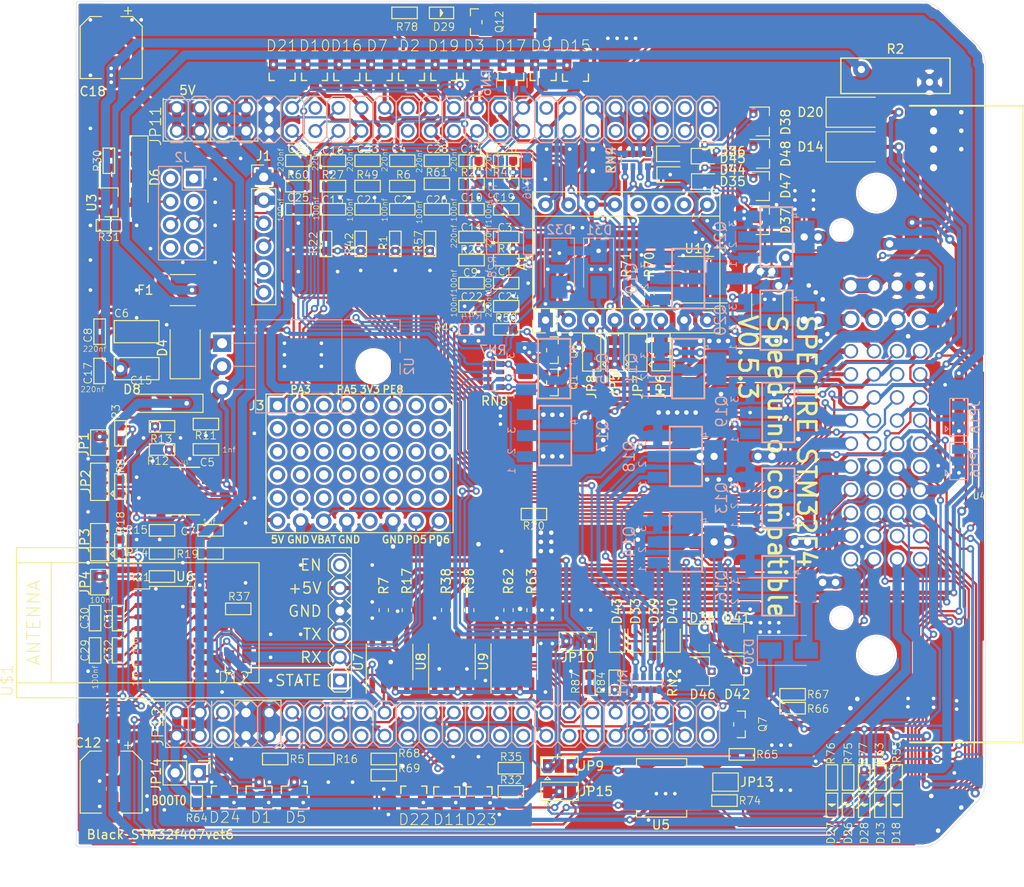
<source format=kicad_pcb>
(kicad_pcb (version 20171130) (host pcbnew "(5.1.7)-1")
  (layers (0 Top signal) (31 Bottom signal) (34 B.Paste user hide) (35 F.Paste user hide) (36 B.SilkS user) (37 F.SilkS user) (38 B.Mask user) (39 F.Mask user) (44 Edge.Cuts user))
  (net 0 "")
  (net 1 GND)
  (net 2 /BT_TX)
  (net 3 "Net-(Q7-Pad1)")
  (net 4 "Net-(C6-Pad2)")
  (net 5 "Net-(C3-Pad2)")
  (net 6 "Net-(C5-Pad2)")
  (net 7 "Net-(C5-Pad1)")
  (net 8 "Net-(JP2-Pad2)")
  (net 9 "Net-(Q1-Pad1)")
  (net 10 PWR_GND)
  (net 11 VBAT)
  (net 12 INJ1-OUT)
  (net 13 INJ2-OUT)
  (net 14 INJ3-OUT)
  (net 15 INJ4-OUT)
  (net 16 IDLE1-OUT)
  (net 17 IDLE2-OUT)
  (net 18 V_IDLE)
  (net 19 FUEL_PUMP)
  (net 20 FAN)
  (net 21 IGN1-OUT)
  (net 22 IGN2-OUT)
  (net 23 IGN3-OUT)
  (net 24 IGN4-OUT)
  (net 25 STEP_1B_OUT)
  (net 26 STEP_1A_OUT)
  (net 27 STEP_2B_OUT)
  (net 28 STEP_2A_OUT)
  (net 29 MAP)
  (net 30 5V)
  (net 31 O2)
  (net 32 IAT)
  (net 33 CLT)
  (net 34 TPS)
  (net 35 VR1+)
  (net 36 VR1-)
  (net 37 VR2+)
  (net 38 VR2-)
  (net 39 3.3V)
  (net 40 TACHO-OUT)
  (net 41 FLEX_FUEL_IN)
  (net 42 VBAT_F1)
  (net 43 PA2)
  (net 44 BARO)
  (net 45 PA1)
  (net 46 PA3)
  (net 47 PB1)
  (net 48 PC13)
  (net 49 PD3)
  (net 50 PD12)
  (net 51 PD13)
  (net 52 PD14)
  (net 53 PD15)
  (net 54 PE0)
  (net 55 PE1)
  (net 56 BOOT0)
  (net 57 PA9)
  (net 58 PA10)
  (net 59 PD4)
  (net 60 PC2)
  (net 61 PE7)
  (net 62 PE5)
  (net 63 PE2)
  (net 64 PC3)
  (net 65 PC5)
  (net 66 PC1)
  (net 67 PC4)
  (net 68 PC0)
  (net 69 PB13)
  (net 70 PB12)
  (net 71 PE14)
  (net 72 PE13)
  (net 73 PE11)
  (net 74 PE9)
  (net 75 PE8)
  (net 76 PA5)
  (net 77 PA4)
  (net 78 PA0)
  (net 79 PE6)
  (net 80 PE3)
  (net 81 PD9)
  (net 82 PD10)
  (net 83 PC6)
  (net 84 PC7)
  (net 85 PA8)
  (net 86 PD0)
  (net 87 PD1)
  (net 88 PD5)
  (net 89 PD6)
  (net 90 PD7)
  (net 91 PB7)
  (net 92 PB9)
  (net 93 BOOST-OUT)
  (net 94 INJ5-OUT)
  (net 95 INJ7-OUT)
  (net 96 INJ6-OUT)
  (net 97 INJ8-OUT)
  (net 98 CANL)
  (net 99 CANH)
  (net 100 "Net-(C29-Pad1)")
  (net 101 "Net-(C30-Pad1)")
  (net 102 RS232_TX)
  (net 103 RS232_RX)
  (net 104 SPI1_MISO)
  (net 105 BME280_CS)
  (net 106 SPI1_MOSI)
  (net 107 SPI1_SCK)
  (net 108 "Net-(JP5-Pad2)")
  (net 109 "Net-(C7-Pad2)")
  (net 110 "Net-(C7-Pad1)")
  (net 111 "Net-(C11-Pad2)")
  (net 112 "Net-(C20-Pad2)")
  (net 113 "Net-(D11-Pad3)")
  (net 114 "Net-(D13-Pad+)")
  (net 115 "Net-(D18-Pad+)")
  (net 116 "Net-(D23-Pad3)")
  (net 117 "Net-(D26-Pad+)")
  (net 118 "Net-(JP1-Pad1)")
  (net 119 "Net-(JP3-Pad2)")
  (net 120 "Net-(JP3-Pad3)")
  (net 121 "Net-(JP4-Pad1)")
  (net 122 "Net-(JP6-Pad2)")
  (net 123 "Net-(JP7-Pad2)")
  (net 124 "Net-(JP8-Pad2)")
  (net 125 "Net-(Q6-Pad1)")
  (net 126 "Net-(R69-Pad2)")
  (net 127 AIN_2)
  (net 128 AIN_1)
  (net 129 AIN_3)
  (net 130 Spare_1-Out)
  (net 131 Spare_2-Out)
  (net 132 "Net-(D27-Pad+)")
  (net 133 PA6)
  (net 134 "Net-(C14-Pad2)")
  (net 135 "Net-(C22-Pad2)")
  (net 136 "Net-(C31-Pad2)")
  (net 137 "Net-(C31-Pad1)")
  (net 138 "Net-(C32-Pad2)")
  (net 139 "Net-(C32-Pad1)")
  (net 140 "Net-(D28-Pad+)")
  (net 141 "Net-(D29-Pad-)")
  (net 142 "Net-(D29-Pad+)")
  (net 143 "Net-(JP9-Pad2)")
  (net 144 "Net-(JP10-Pad2)")
  (net 145 "Net-(Q15-Pad1)")
  (net 146 "Net-(Q16-Pad1)")
  (net 147 "Net-(Q17-Pad1)")
  (net 148 "Net-(R30-Pad2)")
  (net 149 "Net-(D33-Pad2)")
  (net 150 "Net-(D33-Pad1)")
  (net 151 "Net-(D35-Pad2)")
  (net 152 "Net-(D35-Pad1)")
  (net 153 "Net-(D36-Pad2)")
  (net 154 "Net-(D36-Pad1)")
  (net 155 "Net-(D39-Pad2)")
  (net 156 "Net-(D39-Pad1)")
  (net 157 "Net-(D40-Pad2)")
  (net 158 "Net-(D40-Pad1)")
  (net 159 "Net-(D43-Pad2)")
  (net 160 "Net-(D43-Pad1)")
  (net 161 "Net-(D44-Pad2)")
  (net 162 "Net-(D44-Pad1)")
  (net 163 "Net-(D45-Pad2)")
  (net 164 "Net-(D45-Pad1)")
  (net 165 "Net-(JP16-Pad2)")
  (net 166 IGN5-OUT)
  (net 167 IGN6-OUT)
  (net 168 "Net-(JP18-Pad2)")
  (net 169 "Net-(JP2-Pad1)")
  (net 170 "Net-(JP15-Pad2)")
  (net 171 BOOT0_EXT)
  (net 172 "Net-(R7-Pad2)")
  (net 173 "Net-(R17-Pad2)")
  (net 174 "Net-(R38-Pad2)")
  (net 175 "Net-(R58-Pad2)")
  (net 176 "Net-(R62-Pad2)")
  (net 177 "Net-(R63-Pad2)")
  (net 178 "Net-(R70-Pad2)")
  (net 179 "Net-(R71-Pad2)")
  (net 180 "Net-(JP13-Pad1)")
  (net 181 "Net-(A1-Pad12)")
  (net 182 "Net-(A1-Pad11)")
  (net 183 "Net-(A1-Pad10)")
  (net 184 "Net-(J2-Pad1)")
  (net 185 "Net-(J2-Pad2)")
  (net 186 "Net-(J2-Pad3)")
  (net 187 "Net-(J2-Pad8)")
  (net 188 "Net-(J3-Pad45)")
  (net 189 "Net-(J3-Pad40)")
  (net 190 "Net-(J3-Pad39)")
  (net 191 "Net-(J3-Pad38)")
  (net 192 "Net-(J3-Pad37)")
  (net 193 "Net-(J3-Pad36)")
  (net 194 "Net-(J3-Pad35)")
  (net 195 "Net-(J3-Pad34)")
  (net 196 "Net-(J3-Pad33)")
  (net 197 "Net-(J3-Pad32)")
  (net 198 "Net-(J3-Pad31)")
  (net 199 "Net-(J3-Pad30)")
  (net 200 "Net-(J3-Pad29)")
  (net 201 "Net-(J3-Pad28)")
  (net 202 "Net-(J3-Pad27)")
  (net 203 "Net-(J3-Pad26)")
  (net 204 "Net-(J3-Pad25)")
  (net 205 "Net-(J3-Pad24)")
  (net 206 "Net-(J3-Pad23)")
  (net 207 "Net-(J3-Pad22)")
  (net 208 "Net-(J3-Pad21)")
  (net 209 "Net-(J3-Pad20)")
  (net 210 "Net-(J3-Pad19)")
  (net 211 "Net-(J3-Pad18)")
  (net 212 "Net-(J3-Pad17)")
  (net 213 "Net-(J3-Pad16)")
  (net 214 "Net-(J3-Pad15)")
  (net 215 "Net-(J3-Pad14)")
  (net 216 "Net-(J3-Pad13)")
  (net 217 "Net-(J3-Pad12)")
  (net 218 "Net-(J3-Pad11)")
  (net 219 "Net-(J3-Pad10)")
  (net 220 "Net-(J3-Pad9)")
  (net 221 "Net-(J3-Pad8)")
  (net 222 "Net-(J3-Pad7)")
  (net 223 "Net-(J3-Pad3)")
  (net 224 PB14)
  (net 225 PB11)
  (net 226 PB10)
  (net 227 PE15)
  (net 228 PE12)
  (net 229 PE10)
  (net 230 "Net-(JP11-Pad33)")
  (net 231 "Net-(JP11-Pad30)")
  (net 232 "Net-(JP11-Pad22)")
  (net 233 "Net-(JP11-Pad21)")
  (net 234 PE4)
  (net 235 PB15)
  (net 236 PD8)
  (net 237 PD11)
  (net 238 PC8)
  (net 239 "Net-(JP12-Pad36)")
  (net 240 "Net-(JP12-Pad32)")
  (net 241 "Net-(JP12-Pad31)")
  (net 242 "Net-(JP12-Pad30)")
  (net 243 "Net-(JP12-Pad29)")
  (net 244 "Net-(JP12-Pad28)")
  (net 245 "Net-(JP12-Pad27)")
  (net 246 "Net-(JP12-Pad24)")
  (net 247 PB3)
  (net 248 PB5)
  (net 249 PB6)
  (net 250 PB8)
  (net 251 BOOT1)
  (net 252 "Net-(U1-Pad12)")
  (net 253 "Net-(U1-Pad7)")
  (net 254 "Net-(U1-Pad2)")
  (net 255 "Net-(U5-Pad5)")
  (net 256 "Net-(U6-Pad10)")
  (net 257 "Net-(U6-Pad9)")
  (net 258 "Net-(U6-Pad8)")
  (net 259 "Net-(U6-Pad7)")
  (net 260 "Net-(U7-Pad8)")
  (net 261 "Net-(U7-Pad1)")
  (net 262 "Net-(U8-Pad8)")
  (net 263 "Net-(U8-Pad1)")
  (net 264 "Net-(U9-Pad8)")
  (net 265 "Net-(U9-Pad1)")
  (net 266 "Net-(U10-Pad8)")
  (net 267 "Net-(U10-Pad1)")
  (net 268 "Net-(U$1-Pad6)")
  (net 269 "Net-(U$1-Pad1)")
  (module Speeduino_base:Proto_area (layer Top) (at 125.73 80.01)
    (fp_text reference J3 (at -2.286 0) (layer F.SilkS))
    (fp_text value ProtoArea)
    (pad 48 thru_hole oval (at 17.78 12.7) (size 1.7 1.7) (drill 1) (layers *.Cu *.Mask) (net 89 PD6))
    (pad 47 thru_hole oval (at 15.24 12.7) (size 1.7 1.7) (drill 1) (layers *.Cu *.Mask) (net 88 PD5))
    (pad 46 thru_hole oval (at 12.7 12.7) (size 1.7 1.7) (drill 1) (layers *.Cu *.Mask) (net 1 GND))
    (pad 45 thru_hole oval (at 10.16 12.7) (size 1.7 1.7) (drill 1) (layers *.Cu *.Mask) (net 188 "Net-(J3-Pad45)"))
    (pad 44 thru_hole oval (at 7.62 12.7) (size 1.7 1.7) (drill 1) (layers *.Cu *.Mask) (net 1 GND))
    (pad 43 thru_hole oval (at 5.08 12.7) (size 1.7 1.7) (drill 1) (layers *.Cu *.Mask) (net 42 VBAT_F1))
    (pad 42 thru_hole oval (at 2.54 12.7) (size 1.7 1.7) (drill 1) (layers *.Cu *.Mask) (net 1 GND))
    (pad 41 thru_hole oval (at 0 12.7) (size 1.7 1.7) (drill 1) (layers *.Cu *.Mask) (net 30 5V))
    (pad 40 thru_hole oval (at 17.78 10.16) (size 1.7 1.7) (drill 1) (layers *.Cu *.Mask) (net 189 "Net-(J3-Pad40)"))
    (pad 39 thru_hole oval (at 15.24 10.16) (size 1.7 1.7) (drill 1) (layers *.Cu *.Mask) (net 190 "Net-(J3-Pad39)"))
    (pad 38 thru_hole oval (at 12.7 10.16) (size 1.7 1.7) (drill 1) (layers *.Cu *.Mask) (net 191 "Net-(J3-Pad38)"))
    (pad 37 thru_hole oval (at 10.16 10.16) (size 1.7 1.7) (drill 1) (layers *.Cu *.Mask) (net 192 "Net-(J3-Pad37)"))
    (pad 36 thru_hole oval (at 7.62 10.16) (size 1.7 1.7) (drill 1) (layers *.Cu *.Mask) (net 193 "Net-(J3-Pad36)"))
    (pad 35 thru_hole oval (at 5.08 10.16) (size 1.7 1.7) (drill 1) (layers *.Cu *.Mask) (net 194 "Net-(J3-Pad35)"))
    (pad 34 thru_hole oval (at 2.54 10.16) (size 1.7 1.7) (drill 1) (layers *.Cu *.Mask) (net 195 "Net-(J3-Pad34)"))
    (pad 33 thru_hole oval (at 0 10.16) (size 1.7 1.7) (drill 1) (layers *.Cu *.Mask) (net 196 "Net-(J3-Pad33)"))
    (pad 32 thru_hole oval (at 17.78 7.62) (size 1.7 1.7) (drill 1) (layers *.Cu *.Mask) (net 197 "Net-(J3-Pad32)"))
    (pad 31 thru_hole oval (at 15.24 7.62) (size 1.7 1.7) (drill 1) (layers *.Cu *.Mask) (net 198 "Net-(J3-Pad31)"))
    (pad 30 thru_hole oval (at 12.7 7.62) (size 1.7 1.7) (drill 1) (layers *.Cu *.Mask) (net 199 "Net-(J3-Pad30)"))
    (pad 29 thru_hole oval (at 10.16 7.62) (size 1.7 1.7) (drill 1) (layers *.Cu *.Mask) (net 200 "Net-(J3-Pad29)"))
    (pad 28 thru_hole oval (at 7.62 7.62) (size 1.7 1.7) (drill 1) (layers *.Cu *.Mask) (net 201 "Net-(J3-Pad28)"))
    (pad 27 thru_hole oval (at 5.08 7.62) (size 1.7 1.7) (drill 1) (layers *.Cu *.Mask) (net 202 "Net-(J3-Pad27)"))
    (pad 26 thru_hole oval (at 2.54 7.62) (size 1.7 1.7) (drill 1) (layers *.Cu *.Mask) (net 203 "Net-(J3-Pad26)"))
    (pad 25 thru_hole oval (at 0 7.62) (size 1.7 1.7) (drill 1) (layers *.Cu *.Mask) (net 204 "Net-(J3-Pad25)"))
    (pad 24 thru_hole oval (at 17.78 5.08) (size 1.7 1.7) (drill 1) (layers *.Cu *.Mask) (net 205 "Net-(J3-Pad24)"))
    (pad 23 thru_hole oval (at 15.24 5.08) (size 1.7 1.7) (drill 1) (layers *.Cu *.Mask) (net 206 "Net-(J3-Pad23)"))
    (pad 22 thru_hole oval (at 12.7 5.08) (size 1.7 1.7) (drill 1) (layers *.Cu *.Mask) (net 207 "Net-(J3-Pad22)"))
    (pad 21 thru_hole oval (at 10.16 5.08) (size 1.7 1.7) (drill 1) (layers *.Cu *.Mask) (net 208 "Net-(J3-Pad21)"))
    (pad 20 thru_hole oval (at 7.62 5.08) (size 1.7 1.7) (drill 1) (layers *.Cu *.Mask) (net 209 "Net-(J3-Pad20)"))
    (pad 19 thru_hole oval (at 5.08 5.08) (size 1.7 1.7) (drill 1) (layers *.Cu *.Mask) (net 210 "Net-(J3-Pad19)"))
    (pad 18 thru_hole oval (at 2.54 5.08) (size 1.7 1.7) (drill 1) (layers *.Cu *.Mask) (net 211 "Net-(J3-Pad18)"))
    (pad 17 thru_hole oval (at 0 5.08) (size 1.7 1.7) (drill 1) (layers *.Cu *.Mask) (net 212 "Net-(J3-Pad17)"))
    (pad 16 thru_hole oval (at 17.78 2.54) (size 1.7 1.7) (drill 1) (layers *.Cu *.Mask) (net 213 "Net-(J3-Pad16)"))
    (pad 15 thru_hole oval (at 15.24 2.54) (size 1.7 1.7) (drill 1) (layers *.Cu *.Mask) (net 214 "Net-(J3-Pad15)"))
    (pad 14 thru_hole oval (at 12.7 2.54) (size 1.7 1.7) (drill 1) (layers *.Cu *.Mask) (net 215 "Net-(J3-Pad14)"))
    (pad 13 thru_hole oval (at 10.16 2.54) (size 1.7 1.7) (drill 1) (layers *.Cu *.Mask) (net 216 "Net-(J3-Pad13)"))
    (pad 12 thru_hole oval (at 7.62 2.54) (size 1.7 1.7) (drill 1) (layers *.Cu *.Mask) (net 217 "Net-(J3-Pad12)"))
    (pad 11 thru_hole oval (at 5.08 2.54) (size 1.7 1.7) (drill 1) (layers *.Cu *.Mask) (net 218 "Net-(J3-Pad11)"))
    (pad 10 thru_hole oval (at 2.54 2.54) (size 1.7 1.7) (drill 1) (layers *.Cu *.Mask) (net 219 "Net-(J3-Pad10)"))
    (pad 9 thru_hole oval (at 0 2.54) (size 1.7 1.7) (drill 1) (layers *.Cu *.Mask) (net 220 "Net-(J3-Pad9)"))
    (pad 8 thru_hole oval (at 17.78 0) (size 1.7 1.7) (drill 1) (layers *.Cu *.Mask) (net 221 "Net-(J3-Pad8)"))
    (pad 7 thru_hole oval (at 15.24 0) (size 1.7 1.7) (drill 1) (layers *.Cu *.Mask) (net 222 "Net-(J3-Pad7)"))
    (pad 6 thru_hole oval (at 12.7 0) (size 1.7 1.7) (drill 1) (layers *.Cu *.Mask) (net 75 PE8))
    (pad 5 thru_hole oval (at 10.16 0) (size 1.7 1.7) (drill 1) (layers *.Cu *.Mask) (net 39 3.3V))
    (pad 4 thru_hole oval (at 7.62 0) (size 1.7 1.7) (drill 1) (layers *.Cu *.Mask) (net 76 PA5))
    (pad 3 thru_hole oval (at 5.08 0) (size 1.7 1.7) (drill 1) (layers *.Cu *.Mask) (net 223 "Net-(J3-Pad3)"))
    (pad 2 thru_hole oval (at 2.54 0) (size 1.7 1.7) (drill 1) (layers *.Cu *.Mask) (net 46 PA3))
    (pad 1 thru_hole rect (at 0 0) (size 1.7 1.7) (drill 1) (layers *.Cu *.Mask) (net 43 PA2))
  )
  (module Speeduino_base:Molex_48 (layer Top) (at 192.586 82.042 180)
    (fp_text reference U4 (at -10.2997 -7.9248) (layer F.SilkS) (effects (font (size 0.7 0.7) (thickness 0.1))))
    (fp_text value molex_48pin)
    (pad 45 thru_hole circle (at -3.81 -14.85 180) (size 1.6 1.6) (drill 1.2) (layers *.Cu *.Mask) (net 98 CANL))
    (pad 46 thru_hole circle (at -1.27 -14.85 180) (size 1.6 1.6) (drill 1.2) (layers *.Cu *.Mask) (net 39 3.3V))
    (pad 47 thru_hole circle (at 1.27 -14.85 180) (size 1.6 1.6) (drill 1.2) (layers *.Cu *.Mask) (net 93 BOOST-OUT))
    (pad 48 thru_hole circle (at 3.81 -14.85 180) (size 1.6 1.6) (drill 1.2) (layers *.Cu *.Mask) (net 40 TACHO-OUT))
    (pad 41 thru_hole circle (at -3.81 -12.31 180) (size 1.6 1.6) (drill 1.2) (layers *.Cu *.Mask) (net 37 VR2+))
    (pad 42 thru_hole circle (at -1.27 -12.31 180) (size 1.6 1.6) (drill 1.2) (layers *.Cu *.Mask) (net 36 VR1-))
    (pad 43 thru_hole circle (at 1.27 -12.31 180) (size 1.6 1.6) (drill 1.2) (layers *.Cu *.Mask) (net 35 VR1+))
    (pad 44 thru_hole circle (at 3.81 -12.31 180) (size 1.6 1.6) (drill 1.2) (layers *.Cu *.Mask) (net 13 INJ2-OUT))
    (pad 37 thru_hole circle (at -3.81 -9.77 180) (size 1.6 1.6) (drill 1.2) (layers *.Cu *.Mask) (net 30 5V))
    (pad 38 thru_hole circle (at -1.27 -9.77 180) (size 1.6 1.6) (drill 1.2) (layers *.Cu *.Mask) (net 170 "Net-(JP15-Pad2)"))
    (pad 39 thru_hole circle (at 1.27 -9.77 180) (size 1.6 1.6) (drill 1.2) (layers *.Cu *.Mask) (net 38 VR2-))
    (pad 40 thru_hole circle (at 3.81 -9.77 180) (size 1.6 1.6) (drill 1.2) (layers *.Cu *.Mask) (net 24 IGN4-OUT))
    (pad 33 thru_hole circle (at -3.81 -7.23 180) (size 1.6 1.6) (drill 1.2) (layers *.Cu *.Mask) (net 1 GND))
    (pad 34 thru_hole circle (at -1.27 -7.23 180) (size 1.6 1.6) (drill 1.2) (layers *.Cu *.Mask) (net 103 RS232_RX))
    (pad 35 thru_hole circle (at 1.27 -7.23 180) (size 1.6 1.6) (drill 1.2) (layers *.Cu *.Mask) (net 34 TPS))
    (pad 36 thru_hole circle (at 3.81 -7.23 180) (size 1.6 1.6) (drill 1.2) (layers *.Cu *.Mask) (net 23 IGN3-OUT))
    (pad 29 thru_hole circle (at -3.81 -4.69 180) (size 1.6 1.6) (drill 1.2) (layers *.Cu *.Mask) (net 99 CANH))
    (pad 30 thru_hole circle (at -1.27 -4.69 180) (size 1.6 1.6) (drill 1.2) (layers *.Cu *.Mask) (net 1 GND))
    (pad 31 thru_hole circle (at 1.27 -4.69 180) (size 1.6 1.6) (drill 1.2) (layers *.Cu *.Mask) (net 22 IGN2-OUT))
    (pad 32 thru_hole circle (at 3.81 -4.69 180) (size 1.6 1.6) (drill 1.2) (layers *.Cu *.Mask) (net 12 INJ1-OUT))
    (pad 25 thru_hole circle (at -3.81 -2.15 180) (size 1.6 1.6) (drill 1.2) (layers *.Cu *.Mask) (net 29 MAP))
    (pad 26 thru_hole circle (at -1.27 -2.15 180) (size 1.6 1.6) (drill 1.2) (layers *.Cu *.Mask) (net 165 "Net-(JP16-Pad2)"))
    (pad 27 thru_hole circle (at 1.27 -2.15 180) (size 1.6 1.6) (drill 1.2) (layers *.Cu *.Mask) (net 33 CLT))
    (pad 28 thru_hole circle (at 3.81 -2.15 180) (size 1.6 1.6) (drill 1.2) (layers *.Cu *.Mask) (net 14 INJ3-OUT))
    (pad 21 thru_hole circle (at -3.81 0.39 180) (size 1.6 1.6) (drill 1.2) (layers *.Cu *.Mask) (net 102 RS232_TX))
    (pad 22 thru_hole circle (at -1.27 0.39 180) (size 1.6 1.6) (drill 1.2) (layers *.Cu *.Mask) (net 168 "Net-(JP18-Pad2)"))
    (pad 23 thru_hole circle (at 1.27 0.39 180) (size 1.6 1.6) (drill 1.2) (layers *.Cu *.Mask) (net 31 O2))
    (pad 24 thru_hole circle (at 3.81 0.39 180) (size 1.6 1.6) (drill 1.2) (layers *.Cu *.Mask) (net 15 INJ4-OUT))
    (pad 17 thru_hole circle (at -3.81 2.93 180) (size 1.6 1.6) (drill 1.2) (layers *.Cu *.Mask) (net 32 IAT))
    (pad 18 thru_hole circle (at -1.27 2.93 180) (size 1.6 1.6) (drill 1.2) (layers *.Cu *.Mask) (net 128 AIN_1))
    (pad 19 thru_hole circle (at 1.27 2.93 180) (size 1.6 1.6) (drill 1.2) (layers *.Cu *.Mask) (net 19 FUEL_PUMP))
    (pad 20 thru_hole circle (at 3.81 2.93 180) (size 1.6 1.6) (drill 1.2) (layers *.Cu *.Mask) (net 129 AIN_3))
    (pad 13 thru_hole circle (at -3.81 5.47 180) (size 1.6 1.6) (drill 1.2) (layers *.Cu *.Mask) (net 21 IGN1-OUT))
    (pad 14 thru_hole circle (at -1.27 5.47 180) (size 1.6 1.6) (drill 1.2) (layers *.Cu *.Mask) (net 127 AIN_2))
    (pad 15 thru_hole circle (at 1.27 5.47 180) (size 1.6 1.6) (drill 1.2) (layers *.Cu *.Mask) (net 20 FAN))
    (pad 16 thru_hole circle (at 3.81 5.47 180) (size 1.6 1.6) (drill 1.2) (layers *.Cu *.Mask) (net 124 "Net-(JP8-Pad2)"))
    (pad 9 thru_hole circle (at -3.81 8.01 180) (size 1.6 1.6) (drill 1.2) (layers *.Cu *.Mask) (net 108 "Net-(JP5-Pad2)"))
    (pad 10 thru_hole circle (at -1.27 8.01 180) (size 1.6 1.6) (drill 1.2) (layers *.Cu *.Mask) (net 44 BARO))
    (pad 11 thru_hole circle (at 1.27 8.01 180) (size 1.6 1.6) (drill 1.2) (layers *.Cu *.Mask) (net 122 "Net-(JP6-Pad2)"))
    (pad 12 thru_hole circle (at 3.81 8.01 180) (size 1.6 1.6) (drill 1.2) (layers *.Cu *.Mask) (net 123 "Net-(JP7-Pad2)"))
    (pad 5 thru_hole circle (at -3.81 11.51 180) (size 1.9 1.9) (drill 1.25) (layers *.Cu *.Mask) (net 97 INJ8-OUT))
    (pad 6 thru_hole circle (at -1.27 11.51 180) (size 1.9 1.9) (drill 1.25) (layers *.Cu *.Mask) (net 95 INJ7-OUT))
    (pad 7 thru_hole circle (at 1.27 11.51 180) (size 1.9 1.9) (drill 1.25) (layers *.Cu *.Mask) (net 94 INJ5-OUT))
    (pad 8 thru_hole circle (at 3.81 11.51 180) (size 1.9 1.9) (drill 1.25) (layers *.Cu *.Mask) (net 96 INJ6-OUT))
    (pad 1 thru_hole circle (at -3.81 15.21 180) (size 1.9 1.9) (drill 1.25) (layers *.Cu *.Mask) (net 10 PWR_GND))
    (pad 2 thru_hole circle (at -1.27 15.21 180) (size 1.9 1.9) (drill 1.25) (layers *.Cu *.Mask) (net 10 PWR_GND))
    (pad 3 thru_hole circle (at 1.27 15.21 180) (size 1.9 1.9) (drill 1.25) (layers *.Cu *.Mask) (net 11 VBAT))
    (pad 4 thru_hole circle (at 3.81 15.21 180) (size 1.9 1.9) (drill 1.25) (layers *.Cu *.Mask) (net 11 VBAT))
    (pad "" thru_hole circle (at 1 25.4 180) (size 4 4) (drill 4) (layers *.Cu *.Mask F.SilkS))
    (pad "" thru_hole circle (at 1 -25.4 180) (size 4 4) (drill 4) (layers *.Cu *.Mask F.SilkS))
    (pad "" thru_hole circle (at 4.85 21.3 180) (size 2.2 2.2) (drill 2.2) (layers *.Cu *.Mask F.SilkS))
    (pad "" thru_hole circle (at 4.85 -21.3 180) (size 2.2 2.2) (drill 2.2) (layers *.Cu *.Mask F.SilkS))
  )
  (module Resistor_SMD:R_Array_Convex_4x0612 (layer Top) (at 149.606 76.708 180)
    (fp_text reference RN8 (at 0 -2.8) (layer F.SilkS))
    (fp_text value 10K)
    (pad 1 smd rect (at -0.7 -1.27 180) (size 0.7 0.64) (layers Top F.Paste F.Mask) (net 145 "Net-(Q15-Pad1)"))
    (pad 3 smd rect (at -0.7 0.4 180) (size 0.7 0.5) (layers Top F.Paste F.Mask) (net 125 "Net-(Q6-Pad1)"))
    (pad 2 smd rect (at -0.7 -0.4 180) (size 0.7 0.5) (layers Top F.Paste F.Mask) (net 147 "Net-(Q17-Pad1)"))
    (pad 4 smd rect (at -0.7 1.27 180) (size 0.7 0.64) (layers Top F.Paste F.Mask) (net 9 "Net-(Q1-Pad1)"))
    (pad 7 smd rect (at 0.7 -0.4 180) (size 0.7 0.5) (layers Top F.Paste F.Mask) (net 10 PWR_GND))
    (pad 8 smd rect (at 0.7 -1.27 180) (size 0.7 0.64) (layers Top F.Paste F.Mask) (net 10 PWR_GND))
    (pad 6 smd rect (at 0.7 0.4 180) (size 0.7 0.5) (layers Top F.Paste F.Mask) (net 10 PWR_GND))
    (pad 5 smd rect (at 0.7 1.27 180) (size 0.7 0.64) (layers Top F.Paste F.Mask) (net 10 PWR_GND))
  )
  (module Resistor_SMD:R_Array_Convex_4x0612 (layer Bottom) (at 166.37 110.552 90)
    (fp_text reference RN1 (at 0.062 -2.667 90) (layer B.SilkS) (effects (justify mirror)))
    (fp_text value 100R)
    (pad 1 smd rect (at -0.7 1.27 90) (size 0.7 0.64) (layers Bottom B.Paste B.Mask) (net 51 PD13))
    (pad 3 smd rect (at -0.7 -0.4 90) (size 0.7 0.5) (layers Bottom B.Paste B.Mask) (net 52 PD14))
    (pad 2 smd rect (at -0.7 0.4 90) (size 0.7 0.5) (layers Bottom B.Paste B.Mask) (net 50 PD12))
    (pad 4 smd rect (at -0.7 -1.27 90) (size 0.7 0.64) (layers Bottom B.Paste B.Mask) (net 53 PD15))
    (pad 7 smd rect (at 0.7 0.4 90) (size 0.7 0.5) (layers Bottom B.Paste B.Mask) (net 156 "Net-(D39-Pad1)"))
    (pad 8 smd rect (at 0.7 1.27 90) (size 0.7 0.64) (layers Bottom B.Paste B.Mask) (net 158 "Net-(D40-Pad1)"))
    (pad 6 smd rect (at 0.7 -0.4 90) (size 0.7 0.5) (layers Bottom B.Paste B.Mask) (net 150 "Net-(D33-Pad1)"))
    (pad 5 smd rect (at 0.7 -1.27 90) (size 0.7 0.64) (layers Bottom B.Paste B.Mask) (net 160 "Net-(D43-Pad1)"))
  )
  (module Resistor_SMD:R_Array_Convex_4x0612 (layer Bottom) (at 149.414 76.708 180)
    (fp_text reference RN7 (at 0 2.8 180) (layer B.SilkS) (effects (justify mirror)))
    (fp_text value 100R)
    (pad 1 smd rect (at -0.7 1.27 180) (size 0.7 0.64) (layers Bottom B.Paste B.Mask) (net 9 "Net-(Q1-Pad1)"))
    (pad 3 smd rect (at -0.7 -0.4 180) (size 0.7 0.5) (layers Bottom B.Paste B.Mask) (net 147 "Net-(Q17-Pad1)"))
    (pad 2 smd rect (at -0.7 0.4 180) (size 0.7 0.5) (layers Bottom B.Paste B.Mask) (net 125 "Net-(Q6-Pad1)"))
    (pad 4 smd rect (at -0.7 -1.27 180) (size 0.7 0.64) (layers Bottom B.Paste B.Mask) (net 145 "Net-(Q15-Pad1)"))
    (pad 7 smd rect (at 0.7 0.4 180) (size 0.7 0.5) (layers Bottom B.Paste B.Mask) (net 79 PE6))
    (pad 8 smd rect (at 0.7 1.27 180) (size 0.7 0.64) (layers Bottom B.Paste B.Mask) (net 80 PE3))
    (pad 6 smd rect (at 0.7 -0.4 180) (size 0.7 0.5) (layers Bottom B.Paste B.Mask) (net 84 PC7))
    (pad 5 smd rect (at 0.7 -1.27 180) (size 0.7 0.64) (layers Bottom B.Paste B.Mask) (net 49 PD3))
  )
  (module Resistor_SMD:R_Array_Convex_4x0612 (layer Top) (at 166.37 110.552 270)
    (fp_text reference RN2 (at 0 -2.8 270) (layer F.SilkS))
    (fp_text value 10K)
    (pad 1 smd rect (at -0.7 -1.27 270) (size 0.7 0.64) (layers Top F.Paste F.Mask) (net 158 "Net-(D40-Pad1)"))
    (pad 3 smd rect (at -0.7 0.4 270) (size 0.7 0.5) (layers Top F.Paste F.Mask) (net 150 "Net-(D33-Pad1)"))
    (pad 2 smd rect (at -0.7 -0.4 270) (size 0.7 0.5) (layers Top F.Paste F.Mask) (net 156 "Net-(D39-Pad1)"))
    (pad 4 smd rect (at -0.7 1.27 270) (size 0.7 0.64) (layers Top F.Paste F.Mask) (net 160 "Net-(D43-Pad1)"))
    (pad 7 smd rect (at 0.7 -0.4 270) (size 0.7 0.5) (layers Top F.Paste F.Mask) (net 10 PWR_GND))
    (pad 8 smd rect (at 0.7 -1.27 270) (size 0.7 0.64) (layers Top F.Paste F.Mask) (net 10 PWR_GND))
    (pad 6 smd rect (at 0.7 0.4 270) (size 0.7 0.5) (layers Top F.Paste F.Mask) (net 10 PWR_GND))
    (pad 5 smd rect (at 0.7 1.27 270) (size 0.7 0.64) (layers Top F.Paste F.Mask) (net 10 PWR_GND))
  )
  (module Resistor_SMD:R_Array_Convex_4x0612 (layer Bottom) (at 151.492 44.512 270)
    (fp_text reference RN6 (at 0 2.8 90) (layer B.SilkS) (effects (justify mirror)))
    (fp_text value 9K1)
    (pad 1 smd rect (at -0.7 1.27 270) (size 0.7 0.64) (layers Bottom B.Paste B.Mask) (net 1 GND))
    (pad 3 smd rect (at -0.7 -0.4 270) (size 0.7 0.5) (layers Bottom B.Paste B.Mask) (net 1 GND))
    (pad 2 smd rect (at -0.7 0.4 270) (size 0.7 0.5) (layers Bottom B.Paste B.Mask) (net 1 GND))
    (pad 4 smd rect (at -0.7 -1.27 270) (size 0.7 0.64) (layers Bottom B.Paste B.Mask) (net 1 GND))
    (pad 7 smd rect (at 0.7 0.4 270) (size 0.7 0.5) (layers Bottom B.Paste B.Mask) (net 77 PA4))
    (pad 8 smd rect (at 0.7 1.27 270) (size 0.7 0.64) (layers Bottom B.Paste B.Mask) (net 60 PC2))
    (pad 6 smd rect (at 0.7 -0.4 270) (size 0.7 0.5) (layers Bottom B.Paste B.Mask) (net 67 PC4))
    (pad 5 smd rect (at 0.7 -1.27 270) (size 0.7 0.64) (layers Bottom B.Paste B.Mask) (net 47 PB1))
  )
  (module Resistor_SMD:R_Array_Convex_4x0612 (layer Top) (at 165.208 53.024 90)
    (fp_text reference RN4 (at 0 -2.8 90) (layer F.SilkS))
    (fp_text value 10K)
    (pad 1 smd rect (at -0.7 -1.27 90) (size 0.7 0.64) (layers Top F.Paste F.Mask) (net 152 "Net-(D35-Pad1)"))
    (pad 3 smd rect (at -0.7 0.4 90) (size 0.7 0.5) (layers Top F.Paste F.Mask) (net 154 "Net-(D36-Pad1)"))
    (pad 2 smd rect (at -0.7 -0.4 90) (size 0.7 0.5) (layers Top F.Paste F.Mask) (net 162 "Net-(D44-Pad1)"))
    (pad 4 smd rect (at -0.7 1.27 90) (size 0.7 0.64) (layers Top F.Paste F.Mask) (net 164 "Net-(D45-Pad1)"))
    (pad 7 smd rect (at 0.7 -0.4 90) (size 0.7 0.5) (layers Top F.Paste F.Mask) (net 10 PWR_GND))
    (pad 8 smd rect (at 0.7 -1.27 90) (size 0.7 0.64) (layers Top F.Paste F.Mask) (net 10 PWR_GND))
    (pad 6 smd rect (at 0.7 0.4 90) (size 0.7 0.5) (layers Top F.Paste F.Mask) (net 10 PWR_GND))
    (pad 5 smd rect (at 0.7 1.27 90) (size 0.7 0.64) (layers Top F.Paste F.Mask) (net 10 PWR_GND))
  )
  (module Resistor_SMD:R_Array_Convex_4x0612 (layer Bottom) (at 165.208 53.024 270)
    (fp_text reference RN3 (at 0 2.8 270) (layer B.SilkS) (effects (justify mirror)))
    (fp_text value 100R)
    (pad 1 smd rect (at -0.7 1.27 270) (size 0.7 0.64) (layers Bottom B.Paste B.Mask) (net 74 PE9))
    (pad 3 smd rect (at -0.7 -0.4 270) (size 0.7 0.5) (layers Bottom B.Paste B.Mask) (net 71 PE14))
    (pad 2 smd rect (at -0.7 0.4 270) (size 0.7 0.5) (layers Bottom B.Paste B.Mask) (net 73 PE11))
    (pad 4 smd rect (at -0.7 -1.27 270) (size 0.7 0.64) (layers Bottom B.Paste B.Mask) (net 72 PE13))
    (pad 7 smd rect (at 0.7 0.4 270) (size 0.7 0.5) (layers Bottom B.Paste B.Mask) (net 162 "Net-(D44-Pad1)"))
    (pad 8 smd rect (at 0.7 1.27 270) (size 0.7 0.64) (layers Bottom B.Paste B.Mask) (net 152 "Net-(D35-Pad1)"))
    (pad 6 smd rect (at 0.7 -0.4 270) (size 0.7 0.5) (layers Bottom B.Paste B.Mask) (net 154 "Net-(D36-Pad1)"))
    (pad 5 smd rect (at 0.7 -1.27 270) (size 0.7 0.64) (layers Bottom B.Paste B.Mask) (net 164 "Net-(D45-Pad1)"))
  )
  (module Speeduino_base:R0603 (layer Top) (at 160.02 110.49 180)
    (fp_text reference R87 (at 1.016 0 270) (layer F.SilkS) (effects (font (size 0.84455 0.84455) (thickness 0.0929)) (justify bottom)))
    (fp_text value 10K)
    (pad 2 smd roundrect (at 0 0.762 90) (size 0.889 0.889) (layers Top F.Paste F.Mask) (roundrect_rratio 0.125) (net 146 "Net-(Q16-Pad1)"))
    (pad 1 smd roundrect (at 0 -0.762 90) (size 0.889 0.889) (layers Top F.Paste F.Mask) (roundrect_rratio 0.125) (net 10 PWR_GND))
  )
  (module Speeduino_base:R0603 (layer Top) (at 162.814 110.49 180)
    (fp_text reference R84 (at 1.016 0 270) (layer F.SilkS) (effects (font (size 0.84455 0.84455) (thickness 0.0929)) (justify bottom)))
    (fp_text value 100R)
    (pad 2 smd roundrect (at 0 0.762 90) (size 0.889 0.889) (layers Top F.Paste F.Mask) (roundrect_rratio 0.125) (net 146 "Net-(Q16-Pad1)"))
    (pad 1 smd roundrect (at 0 -0.762 90) (size 0.889 0.889) (layers Top F.Paste F.Mask) (roundrect_rratio 0.125) (net 83 PC6))
  )
  (module Speeduino_base:R0603 (layer Top) (at 182.372 111.76 90)
    (fp_text reference R67 (at -0.508 2.794 180) (layer F.SilkS) (effects (font (size 0.84455 0.84455) (thickness 0.0929)) (justify bottom)))
    (fp_text value 100R)
    (pad 2 smd roundrect (at 0 0.762) (size 0.889 0.889) (layers Top F.Paste F.Mask) (roundrect_rratio 0.125) (net 3 "Net-(Q7-Pad1)"))
    (pad 1 smd roundrect (at 0 -0.762) (size 0.889 0.889) (layers Top F.Paste F.Mask) (roundrect_rratio 0.125) (net 48 PC13))
  )
  (module Speeduino_base:R0603 (layer Top) (at 182.372 113.284 270)
    (fp_text reference R66 (at 0.5715 -2.794 180) (layer F.SilkS) (effects (font (size 0.84455 0.84455) (thickness 0.0929)) (justify bottom)))
    (fp_text value 10K)
    (pad 2 smd roundrect (at 0 0.762 180) (size 0.889 0.889) (layers Top F.Paste F.Mask) (roundrect_rratio 0.125) (net 3 "Net-(Q7-Pad1)"))
    (pad 1 smd roundrect (at 0 -0.762 180) (size 0.889 0.889) (layers Top F.Paste F.Mask) (roundrect_rratio 0.125) (net 10 PWR_GND))
  )
  (module Diode_SMD:D_SMA (layer Bottom) (at 161.036 64.992 270)
    (fp_text reference D31 (at -4.286 -0.049 180) (layer B.SilkS) (effects (justify mirror)))
    (fp_text value 1N4007)
    (pad 2 smd rect (at 2 0 270) (size 2.5 1.8) (layers Bottom B.Paste B.Mask) (net 16 IDLE1-OUT))
    (pad 1 smd rect (at -2 0 270) (size 2.5 1.8) (layers Bottom B.Paste B.Mask) (net 11 VBAT))
  )
  (module Package_SO:SO-8_3.9x4.9mm_P1.27mm (layer Top) (at 138.049 108.204 90)
    (fp_text reference U7 (at 0 -3.429 90) (layer F.SilkS))
    (fp_text value MIC4427)
    (pad 8 smd roundrect (at 2.575 -1.905 90) (size 1.75 0.6) (layers Top F.Paste F.Mask) (net 260 "Net-(U7-Pad8)"))
    (pad 7 smd roundrect (at 2.575 -0.635 90) (size 1.75 0.6) (layers Top F.Paste F.Mask) (net 172 "Net-(R7-Pad2)"))
    (pad 6 smd roundrect (at 2.575 0.635 90) (size 1.75 0.6) (layers Top F.Paste F.Mask) (net 144 "Net-(JP10-Pad2)"))
    (pad 5 smd roundrect (at 2.575 1.905 90) (size 1.75 0.6) (layers Top F.Paste F.Mask) (net 173 "Net-(R17-Pad2)"))
    (pad 4 smd roundrect (at -2.575 1.905 90) (size 1.75 0.6) (layers Top F.Paste F.Mask) (net 92 PB9))
    (pad 3 smd roundrect (at -2.575 0.635 90) (size 1.75 0.6) (layers Top F.Paste F.Mask) (net 10 PWR_GND))
    (pad 2 smd roundrect (at -2.575 -0.635 90) (size 1.75 0.6) (layers Top F.Paste F.Mask) (net 90 PD7))
    (pad 1 smd roundrect (at -2.575 -1.905 90) (size 1.75 0.6) (layers Top F.Paste F.Mask) (net 261 "Net-(U7-Pad1)"))
  )
  (module Speeduino_base:R0603 (layer Bottom) (at 153.162 53.594)
    (fp_text reference R46 (at 0.508 3.81 90) (layer B.SilkS) (effects (font (size 0.84455 0.84455) (thickness 0.0929)) (justify right bottom mirror)))
    (fp_text value 4k7)
    (pad 2 smd roundrect (at 0 -0.762 90) (size 0.889 0.889) (layers Bottom B.Paste B.Mask) (roundrect_rratio 0.125) (net 47 PB1))
    (pad 1 smd roundrect (at 0 0.762 90) (size 0.889 0.889) (layers Bottom B.Paste B.Mask) (roundrect_rratio 0.125) (net 112 "Net-(C20-Pad2)"))
  )
  (module Speeduino_base:R0603 (layer Bottom) (at 149.352 53.594)
    (fp_text reference R28 (at 0.508 12.446 90) (layer B.SilkS) (effects (font (size 0.84455 0.84455) (thickness 0.0929)) (justify right bottom mirror)))
    (fp_text value 4k7)
    (pad 2 smd roundrect (at 0 -0.762 90) (size 0.889 0.889) (layers Bottom B.Paste B.Mask) (roundrect_rratio 0.125) (net 67 PC4))
    (pad 1 smd roundrect (at 0 0.762 90) (size 0.889 0.889) (layers Bottom B.Paste B.Mask) (roundrect_rratio 0.125) (net 134 "Net-(C14-Pad2)"))
  )
  (module Speeduino_base:R0603 (layer Bottom) (at 149.352 61.976)
    (fp_text reference R25 (at 0.5715 -3.81 90) (layer B.SilkS) (effects (font (size 0.84455 0.84455) (thickness 0.0929)) (justify right bottom mirror)))
    (fp_text value 4k7)
    (pad 2 smd roundrect (at 0 -0.762 90) (size 0.889 0.889) (layers Bottom B.Paste B.Mask) (roundrect_rratio 0.125) (net 60 PC2))
    (pad 1 smd roundrect (at 0 0.762 90) (size 0.889 0.889) (layers Bottom B.Paste B.Mask) (roundrect_rratio 0.125) (net 111 "Net-(C11-Pad2)"))
  )
  (module Speeduino_base:R0603 (layer Bottom) (at 153.416 61.976)
    (fp_text reference R9 (at 0.508 3.048 90) (layer B.SilkS) (effects (font (size 0.84455 0.84455) (thickness 0.0929)) (justify right bottom mirror)))
    (fp_text value 4k7)
    (pad 2 smd roundrect (at 0 -0.762 90) (size 0.889 0.889) (layers Bottom B.Paste B.Mask) (roundrect_rratio 0.125) (net 77 PA4))
    (pad 1 smd roundrect (at 0 0.762 90) (size 0.889 0.889) (layers Bottom B.Paste B.Mask) (roundrect_rratio 0.125) (net 5 "Net-(C3-Pad2)"))
  )
  (module Speeduino_base:C0603 (layer Top) (at 147.066 53.086 90)
    (fp_text reference C14 (at 1.778 1.27 180) (layer F.SilkS) (effects (font (size 0.84455 0.84455) (thickness 0.0929)) (justify right top)))
    (fp_text value 220nf (at -1.27 -2.286 90) (layer F.SilkS) (effects (font (size 0.60325 0.60325) (thickness 0.060325)) (justify left top)))
    (pad 2 smd roundrect (at 0 0.762) (size 0.889 0.889) (layers Top F.Paste F.Mask) (roundrect_rratio 0.125) (net 134 "Net-(C14-Pad2)"))
    (pad 1 smd roundrect (at 0 -0.762) (size 0.889 0.889) (layers Top F.Paste F.Mask) (roundrect_rratio 0.125) (net 1 GND))
  )
  (module Speeduino_base:SOT23 (layer Top) (at 151.384 43.604 180)
    (fp_text reference D17 (at -1.778 2.456) (layer F.SilkS) (effects (font (size 1.2065 1.2065) (thickness 0.09652)) (justify right bottom)))
    (fp_text value BAT54S hide)
    (pad 1 smd rect (at -0.95 1.1 180) (size 1 1.4) (layers Top F.Paste F.Mask) (net 1 GND))
    (pad 2 smd rect (at 0.95 1.1 180) (size 1 1.4) (layers Top F.Paste F.Mask) (net 39 3.3V))
    (pad 3 smd rect (at 0 -1.1 180) (size 1 1.4) (layers Top F.Paste F.Mask) (net 65 PC5))
  )
  (module Jumper:SolderJumper-3_P1.3mm_Bridged12_Pad1.0x1.5mm (layer Top) (at 160.274 74.168 90)
    (fp_text reference JP8 (at -3.78 0 90) (layer F.SilkS))
    (fp_text value SolderJumper_3_Bridged12)
    (fp_poly (pts (xy -0.9 -0.3) (xy -0.4 -0.3) (xy -0.4 0.3) (xy -0.9 0.3)) (layer Top) (width 0))
    (pad 2 smd rect (at 0 0 90) (size 1 1.5) (layers Top F.Mask) (net 124 "Net-(JP8-Pad2)"))
    (pad 3 smd rect (at 1.3 0 90) (size 1 1.5) (layers Top F.Mask) (net 28 STEP_2A_OUT))
    (pad 1 smd rect (at -1.3 0 90) (size 1 1.5) (layers Top F.Mask) (net 17 IDLE2-OUT))
  )
  (module Diode_SMD:D_SOT-23_ANK (layer Top) (at 179.07 52.324)
    (fp_text reference D48 (at 2.54 0 270) (layer F.SilkS))
    (fp_text value BZX84C39)
    (pad 1 smd rect (at 1 0) (size 0.9 0.8) (layers Top F.Paste F.Mask) (net 97 INJ8-OUT))
    (pad "" smd rect (at -1 0.95) (size 0.9 0.8) (layers Top F.Paste F.Mask))
    (pad 2 smd rect (at -1 -0.95) (size 0.9 0.8) (layers Top F.Paste F.Mask) (net 163 "Net-(D45-Pad2)"))
  )
  (module Speeduino_base:R0603 (layer Top) (at 174.879 123.444 90)
    (fp_text reference R74 (at -0.508 2.794 180) (layer F.SilkS) (effects (font (size 0.84455 0.84455) (thickness 0.0929)) (justify bottom)))
    (fp_text value 120R)
    (pad 2 smd roundrect (at 0 0.762) (size 0.889 0.889) (layers Top F.Paste F.Mask) (roundrect_rratio 0.125) (net 180 "Net-(JP13-Pad1)"))
    (pad 1 smd roundrect (at 0 -0.762) (size 0.889 0.889) (layers Top F.Paste F.Mask) (roundrect_rratio 0.125) (net 98 CANL))
  )
  (module Speeduino_base:2X24 (layer Bottom) (at 142.586 115.042)
    (fp_text reference JP12 (at -29.302 -2.012 270) (layer F.SilkS) (effects (font (size 1.2065 1.2065) (thickness 0.12065)) (justify right bottom)))
    (fp_text value PINHD-2X24)
    (pad 48 thru_hole circle (at 30.48 1.27) (size 1.524 1.524) (drill 1.016) (layers *.Cu *.Mask) (net 235 PB15))
    (pad 47 thru_hole circle (at 30.48 -1.27) (size 1.524 1.524) (drill 1.016) (layers *.Cu *.Mask) (net 236 PD8))
    (pad 46 thru_hole circle (at 27.94 1.27) (size 1.524 1.524) (drill 1.016) (layers *.Cu *.Mask) (net 81 PD9))
    (pad 45 thru_hole circle (at 27.94 -1.27) (size 1.524 1.524) (drill 1.016) (layers *.Cu *.Mask) (net 82 PD10))
    (pad 44 thru_hole circle (at 25.4 1.27) (size 1.524 1.524) (drill 1.016) (layers *.Cu *.Mask) (net 237 PD11))
    (pad 43 thru_hole circle (at 25.4 -1.27) (size 1.524 1.524) (drill 1.016) (layers *.Cu *.Mask) (net 50 PD12))
    (pad 42 thru_hole circle (at 22.86 1.27) (size 1.524 1.524) (drill 1.016) (layers *.Cu *.Mask) (net 51 PD13))
    (pad 41 thru_hole circle (at 22.86 -1.27) (size 1.524 1.524) (drill 1.016) (layers *.Cu *.Mask) (net 52 PD14))
    (pad 40 thru_hole circle (at 20.32 1.27) (size 1.524 1.524) (drill 1.016) (layers *.Cu *.Mask) (net 53 PD15))
    (pad 39 thru_hole circle (at 20.32 -1.27) (size 1.524 1.524) (drill 1.016) (layers *.Cu *.Mask) (net 83 PC6))
    (pad 38 thru_hole circle (at 17.78 1.27) (size 1.524 1.524) (drill 1.016) (layers *.Cu *.Mask) (net 84 PC7))
    (pad 37 thru_hole circle (at 17.78 -1.27) (size 1.524 1.524) (drill 1.016) (layers *.Cu *.Mask) (net 238 PC8))
    (pad 36 thru_hole circle (at 15.24 1.27) (size 1.524 1.524) (drill 1.016) (layers *.Cu *.Mask) (net 239 "Net-(JP12-Pad36)"))
    (pad 35 thru_hole circle (at 15.24 -1.27) (size 1.524 1.524) (drill 1.016) (layers *.Cu *.Mask) (net 85 PA8))
    (pad 34 thru_hole circle (at 12.7 1.27) (size 1.524 1.524) (drill 1.016) (layers *.Cu *.Mask) (net 57 PA9))
    (pad 33 thru_hole circle (at 12.7 -1.27) (size 1.524 1.524) (drill 1.016) (layers *.Cu *.Mask) (net 58 PA10))
    (pad 32 thru_hole circle (at 10.16 1.27) (size 1.524 1.524) (drill 1.016) (layers *.Cu *.Mask) (net 240 "Net-(JP12-Pad32)"))
    (pad 31 thru_hole circle (at 10.16 -1.27) (size 1.524 1.524) (drill 1.016) (layers *.Cu *.Mask) (net 241 "Net-(JP12-Pad31)"))
    (pad 30 thru_hole circle (at 7.62 1.27) (size 1.524 1.524) (drill 1.016) (layers *.Cu *.Mask) (net 242 "Net-(JP12-Pad30)"))
    (pad 29 thru_hole circle (at 7.62 -1.27) (size 1.524 1.524) (drill 1.016) (layers *.Cu *.Mask) (net 243 "Net-(JP12-Pad29)"))
    (pad 28 thru_hole circle (at 5.08 1.27) (size 1.524 1.524) (drill 1.016) (layers *.Cu *.Mask) (net 244 "Net-(JP12-Pad28)"))
    (pad 27 thru_hole circle (at 5.08 -1.27) (size 1.524 1.524) (drill 1.016) (layers *.Cu *.Mask) (net 245 "Net-(JP12-Pad27)"))
    (pad 26 thru_hole circle (at 2.54 1.27) (size 1.524 1.524) (drill 1.016) (layers *.Cu *.Mask) (net 86 PD0))
    (pad 25 thru_hole circle (at 2.54 -1.27) (size 1.524 1.524) (drill 1.016) (layers *.Cu *.Mask) (net 87 PD1))
    (pad 24 thru_hole circle (at 0 1.27) (size 1.524 1.524) (drill 1.016) (layers *.Cu *.Mask) (net 246 "Net-(JP12-Pad24)"))
    (pad 23 thru_hole circle (at 0 -1.27) (size 1.524 1.524) (drill 1.016) (layers *.Cu *.Mask) (net 49 PD3))
    (pad 22 thru_hole circle (at -2.54 1.27) (size 1.524 1.524) (drill 1.016) (layers *.Cu *.Mask) (net 59 PD4))
    (pad 21 thru_hole circle (at -2.54 -1.27) (size 1.524 1.524) (drill 1.016) (layers *.Cu *.Mask) (net 88 PD5))
    (pad 20 thru_hole circle (at -5.08 1.27) (size 1.524 1.524) (drill 1.016) (layers *.Cu *.Mask) (net 89 PD6))
    (pad 19 thru_hole circle (at -5.08 -1.27) (size 1.524 1.524) (drill 1.016) (layers *.Cu *.Mask) (net 90 PD7))
    (pad 18 thru_hole circle (at -7.62 1.27) (size 1.524 1.524) (drill 1.016) (layers *.Cu *.Mask) (net 247 PB3))
    (pad 17 thru_hole circle (at -7.62 -1.27) (size 1.524 1.524) (drill 1.016) (layers *.Cu *.Mask) (net 248 PB5))
    (pad 16 thru_hole circle (at -10.16 1.27) (size 1.524 1.524) (drill 1.016) (layers *.Cu *.Mask) (net 249 PB6))
    (pad 15 thru_hole circle (at -10.16 -1.27) (size 1.524 1.524) (drill 1.016) (layers *.Cu *.Mask) (net 91 PB7))
    (pad 14 thru_hole circle (at -12.7 1.27) (size 1.524 1.524) (drill 1.016) (layers *.Cu *.Mask) (net 250 PB8))
    (pad 13 thru_hole circle (at -12.7 -1.27) (size 1.524 1.524) (drill 1.016) (layers *.Cu *.Mask) (net 92 PB9))
    (pad 12 thru_hole circle (at -15.24 1.27) (size 1.524 1.524) (drill 1.016) (layers *.Cu *.Mask) (net 54 PE0))
    (pad 11 thru_hole circle (at -15.24 -1.27) (size 1.524 1.524) (drill 1.016) (layers *.Cu *.Mask) (net 55 PE1))
    (pad 10 thru_hole circle (at -17.78 1.27) (size 1.524 1.524) (drill 1.016) (layers *.Cu *.Mask) (net 1 GND))
    (pad 9 thru_hole circle (at -17.78 -1.27) (size 1.524 1.524) (drill 1.016) (layers *.Cu *.Mask) (net 1 GND))
    (pad 8 thru_hole circle (at -20.32 1.27) (size 1.524 1.524) (drill 1.016) (layers *.Cu *.Mask) (net 1 GND))
    (pad 7 thru_hole circle (at -20.32 -1.27) (size 1.524 1.524) (drill 1.016) (layers *.Cu *.Mask) (net 1 GND))
    (pad 6 thru_hole circle (at -22.86 1.27) (size 1.524 1.524) (drill 1.016) (layers *.Cu *.Mask) (net 251 BOOT1))
    (pad 5 thru_hole circle (at -22.86 -1.27) (size 1.524 1.524) (drill 1.016) (layers *.Cu *.Mask) (net 56 BOOT0))
    (pad 4 thru_hole circle (at -25.4 1.27) (size 1.524 1.524) (drill 1.016) (layers *.Cu *.Mask) (net 39 3.3V))
    (pad 3 thru_hole circle (at -25.4 -1.27) (size 1.524 1.524) (drill 1.016) (layers *.Cu *.Mask) (net 39 3.3V))
    (pad 2 thru_hole circle (at -27.94 1.27) (size 1.524 1.524) (drill 1.016) (layers *.Cu *.Mask) (net 39 3.3V))
    (pad 1 thru_hole circle (at -27.94 -1.27) (size 1.524 1.524) (drill 1.016) (layers *.Cu *.Mask) (net 39 3.3V))
  )
  (module Resistor_SMD:R_0603_1608Metric_Pad1.05x0.95mm_HandSolder (layer Top) (at 164.084 67.677 90)
    (fp_text reference R71 (at 3.161 0 90) (layer F.SilkS))
    (fp_text value 10R)
    (pad 2 smd roundrect (at 0.875 0 90) (size 1.05 0.95) (layers Top F.Paste F.Mask) (net 179 "Net-(R71-Pad2)"))
    (pad 1 smd roundrect (at -0.875 0 90) (size 1.05 0.95) (layers Top F.Paste F.Mask) (net 130 Spare_1-Out))
  )
  (module Resistor_SMD:R_0603_1608Metric_Pad1.05x0.95mm_HandSolder (layer Top) (at 166.624 67.677 90)
    (fp_text reference R70 (at 3.161 0 90) (layer F.SilkS))
    (fp_text value 10R)
    (pad 2 smd roundrect (at 0.875 0 90) (size 1.05 0.95) (layers Top F.Paste F.Mask) (net 178 "Net-(R70-Pad2)"))
    (pad 1 smd roundrect (at -0.875 0 90) (size 1.05 0.95) (layers Top F.Paste F.Mask) (net 131 Spare_2-Out))
  )
  (module Speeduino_base:R0603 (layer Top) (at 116.84 123.19)
    (fp_text reference R64 (at 0 2.667) (layer F.SilkS) (effects (font (size 0.84455 0.84455) (thickness 0.0929)) (justify bottom)))
    (fp_text value 470R)
    (pad 2 smd roundrect (at 0 0.762 270) (size 0.889 0.889) (layers Top F.Paste F.Mask) (roundrect_rratio 0.125) (net 171 BOOT0_EXT))
    (pad 1 smd roundrect (at 0 -0.762 270) (size 0.889 0.889) (layers Top F.Paste F.Mask) (roundrect_rratio 0.125) (net 56 BOOT0))
  )
  (module Resistor_SMD:R_0603_1608Metric_Pad1.05x0.95mm_HandSolder (layer Top) (at 153.67 102.503 270)
    (fp_text reference R63 (at -3.189 0 90) (layer F.SilkS))
    (fp_text value 10R)
    (pad 2 smd roundrect (at 0.875 0 270) (size 1.05 0.95) (layers Top F.Paste F.Mask) (net 177 "Net-(R63-Pad2)"))
    (pad 1 smd roundrect (at -0.875 0 270) (size 1.05 0.95) (layers Top F.Paste F.Mask) (net 167 IGN6-OUT))
  )
  (module Resistor_SMD:R_0603_1608Metric_Pad1.05x0.95mm_HandSolder (layer Top) (at 151.13 102.503 270)
    (fp_text reference R62 (at -3.189 0 90) (layer F.SilkS))
    (fp_text value 10R)
    (pad 2 smd roundrect (at 0.875 0 270) (size 1.05 0.95) (layers Top F.Paste F.Mask) (net 176 "Net-(R62-Pad2)"))
    (pad 1 smd roundrect (at -0.875 0 270) (size 1.05 0.95) (layers Top F.Paste F.Mask) (net 166 IGN5-OUT))
  )
  (module Resistor_SMD:R_0603_1608Metric_Pad1.05x0.95mm_HandSolder (layer Top) (at 146.812 102.503 270)
    (fp_text reference R58 (at -3.189 0 90) (layer F.SilkS))
    (fp_text value 10R)
    (pad 2 smd roundrect (at 0.875 0 270) (size 1.05 0.95) (layers Top F.Paste F.Mask) (net 175 "Net-(R58-Pad2)"))
    (pad 1 smd roundrect (at -0.875 0 270) (size 1.05 0.95) (layers Top F.Paste F.Mask) (net 24 IGN4-OUT))
  )
  (module Resistor_SMD:R_0603_1608Metric_Pad1.05x0.95mm_HandSolder (layer Top) (at 144.272 102.503 270)
    (fp_text reference R38 (at -3.189 0 90) (layer F.SilkS))
    (fp_text value 10R)
    (pad 2 smd roundrect (at 0.875 0 270) (size 1.05 0.95) (layers Top F.Paste F.Mask) (net 174 "Net-(R38-Pad2)"))
    (pad 1 smd roundrect (at -0.875 0 270) (size 1.05 0.95) (layers Top F.Paste F.Mask) (net 23 IGN3-OUT))
  )
  (module Resistor_SMD:R_0603_1608Metric_Pad1.05x0.95mm_HandSolder (layer Top) (at 139.954 102.503 270)
    (fp_text reference R17 (at -3.189 0 90) (layer F.SilkS))
    (fp_text value 10R)
    (pad 2 smd roundrect (at 0.875 0 270) (size 1.05 0.95) (layers Top F.Paste F.Mask) (net 173 "Net-(R17-Pad2)"))
    (pad 1 smd roundrect (at -0.875 0 270) (size 1.05 0.95) (layers Top F.Paste F.Mask) (net 22 IGN2-OUT))
  )
  (module Resistor_SMD:R_0603_1608Metric_Pad1.05x0.95mm_HandSolder (layer Top) (at 137.414 102.503 270)
    (fp_text reference R7 (at -2.681 0 90) (layer F.SilkS))
    (fp_text value 10R)
    (pad 2 smd roundrect (at 0.875 0 270) (size 1.05 0.95) (layers Top F.Paste F.Mask) (net 172 "Net-(R7-Pad2)"))
    (pad 1 smd roundrect (at -0.875 0 270) (size 1.05 0.95) (layers Top F.Paste F.Mask) (net 21 IGN1-OUT))
  )
  (module Jumper:SolderJumper-3_P1.3mm_Bridged12_Pad1.0x1.5mm (layer Top) (at 156.748 122.428)
    (fp_text reference JP15 (at 4.034 0) (layer F.SilkS))
    (fp_text value SolderJumper_3_Bridged12)
    (fp_poly (pts (xy -0.9 -0.3) (xy -0.4 -0.3) (xy -0.4 0.3) (xy -0.9 0.3)) (layer Top) (width 0))
    (pad 2 smd rect (at 0 0) (size 1 1.5) (layers Top F.Mask) (net 170 "Net-(JP15-Pad2)"))
    (pad 3 smd rect (at 1.3 0) (size 1 1.5) (layers Top F.Mask) (net 171 BOOT0_EXT))
    (pad 1 smd rect (at -1.3 0) (size 1 1.5) (layers Top F.Mask) (net 41 FLEX_FUEL_IN))
  )
  (module Speeduino_base:SOT23 (layer Top) (at 119.888 122.512)
    (fp_text reference D24 (at -1.778 3.472) (layer F.SilkS) (effects (font (size 1.2065 1.2065) (thickness 0.09652)) (justify left bottom)))
    (fp_text value BAT54S hide)
    (pad 1 smd rect (at -0.95 1.1) (size 1 1.4) (layers Top F.Paste F.Mask) (net 1 GND))
    (pad 2 smd rect (at 0.95 1.1) (size 1 1.4) (layers Top F.Paste F.Mask) (net 39 3.3V))
    (pad 3 smd rect (at 0 -1.1) (size 1 1.4) (layers Top F.Paste F.Mask) (net 56 BOOT0))
  )
  (module Speeduino_base:SOT223 (layer Bottom) (at 170.891 75.946 90)
    (fp_text reference Q11 (at 0 -5.537 270) (layer B.SilkS) (effects (font (size 1.2065 1.2065)) (justify bottom mirror)))
    (fp_text value BSP78)
    (fp_text user 2 (at -1.2906 -4.3274 90) (layer B.SilkS) (effects (font (size 0.77216 0.77216) (thickness 0.097536)) (justify right bottom mirror)))
    (fp_text user 1 (at -3.4526 -4.318 90) (layer B.SilkS) (effects (font (size 0.77216 0.77216) (thickness 0.097536)) (justify right bottom mirror)))
    (fp_text user 4 (at 1.905 2.54 90) (layer B.SilkS) (effects (font (size 0.77216 0.77216) (thickness 0.097536)) (justify right bottom mirror)))
    (fp_text user 3 (at 1.0208 -4.318 90) (layer B.SilkS) (effects (font (size 0.77216 0.77216) (thickness 0.097536)) (justify right bottom mirror)))
    (pad 4 smd rect (at 0 3.099 90) (size 3.6 2.2) (layers Bottom B.Paste B.Mask) (net 95 INJ7-OUT))
    (pad 3 smd rect (at 2.3114 -3.0988 90) (size 1.2192 2.2352) (layers Bottom B.Paste B.Mask) (net 10 PWR_GND))
    (pad 2 smd rect (at 0 -3.0988 90) (size 1.2192 2.2352) (layers Bottom B.Paste B.Mask) (net 95 INJ7-OUT))
    (pad 1 smd rect (at -2.3114 -3.0988 90) (size 1.2192 2.2352) (layers Bottom B.Paste B.Mask) (net 154 "Net-(D36-Pad1)"))
  )
  (module Speeduino_base:C0603 (layer Top) (at 147.066 61.468 90)
    (fp_text reference C11 (at 1.524 -1.27 180) (layer F.SilkS) (effects (font (size 0.84455 0.84455) (thickness 0.0929)) (justify left top)))
    (fp_text value 220nf (at 1.397 -2.286 90) (layer F.SilkS) (effects (font (size 0.60325 0.60325) (thickness 0.060325)) (justify right top)))
    (pad 2 smd roundrect (at 0 0.762) (size 0.889 0.889) (layers Top F.Paste F.Mask) (roundrect_rratio 0.125) (net 111 "Net-(C11-Pad2)"))
    (pad 1 smd roundrect (at 0 -0.762) (size 0.889 0.889) (layers Top F.Paste F.Mask) (roundrect_rratio 0.125) (net 1 GND))
  )
  (module Package_SO:SO-8_3.9x4.9mm_P1.27mm (layer Top) (at 171.739 66.167 180)
    (fp_text reference U10 (at -0.219 3.429) (layer F.SilkS))
    (fp_text value MIC4427)
    (pad 8 smd roundrect (at 2.575 -1.905 180) (size 1.75 0.6) (layers Top F.Paste F.Mask) (net 266 "Net-(U10-Pad8)"))
    (pad 7 smd roundrect (at 2.575 -0.635 180) (size 1.75 0.6) (layers Top F.Paste F.Mask) (net 178 "Net-(R70-Pad2)"))
    (pad 6 smd roundrect (at 2.575 0.635 180) (size 1.75 0.6) (layers Top F.Paste F.Mask) (net 18 V_IDLE))
    (pad 5 smd roundrect (at 2.575 1.905 180) (size 1.75 0.6) (layers Top F.Paste F.Mask) (net 179 "Net-(R71-Pad2)"))
    (pad 4 smd roundrect (at -2.575 1.905 180) (size 1.75 0.6) (layers Top F.Paste F.Mask) (net 69 PB13))
    (pad 3 smd roundrect (at -2.575 0.635 180) (size 1.75 0.6) (layers Top F.Paste F.Mask) (net 10 PWR_GND))
    (pad 2 smd roundrect (at -2.575 -0.635 180) (size 1.75 0.6) (layers Top F.Paste F.Mask) (net 70 PB12))
    (pad 1 smd roundrect (at -2.575 -1.905 180) (size 1.75 0.6) (layers Top F.Paste F.Mask) (net 267 "Net-(U10-Pad1)"))
  )
  (module Jumper:SolderJumper-3_P1.3mm_Bridged12_Pad1.0x1.5mm (layer Bottom) (at 200.66 86.106 90)
    (fp_text reference JP16 (at 0 1.8 90) (layer B.SilkS) (effects (justify mirror)))
    (fp_text value SolderJumper_3_Bridged12)
    (fp_poly (pts (xy -0.9 0.3) (xy -0.4 0.3) (xy -0.4 -0.3) (xy -0.9 -0.3)) (layer Bottom) (width 0))
    (pad 2 smd rect (at 0 0 90) (size 1 1.5) (layers Bottom B.Mask) (net 165 "Net-(JP16-Pad2)"))
    (pad 3 smd rect (at 1.3 0 90) (size 1 1.5) (layers Bottom B.Mask) (net 167 IGN6-OUT))
    (pad 1 smd rect (at -1.3 0 90) (size 1 1.5) (layers Bottom B.Mask) (net 1 GND))
  )
  (module Jumper:SolderJumper-3_P1.3mm_Bridged12_Pad1.0x1.5mm (layer Bottom) (at 200.66 81.28 90)
    (fp_text reference JP18 (at 0 1.8 90) (layer B.SilkS) (effects (justify mirror)))
    (fp_text value SolderJumper_3_Bridged12)
    (fp_poly (pts (xy -0.9 0.3) (xy -0.4 0.3) (xy -0.4 -0.3) (xy -0.9 -0.3)) (layer Bottom) (width 0))
    (pad 2 smd rect (at 0 0 90) (size 1 1.5) (layers Bottom B.Mask) (net 168 "Net-(JP18-Pad2)"))
    (pad 3 smd rect (at 1.3 0 90) (size 1 1.5) (layers Bottom B.Mask) (net 166 IGN5-OUT))
    (pad 1 smd rect (at -1.3 0 90) (size 1 1.5) (layers Bottom B.Mask) (net 1 GND))
  )
  (module Package_TO_SOT_THT:TO-220-3_Horizontal_TabUp (layer Bottom) (at 119.634 73.152 270)
    (fp_text reference U2 (at 2.54 -20.58 270) (layer B.SilkS) (effects (justify mirror)))
    (fp_text value LM78M05_TO220)
    (pad 3 thru_hole oval (at 5.08 0 270) (size 1.905 2) (drill 1.1) (layers *.Cu *.Mask) (net 30 5V))
    (pad 2 thru_hole oval (at 2.54 0 270) (size 1.905 2) (drill 1.1) (layers *.Cu *.Mask) (net 10 PWR_GND))
    (pad 1 thru_hole rect (at 0 0 270) (size 1.905 2) (drill 1.1) (layers *.Cu *.Mask) (net 4 "Net-(C6-Pad2)"))
    (pad "" np_thru_hole oval (at 2.54 -16.66 270) (size 3.5 3.5) (drill 3.5) (layers *.Cu *.Mask))
  )
  (module Package_SO:SO-8_3.9x4.9mm_P1.27mm (layer Top) (at 151.765 108.169 90)
    (fp_text reference U9 (at 0 -3.4 90) (layer F.SilkS))
    (fp_text value MIC4427)
    (pad 8 smd roundrect (at 2.575 -1.905 90) (size 1.75 0.6) (layers Top F.Paste F.Mask) (net 264 "Net-(U9-Pad8)"))
    (pad 7 smd roundrect (at 2.575 -0.635 90) (size 1.75 0.6) (layers Top F.Paste F.Mask) (net 176 "Net-(R62-Pad2)"))
    (pad 6 smd roundrect (at 2.575 0.635 90) (size 1.75 0.6) (layers Top F.Paste F.Mask) (net 144 "Net-(JP10-Pad2)"))
    (pad 5 smd roundrect (at 2.575 1.905 90) (size 1.75 0.6) (layers Top F.Paste F.Mask) (net 177 "Net-(R63-Pad2)"))
    (pad 4 smd roundrect (at -2.575 1.905 90) (size 1.75 0.6) (layers Top F.Paste F.Mask) (net 91 PB7))
    (pad 3 smd roundrect (at -2.575 0.635 90) (size 1.75 0.6) (layers Top F.Paste F.Mask) (net 10 PWR_GND))
    (pad 2 smd roundrect (at -2.575 -0.635 90) (size 1.75 0.6) (layers Top F.Paste F.Mask) (net 81 PD9))
    (pad 1 smd roundrect (at -2.575 -1.905 90) (size 1.75 0.6) (layers Top F.Paste F.Mask) (net 265 "Net-(U9-Pad1)"))
  )
  (module Diode_SMD:D_SOD-323 (layer Top) (at 167.132 105.63 90)
    (fp_text reference D39 (at 3.048 0 90) (layer F.SilkS))
    (fp_text value 1N4148WS)
    (pad 2 smd rect (at 1.05 0 90) (size 0.6 0.45) (layers Top F.Paste F.Mask) (net 155 "Net-(D39-Pad2)"))
    (pad 1 smd rect (at -1.05 0 90) (size 0.6 0.45) (layers Top F.Paste F.Mask) (net 156 "Net-(D39-Pad1)"))
  )
  (module Diode_SMD:D_SOT-23_ANK (layer Top) (at 179.054 55.88)
    (fp_text reference D47 (at 2.556 -0.066 90) (layer F.SilkS))
    (fp_text value BZX84C39)
    (pad 1 smd rect (at 1 0) (size 0.9 0.8) (layers Top F.Paste F.Mask) (net 96 INJ6-OUT))
    (pad "" smd rect (at -1 0.95) (size 0.9 0.8) (layers Top F.Paste F.Mask))
    (pad 2 smd rect (at -1 -0.95) (size 0.9 0.8) (layers Top F.Paste F.Mask) (net 161 "Net-(D44-Pad2)"))
  )
  (module Diode_SMD:D_SOT-23_ANK (layer Top) (at 172.466 109.22)
    (fp_text reference D46 (at 0.016 2.54) (layer F.SilkS))
    (fp_text value BZX84C39)
    (pad 1 smd rect (at 1 0) (size 0.9 0.8) (layers Top F.Paste F.Mask) (net 15 INJ4-OUT))
    (pad "" smd rect (at -1 0.95) (size 0.9 0.8) (layers Top F.Paste F.Mask))
    (pad 2 smd rect (at -1 -0.95) (size 0.9 0.8) (layers Top F.Paste F.Mask) (net 159 "Net-(D43-Pad2)"))
  )
  (module Diode_SMD:D_SOD-323 (layer Top) (at 172.72 52.578)
    (fp_text reference D45 (at 3.048 0.254) (layer F.SilkS))
    (fp_text value 1N4148WS)
    (pad 2 smd rect (at 1.05 0) (size 0.6 0.45) (layers Top F.Paste F.Mask) (net 163 "Net-(D45-Pad2)"))
    (pad 1 smd rect (at -1.05 0) (size 0.6 0.45) (layers Top F.Paste F.Mask) (net 164 "Net-(D45-Pad1)"))
  )
  (module Diode_SMD:D_SOD-323 (layer Top) (at 168.944 54.61)
    (fp_text reference D44 (at 6.824 -0.508) (layer F.SilkS))
    (fp_text value 1N4148WS)
    (pad 2 smd rect (at 1.05 0) (size 0.6 0.45) (layers Top F.Paste F.Mask) (net 161 "Net-(D44-Pad2)"))
    (pad 1 smd rect (at -1.05 0) (size 0.6 0.45) (layers Top F.Paste F.Mask) (net 162 "Net-(D44-Pad1)"))
  )
  (module Diode_SMD:D_SOD-323 (layer Top) (at 163.068 105.63 90)
    (fp_text reference D43 (at 3.014 0 90) (layer F.SilkS))
    (fp_text value 1N4148WS)
    (pad 2 smd rect (at 1.05 0 90) (size 0.6 0.45) (layers Top F.Paste F.Mask) (net 159 "Net-(D43-Pad2)"))
    (pad 1 smd rect (at -1.05 0 90) (size 0.6 0.45) (layers Top F.Paste F.Mask) (net 160 "Net-(D43-Pad1)"))
  )
  (module Diode_SMD:D_SOT-23_ANK (layer Top) (at 176.26 109.154)
    (fp_text reference D42 (at 0.016 2.606 180) (layer F.SilkS))
    (fp_text value BZX84C39)
    (pad 1 smd rect (at 1 0) (size 0.9 0.8) (layers Top F.Paste F.Mask) (net 13 INJ2-OUT))
    (pad "" smd rect (at -1 0.95) (size 0.9 0.8) (layers Top F.Paste F.Mask))
    (pad 2 smd rect (at -1 -0.95) (size 0.9 0.8) (layers Top F.Paste F.Mask) (net 157 "Net-(D40-Pad2)"))
  )
  (module Diode_SMD:D_SOT-23_ANK (layer Top) (at 176.26 105.598)
    (fp_text reference D41 (at 0.016 -2.22 180) (layer F.SilkS))
    (fp_text value BZX84C39)
    (pad 1 smd rect (at 1 0) (size 0.9 0.8) (layers Top F.Paste F.Mask) (net 12 INJ1-OUT))
    (pad "" smd rect (at -1 0.95) (size 0.9 0.8) (layers Top F.Paste F.Mask))
    (pad 2 smd rect (at -1 -0.95) (size 0.9 0.8) (layers Top F.Paste F.Mask) (net 155 "Net-(D39-Pad2)"))
  )
  (module Diode_SMD:D_SOD-323 (layer Top) (at 169.164 105.63 90)
    (fp_text reference D40 (at 3.014 0 90) (layer F.SilkS))
    (fp_text value 1N4148WS)
    (pad 2 smd rect (at 1.05 0 90) (size 0.6 0.45) (layers Top F.Paste F.Mask) (net 157 "Net-(D40-Pad2)"))
    (pad 1 smd rect (at -1.05 0 90) (size 0.6 0.45) (layers Top F.Paste F.Mask) (net 158 "Net-(D40-Pad1)"))
  )
  (module Diode_SMD:D_SOT-23_ANK (layer Top) (at 179.054 48.768)
    (fp_text reference D38 (at 2.556 0.066 90) (layer F.SilkS))
    (fp_text value BZX84C39)
    (pad 1 smd rect (at 1 0) (size 0.9 0.8) (layers Top F.Paste F.Mask) (net 95 INJ7-OUT))
    (pad "" smd rect (at -1 0.95) (size 0.9 0.8) (layers Top F.Paste F.Mask))
    (pad 2 smd rect (at -1 -0.95) (size 0.9 0.8) (layers Top F.Paste F.Mask) (net 153 "Net-(D36-Pad2)"))
  )
  (module Diode_SMD:D_SOT-23_ANK (layer Top) (at 179.054 59.624)
    (fp_text reference D37 (at 2.556 0.066 270) (layer F.SilkS))
    (fp_text value BZX84C39)
    (pad 1 smd rect (at 1 0) (size 0.9 0.8) (layers Top F.Paste F.Mask) (net 94 INJ5-OUT))
    (pad "" smd rect (at -1 0.95) (size 0.9 0.8) (layers Top F.Paste F.Mask))
    (pad 2 smd rect (at -1 -0.95) (size 0.9 0.8) (layers Top F.Paste F.Mask) (net 151 "Net-(D35-Pad2)"))
  )
  (module Diode_SMD:D_SOD-323 (layer Top) (at 168.91 52.324)
    (fp_text reference D36 (at 6.858 -0.254) (layer F.SilkS))
    (fp_text value 1N4148WS)
    (pad 2 smd rect (at 1.05 0) (size 0.6 0.45) (layers Top F.Paste F.Mask) (net 153 "Net-(D36-Pad2)"))
    (pad 1 smd rect (at -1.05 0) (size 0.6 0.45) (layers Top F.Paste F.Mask) (net 154 "Net-(D36-Pad1)"))
  )
  (module Diode_SMD:D_SOD-323 (layer Top) (at 172.754 55.372)
    (fp_text reference D35 (at 3.014 0 180) (layer F.SilkS))
    (fp_text value 1N4148WS)
    (pad 2 smd rect (at 1.05 0) (size 0.6 0.45) (layers Top F.Paste F.Mask) (net 151 "Net-(D35-Pad2)"))
    (pad 1 smd rect (at -1.05 0) (size 0.6 0.45) (layers Top F.Paste F.Mask) (net 152 "Net-(D35-Pad1)"))
  )
  (module Diode_SMD:D_SOT-23_ANK (layer Top) (at 172.45 105.598)
    (fp_text reference D34 (at 0.016 -2.22) (layer F.SilkS))
    (fp_text value BZX84C39)
    (pad 1 smd rect (at 1 0) (size 0.9 0.8) (layers Top F.Paste F.Mask) (net 14 INJ3-OUT))
    (pad "" smd rect (at -1 0.95) (size 0.9 0.8) (layers Top F.Paste F.Mask))
    (pad 2 smd rect (at -1 -0.95) (size 0.9 0.8) (layers Top F.Paste F.Mask) (net 149 "Net-(D33-Pad2)"))
  )
  (module Diode_SMD:D_SOD-323 (layer Top) (at 165.1 105.63 90)
    (fp_text reference D33 (at 3.014 0 90) (layer F.SilkS))
    (fp_text value 1N4148WS)
    (pad 2 smd rect (at 1.05 0 90) (size 0.6 0.45) (layers Top F.Paste F.Mask) (net 149 "Net-(D33-Pad2)"))
    (pad 1 smd rect (at -1.05 0 90) (size 0.6 0.45) (layers Top F.Paste F.Mask) (net 150 "Net-(D33-Pad1)"))
  )
  (module Package_SO:SO-8_3.9x4.9mm_P1.27mm (layer Top) (at 144.907 108.169 90)
    (fp_text reference U8 (at 0 -3.4 90) (layer F.SilkS))
    (fp_text value MIC4427)
    (pad 8 smd roundrect (at 2.575 -1.905 90) (size 1.75 0.6) (layers Top F.Paste F.Mask) (net 262 "Net-(U8-Pad8)"))
    (pad 7 smd roundrect (at 2.575 -0.635 90) (size 1.75 0.6) (layers Top F.Paste F.Mask) (net 174 "Net-(R38-Pad2)"))
    (pad 6 smd roundrect (at 2.575 0.635 90) (size 1.75 0.6) (layers Top F.Paste F.Mask) (net 144 "Net-(JP10-Pad2)"))
    (pad 5 smd roundrect (at 2.575 1.905 90) (size 1.75 0.6) (layers Top F.Paste F.Mask) (net 175 "Net-(R58-Pad2)"))
    (pad 4 smd roundrect (at -2.575 1.905 90) (size 1.75 0.6) (layers Top F.Paste F.Mask) (net 82 PD10))
    (pad 3 smd roundrect (at -2.575 0.635 90) (size 1.75 0.6) (layers Top F.Paste F.Mask) (net 10 PWR_GND))
    (pad 2 smd roundrect (at -2.575 -0.635 90) (size 1.75 0.6) (layers Top F.Paste F.Mask) (net 85 PA8))
    (pad 1 smd roundrect (at -2.575 -1.905 90) (size 1.75 0.6) (layers Top F.Paste F.Mask) (net 263 "Net-(U8-Pad1)"))
  )
  (module Speeduino_base:SOT-23 (layer Top) (at 147.574 37.846 90)
    (fp_text reference Q12 (at -1.27 3.048 270) (layer F.SilkS) (effects (font (size 0.84455 0.84455) (thickness 0.0929)) (justify left bottom)))
    (fp_text value AO3400)
    (pad 1 smd rect (at -0.889 1.016 270) (size 1.016 1.143) (layers Top F.Paste F.Mask) (net 133 PA6))
    (pad 2 smd rect (at 0.889 1.016 90) (size 1.016 1.143) (layers Top F.Paste F.Mask) (net 1 GND))
    (pad 3 smd rect (at 0 -1.016 90) (size 1.016 1.143) (layers Top F.Paste F.Mask) (net 141 "Net-(D29-Pad-)"))
  )
  (module Speeduino_base:R0603 (layer Top) (at 139.7 36.83 270)
    (fp_text reference R78 (at 2.032 1.016 180) (layer F.SilkS) (effects (font (size 0.84455 0.84455) (thickness 0.0929)) (justify left bottom)))
    (fp_text value 100R)
    (pad 2 smd roundrect (at 0 0.762 180) (size 0.889 0.889) (layers Top F.Paste F.Mask) (roundrect_rratio 0.125) (net 39 3.3V))
    (pad 1 smd roundrect (at 0 -0.762 180) (size 0.889 0.889) (layers Top F.Paste F.Mask) (roundrect_rratio 0.125) (net 142 "Net-(D29-Pad+)"))
  )
  (module Speeduino_base:LED-0603 (layer Top) (at 143.764 36.83)
    (fp_text reference D29 (at -1.016 2.032) (layer F.SilkS) (effects (font (size 0.84455 0.84455) (thickness 0.0929)) (justify left bottom)))
    (fp_text value YEL)
    (pad - smd roundrect (at 0.762 0) (size 0.762 0.889) (layers Top F.Paste F.Mask) (roundrect_rratio 0.125) (net 141 "Net-(D29-Pad-)"))
    (pad + smd roundrect (at -0.762 0) (size 0.762 0.889) (layers Top F.Paste F.Mask) (roundrect_rratio 0.125) (net 142 "Net-(D29-Pad+)"))
  )
  (module Capacitor_SMD:CP_Elec_6.3x7.7 (layer Top) (at 107.442 40.64 270)
    (fp_text reference C18 (at 4.826 2.032 180) (layer F.SilkS))
    (fp_text value "470uF 6.3V")
    (pad 2 smd roundrect (at 2.7 0 270) (size 3.5 1.6) (layers Top F.Paste F.Mask) (roundrect_rratio 0.15625) (net 10 PWR_GND))
    (pad 1 smd roundrect (at -2.7 0 270) (size 3.5 1.6) (layers Top F.Paste F.Mask) (roundrect_rratio 0.15625) (net 30 5V))
  )
  (module Capacitor_SMD:CP_Elec_6.3x7.7 (layer Top) (at 107.442 121.412 270)
    (fp_text reference C12 (at -4.318 2.54 180) (layer F.SilkS))
    (fp_text value "470uF 6.3V")
    (pad 2 smd roundrect (at 2.7 0 270) (size 3.5 1.6) (layers Top F.Paste F.Mask) (roundrect_rratio 0.15625) (net 1 GND))
    (pad 1 smd roundrect (at -2.7 0 270) (size 3.5 1.6) (layers Top F.Paste F.Mask) (roundrect_rratio 0.15625) (net 39 3.3V))
  )
  (module Jumper:SolderJumper-3_P1.3mm_Bridged12_Pad1.0x1.5mm (layer Top) (at 165.354 74.198 90)
    (fp_text reference JP7 (at -3.78 0 90) (layer F.SilkS))
    (fp_text value SolderJumper_3_Bridged12)
    (fp_poly (pts (xy -0.9 -0.3) (xy -0.4 -0.3) (xy -0.4 0.3) (xy -0.9 0.3)) (layer Top) (width 0))
    (pad 2 smd rect (at 0 0 90) (size 1 1.5) (layers Top F.Mask) (net 123 "Net-(JP7-Pad2)"))
    (pad 3 smd rect (at 1.3 0 90) (size 1 1.5) (layers Top F.Mask) (net 25 STEP_1B_OUT))
    (pad 1 smd rect (at -1.3 0 90) (size 1 1.5) (layers Top F.Mask) (net 130 Spare_1-Out))
  )
  (module Jumper:SolderJumper-3_P1.3mm_Bridged12_Pad1.0x1.5mm (layer Top) (at 167.894 74.138 90)
    (fp_text reference JP6 (at -3.78 0 90) (layer F.SilkS))
    (fp_text value SolderJumper_3_Bridged12)
    (fp_poly (pts (xy -0.9 -0.3) (xy -0.4 -0.3) (xy -0.4 0.3) (xy -0.9 0.3)) (layer Top) (width 0))
    (pad 2 smd rect (at 0 0 90) (size 1 1.5) (layers Top F.Mask) (net 122 "Net-(JP6-Pad2)"))
    (pad 3 smd rect (at 1.3 0 90) (size 1 1.5) (layers Top F.Mask) (net 27 STEP_2B_OUT))
    (pad 1 smd rect (at -1.3 0 90) (size 1 1.5) (layers Top F.Mask) (net 131 Spare_2-Out))
  )
  (module Speeduino_base:WIRELESS-BLUETOOTH-HC-05 (layer Top) (at 115.443 103.886 90)
    (fp_text reference U$1 (at -6.35 -18.7325 90) (layer F.SilkS) (effects (font (size 1.2065 1.2065) (thickness 0.09652)) (justify bottom)))
    (fp_text value WIRELESS-BLUETOOTH-HC-05)
    (fp_text user ANTENNA (at 0 -16.51 90) (layer F.SilkS) (effects (font (size 1.4478 1.4478) (thickness 0.12192))))
    (fp_text user EN (at 6.35 15.24) (layer F.SilkS) (effects (font (size 1.2065 1.2065)) (justify right)))
    (fp_text user +5V (at 3.81 15.24) (layer F.SilkS) (effects (font (size 1.2065 1.2065)) (justify right)))
    (fp_text user GND (at 1.27 15.24) (layer F.SilkS) (effects (font (size 1.2065 1.2065)) (justify right)))
    (fp_text user TX (at -1.27 15.24) (layer F.SilkS) (effects (font (size 1.2065 1.2065)) (justify right)))
    (fp_text user RX (at -3.81 15.24) (layer F.SilkS) (effects (font (size 1.2065 1.2065)) (justify right)))
    (fp_text user STATE (at -6.35 15.24) (layer F.SilkS) (effects (font (size 1.2065 1.2065)) (justify right)))
    (pad 6 thru_hole circle (at 6.35 17.145 90) (size 1.508 1.508) (drill 1) (layers *.Cu *.Mask) (net 268 "Net-(U$1-Pad6)"))
    (pad 5 thru_hole circle (at 3.81 17.145 90) (size 1.508 1.508) (drill 1) (layers *.Cu *.Mask) (net 30 5V))
    (pad 4 thru_hole circle (at 1.27 17.145 90) (size 1.508 1.508) (drill 1) (layers *.Cu *.Mask) (net 1 GND))
    (pad 3 thru_hole circle (at -1.27 17.145 90) (size 1.508 1.508) (drill 1) (layers *.Cu *.Mask) (net 2 /BT_TX))
    (pad 1 thru_hole rect (at -6.35 17.145 90) (size 1.508 1.508) (drill 1) (layers *.Cu *.Mask) (net 269 "Net-(U$1-Pad1)"))
    (pad 2 thru_hole circle (at -3.81 17.145 90) (size 1.508 1.508) (drill 1) (layers *.Cu *.Mask) (net 57 PA9))
  )
  (module Speeduino_base:C0603 (layer Top) (at 105.664 103.378 180)
    (fp_text reference C30 (at 1.632 0 270) (layer F.SilkS) (effects (font (size 0.84455 0.84455) (thickness 0.0929)) (justify top)))
    (fp_text value 100nf (at 0.616 2.3375) (layer F.SilkS) (effects (font (size 0.60325 0.60325) (thickness 0.060325)) (justify left top)))
    (pad 2 smd roundrect (at 0 0.762 90) (size 0.889 0.889) (layers Top F.Paste F.Mask) (roundrect_rratio 0.125) (net 1 GND))
    (pad 1 smd roundrect (at 0 -0.762 90) (size 0.889 0.889) (layers Top F.Paste F.Mask) (roundrect_rratio 0.125) (net 101 "Net-(C30-Pad1)"))
  )
  (module Speeduino_base:R0603 (layer Top) (at 147.066 64.008 90)
    (fp_text reference R23 (at 0.635 1.27 180) (layer F.SilkS) (effects (font (size 0.84455 0.84455) (thickness 0.0929)) (justify right bottom)))
    (fp_text value 470R)
    (pad 2 smd roundrect (at 0 0.762) (size 0.889 0.889) (layers Top F.Paste F.Mask) (roundrect_rratio 0.125) (net 111 "Net-(C11-Pad2)"))
    (pad 1 smd roundrect (at 0 -0.762) (size 0.889 0.889) (layers Top F.Paste F.Mask) (roundrect_rratio 0.125) (net 29 MAP))
  )
  (module Speeduino_base:R0603 (layer Top) (at 125.476 118.872 90)
    (fp_text reference R5 (at -0.508 2.413) (layer F.SilkS) (effects (font (size 0.84455 0.84455) (thickness 0.0929)) (justify bottom)))
    (fp_text value 10k)
    (pad 2 smd roundrect (at 0 0.762) (size 0.889 0.889) (layers Top F.Paste F.Mask) (roundrect_rratio 0.125) (net 1 GND))
    (pad 1 smd roundrect (at 0 -0.762) (size 0.889 0.889) (layers Top F.Paste F.Mask) (roundrect_rratio 0.125) (net 54 PE0))
  )
  (module Speeduino_base:R0603 (layer Top) (at 108.458 83.058)
    (fp_text reference R3 (at 0 -1.509 270) (layer F.SilkS) (effects (font (size 0.84455 0.84455) (thickness 0.0929)) (justify left bottom)))
    (fp_text value 1k)
    (pad 2 smd roundrect (at 0 0.762 270) (size 0.889 0.889) (layers Top F.Paste F.Mask) (roundrect_rratio 0.125) (net 118 "Net-(JP1-Pad1)"))
    (pad 1 smd roundrect (at 0 -0.762 270) (size 0.889 0.889) (layers Top F.Paste F.Mask) (roundrect_rratio 0.125) (net 35 VR1+))
  )
  (module Speeduino_base:R0603 (layer Top) (at 107.188 53.086)
    (fp_text reference R30 (at -0.762 0 270) (layer F.SilkS) (effects (font (size 0.84455 0.84455) (thickness 0.0929)) (justify bottom)))
    (fp_text value 1k8)
    (pad 2 smd roundrect (at 0 0.762 270) (size 0.889 0.889) (layers Top F.Paste F.Mask) (roundrect_rratio 0.125) (net 148 "Net-(R30-Pad2)"))
    (pad 1 smd roundrect (at 0 -0.762 270) (size 0.889 0.889) (layers Top F.Paste F.Mask) (roundrect_rratio 0.125) (net 39 3.3V))
  )
  (module Speeduino_base:R0603 (layer Top) (at 107.188 60.198 90)
    (fp_text reference R31 (at -1.778 0) (layer F.SilkS) (effects (font (size 0.84455 0.84455) (thickness 0.0929)) (justify bottom)))
    (fp_text value 2k49)
    (pad 2 smd roundrect (at 0 0.762) (size 0.889 0.889) (layers Top F.Paste F.Mask) (roundrect_rratio 0.125) (net 1 GND))
    (pad 1 smd roundrect (at 0 -0.762) (size 0.889 0.889) (layers Top F.Paste F.Mask) (roundrect_rratio 0.125) (net 148 "Net-(R30-Pad2)"))
  )
  (module Speeduino_base:R0603 (layer Top) (at 153.924 91.948 90)
    (fp_text reference R20 (at -1.778 1.27 180) (layer F.SilkS) (effects (font (size 0.84455 0.84455) (thickness 0.0929)) (justify right bottom)))
    (fp_text value 0R0)
    (pad 2 smd roundrect (at 0 0.762) (size 0.889 0.889) (layers Top F.Paste F.Mask) (roundrect_rratio 0.125) (net 10 PWR_GND))
    (pad 1 smd roundrect (at 0 -0.762) (size 0.889 0.889) (layers Top F.Paste F.Mask) (roundrect_rratio 0.125) (net 1 GND))
  )
  (module Speeduino_base:R0603 (layer Top) (at 130.556 118.872 90)
    (fp_text reference R16 (at -0.508 2.794) (layer F.SilkS) (effects (font (size 0.84455 0.84455) (thickness 0.0929)) (justify bottom)))
    (fp_text value 10k)
    (pad 2 smd roundrect (at 0 0.762) (size 0.889 0.889) (layers Top F.Paste F.Mask) (roundrect_rratio 0.125) (net 1 GND))
    (pad 1 smd roundrect (at 0 -0.762) (size 0.889 0.889) (layers Top F.Paste F.Mask) (roundrect_rratio 0.125) (net 55 PE1))
  )
  (module Diode_SMD:D_MiniMELF_Handsoldering (layer Top) (at 112.986 79.756 180)
    (fp_text reference D8 (at 3.258 1.524) (layer F.SilkS))
    (fp_text value "Zener 5.1V")
    (pad 2 smd rect (at 2.75 0 180) (size 3.3 1.7) (layers Top F.Paste F.Mask) (net 10 PWR_GND))
    (pad 1 smd rect (at -2.75 0 180) (size 3.3 1.7) (layers Top F.Paste F.Mask) (net 30 5V))
  )
  (module Diode_SMD:D_SMA (layer Bottom) (at 156.718 64.992 270)
    (fp_text reference D32 (at -4.318 -0.01 180) (layer B.SilkS) (effects (justify mirror)))
    (fp_text value 1N4007)
    (pad 2 smd rect (at 2 0 270) (size 2.5 1.8) (layers Bottom B.Paste B.Mask) (net 17 IDLE2-OUT))
    (pad 1 smd rect (at -2 0 270) (size 2.5 1.8) (layers Bottom B.Paste B.Mask) (net 11 VBAT))
  )
  (module Diode_SMD:D_SMA (layer Bottom) (at 181.896 106.934)
    (fp_text reference D30 (at -4.318 0.102 -90) (layer B.SilkS) (effects (justify mirror)))
    (fp_text value 1N4007)
    (pad 2 smd rect (at 2 0) (size 2.5 1.8) (layers Bottom B.Paste B.Mask) (net 93 BOOST-OUT))
    (pad 1 smd rect (at -2 0) (size 2.5 1.8) (layers Bottom B.Paste B.Mask) (net 11 VBAT))
  )
  (module Diode_SMD:D_SMA (layer Top) (at 189.452 47.752)
    (fp_text reference D20 (at -5.112 0) (layer F.SilkS))
    (fp_text value 1N4007)
    (pad 2 smd rect (at 2 0) (size 2.5 1.8) (layers Top F.Paste F.Mask) (net 20 FAN))
    (pad 1 smd rect (at -2 0) (size 2.5 1.8) (layers Top F.Paste F.Mask) (net 11 VBAT))
  )
  (module Diode_SMD:D_SMA (layer Top) (at 189.452 51.562)
    (fp_text reference D14 (at -5.112 0) (layer F.SilkS))
    (fp_text value 1N4007)
    (pad 2 smd rect (at 2 0) (size 2.5 1.8) (layers Top F.Paste F.Mask) (net 19 FUEL_PUMP))
    (pad 1 smd rect (at -2 0) (size 2.5 1.8) (layers Top F.Paste F.Mask) (net 11 VBAT))
  )
  (module Diode_SMD:D_SMA (layer Top) (at 115.57 73.66 90)
    (fp_text reference D4 (at 0 -2.5 90) (layer F.SilkS))
    (fp_text value 1N4007)
    (pad 2 smd rect (at 2 0 90) (size 2.5 1.8) (layers Top F.Paste F.Mask) (net 42 VBAT_F1))
    (pad 1 smd rect (at -2 0 90) (size 2.5 1.8) (layers Top F.Paste F.Mask) (net 4 "Net-(C6-Pad2)"))
  )
  (module Speeduino_base:C0603 (layer Top) (at 108.204 106.934)
    (fp_text reference C32 (at -1.562 0 90) (layer F.SilkS) (effects (font (size 0.84455 0.84455) (thickness 0.0929)) (justify top)))
    (fp_text value 100nf (at 1.524 1.27 -90) (layer F.SilkS) (effects (font (size 0.60325 0.60325) (thickness 0.060325)) (justify right top)))
    (pad 2 smd roundrect (at 0 0.762 270) (size 0.889 0.889) (layers Top F.Paste F.Mask) (roundrect_rratio 0.125) (net 138 "Net-(C32-Pad2)"))
    (pad 1 smd roundrect (at 0 -0.762 270) (size 0.889 0.889) (layers Top F.Paste F.Mask) (roundrect_rratio 0.125) (net 139 "Net-(C32-Pad1)"))
  )
  (module Speeduino_base:C0603 (layer Top) (at 108.204 103.378)
    (fp_text reference C31 (at -1.542 0 90) (layer F.SilkS) (effects (font (size 0.84455 0.84455) (thickness 0.0929)) (justify top)))
    (fp_text value 100nf (at 1.524 1.27 -90) (layer F.SilkS) (effects (font (size 0.60325 0.60325) (thickness 0.060325)) (justify right top)))
    (pad 2 smd roundrect (at 0 0.762 270) (size 0.889 0.889) (layers Top F.Paste F.Mask) (roundrect_rratio 0.125) (net 136 "Net-(C31-Pad2)"))
    (pad 1 smd roundrect (at 0 -0.762 270) (size 0.889 0.889) (layers Top F.Paste F.Mask) (roundrect_rratio 0.125) (net 137 "Net-(C31-Pad1)"))
  )
  (module Speeduino_base:C0603 (layer Top) (at 105.664 106.934 180)
    (fp_text reference C29 (at 1.602 0 270) (layer F.SilkS) (effects (font (size 0.84455 0.84455) (thickness 0.0929)) (justify top)))
    (fp_text value 100nf (at 0.332 -4.3125 270) (layer F.SilkS) (effects (font (size 0.60325 0.60325) (thickness 0.060325)) (justify left top)))
    (pad 2 smd roundrect (at 0 0.762 90) (size 0.889 0.889) (layers Top F.Paste F.Mask) (roundrect_rratio 0.125) (net 1 GND))
    (pad 1 smd roundrect (at 0 -0.762 90) (size 0.889 0.889) (layers Top F.Paste F.Mask) (roundrect_rratio 0.125) (net 100 "Net-(C29-Pad1)"))
  )
  (module Speeduino_base:R0603 (layer Top) (at 137.414 118.872 270)
    (fp_text reference R68 (at -0.127 -2.794 180) (layer F.SilkS) (effects (font (size 0.84455 0.84455) (thickness 0.0929)) (justify bottom)))
    (fp_text value 1k)
    (pad 2 smd roundrect (at 0 0.762 180) (size 0.889 0.889) (layers Top F.Paste F.Mask) (roundrect_rratio 0.125) (net 116 "Net-(D23-Pad3)"))
    (pad 1 smd roundrect (at 0 -0.762 180) (size 0.889 0.889) (layers Top F.Paste F.Mask) (roundrect_rratio 0.125) (net 87 PD1))
  )
  (module Package_SO:SOIC-16_4.55x10.3mm_P1.27mm (layer Top) (at 114.046 105.156)
    (fp_text reference U6 (at 1.524 -6.35) (layer F.SilkS))
    (fp_text value MAX3232)
    (pad 16 smd roundrect (at 3.25 -4.445) (size 1.6 0.55) (layers Top F.Paste F.Mask) (net 39 3.3V))
    (pad 15 smd roundrect (at 3.25 -3.175) (size 1.6 0.55) (layers Top F.Paste F.Mask) (net 1 GND))
    (pad 14 smd roundrect (at 3.25 -1.905) (size 1.6 0.55) (layers Top F.Paste F.Mask) (net 102 RS232_TX))
    (pad 13 smd roundrect (at 3.25 -0.635) (size 1.6 0.55) (layers Top F.Paste F.Mask) (net 103 RS232_RX))
    (pad 12 smd roundrect (at 3.25 0.635) (size 1.6 0.55) (layers Top F.Paste F.Mask) (net 58 PA10))
    (pad 11 smd roundrect (at 3.25 1.905) (size 1.6 0.55) (layers Top F.Paste F.Mask) (net 57 PA9))
    (pad 10 smd roundrect (at 3.25 3.175) (size 1.6 0.55) (layers Top F.Paste F.Mask) (net 256 "Net-(U6-Pad10)"))
    (pad 9 smd roundrect (at 3.25 4.445) (size 1.6 0.55) (layers Top F.Paste F.Mask) (net 257 "Net-(U6-Pad9)"))
    (pad 8 smd roundrect (at -3.25 4.445) (size 1.6 0.55) (layers Top F.Paste F.Mask) (net 258 "Net-(U6-Pad8)"))
    (pad 7 smd roundrect (at -3.25 3.175) (size 1.6 0.55) (layers Top F.Paste F.Mask) (net 259 "Net-(U6-Pad7)"))
    (pad 6 smd roundrect (at -3.25 1.905) (size 1.6 0.55) (layers Top F.Paste F.Mask) (net 100 "Net-(C29-Pad1)"))
    (pad 5 smd roundrect (at -3.25 0.635) (size 1.6 0.55) (layers Top F.Paste F.Mask) (net 138 "Net-(C32-Pad2)"))
    (pad 4 smd roundrect (at -3.25 -0.635) (size 1.6 0.55) (layers Top F.Paste F.Mask) (net 139 "Net-(C32-Pad1)"))
    (pad 3 smd roundrect (at -3.25 -1.905) (size 1.6 0.55) (layers Top F.Paste F.Mask) (net 136 "Net-(C31-Pad2)"))
    (pad 2 smd roundrect (at -3.25 -3.175) (size 1.6 0.55) (layers Top F.Paste F.Mask) (net 101 "Net-(C30-Pad1)"))
    (pad 1 smd roundrect (at -3.25 -4.445) (size 1.6 0.55) (layers Top F.Paste F.Mask) (net 137 "Net-(C31-Pad1)"))
  )
  (module Package_SO:SO-8_5.3x6.2mm_P1.27mm (layer Top) (at 167.965 122.047)
    (fp_text reference U5 (at -0.071 4.064) (layer F.SilkS))
    (fp_text value TJA1050)
    (pad 8 smd roundrect (at 3.5 -1.905) (size 1.9 0.6) (layers Top F.Paste F.Mask) (net 1 GND))
    (pad 7 smd roundrect (at 3.5 -0.635) (size 1.9 0.6) (layers Top F.Paste F.Mask) (net 99 CANH))
    (pad 6 smd roundrect (at 3.5 0.635) (size 1.9 0.6) (layers Top F.Paste F.Mask) (net 98 CANL))
    (pad 5 smd roundrect (at 3.5 1.905) (size 1.9 0.6) (layers Top F.Paste F.Mask) (net 255 "Net-(U5-Pad5)"))
    (pad 4 smd roundrect (at -3.5 1.905) (size 1.9 0.6) (layers Top F.Paste F.Mask) (net 126 "Net-(R69-Pad2)"))
    (pad 3 smd roundrect (at -3.5 0.635) (size 1.9 0.6) (layers Top F.Paste F.Mask) (net 30 5V))
    (pad 2 smd roundrect (at -3.5 -0.635) (size 1.9 0.6) (layers Top F.Paste F.Mask) (net 1 GND))
    (pad 1 smd roundrect (at -3.5 -1.905) (size 1.9 0.6) (layers Top F.Paste F.Mask) (net 116 "Net-(D23-Pad3)"))
  )
  (module Speeduino_base:R0603 (layer Top) (at 150.876 55.626 90)
    (fp_text reference R41 (at 0.762 1.016 180) (layer F.SilkS) (effects (font (size 0.84455 0.84455) (thickness 0.0929)) (justify right bottom)))
    (fp_text value 470R)
    (pad 2 smd roundrect (at 0 0.762) (size 0.889 0.889) (layers Top F.Paste F.Mask) (roundrect_rratio 0.125) (net 112 "Net-(C20-Pad2)"))
    (pad 1 smd roundrect (at 0 -0.762) (size 0.889 0.889) (layers Top F.Paste F.Mask) (roundrect_rratio 0.125) (net 44 BARO))
  )
  (module Package_TO_SOT_SMD:SOT-23 (layer Top) (at 107.442 57.658)
    (fp_text reference U3 (at -2.14 0.05 270) (layer F.SilkS))
    (fp_text value TL431DBZ)
    (pad 3 smd rect (at 1 0) (size 0.9 0.8) (layers Top F.Paste F.Mask) (net 1 GND))
    (pad 2 smd rect (at -1 0.95) (size 0.9 0.8) (layers Top F.Paste F.Mask) (net 148 "Net-(R30-Pad2)"))
    (pad 1 smd rect (at -1 -0.95) (size 0.9 0.8) (layers Top F.Paste F.Mask) (net 39 3.3V))
  )
  (module Jumper:SolderJumper-2_P1.3mm_Bridged_Pad1.0x1.5mm (layer Top) (at 174.991 121.412 180)
    (fp_text reference JP13 (at -3.444 0) (layer F.SilkS))
    (fp_text value Jumper_NC_Small)
    (fp_poly (pts (xy -0.25 -0.3) (xy 0.25 -0.3) (xy 0.25 0.3) (xy -0.25 0.3)) (layer Top) (width 0))
    (pad 2 smd rect (at 0.65 0 180) (size 1 1.5) (layers Top F.Mask) (net 99 CANH))
    (pad 1 smd rect (at -0.65 0 180) (size 1 1.5) (layers Top F.Mask) (net 180 "Net-(JP13-Pad1)"))
  )
  (module Speeduino_base:SOT223 (layer Bottom) (at 156.159 75.946 90)
    (fp_text reference Q15 (at 0 6.02 90) (layer B.SilkS) (effects (font (size 1.2065 1.2065)) (justify bottom mirror)))
    (fp_text value BSP78)
    (fp_text user 2 (at -1.2906 -4.3274 90) (layer B.SilkS) (effects (font (size 0.77216 0.77216) (thickness 0.097536)) (justify right bottom mirror)))
    (fp_text user 1 (at -3.4526 -4.318 90) (layer B.SilkS) (effects (font (size 0.77216 0.77216) (thickness 0.097536)) (justify right bottom mirror)))
    (fp_text user 4 (at 1.905 2.54 90) (layer B.SilkS) (effects (font (size 0.77216 0.77216) (thickness 0.097536)) (justify right bottom mirror)))
    (fp_text user 3 (at 1.0208 -4.318 90) (layer B.SilkS) (effects (font (size 0.77216 0.77216) (thickness 0.097536)) (justify right bottom mirror)))
    (pad 4 smd rect (at 0 3.099 90) (size 3.6 2.2) (layers Bottom B.Paste B.Mask) (net 17 IDLE2-OUT))
    (pad 3 smd rect (at 2.3114 -3.0988 90) (size 1.2192 2.2352) (layers Bottom B.Paste B.Mask) (net 10 PWR_GND))
    (pad 2 smd rect (at 0 -3.0988 90) (size 1.2192 2.2352) (layers Bottom B.Paste B.Mask) (net 17 IDLE2-OUT))
    (pad 1 smd rect (at -2.3114 -3.0988 90) (size 1.2192 2.2352) (layers Bottom B.Paste B.Mask) (net 145 "Net-(Q15-Pad1)"))
  )
  (module Speeduino_base:SOT223 (layer Bottom) (at 180.594 61.468 90)
    (fp_text reference Q21 (at 0 -5.461 270) (layer B.SilkS) (effects (font (size 1.2065 1.2065)) (justify bottom mirror)))
    (fp_text value BSP78)
    (fp_text user 2 (at -1.2906 -4.3274 90) (layer B.SilkS) (effects (font (size 0.77216 0.77216) (thickness 0.097536)) (justify right bottom mirror)))
    (fp_text user 1 (at -3.4526 -4.318 90) (layer B.SilkS) (effects (font (size 0.77216 0.77216) (thickness 0.097536)) (justify right bottom mirror)))
    (fp_text user 4 (at 1.905 2.54 90) (layer B.SilkS) (effects (font (size 0.77216 0.77216) (thickness 0.097536)) (justify right bottom mirror)))
    (fp_text user 3 (at 1.0208 -4.318 90) (layer B.SilkS) (effects (font (size 0.77216 0.77216) (thickness 0.097536)) (justify right bottom mirror)))
    (pad 4 smd rect (at 0 3.099 90) (size 3.6 2.2) (layers Bottom B.Paste B.Mask) (net 97 INJ8-OUT))
    (pad 3 smd rect (at 2.3114 -3.0988 90) (size 1.2192 2.2352) (layers Bottom B.Paste B.Mask) (net 10 PWR_GND))
    (pad 2 smd rect (at 0 -3.0988 90) (size 1.2192 2.2352) (layers Bottom B.Paste B.Mask) (net 97 INJ8-OUT))
    (pad 1 smd rect (at -2.3114 -3.0988 90) (size 1.2192 2.2352) (layers Bottom B.Paste B.Mask) (net 164 "Net-(D45-Pad1)"))
  )
  (module Speeduino_base:SOT223 (layer Bottom) (at 180.594 70.612 90)
    (fp_text reference Q20 (at 0 -5.461 270) (layer B.SilkS) (effects (font (size 1.2065 1.2065)) (justify bottom mirror)))
    (fp_text value BSP78)
    (fp_text user 2 (at -1.2906 -4.3274 90) (layer B.SilkS) (effects (font (size 0.77216 0.77216) (thickness 0.097536)) (justify right bottom mirror)))
    (fp_text user 1 (at -3.4526 -4.318 90) (layer B.SilkS) (effects (font (size 0.77216 0.77216) (thickness 0.097536)) (justify right bottom mirror)))
    (fp_text user 4 (at 1.905 2.54 90) (layer B.SilkS) (effects (font (size 0.77216 0.77216) (thickness 0.097536)) (justify right bottom mirror)))
    (fp_text user 3 (at 1.0208 -4.318 90) (layer B.SilkS) (effects (font (size 0.77216 0.77216) (thickness 0.097536)) (justify right bottom mirror)))
    (pad 4 smd rect (at 0 3.099 90) (size 3.6 2.2) (layers Bottom B.Paste B.Mask) (net 96 INJ6-OUT))
    (pad 3 smd rect (at 2.3114 -3.0988 90) (size 1.2192 2.2352) (layers Bottom B.Paste B.Mask) (net 10 PWR_GND))
    (pad 2 smd rect (at 0 -3.0988 90) (size 1.2192 2.2352) (layers Bottom B.Paste B.Mask) (net 96 INJ6-OUT))
    (pad 1 smd rect (at -2.3114 -3.0988 90) (size 1.2192 2.2352) (layers Bottom B.Paste B.Mask) (net 162 "Net-(D44-Pad1)"))
  )
  (module Speeduino_base:PinHeader_2x04_P2.54mm_Vertical (layer Bottom) (at 116.511 55.042 180)
    (fp_text reference J2 (at 1.27 2.33) (layer B.SilkS) (effects (justify mirror)))
    (fp_text value Conn_02x04_Odd_Even)
    (pad 1 thru_hole rect (at 0 0 180) (size 1.7 1.7) (drill 1) (layers *.Cu *.Mask) (net 184 "Net-(J2-Pad1)"))
    (pad 2 thru_hole oval (at 2.54 0 180) (size 1.7 1.7) (drill 1) (layers *.Cu *.Mask) (net 185 "Net-(J2-Pad2)"))
    (pad 3 thru_hole oval (at 0 -2.54 180) (size 1.7 1.7) (drill 1) (layers *.Cu *.Mask) (net 186 "Net-(J2-Pad3)"))
    (pad 4 thru_hole oval (at 2.54 -2.54 180) (size 1.7 1.7) (drill 1) (layers *.Cu *.Mask) (net 105 BME280_CS))
    (pad 5 thru_hole oval (at 0 -5.08 180) (size 1.7 1.7) (drill 1) (layers *.Cu *.Mask) (net 107 SPI1_SCK))
    (pad 6 thru_hole oval (at 2.54 -5.08 180) (size 1.7 1.7) (drill 1) (layers *.Cu *.Mask) (net 106 SPI1_MOSI))
    (pad 7 thru_hole oval (at 0 -7.62 180) (size 1.7 1.7) (drill 1) (layers *.Cu *.Mask) (net 104 SPI1_MISO))
    (pad 8 thru_hole oval (at 2.54 -7.62 180) (size 1.7 1.7) (drill 1) (layers *.Cu *.Mask) (net 187 "Net-(J2-Pad8)"))
  )
  (module Resistor_SMD:R_1812_4532Metric_Pad1.30x3.40mm_HandSolder (layer Top) (at 115.316 67.31 180)
    (fp_text reference F1 (at 4.125 0) (layer F.SilkS))
    (fp_text value "PPTC 16V2A")
    (pad 2 smd roundrect (at 2.225 0 180) (size 1.3 3.4) (layers Top F.Paste F.Mask) (roundrect_rratio 0.192308) (net 42 VBAT_F1))
    (pad 1 smd roundrect (at -2.225 0 180) (size 1.3 3.4) (layers Top F.Paste F.Mask) (roundrect_rratio 0.192308) (net 11 VBAT))
  )
  (module Connector_PinHeader_2.54mm:PinHeader_1x06_P2.54mm_Vertical (layer Top) (at 124.211 54.887)
    (fp_text reference J1 (at 0 -2.33) (layer F.SilkS))
    (fp_text value Conn_01x06_Male)
    (pad 6 thru_hole oval (at 0 12.7) (size 1.7 1.7) (drill 1) (layers *.Cu *.Mask) (net 104 SPI1_MISO))
    (pad 5 thru_hole oval (at 0 10.16) (size 1.7 1.7) (drill 1) (layers *.Cu *.Mask) (net 105 BME280_CS))
    (pad 4 thru_hole oval (at 0 7.62) (size 1.7 1.7) (drill 1) (layers *.Cu *.Mask) (net 106 SPI1_MOSI))
    (pad 3 thru_hole oval (at 0 5.08) (size 1.7 1.7) (drill 1) (layers *.Cu *.Mask) (net 107 SPI1_SCK))
    (pad 2 thru_hole oval (at 0 2.54) (size 1.7 1.7) (drill 1) (layers *.Cu *.Mask) (net 1 GND))
    (pad 1 thru_hole rect (at 0 0) (size 1.7 1.7) (drill 1) (layers *.Cu *.Mask) (net 39 3.3V))
  )
  (module Speeduino_base:C0603 (layer Top) (at 150.876 66.548 270)
    (fp_text reference C1 (at -1.778 -0.762 180) (layer F.SilkS) (effects (font (size 0.84455 0.84455) (thickness 0.0929)) (justify right top)))
    (fp_text value 100nf (at -1.524 2.286 270) (layer F.SilkS) (effects (font (size 0.60325 0.60325) (thickness 0.060325)) (justify right top)))
    (pad 2 smd roundrect (at 0 0.762 180) (size 0.889 0.889) (layers Top F.Paste F.Mask) (roundrect_rratio 0.125) (net 127 AIN_2))
    (pad 1 smd roundrect (at 0 -0.762 180) (size 0.889 0.889) (layers Top F.Paste F.Mask) (roundrect_rratio 0.125) (net 1 GND))
  )
  (module Speeduino_base:C0603 (layer Top) (at 139.446 53.086 90)
    (fp_text reference C4 (at 1.778 0.508 180) (layer F.SilkS) (effects (font (size 0.84455 0.84455) (thickness 0.0929)) (justify right top)))
    (fp_text value 220nf (at -1.27 -2.286 90) (layer F.SilkS) (effects (font (size 0.60325 0.60325) (thickness 0.060325)) (justify left top)))
    (pad 2 smd roundrect (at 0 0.762) (size 0.889 0.889) (layers Top F.Paste F.Mask) (roundrect_rratio 0.125) (net 78 PA0))
    (pad 1 smd roundrect (at 0 -0.762) (size 0.889 0.889) (layers Top F.Paste F.Mask) (roundrect_rratio 0.125) (net 1 GND))
  )
  (module Speeduino_base:C0603 (layer Top) (at 139.446 58.42 270)
    (fp_text reference C2 (at -1.524 1.016) (layer F.SilkS) (effects (font (size 0.84455 0.84455) (thickness 0.0929)) (justify left top)))
    (fp_text value 100nf (at -1.27 2.286 90) (layer F.SilkS) (effects (font (size 0.60325 0.60325) (thickness 0.060325)) (justify right top)))
    (pad 2 smd roundrect (at 0 0.762 180) (size 0.889 0.889) (layers Top F.Paste F.Mask) (roundrect_rratio 0.125) (net 128 AIN_1))
    (pad 1 smd roundrect (at 0 -0.762 180) (size 0.889 0.889) (layers Top F.Paste F.Mask) (roundrect_rratio 0.125) (net 1 GND))
  )
  (module Speeduino_base:C0603 (layer Top) (at 143.256 53.086 90)
    (fp_text reference C28 (at 1.778 -1.27 180) (layer F.SilkS) (effects (font (size 0.84455 0.84455) (thickness 0.0929)) (justify left top)))
    (fp_text value 220nf (at -1.397 -2.286 270) (layer F.SilkS) (effects (font (size 0.60325 0.60325) (thickness 0.060325)) (justify left top)))
    (pad 2 smd roundrect (at 0 0.762) (size 0.889 0.889) (layers Top F.Paste F.Mask) (roundrect_rratio 0.125) (net 45 PA1))
    (pad 1 smd roundrect (at 0 -0.762) (size 0.889 0.889) (layers Top F.Paste F.Mask) (roundrect_rratio 0.125) (net 1 GND))
  )
  (module Speeduino_base:C0603 (layer Top) (at 143.256 58.42 270)
    (fp_text reference C26 (at -1.524 -1.27 180) (layer F.SilkS) (effects (font (size 0.84455 0.84455) (thickness 0.0929)) (justify right top)))
    (fp_text value 100nf (at -1.016 2.286 90) (layer F.SilkS) (effects (font (size 0.60325 0.60325) (thickness 0.060325)) (justify right top)))
    (pad 2 smd roundrect (at 0 0.762 180) (size 0.889 0.889) (layers Top F.Paste F.Mask) (roundrect_rratio 0.125) (net 129 AIN_3))
    (pad 1 smd roundrect (at 0 -0.762 180) (size 0.889 0.889) (layers Top F.Paste F.Mask) (roundrect_rratio 0.125) (net 1 GND))
  )
  (module Speeduino_base:C0603 (layer Top) (at 147.066 66.548 270)
    (fp_text reference C9 (at -1.651 -0.762) (layer F.SilkS) (effects (font (size 0.84455 0.84455) (thickness 0.0929)) (justify right top)))
    (fp_text value 100nf (at 1.143 2.286 90) (layer F.SilkS) (effects (font (size 0.60325 0.60325) (thickness 0.060325)) (justify left top)))
    (pad 2 smd roundrect (at 0 0.762 180) (size 0.889 0.889) (layers Top F.Paste F.Mask) (roundrect_rratio 0.125) (net 29 MAP))
    (pad 1 smd roundrect (at 0 -0.762 180) (size 0.889 0.889) (layers Top F.Paste F.Mask) (roundrect_rratio 0.125) (net 1 GND))
  )
  (module Speeduino_base:C0603 (layer Top) (at 135.636 58.42 270)
    (fp_text reference C21 (at -1.524 -1.27 180) (layer F.SilkS) (effects (font (size 0.84455 0.84455) (thickness 0.0929)) (justify right top)))
    (fp_text value 100nf (at -1.27 2.286 270) (layer F.SilkS) (effects (font (size 0.60325 0.60325) (thickness 0.060325)) (justify right top)))
    (pad 2 smd roundrect (at 0 0.762 180) (size 0.889 0.889) (layers Top F.Paste F.Mask) (roundrect_rratio 0.125) (net 33 CLT))
    (pad 1 smd roundrect (at 0 -0.762 180) (size 0.889 0.889) (layers Top F.Paste F.Mask) (roundrect_rratio 0.125) (net 1 GND))
  )
  (module Speeduino_base:C0603 (layer Top) (at 118.364 93.726 270)
    (fp_text reference C7 (at -0.381 1.5875 180) (layer F.SilkS) (effects (font (size 0.84455 0.84455) (thickness 0.0929)) (justify right top)))
    (fp_text value 1nf (at -1.3 -0.612 180) (layer F.SilkS) (effects (font (size 0.60325 0.60325) (thickness 0.060325)) (justify right top)))
    (pad 2 smd roundrect (at 0 0.762 180) (size 0.889 0.889) (layers Top F.Paste F.Mask) (roundrect_rratio 0.125) (net 109 "Net-(C7-Pad2)"))
    (pad 1 smd roundrect (at 0 -0.762 180) (size 0.889 0.889) (layers Top F.Paste F.Mask) (roundrect_rratio 0.125) (net 110 "Net-(C7-Pad1)"))
  )
  (module Speeduino_base:C0603 (layer Top) (at 117.856 84.836 90)
    (fp_text reference C5 (at -0.925 -0.731 180) (layer F.SilkS) (effects (font (size 0.84455 0.84455) (thickness 0.0929)) (justify left top)))
    (fp_text value 1nf (at 0.325 1.769 180) (layer F.SilkS) (effects (font (size 0.60325 0.60325) (thickness 0.060325)) (justify left top)))
    (pad 2 smd roundrect (at 0 0.762) (size 0.889 0.889) (layers Top F.Paste F.Mask) (roundrect_rratio 0.125) (net 6 "Net-(C5-Pad2)"))
    (pad 1 smd roundrect (at 0 -0.762) (size 0.889 0.889) (layers Top F.Paste F.Mask) (roundrect_rratio 0.125) (net 7 "Net-(C5-Pad1)"))
  )
  (module Speeduino_base:C0603 (layer Top) (at 106.172 71.882 180)
    (fp_text reference C8 (at 1.775 -1.275 270) (layer F.SilkS) (effects (font (size 0.84455 0.84455) (thickness 0.0929)) (justify left top)))
    (fp_text value 220nf (at -0.8 -1.55) (layer F.SilkS) (effects (font (size 0.60325 0.60325) (thickness 0.060325)) (justify right top)))
    (pad 2 smd roundrect (at 0 0.762 90) (size 0.889 0.889) (layers Top F.Paste F.Mask) (roundrect_rratio 0.125) (net 4 "Net-(C6-Pad2)"))
    (pad 1 smd roundrect (at 0 -0.762 90) (size 0.889 0.889) (layers Top F.Paste F.Mask) (roundrect_rratio 0.125) (net 10 PWR_GND))
  )
  (module Speeduino_base:C0603 (layer Top) (at 150.876 69.088 90)
    (fp_text reference C24 (at 1.524 -1.016 180) (layer F.SilkS) (effects (font (size 0.84455 0.84455) (thickness 0.0929)) (justify left top)))
    (fp_text value 220nf (at -1.27 -2.286 270) (layer F.SilkS) (effects (font (size 0.60325 0.60325) (thickness 0.060325)) (justify left top)))
    (pad 2 smd roundrect (at 0 0.762) (size 0.889 0.889) (layers Top F.Paste F.Mask) (roundrect_rratio 0.125) (net 65 PC5))
    (pad 1 smd roundrect (at 0 -0.762) (size 0.889 0.889) (layers Top F.Paste F.Mask) (roundrect_rratio 0.125) (net 1 GND))
  )
  (module Speeduino_base:C0603 (layer Top) (at 106.172 76.2)
    (fp_text reference C17 (at -1.775 -1.025 90) (layer F.SilkS) (effects (font (size 0.84455 0.84455) (thickness 0.0929)) (justify right top)))
    (fp_text value 220nf (at 0.55 1.675) (layer F.SilkS) (effects (font (size 0.60325 0.60325) (thickness 0.060325)) (justify right top)))
    (pad 2 smd roundrect (at 0 0.762 270) (size 0.889 0.889) (layers Top F.Paste F.Mask) (roundrect_rratio 0.125) (net 30 5V))
    (pad 1 smd roundrect (at 0 -0.762 270) (size 0.889 0.889) (layers Top F.Paste F.Mask) (roundrect_rratio 0.125) (net 10 PWR_GND))
  )
  (module Speeduino_base:C0603 (layer Top) (at 128.016 53.086 90)
    (fp_text reference C27 (at 1.778 -1.27 180) (layer F.SilkS) (effects (font (size 0.84455 0.84455) (thickness 0.0929)) (justify left top)))
    (fp_text value 220nf (at -1.27 -2.286 270) (layer F.SilkS) (effects (font (size 0.60325 0.60325) (thickness 0.060325)) (justify left top)))
    (pad 2 smd roundrect (at 0 0.762) (size 0.889 0.889) (layers Top F.Paste F.Mask) (roundrect_rratio 0.125) (net 66 PC1))
    (pad 1 smd roundrect (at 0 -0.762) (size 0.889 0.889) (layers Top F.Paste F.Mask) (roundrect_rratio 0.125) (net 1 GND))
  )
  (module Speeduino_base:C0603 (layer Top) (at 128.016 58.42 270)
    (fp_text reference C25 (at -1.778 -1.27 180) (layer F.SilkS) (effects (font (size 0.84455 0.84455) (thickness 0.0929)) (justify right top)))
    (fp_text value 100nf (at -1.27 2.286 270) (layer F.SilkS) (effects (font (size 0.60325 0.60325) (thickness 0.060325)) (justify right top)))
    (pad 2 smd roundrect (at 0 0.762 180) (size 0.889 0.889) (layers Top F.Paste F.Mask) (roundrect_rratio 0.125) (net 34 TPS))
    (pad 1 smd roundrect (at 0 -0.762 180) (size 0.889 0.889) (layers Top F.Paste F.Mask) (roundrect_rratio 0.125) (net 1 GND))
  )
  (module Speeduino_base:C0603 (layer Top) (at 147.066 58.42 270)
    (fp_text reference C10 (at -1.778 1.27 180) (layer F.SilkS) (effects (font (size 0.84455 0.84455) (thickness 0.0929)) (justify left top)))
    (fp_text value 100nf (at -1.27 2.286 90) (layer F.SilkS) (effects (font (size 0.60325 0.60325) (thickness 0.060325)) (justify right top)))
    (pad 2 smd roundrect (at 0 0.762 180) (size 0.889 0.889) (layers Top F.Paste F.Mask) (roundrect_rratio 0.125) (net 31 O2))
    (pad 1 smd roundrect (at 0 -0.762 180) (size 0.889 0.889) (layers Top F.Paste F.Mask) (roundrect_rratio 0.125) (net 1 GND))
  )
  (module Speeduino_base:C0603 (layer Top) (at 131.826 53.086 90)
    (fp_text reference C16 (at 1.6206 -1.27 180) (layer F.SilkS) (effects (font (size 0.84455 0.84455) (thickness 0.0929)) (justify left top)))
    (fp_text value 220nf (at 1.524 -2.286 90) (layer F.SilkS) (effects (font (size 0.60325 0.60325) (thickness 0.060325)) (justify right top)))
    (pad 2 smd roundrect (at 0 0.762) (size 0.889 0.889) (layers Top F.Paste F.Mask) (roundrect_rratio 0.125) (net 68 PC0))
    (pad 1 smd roundrect (at 0 -0.762) (size 0.889 0.889) (layers Top F.Paste F.Mask) (roundrect_rratio 0.125) (net 1 GND))
  )
  (module Speeduino_base:C0603 (layer Top) (at 131.826 58.42 270)
    (fp_text reference C13 (at -1.524 -1.27 180) (layer F.SilkS) (effects (font (size 0.84455 0.84455) (thickness 0.0929)) (justify right top)))
    (fp_text value 100nf (at 1.27 2.1844 90) (layer F.SilkS) (effects (font (size 0.60325 0.60325) (thickness 0.060325)) (justify left top)))
    (pad 2 smd roundrect (at 0 0.762 180) (size 0.889 0.889) (layers Top F.Paste F.Mask) (roundrect_rratio 0.125) (net 32 IAT))
    (pad 1 smd roundrect (at 0 -0.762 180) (size 0.889 0.889) (layers Top F.Paste F.Mask) (roundrect_rratio 0.125) (net 1 GND))
  )
  (module Speeduino_base:C0603 (layer Top) (at 147.066 69.088 90)
    (fp_text reference C22 (at 1.524 -1.27 180) (layer F.SilkS) (effects (font (size 0.84455 0.84455) (thickness 0.0929)) (justify left top)))
    (fp_text value 100nf (at -1.27 -2.286 270) (layer F.SilkS) (effects (font (size 0.60325 0.60325) (thickness 0.060325)) (justify left top)))
    (pad 2 smd roundrect (at 0 0.762) (size 0.889 0.889) (layers Top F.Paste F.Mask) (roundrect_rratio 0.125) (net 135 "Net-(C22-Pad2)"))
    (pad 1 smd roundrect (at 0 -0.762) (size 0.889 0.889) (layers Top F.Paste F.Mask) (roundrect_rratio 0.125) (net 1 GND))
  )
  (module Speeduino_base:C0603 (layer Top) (at 150.876 58.42 270)
    (fp_text reference C19 (at -1.778 -1.016 180) (layer F.SilkS) (effects (font (size 0.84455 0.84455) (thickness 0.0929)) (justify right top)))
    (fp_text value 100nf (at -1.016 2.286 270) (layer F.SilkS) (effects (font (size 0.60325 0.60325) (thickness 0.060325)) (justify right top)))
    (pad 2 smd roundrect (at 0 0.762 180) (size 0.889 0.889) (layers Top F.Paste F.Mask) (roundrect_rratio 0.125) (net 44 BARO))
    (pad 1 smd roundrect (at 0 -0.762 180) (size 0.889 0.889) (layers Top F.Paste F.Mask) (roundrect_rratio 0.125) (net 1 GND))
  )
  (module Speeduino_base:C0603 (layer Top) (at 150.876 53.086 90)
    (fp_text reference C20 (at 1.778 -1.27 180) (layer F.SilkS) (effects (font (size 0.84455 0.84455) (thickness 0.0929)) (justify left top)))
    (fp_text value 220nf (at -1.27 -2.286 270) (layer F.SilkS) (effects (font (size 0.60325 0.60325) (thickness 0.060325)) (justify left top)))
    (pad 2 smd roundrect (at 0 0.762) (size 0.889 0.889) (layers Top F.Paste F.Mask) (roundrect_rratio 0.125) (net 112 "Net-(C20-Pad2)"))
    (pad 1 smd roundrect (at 0 -0.762) (size 0.889 0.889) (layers Top F.Paste F.Mask) (roundrect_rratio 0.125) (net 1 GND))
  )
  (module Speeduino_base:C0603 (layer Top) (at 150.876 61.468 90)
    (fp_text reference C3 (at 1.524 -1.016 180) (layer F.SilkS) (effects (font (size 0.84455 0.84455) (thickness 0.0929)) (justify left top)))
    (fp_text value 220nf (at -1.27 -2.286 270) (layer F.SilkS) (effects (font (size 0.60325 0.60325) (thickness 0.060325)) (justify left top)))
    (pad 2 smd roundrect (at 0 0.762) (size 0.889 0.889) (layers Top F.Paste F.Mask) (roundrect_rratio 0.125) (net 5 "Net-(C3-Pad2)"))
    (pad 1 smd roundrect (at 0 -0.762) (size 0.889 0.889) (layers Top F.Paste F.Mask) (roundrect_rratio 0.125) (net 1 GND))
  )
  (module Speeduino_base:C0603 (layer Top) (at 135.636 53.086 90)
    (fp_text reference C23 (at 1.778 -1.27 180) (layer F.SilkS) (effects (font (size 0.84455 0.84455) (thickness 0.0929)) (justify left top)))
    (fp_text value 220nf (at -1.27 -2.286 270) (layer F.SilkS) (effects (font (size 0.60325 0.60325) (thickness 0.060325)) (justify left top)))
    (pad 2 smd roundrect (at 0 0.762) (size 0.889 0.889) (layers Top F.Paste F.Mask) (roundrect_rratio 0.125) (net 64 PC3))
    (pad 1 smd roundrect (at 0 -0.762) (size 0.889 0.889) (layers Top F.Paste F.Mask) (roundrect_rratio 0.125) (net 1 GND))
  )
  (module Speeduino_base:SOT23 (layer Top) (at 144.018 43.604 180)
    (fp_text reference D19 (at -1.778 2.456) (layer F.SilkS) (effects (font (size 1.2065 1.2065) (thickness 0.09652)) (justify right bottom)))
    (fp_text value BAT54S hide)
    (pad 1 smd rect (at -0.95 1.1 180) (size 1 1.4) (layers Top F.Paste F.Mask) (net 1 GND))
    (pad 2 smd rect (at 0.95 1.1 180) (size 1 1.4) (layers Top F.Paste F.Mask) (net 39 3.3V))
    (pad 3 smd rect (at 0 -1.1 180) (size 1 1.4) (layers Top F.Paste F.Mask) (net 45 PA1))
  )
  (module Speeduino_base:SOT23 (layer Top) (at 147.894 122.598)
    (fp_text reference D23 (at -1.59 3.64) (layer F.SilkS) (effects (font (size 1.2065 1.2065) (thickness 0.09652)) (justify left bottom)))
    (fp_text value BAT54S hide)
    (pad 1 smd rect (at -0.95 1.1) (size 1 1.4) (layers Top F.Paste F.Mask) (net 1 GND))
    (pad 2 smd rect (at 0.95 1.1) (size 1 1.4) (layers Top F.Paste F.Mask) (net 39 3.3V))
    (pad 3 smd rect (at 0 -1.1) (size 1 1.4) (layers Top F.Paste F.Mask) (net 116 "Net-(D23-Pad3)"))
  )
  (module Speeduino_base:SOT23 (layer Top) (at 140.716 122.512)
    (fp_text reference D22 (at -1.778 3.726) (layer F.SilkS) (effects (font (size 1.2065 1.2065) (thickness 0.09652)) (justify left bottom)))
    (fp_text value BAT54S hide)
    (pad 1 smd rect (at -0.95 1.1) (size 1 1.4) (layers Top F.Paste F.Mask) (net 1 GND))
    (pad 2 smd rect (at 0.95 1.1) (size 1 1.4) (layers Top F.Paste F.Mask) (net 39 3.3V))
    (pad 3 smd rect (at 0 -1.1) (size 1 1.4) (layers Top F.Paste F.Mask) (net 86 PD0))
  )
  (module Speeduino_base:R0603 (layer Top) (at 137.414 120.65 270)
    (fp_text reference R69 (at -0.254 -2.794 180) (layer F.SilkS) (effects (font (size 0.84455 0.84455) (thickness 0.0929)) (justify bottom)))
    (fp_text value 1k)
    (pad 2 smd roundrect (at 0 0.762 180) (size 0.889 0.889) (layers Top F.Paste F.Mask) (roundrect_rratio 0.125) (net 126 "Net-(R69-Pad2)"))
    (pad 1 smd roundrect (at 0 -0.762 180) (size 0.889 0.889) (layers Top F.Paste F.Mask) (roundrect_rratio 0.125) (net 86 PD0))
  )
  (module Diode_SMD:D_MiniMELF_Handsoldering (layer Top) (at 110.49 54.908 270)
    (fp_text reference D6 (at 0 -1.75 90) (layer F.SilkS))
    (fp_text value "Zener 3.6V")
    (pad 2 smd rect (at 2.75 0 270) (size 3.3 1.7) (layers Top F.Paste F.Mask) (net 1 GND))
    (pad 1 smd rect (at -2.75 0 270) (size 3.3 1.7) (layers Top F.Paste F.Mask) (net 39 3.3V))
  )
  (module Speeduino_base:SOT223 (layer Bottom) (at 180.797 80.772 90)
    (fp_text reference Q19 (at 0.127 -5.537 270) (layer B.SilkS) (effects (font (size 1.2065 1.2065)) (justify bottom mirror)))
    (fp_text value BSP78)
    (fp_text user 2 (at -1.2906 -4.3274 90) (layer B.SilkS) (effects (font (size 0.77216 0.77216) (thickness 0.097536)) (justify right bottom mirror)))
    (fp_text user 1 (at -3.4526 -4.318 90) (layer B.SilkS) (effects (font (size 0.77216 0.77216) (thickness 0.097536)) (justify right bottom mirror)))
    (fp_text user 4 (at 1.905 2.54 90) (layer B.SilkS) (effects (font (size 0.77216 0.77216) (thickness 0.097536)) (justify right bottom mirror)))
    (fp_text user 3 (at 1.0208 -4.318 90) (layer B.SilkS) (effects (font (size 0.77216 0.77216) (thickness 0.097536)) (justify right bottom mirror)))
    (pad 4 smd rect (at 0 3.099 90) (size 3.6 2.2) (layers Bottom B.Paste B.Mask) (net 15 INJ4-OUT))
    (pad 3 smd rect (at 2.3114 -3.0988 90) (size 1.2192 2.2352) (layers Bottom B.Paste B.Mask) (net 10 PWR_GND))
    (pad 2 smd rect (at 0 -3.0988 90) (size 1.2192 2.2352) (layers Bottom B.Paste B.Mask) (net 15 INJ4-OUT))
    (pad 1 smd rect (at -2.3114 -3.0988 90) (size 1.2192 2.2352) (layers Bottom B.Paste B.Mask) (net 160 "Net-(D43-Pad1)"))
  )
  (module Speeduino_base:21-0055H_16 (layer Top) (at 115.57 89.408)
    (fp_text reference U1 (at -0.466469 -2.918131) (layer F.SilkS) (effects (font (size 0.435499 0.435499) (thickness 0.034839)) (justify left bottom)))
    (fp_text value MAX9926UAEE+)
    (pad 16 smd rect (at 2.6543 -2.2225) (size 1.6002 0.3556) (layers Top F.Paste F.Mask) (net 6 "Net-(C5-Pad2)"))
    (pad 15 smd rect (at 2.6543 -1.5875) (size 1.6002 0.3556) (layers Top F.Paste F.Mask) (net 7 "Net-(C5-Pad1)"))
    (pad 14 smd rect (at 2.6543 -0.9525) (size 1.6002 0.3556) (layers Top F.Paste F.Mask) (net 30 5V))
    (pad 13 smd rect (at 2.6543 -0.3175) (size 1.6002 0.3556) (layers Top F.Paste F.Mask) (net 1 GND))
    (pad 12 smd rect (at 2.6543 0.3175) (size 1.6002 0.3556) (layers Top F.Paste F.Mask) (net 252 "Net-(U1-Pad12)"))
    (pad 11 smd rect (at 2.6543 0.9525) (size 1.6002 0.3556) (layers Top F.Paste F.Mask) (net 1 GND))
    (pad 10 smd rect (at 2.6543 1.5875) (size 1.6002 0.3556) (layers Top F.Paste F.Mask) (net 110 "Net-(C7-Pad1)"))
    (pad 9 smd rect (at 2.6543 2.2225) (size 1.6002 0.3556) (layers Top F.Paste F.Mask) (net 109 "Net-(C7-Pad2)"))
    (pad 8 smd rect (at -2.6543 2.2225) (size 1.6002 0.3556) (layers Top F.Paste F.Mask) (net 1 GND))
    (pad 7 smd rect (at -2.6543 1.5875) (size 1.6002 0.3556) (layers Top F.Paste F.Mask) (net 253 "Net-(U1-Pad7)"))
    (pad 6 smd rect (at -2.6543 0.9525) (size 1.6002 0.3556) (layers Top F.Paste F.Mask) (net 1 GND))
    (pad 5 smd rect (at -2.6543 0.3175) (size 1.6002 0.3556) (layers Top F.Paste F.Mask) (net 120 "Net-(JP3-Pad3)"))
    (pad 4 smd rect (at -2.6543 -0.3175) (size 1.6002 0.3556) (layers Top F.Paste F.Mask) (net 169 "Net-(JP2-Pad1)"))
    (pad 3 smd rect (at -2.6543 -0.9525) (size 1.6002 0.3556) (layers Top F.Paste F.Mask) (net 1 GND))
    (pad 2 smd rect (at -2.6543 -1.5875) (size 1.6002 0.3556) (layers Top F.Paste F.Mask) (net 254 "Net-(U1-Pad2)"))
    (pad 1 smd rect (at -2.6543 -2.2225) (size 1.6002 0.3556) (layers Top F.Paste F.Mask) (net 1 GND))
  )
  (module Module:Pololu_Breakout-16_15.2x20.3mm (layer Top) (at 155.194 70.612 90)
    (fp_text reference A1 (at 6.35 -2.54 90) (layer F.SilkS))
    (fp_text value Pololu_Breakout_DRV8825)
    (pad 16 thru_hole oval (at 12.7 0 90) (size 1.6 1.6) (drill 0.8) (layers *.Cu *.Mask) (net 61 PE7))
    (pad 8 thru_hole oval (at 0 17.78 90) (size 1.6 1.6) (drill 0.8) (layers *.Cu *.Mask) (net 18 V_IDLE))
    (pad 15 thru_hole oval (at 12.7 2.54 90) (size 1.6 1.6) (drill 0.8) (layers *.Cu *.Mask) (net 62 PE5))
    (pad 7 thru_hole oval (at 0 15.24 90) (size 1.6 1.6) (drill 0.8) (layers *.Cu *.Mask) (net 10 PWR_GND))
    (pad 14 thru_hole oval (at 12.7 5.08 90) (size 1.6 1.6) (drill 0.8) (layers *.Cu *.Mask) (net 39 3.3V))
    (pad 6 thru_hole oval (at 0 12.7 90) (size 1.6 1.6) (drill 0.8) (layers *.Cu *.Mask) (net 27 STEP_2B_OUT))
    (pad 13 thru_hole oval (at 12.7 7.62 90) (size 1.6 1.6) (drill 0.8) (layers *.Cu *.Mask) (net 39 3.3V))
    (pad 5 thru_hole oval (at 0 10.16 90) (size 1.6 1.6) (drill 0.8) (layers *.Cu *.Mask) (net 25 STEP_1B_OUT))
    (pad 12 thru_hole oval (at 12.7 10.16 90) (size 1.6 1.6) (drill 0.8) (layers *.Cu *.Mask) (net 181 "Net-(A1-Pad12)"))
    (pad 4 thru_hole oval (at 0 7.62 90) (size 1.6 1.6) (drill 0.8) (layers *.Cu *.Mask) (net 26 STEP_1A_OUT))
    (pad 11 thru_hole oval (at 12.7 12.7 90) (size 1.6 1.6) (drill 0.8) (layers *.Cu *.Mask) (net 182 "Net-(A1-Pad11)"))
    (pad 3 thru_hole oval (at 0 5.08 90) (size 1.6 1.6) (drill 0.8) (layers *.Cu *.Mask) (net 28 STEP_2A_OUT))
    (pad 10 thru_hole oval (at 12.7 15.24 90) (size 1.6 1.6) (drill 0.8) (layers *.Cu *.Mask) (net 183 "Net-(A1-Pad10)"))
    (pad 2 thru_hole oval (at 0 2.54 90) (size 1.6 1.6) (drill 0.8) (layers *.Cu *.Mask) (net 39 3.3V))
    (pad 9 thru_hole oval (at 12.7 17.78 90) (size 1.6 1.6) (drill 0.8) (layers *.Cu *.Mask) (net 63 PE2))
    (pad 1 thru_hole rect (at 0 0 90) (size 1.6 1.6) (drill 0.8) (layers *.Cu *.Mask) (net 10 PWR_GND))
  )
  (module Resistor_SMD:R_1812_4532Metric_Pad1.30x3.40mm_HandSolder (layer Top) (at 179.578 69.088 270)
    (fp_text reference F2 (at -3.81 0) (layer F.SilkS))
    (fp_text value "PPTC 16V2A")
    (pad 2 smd roundrect (at 2.225 0 270) (size 1.3 3.4) (layers Top F.Paste F.Mask) (roundrect_rratio 0.192308) (net 18 V_IDLE))
    (pad 1 smd roundrect (at -2.225 0 270) (size 1.3 3.4) (layers Top F.Paste F.Mask) (roundrect_rratio 0.192308) (net 11 VBAT))
  )
  (module Speeduino_base:SOT223 (layer Bottom) (at 170.891 66.04 90)
    (fp_text reference Q10 (at 0 -5.537 270) (layer B.SilkS) (effects (font (size 1.2065 1.2065)) (justify bottom mirror)))
    (fp_text value BSP78)
    (fp_text user 2 (at -1.2906 -4.3274 90) (layer B.SilkS) (effects (font (size 0.77216 0.77216) (thickness 0.097536)) (justify right bottom mirror)))
    (fp_text user 1 (at -3.4526 -4.318 90) (layer B.SilkS) (effects (font (size 0.77216 0.77216) (thickness 0.097536)) (justify right bottom mirror)))
    (fp_text user 4 (at 1.905 2.54 90) (layer B.SilkS) (effects (font (size 0.77216 0.77216) (thickness 0.097536)) (justify right bottom mirror)))
    (fp_text user 3 (at 1.0208 -4.318 90) (layer B.SilkS) (effects (font (size 0.77216 0.77216) (thickness 0.097536)) (justify right bottom mirror)))
    (pad 4 smd rect (at 0 3.099 90) (size 3.6 2.2) (layers Bottom B.Paste B.Mask) (net 94 INJ5-OUT))
    (pad 3 smd rect (at 2.3114 -3.0988 90) (size 1.2192 2.2352) (layers Bottom B.Paste B.Mask) (net 10 PWR_GND))
    (pad 2 smd rect (at 0 -3.0988 90) (size 1.2192 2.2352) (layers Bottom B.Paste B.Mask) (net 94 INJ5-OUT))
    (pad 1 smd rect (at -2.3114 -3.0988 90) (size 1.2192 2.2352) (layers Bottom B.Paste B.Mask) (net 152 "Net-(D35-Pad1)"))
  )
  (module Speeduino_base:SOT223 (layer Bottom) (at 180.797 99.822 90)
    (fp_text reference Q16 (at 0 -5.537 90) (layer B.SilkS) (effects (font (size 1.2065 1.2065)) (justify bottom mirror)))
    (fp_text value BSP78)
    (fp_text user 2 (at -1.2906 -4.3274 270) (layer B.SilkS) (effects (font (size 0.77216 0.77216) (thickness 0.097536)) (justify left bottom mirror)))
    (fp_text user 1 (at -3.4526 -4.318 270) (layer B.SilkS) (effects (font (size 0.77216 0.77216) (thickness 0.097536)) (justify left bottom mirror)))
    (fp_text user 4 (at 1.905 2.54 270) (layer B.SilkS) (effects (font (size 0.77216 0.77216) (thickness 0.097536)) (justify left bottom mirror)))
    (fp_text user 3 (at 1.0208 -4.318 270) (layer B.SilkS) (effects (font (size 0.77216 0.77216) (thickness 0.097536)) (justify left bottom mirror)))
    (pad 4 smd rect (at 0 3.099 90) (size 3.6 2.2) (layers Bottom B.Paste B.Mask) (net 93 BOOST-OUT))
    (pad 3 smd rect (at 2.3114 -3.0988 90) (size 1.2192 2.2352) (layers Bottom B.Paste B.Mask) (net 10 PWR_GND))
    (pad 2 smd rect (at 0 -3.0988 90) (size 1.2192 2.2352) (layers Bottom B.Paste B.Mask) (net 93 BOOST-OUT))
    (pad 1 smd rect (at -2.3114 -3.0988 90) (size 1.2192 2.2352) (layers Bottom B.Paste B.Mask) (net 146 "Net-(Q16-Pad1)"))
  )
  (module Varistor:RV_Disc_D12mm_W3.9mm_P7.5mm (layer Top) (at 197.426 44.45 180)
    (fp_text reference R2 (at 3.75 3.65) (layer F.SilkS))
    (fp_text value VARISTOR-18V)
    (pad 2 thru_hole circle (at 7.5 1.4 180) (size 1.8 1.8) (drill 0.8) (layers *.Cu *.Mask) (net 11 VBAT))
    (pad 1 thru_hole circle (at 0 0 180) (size 1.8 1.8) (drill 0.8) (layers *.Cu *.Mask) (net 10 PWR_GND))
  )
  (module Speeduino_base:R0603 (layer Top) (at 108.458 95.504 180)
    (fp_text reference R18 (at -0.508 3.937 270) (layer F.SilkS) (effects (font (size 0.84455 0.84455) (thickness 0.0929)) (justify right bottom)))
    (fp_text value 470R)
    (pad 2 smd roundrect (at 0 0.762 90) (size 0.889 0.889) (layers Top F.Paste F.Mask) (roundrect_rratio 0.125) (net 119 "Net-(JP3-Pad2)"))
    (pad 1 smd roundrect (at 0 -0.762 90) (size 0.889 0.889) (layers Top F.Paste F.Mask) (roundrect_rratio 0.125) (net 55 PE1))
  )
  (module Speeduino_base:R0603 (layer Top) (at 108.458 88.9 180)
    (fp_text reference R8 (at -0.508 3.146 270) (layer F.SilkS) (effects (font (size 0.84455 0.84455) (thickness 0.0929)) (justify right bottom)))
    (fp_text value 470R)
    (pad 2 smd roundrect (at 0 0.762 90) (size 0.889 0.889) (layers Top F.Paste F.Mask) (roundrect_rratio 0.125) (net 8 "Net-(JP2-Pad2)"))
    (pad 1 smd roundrect (at 0 -0.762 90) (size 0.889 0.889) (layers Top F.Paste F.Mask) (roundrect_rratio 0.125) (net 54 PE0))
  )
  (module Speeduino_base:R0603 (layer Top) (at 190.246 120.904 180)
    (fp_text reference R77 (at -0.381 3.937 270) (layer F.SilkS) (effects (font (size 0.84455 0.84455) (thickness 0.0929)) (justify right bottom)))
    (fp_text value 470R)
    (pad 2 smd roundrect (at 0 0.762 90) (size 0.889 0.889) (layers Top F.Paste F.Mask) (roundrect_rratio 0.125) (net 11 VBAT))
    (pad 1 smd roundrect (at 0 -0.762 90) (size 0.889 0.889) (layers Top F.Paste F.Mask) (roundrect_rratio 0.125) (net 140 "Net-(D28-Pad+)"))
  )
  (module Speeduino_base:R0603 (layer Top) (at 186.69 120.904 180)
    (fp_text reference R76 (at -0.381 3.937 270) (layer F.SilkS) (effects (font (size 0.84455 0.84455) (thickness 0.0929)) (justify right bottom)))
    (fp_text value 100R)
    (pad 2 smd roundrect (at 0 0.762 90) (size 0.889 0.889) (layers Top F.Paste F.Mask) (roundrect_rratio 0.125) (net 39 3.3V))
    (pad 1 smd roundrect (at 0 -0.762 90) (size 0.889 0.889) (layers Top F.Paste F.Mask) (roundrect_rratio 0.125) (net 132 "Net-(D27-Pad+)"))
  )
  (module Speeduino_base:R0603 (layer Top) (at 188.468 120.904 180)
    (fp_text reference R75 (at -0.508 3.937 270) (layer F.SilkS) (effects (font (size 0.84455 0.84455) (thickness 0.0929)) (justify right bottom)))
    (fp_text value 220R)
    (pad 2 smd roundrect (at 0 0.762 90) (size 0.889 0.889) (layers Top F.Paste F.Mask) (roundrect_rratio 0.125) (net 30 5V))
    (pad 1 smd roundrect (at 0 -0.762 90) (size 0.889 0.889) (layers Top F.Paste F.Mask) (roundrect_rratio 0.125) (net 117 "Net-(D26-Pad+)"))
  )
  (module Speeduino_base:LED-0603 (layer Top) (at 190.246 123.952 270)
    (fp_text reference D28 (at 1.778 -0.508 270) (layer F.SilkS) (effects (font (size 0.84455 0.84455) (thickness 0.0929)) (justify right bottom)))
    (fp_text value YEL)
    (pad - smd roundrect (at 0.762 0 270) (size 0.762 0.889) (layers Top F.Paste F.Mask) (roundrect_rratio 0.125) (net 10 PWR_GND))
    (pad + smd roundrect (at -0.762 0 270) (size 0.762 0.889) (layers Top F.Paste F.Mask) (roundrect_rratio 0.125) (net 140 "Net-(D28-Pad+)"))
  )
  (module Speeduino_base:LED-0603 (layer Top) (at 186.69 123.952 270)
    (fp_text reference D27 (at 1.778 -0.381 90) (layer F.SilkS) (effects (font (size 0.84455 0.84455) (thickness 0.0929)) (justify right bottom)))
    (fp_text value YEL)
    (pad - smd roundrect (at 0.762 0 270) (size 0.762 0.889) (layers Top F.Paste F.Mask) (roundrect_rratio 0.125) (net 10 PWR_GND))
    (pad + smd roundrect (at -0.762 0 270) (size 0.762 0.889) (layers Top F.Paste F.Mask) (roundrect_rratio 0.125) (net 132 "Net-(D27-Pad+)"))
  )
  (module Speeduino_base:LED-0603 (layer Top) (at 188.468 123.952 270)
    (fp_text reference D26 (at 1.778 -0.508 90) (layer F.SilkS) (effects (font (size 0.84455 0.84455) (thickness 0.0929)) (justify right bottom)))
    (fp_text value YEL)
    (pad - smd roundrect (at 0.762 0 270) (size 0.762 0.889) (layers Top F.Paste F.Mask) (roundrect_rratio 0.125) (net 10 PWR_GND))
    (pad + smd roundrect (at -0.762 0 270) (size 0.762 0.889) (layers Top F.Paste F.Mask) (roundrect_rratio 0.125) (net 117 "Net-(D26-Pad+)"))
  )
  (module Connector_PinHeader_2.54mm:PinHeader_1x02_P2.54mm_Vertical (layer Top) (at 117.011 120.396 270)
    (fp_text reference JP14 (at 0.225 4.625 90) (layer F.SilkS))
    (fp_text value Jumper_NO_Small)
    (pad 2 thru_hole oval (at 0 2.54 270) (size 1.7 1.7) (drill 1) (layers *.Cu *.Mask) (net 39 3.3V))
    (pad 1 thru_hole rect (at 0 0 270) (size 1.7 1.7) (drill 1) (layers *.Cu *.Mask) (net 56 BOOT0))
  )
  (module Speeduino_base:R0603 (layer Top) (at 147.066 71.628 90)
    (fp_text reference R45 (at -0.381 -1.651 180) (layer F.SilkS) (effects (font (size 0.84455 0.84455) (thickness 0.0929)) (justify right bottom)))
    (fp_text value 5k1)
    (pad 2 smd roundrect (at 0 0.762) (size 0.889 0.889) (layers Top F.Paste F.Mask) (roundrect_rratio 0.125) (net 135 "Net-(C22-Pad2)"))
    (pad 1 smd roundrect (at 0 -0.762) (size 0.889 0.889) (layers Top F.Paste F.Mask) (roundrect_rratio 0.125) (net 1 GND))
  )
  (module Speeduino_base:R0603 (layer Bottom) (at 147.066 71.628 90)
    (fp_text reference R44 (at 1.016 0) (layer B.SilkS) (effects (font (size 0.84455 0.84455) (thickness 0.0929)) (justify bottom mirror)))
    (fp_text value 33k)
    (pad 2 smd roundrect (at 0 -0.762 180) (size 0.889 0.889) (layers Bottom B.Paste B.Mask) (roundrect_rratio 0.125) (net 11 VBAT))
    (pad 1 smd roundrect (at 0 0.762 180) (size 0.889 0.889) (layers Bottom B.Paste B.Mask) (roundrect_rratio 0.125) (net 135 "Net-(C22-Pad2)"))
  )
  (module Speeduino_base:R0603 (layer Top) (at 150.876 71.628 90)
    (fp_text reference R50 (at 0.762 1.27 180) (layer F.SilkS) (effects (font (size 0.84455 0.84455) (thickness 0.0929)) (justify right bottom)))
    (fp_text value 470R)
    (pad 2 smd roundrect (at 0 0.762) (size 0.889 0.889) (layers Top F.Paste F.Mask) (roundrect_rratio 0.125) (net 65 PC5))
    (pad 1 smd roundrect (at 0 -0.762) (size 0.889 0.889) (layers Top F.Paste F.Mask) (roundrect_rratio 0.125) (net 135 "Net-(C22-Pad2)"))
  )
  (module Speeduino_base:R0603 (layer Top) (at 193.802 120.8768 180)
    (fp_text reference R55 (at -0.508 4.064 90) (layer F.SilkS) (effects (font (size 0.84455 0.84455) (thickness 0.0929)) (justify right bottom)))
    (fp_text value 470R)
    (pad 2 smd roundrect (at 0 0.762 90) (size 0.889 0.889) (layers Top F.Paste F.Mask) (roundrect_rratio 0.125) (net 11 VBAT))
    (pad 1 smd roundrect (at 0 -0.762 90) (size 0.889 0.889) (layers Top F.Paste F.Mask) (roundrect_rratio 0.125) (net 115 "Net-(D18-Pad+)"))
  )
  (module Speeduino_base:R0603 (layer Top) (at 135.636 55.88 90)
    (fp_text reference R49 (at 0.762 1.27 180) (layer F.SilkS) (effects (font (size 0.84455 0.84455) (thickness 0.0929)) (justify right bottom)))
    (fp_text value 470R)
    (pad 2 smd roundrect (at 0 0.762) (size 0.889 0.889) (layers Top F.Paste F.Mask) (roundrect_rratio 0.125) (net 64 PC3))
    (pad 1 smd roundrect (at 0 -0.762) (size 0.889 0.889) (layers Top F.Paste F.Mask) (roundrect_rratio 0.125) (net 33 CLT))
  )
  (module Speeduino_base:R0603 (layer Top) (at 131.826 55.88 90)
    (fp_text reference R27 (at 0.762 1.27) (layer F.SilkS) (effects (font (size 0.84455 0.84455) (thickness 0.0929)) (justify right bottom)))
    (fp_text value 470R)
    (pad 2 smd roundrect (at 0 0.762) (size 0.889 0.889) (layers Top F.Paste F.Mask) (roundrect_rratio 0.125) (net 68 PC0))
    (pad 1 smd roundrect (at 0 -0.762) (size 0.889 0.889) (layers Top F.Paste F.Mask) (roundrect_rratio 0.125) (net 32 IAT))
  )
  (module Speeduino_base:R0603 (layer Top) (at 131.064 62.23)
    (fp_text reference R22 (at -0.889 1.1556 90) (layer F.SilkS) (effects (font (size 0.84455 0.84455) (thickness 0.0929)) (justify left bottom)))
    (fp_text value 2k49)
    (pad 2 smd roundrect (at 0 0.762 270) (size 0.889 0.889) (layers Top F.Paste F.Mask) (roundrect_rratio 0.125) (net 39 3.3V))
    (pad 1 smd roundrect (at 0 -0.762 270) (size 0.889 0.889) (layers Top F.Paste F.Mask) (roundrect_rratio 0.125) (net 32 IAT))
  )
  (module Speeduino_base:R0603 (layer Top) (at 147.066 55.626 90)
    (fp_text reference R24 (at 0.762 -1.27 180) (layer F.SilkS) (effects (font (size 0.84455 0.84455) (thickness 0.0929)) (justify left bottom)))
    (fp_text value 470R)
    (pad 2 smd roundrect (at 0 0.762) (size 0.889 0.889) (layers Top F.Paste F.Mask) (roundrect_rratio 0.125) (net 134 "Net-(C14-Pad2)"))
    (pad 1 smd roundrect (at 0 -0.762) (size 0.889 0.889) (layers Top F.Paste F.Mask) (roundrect_rratio 0.125) (net 31 O2))
  )
  (module Speeduino_base:R0603 (layer Top) (at 128.016 55.88 90)
    (fp_text reference R60 (at 0.762 1.27 180) (layer F.SilkS) (effects (font (size 0.84455 0.84455) (thickness 0.0929)) (justify right bottom)))
    (fp_text value 470R)
    (pad 2 smd roundrect (at 0 0.762) (size 0.889 0.889) (layers Top F.Paste F.Mask) (roundrect_rratio 0.125) (net 66 PC1))
    (pad 1 smd roundrect (at 0 -0.762) (size 0.889 0.889) (layers Top F.Paste F.Mask) (roundrect_rratio 0.125) (net 34 TPS))
  )
  (module Speeduino_base:R0603 (layer Top) (at 192.024 120.904 180)
    (fp_text reference R33 (at -0.381 3.937 270) (layer F.SilkS) (effects (font (size 0.84455 0.84455) (thickness 0.0929)) (justify right bottom)))
    (fp_text value 470R)
    (pad 2 smd roundrect (at 0 0.762 90) (size 0.889 0.889) (layers Top F.Paste F.Mask) (roundrect_rratio 0.125) (net 11 VBAT))
    (pad 1 smd roundrect (at 0 -0.762 90) (size 0.889 0.889) (layers Top F.Paste F.Mask) (roundrect_rratio 0.125) (net 114 "Net-(D13-Pad+)"))
  )
  (module Speeduino_base:R0603 (layer Top) (at 121.412 102.362 90)
    (fp_text reference R37 (at 0.8586 1.3844 180) (layer F.SilkS) (effects (font (size 0.84455 0.84455) (thickness 0.0929)) (justify right bottom)))
    (fp_text value 470R)
    (pad 2 smd roundrect (at 0 0.762) (size 0.889 0.889) (layers Top F.Paste F.Mask) (roundrect_rratio 0.125) (net 2 /BT_TX))
    (pad 1 smd roundrect (at 0 -0.762) (size 0.889 0.889) (layers Top F.Paste F.Mask) (roundrect_rratio 0.125) (net 58 PA10))
  )
  (module Speeduino_base:R0603 (layer Top) (at 117.856 82.042 90)
    (fp_text reference R11 (at -1.753 1.278 180) (layer F.SilkS) (effects (font (size 0.84455 0.84455) (thickness 0.0929)) (justify right bottom)))
    (fp_text value 10k)
    (pad 2 smd roundrect (at 0 0.762) (size 0.889 0.889) (layers Top F.Paste F.Mask) (roundrect_rratio 0.125) (net 6 "Net-(C5-Pad2)"))
    (pad 1 smd roundrect (at 0 -0.762) (size 0.889 0.889) (layers Top F.Paste F.Mask) (roundrect_rratio 0.125) (net 35 VR1+))
  )
  (module Speeduino_base:R0603 (layer Top) (at 113.03 82.296 90)
    (fp_text reference R13 (at -1.878 1.201 180) (layer F.SilkS) (effects (font (size 0.84455 0.84455) (thickness 0.0929)) (justify right bottom)))
    (fp_text value 10k)
    (pad 2 smd roundrect (at 0 0.762) (size 0.889 0.889) (layers Top F.Paste F.Mask) (roundrect_rratio 0.125) (net 7 "Net-(C5-Pad1)"))
    (pad 1 smd roundrect (at 0 -0.762) (size 0.889 0.889) (layers Top F.Paste F.Mask) (roundrect_rratio 0.125) (net 36 VR1-))
  )
  (module Speeduino_base:R0603 (layer Top) (at 113.03 96.266 90)
    (fp_text reference R14 (at -0.4064 -1.4478 180) (layer F.SilkS) (effects (font (size 0.84455 0.84455) (thickness 0.0929)) (justify right bottom)))
    (fp_text value 10k)
    (pad 2 smd roundrect (at 0 0.762) (size 0.889 0.889) (layers Top F.Paste F.Mask) (roundrect_rratio 0.125) (net 109 "Net-(C7-Pad2)"))
    (pad 1 smd roundrect (at 0 -0.762) (size 0.889 0.889) (layers Top F.Paste F.Mask) (roundrect_rratio 0.125) (net 37 VR2+))
  )
  (module Speeduino_base:R0603 (layer Top) (at 118.364 96.266 270)
    (fp_text reference R19 (at 0.5715 3.81 180) (layer F.SilkS) (effects (font (size 0.84455 0.84455) (thickness 0.0929)) (justify left bottom)))
    (fp_text value 10k)
    (pad 2 smd roundrect (at 0 0.762 180) (size 0.889 0.889) (layers Top F.Paste F.Mask) (roundrect_rratio 0.125) (net 110 "Net-(C7-Pad1)"))
    (pad 1 smd roundrect (at 0 -0.762 180) (size 0.889 0.889) (layers Top F.Paste F.Mask) (roundrect_rratio 0.125) (net 38 VR2-))
  )
  (module Speeduino_base:R0603 (layer Top) (at 113.03 84.836 90)
    (fp_text reference R12 (at -1.75 0.838 180) (layer F.SilkS) (effects (font (size 0.84455 0.84455) (thickness 0.0929)) (justify right bottom)))
    (fp_text value 1k)
    (pad 2 smd roundrect (at 0 0.762) (size 0.889 0.889) (layers Top F.Paste F.Mask) (roundrect_rratio 0.125) (net 39 3.3V))
    (pad 1 smd roundrect (at 0 -0.762) (size 0.889 0.889) (layers Top F.Paste F.Mask) (roundrect_rratio 0.125) (net 169 "Net-(JP2-Pad1)"))
  )
  (module Speeduino_base:R0603 (layer Top) (at 113.03 93.726 90)
    (fp_text reference R15 (at -0.4406 -1.4944 180) (layer F.SilkS) (effects (font (size 0.84455 0.84455) (thickness 0.0929)) (justify right bottom)))
    (fp_text value 1k)
    (pad 2 smd roundrect (at 0 0.762) (size 0.889 0.889) (layers Top F.Paste F.Mask) (roundrect_rratio 0.125) (net 39 3.3V))
    (pad 1 smd roundrect (at 0 -0.762) (size 0.889 0.889) (layers Top F.Paste F.Mask) (roundrect_rratio 0.125) (net 120 "Net-(JP3-Pad3)"))
  )
  (module Speeduino_base:R0603 (layer Top) (at 176.784 118.364 270)
    (fp_text reference R65 (at 0.508 -2.794 180) (layer F.SilkS) (effects (font (size 0.84455 0.84455) (thickness 0.0929)) (justify bottom)))
    (fp_text value 1k)
    (pad 2 smd roundrect (at 0 0.762 180) (size 0.889 0.889) (layers Top F.Paste F.Mask) (roundrect_rratio 0.125) (net 143 "Net-(JP9-Pad2)"))
    (pad 1 smd roundrect (at 0 -0.762 180) (size 0.889 0.889) (layers Top F.Paste F.Mask) (roundrect_rratio 0.125) (net 40 TACHO-OUT))
  )
  (module Speeduino_base:R0603 (layer Top) (at 151.384 122.428 90)
    (fp_text reference R32 (at 0.762 -1.27) (layer F.SilkS) (effects (font (size 0.84455 0.84455) (thickness 0.0929)) (justify left bottom)))
    (fp_text value 1k)
    (pad 2 smd roundrect (at 0 0.762) (size 0.889 0.889) (layers Top F.Paste F.Mask) (roundrect_rratio 0.125) (net 41 FLEX_FUEL_IN))
    (pad 1 smd roundrect (at 0 -0.762) (size 0.889 0.889) (layers Top F.Paste F.Mask) (roundrect_rratio 0.125) (net 113 "Net-(D11-Pad3)"))
  )
  (module Speeduino_base:R0603 (layer Top) (at 151.384 119.888 90)
    (fp_text reference R35 (at 0.762 -1.27 180) (layer F.SilkS) (effects (font (size 0.84455 0.84455) (thickness 0.0929)) (justify left bottom)))
    (fp_text value 1k)
    (pad 2 smd roundrect (at 0 0.762) (size 0.889 0.889) (layers Top F.Paste F.Mask) (roundrect_rratio 0.125) (net 113 "Net-(D11-Pad3)"))
    (pad 1 smd roundrect (at 0 -0.762) (size 0.889 0.889) (layers Top F.Paste F.Mask) (roundrect_rratio 0.125) (net 59 PD4))
  )
  (module Speeduino_base:R0603 (layer Top) (at 113.03 98.806 270)
    (fp_text reference R21 (at 0.5715 3.81 180) (layer F.SilkS) (effects (font (size 0.84455 0.84455) (thickness 0.0929)) (justify left bottom)))
    (fp_text value 1k)
    (pad 2 smd roundrect (at 0 0.762 180) (size 0.889 0.889) (layers Top F.Paste F.Mask) (roundrect_rratio 0.125) (net 121 "Net-(JP4-Pad1)"))
    (pad 1 smd roundrect (at 0 -0.762 180) (size 0.889 0.889) (layers Top F.Paste F.Mask) (roundrect_rratio 0.125) (net 37 VR2+))
  )
  (module Speeduino_base:R0603 (layer Top) (at 134.874 62.23)
    (fp_text reference R42 (at -0.762 1.27 90) (layer F.SilkS) (effects (font (size 0.84455 0.84455) (thickness 0.0929)) (justify left bottom)))
    (fp_text value 2k49)
    (pad 2 smd roundrect (at 0 0.762 270) (size 0.889 0.889) (layers Top F.Paste F.Mask) (roundrect_rratio 0.125) (net 39 3.3V))
    (pad 1 smd roundrect (at 0 -0.762 270) (size 0.889 0.889) (layers Top F.Paste F.Mask) (roundrect_rratio 0.125) (net 33 CLT))
  )
  (module Speeduino_base:R0603 (layer Top) (at 143.256 55.626 90)
    (fp_text reference R61 (at 0.762 1.27 180) (layer F.SilkS) (effects (font (size 0.84455 0.84455) (thickness 0.0929)) (justify right bottom)))
    (fp_text value 470R)
    (pad 2 smd roundrect (at 0 0.762) (size 0.889 0.889) (layers Top F.Paste F.Mask) (roundrect_rratio 0.125) (net 45 PA1))
    (pad 1 smd roundrect (at 0 -0.762) (size 0.889 0.889) (layers Top F.Paste F.Mask) (roundrect_rratio 0.125) (net 129 AIN_3))
  )
  (module Speeduino_base:R0603 (layer Top) (at 142.494 62.23)
    (fp_text reference R57 (at -0.762 1.016 270) (layer F.SilkS) (effects (font (size 0.84455 0.84455) (thickness 0.0929)) (justify left bottom)))
    (fp_text value 2k49)
    (pad 2 smd roundrect (at 0 0.762 270) (size 0.889 0.889) (layers Top F.Paste F.Mask) (roundrect_rratio 0.125) (net 39 3.3V))
    (pad 1 smd roundrect (at 0 -0.762 270) (size 0.889 0.889) (layers Top F.Paste F.Mask) (roundrect_rratio 0.125) (net 129 AIN_3))
  )
  (module Speeduino_base:R0603 (layer Top) (at 139.446 55.88 90)
    (fp_text reference R6 (at 0.762 -0.762 180) (layer F.SilkS) (effects (font (size 0.84455 0.84455) (thickness 0.0929)) (justify left bottom)))
    (fp_text value 470R)
    (pad 2 smd roundrect (at 0 0.762) (size 0.889 0.889) (layers Top F.Paste F.Mask) (roundrect_rratio 0.125) (net 78 PA0))
    (pad 1 smd roundrect (at 0 -0.762) (size 0.889 0.889) (layers Top F.Paste F.Mask) (roundrect_rratio 0.125) (net 128 AIN_1))
  )
  (module Speeduino_base:R0603 (layer Top) (at 138.684 62.23)
    (fp_text reference R1 (at -0.8382 0.762 90) (layer F.SilkS) (effects (font (size 0.84455 0.84455) (thickness 0.0929)) (justify left bottom)))
    (fp_text value 2k49)
    (pad 2 smd roundrect (at 0 0.762 270) (size 0.889 0.889) (layers Top F.Paste F.Mask) (roundrect_rratio 0.125) (net 39 3.3V))
    (pad 1 smd roundrect (at 0 -0.762 270) (size 0.889 0.889) (layers Top F.Paste F.Mask) (roundrect_rratio 0.125) (net 128 AIN_1))
  )
  (module Speeduino_base:R0603 (layer Top) (at 150.876 64.008 90)
    (fp_text reference R4 (at 0.762 0.762 180) (layer F.SilkS) (effects (font (size 0.84455 0.84455) (thickness 0.0929)) (justify right bottom)))
    (fp_text value 470R)
    (pad 2 smd roundrect (at 0 0.762) (size 0.889 0.889) (layers Top F.Paste F.Mask) (roundrect_rratio 0.125) (net 5 "Net-(C3-Pad2)"))
    (pad 1 smd roundrect (at 0 -0.762) (size 0.889 0.889) (layers Top F.Paste F.Mask) (roundrect_rratio 0.125) (net 127 AIN_2))
  )
  (module Jumper:SolderJumper-2_P1.3mm_Open_Pad1.0x1.5mm (layer Top) (at 106.172 99.426 90)
    (fp_text reference JP4 (at -0.12 -1.62 90) (layer F.SilkS))
    (fp_text value Jumper_NO_Small)
    (pad 1 smd rect (at -0.65 0 90) (size 1 1.5) (layers Top F.Mask) (net 121 "Net-(JP4-Pad1)"))
    (pad 2 smd rect (at 0.65 0 90) (size 1 1.5) (layers Top F.Mask) (net 30 5V))
  )
  (module Jumper:SolderJumper-2_P1.3mm_Open_Pad1.0x1.5mm (layer Top) (at 106.172 84.074 90)
    (fp_text reference JP1 (at -0.21 -1.72 90) (layer F.SilkS))
    (fp_text value Jumper_NO_Small)
    (pad 1 smd rect (at -0.65 0 90) (size 1 1.5) (layers Top F.Mask) (net 118 "Net-(JP1-Pad1)"))
    (pad 2 smd rect (at 0.65 0 90) (size 1 1.5) (layers Top F.Mask) (net 30 5V))
  )
  (module Speeduino_base:SOT23 (layer Top) (at 158.496 43.688 180)
    (fp_text reference D15 (at -1.778 2.54) (layer F.SilkS) (effects (font (size 1.2065 1.2065) (thickness 0.09652)) (justify right bottom)))
    (fp_text value BAT54S hide)
    (pad 1 smd rect (at -0.95 1.1 180) (size 1 1.4) (layers Top F.Paste F.Mask) (net 1 GND))
    (pad 2 smd rect (at 0.95 1.1 180) (size 1 1.4) (layers Top F.Paste F.Mask) (net 39 3.3V))
    (pad 3 smd rect (at 0 -1.1 180) (size 1 1.4) (layers Top F.Paste F.Mask) (net 47 PB1))
  )
  (module Jumper:SolderJumper-3_P1.3mm_Bridged12_Pad1.0x1.5mm (layer Top) (at 106.172 95.026 90)
    (fp_text reference JP3 (at 0.182 -1.635 90) (layer F.SilkS))
    (fp_text value SolderJumper_3_Bridged12)
    (fp_poly (pts (xy -0.9 -0.3) (xy -0.4 -0.3) (xy -0.4 0.3) (xy -0.9 0.3)) (layer Top) (width 0))
    (pad 2 smd rect (at 0 0 90) (size 1 1.5) (layers Top F.Mask) (net 119 "Net-(JP3-Pad2)"))
    (pad 3 smd rect (at 1.3 0 90) (size 1 1.5) (layers Top F.Mask) (net 120 "Net-(JP3-Pad3)"))
    (pad 1 smd rect (at -1.3 0 90) (size 1 1.5) (layers Top F.Mask) (net 37 VR2+))
  )
  (module Jumper:SolderJumper-3_P1.3mm_Bridged12_Pad1.0x1.5mm (layer Top) (at 106.172 88.392 90)
    (fp_text reference JP2 (at 0 -1.524 90) (layer F.SilkS))
    (fp_text value SolderJumper_3_Bridged12)
    (fp_poly (pts (xy -0.9 -0.3) (xy -0.4 -0.3) (xy -0.4 0.3) (xy -0.9 0.3)) (layer Top) (width 0))
    (pad 2 smd rect (at 0 0 90) (size 1 1.5) (layers Top F.Mask) (net 8 "Net-(JP2-Pad2)"))
    (pad 3 smd rect (at 1.3 0 90) (size 1 1.5) (layers Top F.Mask) (net 35 VR1+))
    (pad 1 smd rect (at -1.3 0 90) (size 1 1.5) (layers Top F.Mask) (net 169 "Net-(JP2-Pad1)"))
  )
  (module Jumper:SolderJumper-3_P1.3mm_Bridged12_Pad1.0x1.5mm (layer Top) (at 158.75 105.918 180)
    (fp_text reference JP10 (at 0 -1.8) (layer F.SilkS))
    (fp_text value SolderJumper_3_Bridged12)
    (fp_poly (pts (xy -0.9 -0.3) (xy -0.4 -0.3) (xy -0.4 0.3) (xy -0.9 0.3)) (layer Top) (width 0))
    (pad 2 smd rect (at 0 0 180) (size 1 1.5) (layers Top F.Mask) (net 144 "Net-(JP10-Pad2)"))
    (pad 3 smd rect (at 1.3 0 180) (size 1 1.5) (layers Top F.Mask) (net 42 VBAT_F1))
    (pad 1 smd rect (at -1.3 0 180) (size 1 1.5) (layers Top F.Mask) (net 30 5V))
  )
  (module Jumper:SolderJumper-3_P1.3mm_Bridged12_Pad1.0x1.5mm (layer Top) (at 156.718 119.634)
    (fp_text reference JP9 (at 3.556 0) (layer F.SilkS))
    (fp_text value SolderJumper_3_Bridged12)
    (fp_poly (pts (xy -0.9 -0.3) (xy -0.4 -0.3) (xy -0.4 0.3) (xy -0.9 0.3)) (layer Top) (width 0))
    (pad 2 smd rect (at 0 0) (size 1 1.5) (layers Top F.Mask) (net 143 "Net-(JP9-Pad2)"))
    (pad 3 smd rect (at 1.3 0) (size 1 1.5) (layers Top F.Mask) (net 30 5V))
    (pad 1 smd rect (at -1.3 0) (size 1 1.5) (layers Top F.Mask) (net 42 VBAT_F1))
  )
  (module Jumper:SolderJumper-3_P1.3mm_Bridged12_Pad1.0x1.5mm (layer Top) (at 162.814 74.168 90)
    (fp_text reference JP5 (at -3.526 0 90) (layer F.SilkS))
    (fp_text value SolderJumper_3_Bridged12)
    (fp_poly (pts (xy -0.9 -0.3) (xy -0.4 -0.3) (xy -0.4 0.3) (xy -0.9 0.3)) (layer Top) (width 0))
    (pad 2 smd rect (at 0 0 90) (size 1 1.5) (layers Top F.Mask) (net 108 "Net-(JP5-Pad2)"))
    (pad 3 smd rect (at 1.3 0 90) (size 1 1.5) (layers Top F.Mask) (net 26 STEP_1A_OUT))
    (pad 1 smd rect (at -1.3 0 90) (size 1 1.5) (layers Top F.Mask) (net 16 IDLE1-OUT))
  )
  (module Speeduino_base:C1206 (layer Top) (at 110.236 75.946)
    (fp_text reference C15 (at -0.7951 1.7906) (layer F.SilkS) (effects (font (size 0.84455 0.84455) (thickness 0.0929)) (justify left bottom)))
    (fp_text value 10uf)
    (pad 2 smd rect (at 1.651 0) (size 1.27 2.032) (layers Top F.Paste F.Mask) (net 30 5V))
    (pad 1 smd rect (at -1.651 0) (size 1.27 2.032) (layers Top F.Paste F.Mask) (net 10 PWR_GND))
  )
  (module Speeduino_base:C1206 (layer Top) (at 110.236 71.882)
    (fp_text reference C6 (at -2.54 -1.524) (layer F.SilkS) (effects (font (size 0.84455 0.84455) (thickness 0.0929)) (justify left bottom)))
    (fp_text value 10uf)
    (pad 2 smd rect (at 1.651 0) (size 1.27 2.032) (layers Top F.Paste F.Mask) (net 4 "Net-(C6-Pad2)"))
    (pad 1 smd rect (at -1.651 0) (size 1.27 2.032) (layers Top F.Paste F.Mask) (net 10 PWR_GND))
  )
  (module Speeduino_base:SOT23 (layer Top) (at 123.698 122.512)
    (fp_text reference D1 (at -1.016 3.472) (layer F.SilkS) (effects (font (size 1.2065 1.2065) (thickness 0.09652)) (justify left bottom)))
    (fp_text value BAT54S hide)
    (pad 1 smd rect (at -0.95 1.1) (size 1 1.4) (layers Top F.Paste F.Mask) (net 1 GND))
    (pad 2 smd rect (at 0.95 1.1) (size 1 1.4) (layers Top F.Paste F.Mask) (net 39 3.3V))
    (pad 3 smd rect (at 0 -1.1) (size 1 1.4) (layers Top F.Paste F.Mask) (net 54 PE0))
  )
  (module Speeduino_base:SOT23 (layer Top) (at 136.906 43.604 180)
    (fp_text reference D7 (at -1.016 2.456) (layer F.SilkS) (effects (font (size 1.2065 1.2065) (thickness 0.09652)) (justify right bottom)))
    (fp_text value BAT54S hide)
    (pad 1 smd rect (at -0.95 1.1 180) (size 1 1.4) (layers Top F.Paste F.Mask) (net 1 GND))
    (pad 2 smd rect (at 0.95 1.1 180) (size 1 1.4) (layers Top F.Paste F.Mask) (net 39 3.3V))
    (pad 3 smd rect (at 0 -1.1 180) (size 1 1.4) (layers Top F.Paste F.Mask) (net 60 PC2))
  )
  (module Speeduino_base:SOT23 (layer Top) (at 154.94 43.604 180)
    (fp_text reference D9 (at -1.016 2.456) (layer F.SilkS) (effects (font (size 1.2065 1.2065) (thickness 0.09652)) (justify right bottom)))
    (fp_text value BAT54S hide)
    (pad 1 smd rect (at -0.95 1.1 180) (size 1 1.4) (layers Top F.Paste F.Mask) (net 1 GND))
    (pad 2 smd rect (at 0.95 1.1 180) (size 1 1.4) (layers Top F.Paste F.Mask) (net 39 3.3V))
    (pad 3 smd rect (at 0 -1.1 180) (size 1 1.4) (layers Top F.Paste F.Mask) (net 67 PC4))
  )
  (module Speeduino_base:LED-0603 (layer Top) (at 193.802 123.952 270)
    (fp_text reference D18 (at 1.778 -0.4572 90) (layer F.SilkS) (effects (font (size 0.84455 0.84455) (thickness 0.0929)) (justify right bottom)))
    (fp_text value YEL)
    (pad - smd roundrect (at 0.762 0 270) (size 0.762 0.889) (layers Top F.Paste F.Mask) (roundrect_rratio 0.125) (net 20 FAN))
    (pad + smd roundrect (at -0.762 0 270) (size 0.762 0.889) (layers Top F.Paste F.Mask) (roundrect_rratio 0.125) (net 115 "Net-(D18-Pad+)"))
  )
  (module Speeduino_base:LED-0603 (layer Top) (at 192.024 123.952 270)
    (fp_text reference D13 (at 1.778 -0.508 90) (layer F.SilkS) (effects (font (size 0.84455 0.84455) (thickness 0.0929)) (justify right bottom)))
    (fp_text value YEL)
    (pad - smd roundrect (at 0.762 0 270) (size 0.762 0.889) (layers Top F.Paste F.Mask) (roundrect_rratio 0.125) (net 19 FUEL_PUMP))
    (pad + smd roundrect (at -0.762 0 270) (size 0.762 0.889) (layers Top F.Paste F.Mask) (roundrect_rratio 0.125) (net 114 "Net-(D13-Pad+)"))
  )
  (module Speeduino_base:SOT23 (layer Top) (at 129.794 43.604 180)
    (fp_text reference D10 (at 1.778 2.456 180) (layer F.SilkS) (effects (font (size 1.2065 1.2065) (thickness 0.09652)) (justify left bottom)))
    (fp_text value BAT54S hide)
    (pad 1 smd rect (at -0.95 1.1 180) (size 1 1.4) (layers Top F.Paste F.Mask) (net 1 GND))
    (pad 2 smd rect (at 0.95 1.1 180) (size 1 1.4) (layers Top F.Paste F.Mask) (net 39 3.3V))
    (pad 3 smd rect (at 0 -1.1 180) (size 1 1.4) (layers Top F.Paste F.Mask) (net 68 PC0))
  )
  (module Speeduino_base:SOT23 (layer Top) (at 121.412 108.712 180)
    (fp_text reference D12 (at -1.336 -1.905) (layer F.SilkS) (effects (font (size 1.2065 1.2065) (thickness 0.09652)) (justify right bottom)))
    (fp_text value BAT54S hide)
    (pad 1 smd rect (at -0.95 1.1 180) (size 1 1.4) (layers Top F.Paste F.Mask) (net 1 GND))
    (pad 2 smd rect (at 0.95 1.1 180) (size 1 1.4) (layers Top F.Paste F.Mask) (net 39 3.3V))
    (pad 3 smd rect (at 0 -1.1 180) (size 1 1.4) (layers Top F.Paste F.Mask) (net 58 PA10))
  )
  (module Speeduino_base:SOT23 (layer Top) (at 133.35 43.604 180)
    (fp_text reference D16 (at -1.778 2.456) (layer F.SilkS) (effects (font (size 1.2065 1.2065) (thickness 0.09652)) (justify right bottom)))
    (fp_text value BAT54S hide)
    (pad 1 smd rect (at -0.95 1.1 180) (size 1 1.4) (layers Top F.Paste F.Mask) (net 1 GND))
    (pad 2 smd rect (at 0.95 1.1 180) (size 1 1.4) (layers Top F.Paste F.Mask) (net 39 3.3V))
    (pad 3 smd rect (at 0 -1.1 180) (size 1 1.4) (layers Top F.Paste F.Mask) (net 64 PC3))
  )
  (module Speeduino_base:SOT23 (layer Top) (at 126.238 43.604 180)
    (fp_text reference D21 (at -1.778 2.456) (layer F.SilkS) (effects (font (size 1.2065 1.2065) (thickness 0.09652)) (justify right bottom)))
    (fp_text value BAT54S hide)
    (pad 1 smd rect (at -0.95 1.1 180) (size 1 1.4) (layers Top F.Paste F.Mask) (net 1 GND))
    (pad 2 smd rect (at 0.95 1.1 180) (size 1 1.4) (layers Top F.Paste F.Mask) (net 39 3.3V))
    (pad 3 smd rect (at 0 -1.1 180) (size 1 1.4) (layers Top F.Paste F.Mask) (net 66 PC1))
  )
  (module Speeduino_base:SOT23 (layer Top) (at 127.574 122.512)
    (fp_text reference D5 (at -1.082 3.472) (layer F.SilkS) (effects (font (size 1.2065 1.2065) (thickness 0.09652)) (justify left bottom)))
    (fp_text value BAT54S hide)
    (pad 1 smd rect (at -0.95 1.1) (size 1 1.4) (layers Top F.Paste F.Mask) (net 1 GND))
    (pad 2 smd rect (at 0.95 1.1) (size 1 1.4) (layers Top F.Paste F.Mask) (net 39 3.3V))
    (pad 3 smd rect (at 0 -1.1) (size 1 1.4) (layers Top F.Paste F.Mask) (net 55 PE1))
  )
  (module Speeduino_base:SOT23 (layer Top) (at 144.338 122.598)
    (fp_text reference D11 (at -1.59 3.64) (layer F.SilkS) (effects (font (size 1.2065 1.2065) (thickness 0.09652)) (justify left bottom)))
    (fp_text value BAT54S hide)
    (pad 1 smd rect (at -0.95 1.1) (size 1 1.4) (layers Top F.Paste F.Mask) (net 1 GND))
    (pad 2 smd rect (at 0.95 1.1) (size 1 1.4) (layers Top F.Paste F.Mask) (net 39 3.3V))
    (pad 3 smd rect (at 0 -1.1) (size 1 1.4) (layers Top F.Paste F.Mask) (net 113 "Net-(D11-Pad3)"))
  )
  (module Speeduino_base:SOT223 (layer Bottom) (at 170.637 94.996 90)
    (fp_text reference Q14 (at 0 -5.537 270) (layer B.SilkS) (effects (font (size 1.2065 1.2065)) (justify bottom mirror)))
    (fp_text value BSP78)
    (fp_text user 2 (at -1.2906 -4.3274 90) (layer B.SilkS) (effects (font (size 0.77216 0.77216) (thickness 0.097536)) (justify right bottom mirror)))
    (fp_text user 1 (at -3.4526 -4.318 90) (layer B.SilkS) (effects (font (size 0.77216 0.77216) (thickness 0.097536)) (justify right bottom mirror)))
    (fp_text user 4 (at 1.905 2.54 90) (layer B.SilkS) (effects (font (size 0.77216 0.77216) (thickness 0.097536)) (justify right bottom mirror)))
    (fp_text user 3 (at 1.0208 -4.318 90) (layer B.SilkS) (effects (font (size 0.77216 0.77216) (thickness 0.097536)) (justify right bottom mirror)))
    (pad 4 smd rect (at 0 3.099 90) (size 3.6 2.2) (layers Bottom B.Paste B.Mask) (net 13 INJ2-OUT))
    (pad 3 smd rect (at 2.3114 -3.0988 90) (size 1.2192 2.2352) (layers Bottom B.Paste B.Mask) (net 10 PWR_GND))
    (pad 2 smd rect (at 0 -3.0988 90) (size 1.2192 2.2352) (layers Bottom B.Paste B.Mask) (net 13 INJ2-OUT))
    (pad 1 smd rect (at -2.3114 -3.0988 90) (size 1.2192 2.2352) (layers Bottom B.Paste B.Mask) (net 158 "Net-(D40-Pad1)"))
  )
  (module Speeduino_base:SOT223 (layer Bottom) (at 180.797 90.17 90)
    (fp_text reference Q13 (at 0 -5.537 270) (layer B.SilkS) (effects (font (size 1.2065 1.2065)) (justify bottom mirror)))
    (fp_text value BSP78)
    (fp_text user 2 (at -1.2906 -4.3274 90) (layer B.SilkS) (effects (font (size 0.77216 0.77216) (thickness 0.097536)) (justify right bottom mirror)))
    (fp_text user 1 (at -3.4526 -4.318 90) (layer B.SilkS) (effects (font (size 0.77216 0.77216) (thickness 0.097536)) (justify right bottom mirror)))
    (fp_text user 4 (at 1.905 2.54 90) (layer B.SilkS) (effects (font (size 0.77216 0.77216) (thickness 0.097536)) (justify right bottom mirror)))
    (fp_text user 3 (at 1.0208 -4.318 90) (layer B.SilkS) (effects (font (size 0.77216 0.77216) (thickness 0.097536)) (justify right bottom mirror)))
    (pad 4 smd rect (at 0 3.099 90) (size 3.6 2.2) (layers Bottom B.Paste B.Mask) (net 12 INJ1-OUT))
    (pad 3 smd rect (at 2.3114 -3.0988 90) (size 1.2192 2.2352) (layers Bottom B.Paste B.Mask) (net 10 PWR_GND))
    (pad 2 smd rect (at 0 -3.0988 90) (size 1.2192 2.2352) (layers Bottom B.Paste B.Mask) (net 12 INJ1-OUT))
    (pad 1 smd rect (at -2.3114 -3.0988 90) (size 1.2192 2.2352) (layers Bottom B.Paste B.Mask) (net 156 "Net-(D39-Pad1)"))
  )
  (module Speeduino_base:SOT223 (layer Bottom) (at 170.637 85.598 90)
    (fp_text reference Q18 (at 0 -5.537 270) (layer B.SilkS) (effects (font (size 1.2065 1.2065)) (justify bottom mirror)))
    (fp_text value BSP78)
    (fp_text user 2 (at -1.2906 -4.3274 90) (layer B.SilkS) (effects (font (size 0.77216 0.77216) (thickness 0.097536)) (justify right bottom mirror)))
    (fp_text user 1 (at -3.4526 -4.318 90) (layer B.SilkS) (effects (font (size 0.77216 0.77216) (thickness 0.097536)) (justify right bottom mirror)))
    (fp_text user 4 (at 1.905 2.54 90) (layer B.SilkS) (effects (font (size 0.77216 0.77216) (thickness 0.097536)) (justify right bottom mirror)))
    (fp_text user 3 (at 1.0208 -4.318 90) (layer B.SilkS) (effects (font (size 0.77216 0.77216) (thickness 0.097536)) (justify right bottom mirror)))
    (pad 4 smd rect (at 0 3.099 90) (size 3.6 2.2) (layers Bottom B.Paste B.Mask) (net 14 INJ3-OUT))
    (pad 3 smd rect (at 2.3114 -3.0988 90) (size 1.2192 2.2352) (layers Bottom B.Paste B.Mask) (net 10 PWR_GND))
    (pad 2 smd rect (at 0 -3.0988 90) (size 1.2192 2.2352) (layers Bottom B.Paste B.Mask) (net 14 INJ3-OUT))
    (pad 1 smd rect (at -2.3114 -3.0988 90) (size 1.2192 2.2352) (layers Bottom B.Paste B.Mask) (net 150 "Net-(D33-Pad1)"))
  )
  (module Speeduino_base:SOT223 (layer Bottom) (at 156.2608 83.312 90)
    (fp_text reference Q17 (at 0 5.9182 90) (layer B.SilkS) (effects (font (size 1.2065 1.2065)) (justify bottom mirror)))
    (fp_text value BSP78)
    (fp_text user 2 (at -1.2906 -4.3274 -90) (layer B.SilkS) (effects (font (size 0.77216 0.77216) (thickness 0.097536)) (justify left bottom mirror)))
    (fp_text user 1 (at -3.4526 -4.318 -90) (layer B.SilkS) (effects (font (size 0.77216 0.77216) (thickness 0.097536)) (justify left bottom mirror)))
    (fp_text user 4 (at 1.905 2.54 -90) (layer B.SilkS) (effects (font (size 0.77216 0.77216) (thickness 0.097536)) (justify left bottom mirror)))
    (fp_text user 3 (at 1.0208 -4.318 -90) (layer B.SilkS) (effects (font (size 0.77216 0.77216) (thickness 0.097536)) (justify left bottom mirror)))
    (pad 4 smd rect (at 0 3.099 90) (size 3.6 2.2) (layers Bottom B.Paste B.Mask) (net 16 IDLE1-OUT))
    (pad 3 smd rect (at 2.3114 -3.0988 90) (size 1.2192 2.2352) (layers Bottom B.Paste B.Mask) (net 10 PWR_GND))
    (pad 2 smd rect (at 0 -3.0988 90) (size 1.2192 2.2352) (layers Bottom B.Paste B.Mask) (net 16 IDLE1-OUT))
    (pad 1 smd rect (at -2.3114 -3.0988 90) (size 1.2192 2.2352) (layers Bottom B.Paste B.Mask) (net 147 "Net-(Q17-Pad1)"))
  )
  (module Speeduino_base:SOT-23 (layer Top) (at 155.956 77.47 270)
    (fp_text reference Q1 (at -0.946313 -2.805325 270) (layer F.SilkS) (effects (font (size 0.84455 0.84455) (thickness 0.0929)) (justify right bottom)))
    (fp_text value AO3400)
    (pad 1 smd rect (at -0.889 1.016 90) (size 1.016 1.143) (layers Top F.Paste F.Mask) (net 9 "Net-(Q1-Pad1)"))
    (pad 2 smd rect (at 0.889 1.016 270) (size 1.016 1.143) (layers Top F.Paste F.Mask) (net 10 PWR_GND))
    (pad 3 smd rect (at 0 -1.016 270) (size 1.016 1.143) (layers Top F.Paste F.Mask) (net 19 FUEL_PUMP))
  )
  (module Speeduino_base:2X24 (layer Bottom) (at 142.586 48.542)
    (fp_text reference JP11 (at -29.556 -1.552 270) (layer F.SilkS) (effects (font (size 1.2065 1.2065) (thickness 0.12065)) (justify right bottom)))
    (fp_text value PINHD-2X24)
    (pad 48 thru_hole circle (at 30.48 1.27) (size 1.524 1.524) (drill 1.016) (layers *.Cu *.Mask) (net 224 PB14))
    (pad 47 thru_hole circle (at 30.48 -1.27) (size 1.524 1.524) (drill 1.016) (layers *.Cu *.Mask) (net 69 PB13))
    (pad 46 thru_hole circle (at 27.94 1.27) (size 1.524 1.524) (drill 1.016) (layers *.Cu *.Mask) (net 70 PB12))
    (pad 45 thru_hole circle (at 27.94 -1.27) (size 1.524 1.524) (drill 1.016) (layers *.Cu *.Mask) (net 225 PB11))
    (pad 44 thru_hole circle (at 25.4 1.27) (size 1.524 1.524) (drill 1.016) (layers *.Cu *.Mask) (net 226 PB10))
    (pad 43 thru_hole circle (at 25.4 -1.27) (size 1.524 1.524) (drill 1.016) (layers *.Cu *.Mask) (net 227 PE15))
    (pad 42 thru_hole circle (at 22.86 1.27) (size 1.524 1.524) (drill 1.016) (layers *.Cu *.Mask) (net 71 PE14))
    (pad 41 thru_hole circle (at 22.86 -1.27) (size 1.524 1.524) (drill 1.016) (layers *.Cu *.Mask) (net 72 PE13))
    (pad 40 thru_hole circle (at 20.32 1.27) (size 1.524 1.524) (drill 1.016) (layers *.Cu *.Mask) (net 228 PE12))
    (pad 39 thru_hole circle (at 20.32 -1.27) (size 1.524 1.524) (drill 1.016) (layers *.Cu *.Mask) (net 73 PE11))
    (pad 38 thru_hole circle (at 17.78 1.27) (size 1.524 1.524) (drill 1.016) (layers *.Cu *.Mask) (net 229 PE10))
    (pad 37 thru_hole circle (at 17.78 -1.27) (size 1.524 1.524) (drill 1.016) (layers *.Cu *.Mask) (net 74 PE9))
    (pad 36 thru_hole circle (at 15.24 1.27) (size 1.524 1.524) (drill 1.016) (layers *.Cu *.Mask) (net 75 PE8))
    (pad 35 thru_hole circle (at 15.24 -1.27) (size 1.524 1.524) (drill 1.016) (layers *.Cu *.Mask) (net 61 PE7))
    (pad 34 thru_hole circle (at 12.7 1.27) (size 1.524 1.524) (drill 1.016) (layers *.Cu *.Mask) (net 47 PB1))
    (pad 33 thru_hole circle (at 12.7 -1.27) (size 1.524 1.524) (drill 1.016) (layers *.Cu *.Mask) (net 230 "Net-(JP11-Pad33)"))
    (pad 32 thru_hole circle (at 10.16 1.27) (size 1.524 1.524) (drill 1.016) (layers *.Cu *.Mask) (net 65 PC5))
    (pad 31 thru_hole circle (at 10.16 -1.27) (size 1.524 1.524) (drill 1.016) (layers *.Cu *.Mask) (net 67 PC4))
    (pad 30 thru_hole circle (at 7.62 1.27) (size 1.524 1.524) (drill 1.016) (layers *.Cu *.Mask) (net 231 "Net-(JP11-Pad30)"))
    (pad 29 thru_hole circle (at 7.62 -1.27) (size 1.524 1.524) (drill 1.016) (layers *.Cu *.Mask) (net 133 PA6))
    (pad 28 thru_hole circle (at 5.08 1.27) (size 1.524 1.524) (drill 1.016) (layers *.Cu *.Mask) (net 76 PA5))
    (pad 27 thru_hole circle (at 5.08 -1.27) (size 1.524 1.524) (drill 1.016) (layers *.Cu *.Mask) (net 77 PA4))
    (pad 26 thru_hole circle (at 2.54 1.27) (size 1.524 1.524) (drill 1.016) (layers *.Cu *.Mask) (net 46 PA3))
    (pad 25 thru_hole circle (at 2.54 -1.27) (size 1.524 1.524) (drill 1.016) (layers *.Cu *.Mask) (net 43 PA2))
    (pad 24 thru_hole circle (at 0 1.27) (size 1.524 1.524) (drill 1.016) (layers *.Cu *.Mask) (net 45 PA1))
    (pad 23 thru_hole circle (at 0 -1.27) (size 1.524 1.524) (drill 1.016) (layers *.Cu *.Mask) (net 78 PA0))
    (pad 22 thru_hole circle (at -2.54 1.27) (size 1.524 1.524) (drill 1.016) (layers *.Cu *.Mask) (net 232 "Net-(JP11-Pad22)"))
    (pad 21 thru_hole circle (at -2.54 -1.27) (size 1.524 1.524) (drill 1.016) (layers *.Cu *.Mask) (net 233 "Net-(JP11-Pad21)"))
    (pad 20 thru_hole circle (at -5.08 1.27) (size 1.524 1.524) (drill 1.016) (layers *.Cu *.Mask) (net 64 PC3))
    (pad 19 thru_hole circle (at -5.08 -1.27) (size 1.524 1.524) (drill 1.016) (layers *.Cu *.Mask) (net 60 PC2))
    (pad 18 thru_hole circle (at -7.62 1.27) (size 1.524 1.524) (drill 1.016) (layers *.Cu *.Mask) (net 66 PC1))
    (pad 17 thru_hole circle (at -7.62 -1.27) (size 1.524 1.524) (drill 1.016) (layers *.Cu *.Mask) (net 68 PC0))
    (pad 16 thru_hole circle (at -10.16 1.27) (size 1.524 1.524) (drill 1.016) (layers *.Cu *.Mask) (net 48 PC13))
    (pad 15 thru_hole circle (at -10.16 -1.27) (size 1.524 1.524) (drill 1.016) (layers *.Cu *.Mask) (net 79 PE6))
    (pad 14 thru_hole circle (at -12.7 1.27) (size 1.524 1.524) (drill 1.016) (layers *.Cu *.Mask) (net 62 PE5))
    (pad 13 thru_hole circle (at -12.7 -1.27) (size 1.524 1.524) (drill 1.016) (layers *.Cu *.Mask) (net 234 PE4))
    (pad 12 thru_hole circle (at -15.24 1.27) (size 1.524 1.524) (drill 1.016) (layers *.Cu *.Mask) (net 80 PE3))
    (pad 11 thru_hole circle (at -15.24 -1.27) (size 1.524 1.524) (drill 1.016) (layers *.Cu *.Mask) (net 63 PE2))
    (pad 10 thru_hole circle (at -17.78 1.27) (size 1.524 1.524) (drill 1.016) (layers *.Cu *.Mask) (net 1 GND))
    (pad 9 thru_hole circle (at -17.78 -1.27) (size 1.524 1.524) (drill 1.016) (layers *.Cu *.Mask) (net 1 GND))
    (pad 8 thru_hole circle (at -20.32 1.27) (size 1.524 1.524) (drill 1.016) (layers *.Cu *.Mask) (net 39 3.3V))
    (pad 7 thru_hole circle (at -20.32 -1.27) (size 1.524 1.524) (drill 1.016) (layers *.Cu *.Mask) (net 39 3.3V))
    (pad 6 thru_hole circle (at -22.86 1.27) (size 1.524 1.524) (drill 1.016) (layers *.Cu *.Mask) (net 39 3.3V))
    (pad 5 thru_hole circle (at -22.86 -1.27) (size 1.524 1.524) (drill 1.016) (layers *.Cu *.Mask) (net 39 3.3V))
    (pad 4 thru_hole circle (at -25.4 1.27) (size 1.524 1.524) (drill 1.016) (layers *.Cu *.Mask) (net 30 5V))
    (pad 3 thru_hole circle (at -25.4 -1.27) (size 1.524 1.524) (drill 1.016) (layers *.Cu *.Mask) (net 30 5V))
    (pad 2 thru_hole circle (at -27.94 1.27) (size 1.524 1.524) (drill 1.016) (layers *.Cu *.Mask) (net 30 5V))
    (pad 1 thru_hole circle (at -27.94 -1.27) (size 1.524 1.524) (drill 1.016) (layers *.Cu *.Mask) (net 30 5V))
  )
  (module Speeduino_base:SOT23 (layer Top) (at 147.574 43.604 180)
    (fp_text reference D3 (at -1.016 2.456) (layer F.SilkS) (effects (font (size 1.2065 1.2065) (thickness 0.09652)) (justify right bottom)))
    (fp_text value BAT54S hide)
    (pad 1 smd rect (at -0.95 1.1 180) (size 1 1.4) (layers Top F.Paste F.Mask) (net 1 GND))
    (pad 2 smd rect (at 0.95 1.1 180) (size 1 1.4) (layers Top F.Paste F.Mask) (net 39 3.3V))
    (pad 3 smd rect (at 0 -1.1 180) (size 1 1.4) (layers Top F.Paste F.Mask) (net 77 PA4))
  )
  (module Speeduino_base:SOT23 (layer Top) (at 140.462 43.604 180)
    (fp_text reference D2 (at -1.016 2.456 180) (layer F.SilkS) (effects (font (size 1.2065 1.2065) (thickness 0.09652)) (justify right bottom)))
    (fp_text value BAT54S hide)
    (pad 1 smd rect (at -0.95 1.1 180) (size 1 1.4) (layers Top F.Paste F.Mask) (net 1 GND))
    (pad 2 smd rect (at 0.95 1.1 180) (size 1 1.4) (layers Top F.Paste F.Mask) (net 39 3.3V))
    (pad 3 smd rect (at 0 -1.1 180) (size 1 1.4) (layers Top F.Paste F.Mask) (net 78 PA0))
  )
  (module Speeduino_base:SOT-23 (layer Top) (at 176.53 115.062 270)
    (fp_text reference Q7 (at 0 -3.048 270) (layer F.SilkS) (effects (font (size 0.84455 0.84455) (thickness 0.0929)) (justify bottom)))
    (fp_text value AO3400)
    (pad 1 smd rect (at -0.889 1.016 90) (size 1.016 1.143) (layers Top F.Paste F.Mask) (net 3 "Net-(Q7-Pad1)"))
    (pad 2 smd rect (at 0.889 1.016 270) (size 1.016 1.143) (layers Top F.Paste F.Mask) (net 10 PWR_GND))
    (pad 3 smd rect (at 0 -1.016 270) (size 1.016 1.143) (layers Top F.Paste F.Mask) (net 40 TACHO-OUT))
  )
  (module Speeduino_base:SOT-23 (layer Top) (at 155.956 73.914 270)
    (fp_text reference Q6 (at -0.8092 -2.8569 270) (layer F.SilkS) (effects (font (size 0.84455 0.84455) (thickness 0.0929)) (justify right bottom)))
    (fp_text value AO3400)
    (pad 1 smd rect (at -0.889 1.016 90) (size 1.016 1.143) (layers Top F.Paste F.Mask) (net 125 "Net-(Q6-Pad1)"))
    (pad 2 smd rect (at 0.889 1.016 270) (size 1.016 1.143) (layers Top F.Paste F.Mask) (net 10 PWR_GND))
    (pad 3 smd rect (at 0 -1.016 270) (size 1.016 1.143) (layers Top F.Paste F.Mask) (net 20 FAN))
  )
  (gr_text PA3 (at 128.27 78.232) (layer F.SilkS) (effects (font (size 0.8 0.8))))
  (gr_text PA5 (at 133.35 78.232) (layer F.SilkS) (effects (font (size 0.8 0.8))))
  (gr_text 3V3 (at 135.89 78.232) (layer F.SilkS) (effects (font (size 0.8 0.8))))
  (gr_text PE8 (at 138.43 78.232) (layer F.SilkS) (effects (font (size 0.8 0.8))))
  (gr_text PD6 (at 143.51 94.742) (layer F.SilkS) (effects (font (size 0.8 0.8))))
  (gr_text PD5 (at 140.97 94.742) (layer F.SilkS) (effects (font (size 0.8 0.8))))
  (gr_text VBAT (at 130.81 94.742) (layer F.SilkS) (effects (font (size 0.8 0.8))))
  (gr_text GND (at 138.43 94.742) (layer F.SilkS) (effects (font (size 0.8 0.8))))
  (gr_text GND (at 133.604 94.742) (layer F.SilkS) (effects (font (size 0.8 0.8))))
  (gr_text GND (at 128.016 94.742) (layer F.SilkS) (effects (font (size 0.8 0.8))))
  (gr_text 5V (at 125.73 94.742) (layer F.SilkS) (effects (font (size 0.8 0.8))))
  (gr_text "SPECTRE STM32F4 \nSpeeduino compatible\nV0.5.3" (at 176.276 69.85 270) (layer F.SilkS) (effects (font (size 2 2) (thickness 0.3048)) (justify left bottom)))
  (gr_arc (start 103.836 35.792) (end 103.836 35.542) (angle -90) (layer Edge.Cuts) (width 0.05))
  (gr_arc (start 103.836 128.292) (end 103.586 128.292) (angle -90) (layer Edge.Cuts) (width 0.05))
  (gr_arc (start 200.166596 121.200058) (end 202.686723 123.536339) (angle -37.12141147) (layer Edge.Cuts) (width 0.05))
  (gr_arc (start 196.456 125.108) (end 196.585999 128.541999) (angle -37.12141147) (layer Edge.Cuts) (width 0.05))
  (gr_line (start 202.686723 123.536339) (end 198.632095 127.767673) (layer Edge.Cuts) (width 0.05))
  (gr_arc (start 196.244058 38.961404) (end 198.580339 36.441277) (angle -37.12141147) (layer Edge.Cuts) (width 0.05))
  (gr_arc (start 200.152 42.672) (end 203.585999 42.542001) (angle -37.12141147) (layer Edge.Cuts) (width 0.05))
  (gr_text BOOT0 (at 113.792 123.444) (layer F.SilkS) (effects (font (size 1 0.8))))
  (gr_line (start 121.031 117.602) (end 121.031 112.395) (layer F.SilkS) (width 0.12))
  (gr_line (start 126.111 117.602) (end 121.031 117.602) (layer F.SilkS) (width 0.12))
  (gr_line (start 126.111 112.395) (end 126.111 117.602) (layer F.SilkS) (width 0.12))
  (gr_line (start 121.031 112.395) (end 126.111 112.395) (layer F.SilkS) (width 0.12))
  (gr_line (start 113.411 117.602) (end 113.411 112.522) (layer F.SilkS) (width 0.12))
  (gr_line (start 118.491 117.602) (end 113.411 117.602) (layer F.SilkS) (width 0.12))
  (gr_line (start 118.491 112.522) (end 118.491 117.602) (layer F.SilkS) (width 0.12))
  (gr_line (start 110.784 112.497) (end 115.991 112.497) (layer F.SilkS) (width 0.12))
  (gr_line (start 123.571 50.927) (end 118.364 50.927) (layer F.SilkS) (width 0.12))
  (gr_line (start 123.571 46.355) (end 123.571 50.927) (layer F.SilkS) (width 0.12))
  (gr_line (start 118.364 46.355) (end 113.157 46.355) (layer F.SilkS) (width 0.12))
  (gr_line (start 118.364 50.927) (end 118.364 46.355) (layer F.SilkS) (width 0.12))
  (gr_line (start 113.157 50.927) (end 118.364 50.927) (layer F.SilkS) (width 0.12))
  (gr_line (start 113.157 46.228) (end 113.157 50.927) (layer F.SilkS) (width 0.12))
  (gr_text 5V (at 115.824 45.339) (layer F.SilkS) (effects (font (size 1 1))))
  (gr_line (start 198.580339 36.441277) (end 202.811673 40.495905) (layer Edge.Cuts) (width 0.05))
  (gr_line (start 203.586 42.542) (end 203.586 121.542) (layer Edge.Cuts) (width 0.05))
  (gr_line (start 103.586 35.792) (end 103.586 128.292) (layer Edge.Cuts) (width 0.05))
  (gr_line (start 103.836 35.542) (end 196.586 35.542) (layer Edge.Cuts) (width 0.05))
  (gr_line (start 103.836 128.542) (end 196.586 128.542) (layer Edge.Cuts) (width 0.05))
  (gr_text "Black STM32f407vet6" (at 104.648 127.762) (layer F.SilkS) (effects (font (size 1 1)) (justify left bottom)))
  (via (at 106.172 98.806) (size 0.8) (drill 0.4) (layers Top Bottom) (net 30))
  (segment (start 198.576149 37.372149) (end 198.388149 37.192) (width 1) (layer Bottom) (net 1))
  (segment (start 122.266 113.772) (end 123.476 112.562) (width 0.25) (layer Top) (net 1))
  (segment (start 118.618 102.02) (end 117.064 102.02) (width 0.25) (layer Top) (net 1))
  (segment (start 132.461 102.743) (end 130.83 101.112) (width 0.25) (layer Top) (net 1))
  (segment (start 119.526 101.112) (end 118.618 102.02) (width 0.25) (layer Top) (net 1))
  (segment (start 124.806 113.772) (end 122.266 113.772) (width 1) (layer Top) (net 1))
  (segment (start 122.266 116.312) (end 122.266 113.772) (width 1) (layer Bottom) (net 1))
  (segment (start 124.806 113.772) (end 124.806 116.312) (width 1) (layer Bottom) (net 1))
  (segment (start 145.456 43.942) (end 145.466 43.952) (width 0.25) (layer Top) (net 1))
  (segment (start 143.002 43.942) (end 142.5575 43.942) (width 0.25) (layer Top) (net 1))
  (segment (start 114.2568 88.5145) (end 113.2067 88.5145) (width 0.25) (layer Top) (net 1))
  (segment (start 113.2067 87.2445) (end 114.2568 87.2445) (width 0.25) (layer Top) (net 1))
  (segment (start 113.2067 90.4195) (end 114.5335 90.4195) (width 0.25) (layer Top) (net 1))
  (segment (start 114.2568 91.6895) (end 113.2067 91.6895) (width 0.25) (layer Top) (net 1))
  (segment (start 118.5153 90.4195) (end 117.4652 90.4195) (width 0.25) (layer Top) (net 1))
  (segment (start 122.216 101.112) (end 122.216 99.502) (width 0.25) (layer Top) (net 1))
  (segment (start 122.216 101.112) (end 119.526 101.112) (width 0.25) (layer Top) (net 1))
  (segment (start 130.83 101.112) (end 122.216 101.112) (width 0.25) (layer Top) (net 1))
  (segment (start 120.8235 90.4195) (end 118.5153 90.4195) (width 0.25) (layer Top) (net 1))
  (segment (start 122.216 91.812) (end 120.8235 90.4195) (width 0.25) (layer Top) (net 1))
  (via (at 122.216 99.502) (size 0.8) (drill 0.4) (layers Top Bottom) (net 1))
  (via (at 124.968 110.236) (size 0.8) (drill 0.4) (layers Top Bottom) (net 1))
  (segment (start 137.112 56.642) (end 136.652998 56.642) (width 0.25) (layer Top) (net 1))
  (segment (start 116.7658 90.3605) (end 118.2243 90.3605) (width 0.25) (layer Top) (net 1))
  (segment (start 117.1742 89.0905) (end 116.7658 89.4989) (width 0.25) (layer Top) (net 1))
  (segment (start 118.2243 89.0905) (end 117.1742 89.0905) (width 0.25) (layer Top) (net 1))
  (segment (start 118.633172 95.546) (end 122.216 95.546) (width 0.25) (layer Top) (net 1))
  (segment (start 118.40649 95.772682) (end 118.633172 95.546) (width 0.25) (layer Top) (net 1))
  (segment (start 118.40649 96.674338) (end 118.40649 95.772682) (width 0.25) (layer Top) (net 1))
  (segment (start 105.664 102.616) (end 108.11901 100.16099) (width 0.25) (layer Top) (net 1))
  (segment (start 122.216 95.546) (end 122.216 92.922) (width 0.25) (layer Top) (net 1))
  (segment (start 122.216 99.502) (end 122.216 95.546) (width 0.25) (layer Top) (net 1))
  (segment (start 105.664 102.616) (end 104.902 102.616) (width 0.25) (layer Top) (net 1))
  (segment (start 104.902 102.616) (end 104.394 103.124) (width 0.25) (layer Top) (net 1))
  (via (at 119.634 111.506) (size 0.8) (drill 0.4) (layers Top Bottom) (net 1))
  (via (at 120.65 118.872) (size 0.8) (drill 0.4) (layers Top Bottom) (net 1))
  (via (at 115.57 118.618) (size 0.8) (drill 0.4) (layers Top Bottom) (net 1))
  (via (at 117.856 83.312) (size 0.8) (drill 0.4) (layers Top Bottom) (net 1))
  (via (at 124.968 107.696) (size 0.8) (drill 0.4) (layers Top Bottom) (net 1))
  (via (at 110.236 70.358) (size 0.8) (drill 0.4) (layers Top Bottom) (net 1))
  (via (at 112.776 94.742) (size 0.8) (drill 0.4) (layers Top Bottom) (net 1))
  (via (at 110.236 94.742) (size 0.8) (drill 0.4) (layers Top Bottom) (net 1))
  (via (at 110.49 90.17) (size 0.8) (drill 0.4) (layers Top Bottom) (net 1))
  (via (at 110.236 87.884) (size 0.8) (drill 0.4) (layers Top Bottom) (net 1))
  (via (at 116.078 85.852) (size 0.8) (drill 0.4) (layers Top Bottom) (net 1))
  (via (at 115.062 83.566) (size 0.8) (drill 0.4) (layers Top Bottom) (net 1))
  (via (at 110.998 83.566) (size 0.8) (drill 0.4) (layers Top Bottom) (net 1))
  (via (at 104.902 97.282) (size 0.8) (drill 0.4) (layers Top Bottom) (net 1))
  (via (at 104.902 85.852) (size 0.8) (drill 0.4) (layers Top Bottom) (net 1))
  (via (at 104.902 91.694) (size 0.8) (drill 0.4) (layers Top Bottom) (net 1))
  (segment (start 123.698 102.616) (end 132.588 102.616) (width 1) (layer Bottom) (net 1))
  (segment (start 123.182359 102.100359) (end 123.698 102.616) (width 1) (layer Bottom) (net 1))
  (segment (start 150.386 43.952) (end 150.456 43.882) (width 0.25) (layer Top) (net 1))
  (segment (start 118.40649 96.674338) (end 117.798828 97.282) (width 0.25) (layer Top) (net 1))
  (via (at 115.316 97.282) (size 0.8) (drill 0.4) (layers Top Bottom) (net 1))
  (segment (start 117.798828 97.282) (end 115.473999 97.282) (width 0.25) (layer Top) (net 1))
  (via (at 112.35299 100.16099) (size 0.8) (drill 0.4) (layers Top Bottom) (net 1))
  (segment (start 115.473999 97.282) (end 115.23198 97.282) (width 0.25) (layer Bottom) (net 1))
  (segment (start 108.11901 100.16099) (end 112.35299 100.16099) (width 0.25) (layer Top) (net 1))
  (segment (start 130.429 94.869) (end 128.27 92.71) (width 1) (layer Top) (net 1))
  (segment (start 134.493 94.869) (end 130.429 94.869) (width 1) (layer Top) (net 1))
  (segment (start 136.271 94.869) (end 138.43 92.71) (width 1) (layer Top) (net 1))
  (segment (start 134.493 94.869) (end 136.271 94.869) (width 1) (layer Top) (net 1))
  (segment (start 123.182359 83.065641) (end 123.182359 90.177641) (width 1) (layer Bottom) (net 1))
  (via (at 123.182359 83.065641) (size 0.8) (drill 0.4) (layers Top Bottom) (net 1))
  (segment (start 123.182359 90.177641) (end 123.182359 102.100359) (width 1) (layer Bottom) (net 1))
  (via (at 123.182359 90.177641) (size 0.8) (drill 0.4) (layers Top Bottom) (net 1))
  (via (at 126.492 74.422) (size 0.8) (drill 0.4) (layers Top Bottom) (net 1))
  (via (at 126.492 75.692) (size 0.8) (drill 0.4) (layers Top Bottom) (net 1))
  (via (at 126.492 73.152) (size 0.8) (drill 0.4) (layers Top Bottom) (net 1))
  (via (at 130.556 73.152) (size 0.8) (drill 0.4) (layers Top Bottom) (net 1))
  (via (at 130.556 74.422) (size 0.8) (drill 0.4) (layers Top Bottom) (net 1))
  (via (at 130.556 75.692) (size 0.8) (drill 0.4) (layers Top Bottom) (net 1))
  (via (at 136.144 97.536) (size 0.8) (drill 0.4) (layers Top Bottom) (net 1))
  (via (at 113.538 71.12) (size 0.8) (drill 0.4) (layers Top Bottom) (net 1))
  (via (at 110.236 67.31) (size 0.8) (drill 0.4) (layers Top Bottom) (net 1))
  (via (at 111.76 62.738) (size 0.8) (drill 0.4) (layers Top Bottom) (net 1))
  (via (at 110.236 60.198) (size 0.8) (drill 0.4) (layers Top Bottom) (net 1))
  (via (at 115.316 64.262) (size 0.8) (drill 0.4) (layers Top Bottom) (net 1))
  (via (at 118.872 64.262) (size 0.8) (drill 0.4) (layers Top Bottom) (net 1))
  (via (at 118.872 60.198) (size 0.8) (drill 0.4) (layers Top Bottom) (net 1))
  (via (at 118.872 57.658) (size 0.8) (drill 0.4) (layers Top Bottom) (net 1))
  (via (at 118.872 55.118) (size 0.8) (drill 0.4) (layers Top Bottom) (net 1))
  (via (at 105.156 49.53) (size 0.8) (drill 0.4) (layers Top Bottom) (net 1))
  (via (at 105.156 60.198) (size 0.8) (drill 0.4) (layers Top Bottom) (net 1))
  (via (at 105.156 64.008) (size 0.8) (drill 0.4) (layers Top Bottom) (net 1))
  (via (at 105.156 67.31) (size 0.8) (drill 0.4) (layers Top Bottom) (net 1))
  (via (at 105.156 43.688) (size 0.8) (drill 0.4) (layers Top Bottom) (net 1))
  (via (at 105.156 37.592) (size 0.8) (drill 0.4) (layers Top Bottom) (net 1))
  (via (at 109.728 37.592) (size 0.8) (drill 0.4) (layers Top Bottom) (net 1))
  (via (at 110.744 37.592) (size 0.8) (drill 0.4) (layers Top Bottom) (net 1))
  (via (at 128.27 110.236) (size 0.8) (drill 0.4) (layers Top Bottom) (net 1))
  (via (at 128.27 105.156) (size 0.8) (drill 0.4) (layers Top Bottom) (net 1))
  (via (at 124.968 105.156) (size 0.8) (drill 0.4) (layers Top Bottom) (net 1))
  (via (at 128.27 97.536) (size 0.8) (drill 0.4) (layers Top Bottom) (net 1))
  (segment (start 122.216 92.922) (end 122.216 91.812) (width 0.25) (layer Top) (net 1))
  (via (at 122.216 92.922) (size 0.8) (drill 0.4) (layers Top Bottom) (net 1))
  (segment (start 197.160651 36.356618) (end 197.071361 36.326897) (width 1) (layer Bottom) (net 1))
  (segment (start 197.054784 36.322) (end 161.798 36.322) (width 1) (layer Bottom) (net 1))
  (segment (start 198.140292 36.954495) (end 197.75853 36.954495) (width 1) (layer Bottom) (net 1))
  (segment (start 198.576149 37.372149) (end 198.140292 36.954495) (width 1) (layer Bottom) (net 1))
  (segment (start 197.75853 36.954495) (end 197.160651 36.356618) (width 1) (layer Bottom) (net 1))
  (segment (start 197.071361 36.326897) (end 197.054784 36.322) (width 1) (layer Bottom) (net 1))
  (via (at 104.902 109.22) (size 0.8) (drill 0.4) (layers Top Bottom) (net 1))
  (segment (start 104.902 106.172) (end 104.394 105.664) (width 0.25) (layer Top) (net 1))
  (segment (start 104.902 106.172) (end 105.664 106.172) (width 0.25) (layer Top) (net 1))
  (segment (start 104.394 103.124) (end 104.394 105.664) (width 0.25) (layer Top) (net 1))
  (segment (start 125.82599 50.83199) (end 124.806 49.812) (width 1) (layer Top) (net 1))
  (via (at 121.666 52.832) (size 0.8) (drill 0.4) (layers Top Bottom) (net 1))
  (segment (start 115.89 39.304) (end 114.765 39.304) (width 0.25) (layer Top) (net 1))
  (segment (start 198.794 89.272) (end 200.66 87.406) (width 1) (layer Bottom) (net 1))
  (segment (start 196.396 89.272) (end 198.794 89.272) (width 1) (layer Bottom) (net 1))
  (segment (start 196.396 89.272) (end 193.856 86.732) (width 1) (layer Bottom) (net 1))
  (via (at 200.66 82.804) (size 0.8) (drill 0.4) (layers Top Bottom) (net 1))
  (segment (start 200.66 82.834) (end 200.66 82.804) (width 0.45) (layer Bottom) (net 1))
  (via (at 200.66 87.406) (size 0.8) (drill 0.4) (layers Top Bottom) (net 1))
  (segment (start 200.66 82.804) (end 200.66 87.406) (width 1) (layer Top) (net 1))
  (via (at 136.144 103.378) (size 0.8) (drill 0.4) (layers Top Bottom) (net 1))
  (via (at 136.144 101.6) (size 0.8) (drill 0.4) (layers Top Bottom) (net 1))
  (via (at 143.002 103.378) (size 0.8) (drill 0.4) (layers Top Bottom) (net 1))
  (via (at 149.86 103.378) (size 0.8) (drill 0.4) (layers Top Bottom) (net 1))
  (via (at 132.588 57.15) (size 0.8) (drill 0.4) (layers Top Bottom) (net 1))
  (via (at 136.398 57.15) (size 0.8) (drill 0.4) (layers Top Bottom) (net 1))
  (via (at 140.208 57.15) (size 0.8) (drill 0.4) (layers Top Bottom) (net 1))
  (via (at 144.018 57.15) (size 0.8) (drill 0.4) (layers Top Bottom) (net 1))
  (via (at 147.828 57.15) (size 0.8) (drill 0.4) (layers Top Bottom) (net 1))
  (via (at 151.638 57.15) (size 0.8) (drill 0.4) (layers Top Bottom) (net 1))
  (via (at 131.572 54.356) (size 0.8) (drill 0.4) (layers Top Bottom) (net 1))
  (via (at 127.254 54.356) (size 0.8) (drill 0.4) (layers Top Bottom) (net 1))
  (segment (start 159.446 42.588) (end 159.446 41.082) (width 0.45) (layer Top) (net 1))
  (segment (start 159.446 41.082) (end 159.004 40.64) (width 0.45) (layer Top) (net 1))
  (segment (start 152.146 42.316) (end 152.334 42.504) (width 0.45) (layer Top) (net 1))
  (segment (start 152.146 40.64) (end 152.146 42.316) (width 0.45) (layer Top) (net 1))
  (segment (start 155.89 40.828) (end 155.702 40.64) (width 0.45) (layer Top) (net 1))
  (segment (start 159.004 40.64) (end 155.702 40.64) (width 0.45) (layer Top) (net 1))
  (segment (start 155.89 42.504) (end 155.89 40.828) (width 0.45) (layer Top) (net 1))
  (segment (start 155.702 40.64) (end 152.146 40.64) (width 0.45) (layer Top) (net 1))
  (via (at 149.098 55.626) (size 0.8) (drill 0.4) (layers Top Bottom) (net 1))
  (via (at 153.162 55.626) (size 0.8) (drill 0.4) (layers Top Bottom) (net 1))
  (via (at 146.304 69.088) (size 0.8) (drill 0.4) (layers Top Bottom) (net 1))
  (via (at 150.114 70.358) (size 0.8) (drill 0.4) (layers Top Bottom) (net 1))
  (via (at 128.016 59.944) (size 0.8) (drill 0.4) (layers Top Bottom) (net 1))
  (via (at 128.016 65.278) (size 0.8) (drill 0.4) (layers Top Bottom) (net 1))
  (via (at 132.334 65.278) (size 0.8) (drill 0.4) (layers Top Bottom) (net 1))
  (via (at 146.558 108.966) (size 0.8) (drill 0.4) (layers Top Bottom) (net 1))
  (via (at 150.114 124.968) (size 0.8) (drill 0.4) (layers Top Bottom) (net 1))
  (via (at 137.414 122.174) (size 0.8) (drill 0.4) (layers Top Bottom) (net 1))
  (via (at 112.014 86.106) (size 0.8) (drill 0.4) (layers Top Bottom) (net 1))
  (via (at 150.368 96.012) (size 0.8) (drill 0.4) (layers Top Bottom) (net 1))
  (via (at 143.51 108.966) (size 0.8) (drill 0.4) (layers Top Bottom) (net 1))
  (via (at 113.284 124.46) (size 0.8) (drill 0.4) (layers Top Bottom) (net 1))
  (via (at 164.465 125.556001) (size 0.8) (drill 0.4) (layers Top Bottom) (net 1))
  (segment (start 164.465 125.556001) (end 165.030685 125.556001) (width 0.45) (layer Top) (net 1))
  (via (at 146.304 62.738) (size 0.8) (drill 0.4) (layers Top Bottom) (net 1))
  (via (at 147.828 65.278) (size 0.8) (drill 0.4) (layers Top Bottom) (net 1))
  (via (at 148.844 69.088) (size 0.8) (drill 0.4) (layers Top Bottom) (net 1))
  (segment (start 161.798 36.322) (end 151.638 36.322) (width 1) (layer Bottom) (net 1))
  (segment (start 198.576149 37.372149) (end 202.089421 40.738702) (width 1) (layer Bottom) (net 1))
  (segment (start 202.089421 40.738702) (end 202.089421 40.925711) (width 1) (layer Bottom) (net 1))
  (segment (start 202.68125 41.563869) (end 202.717559 41.650742) (width 1) (layer Bottom) (net 1))
  (segment (start 202.089421 40.925711) (end 202.642007 41.478298) (width 1) (layer Bottom) (net 1))
  (segment (start 202.642007 41.478298) (end 202.68125 41.563869) (width 1) (layer Bottom) (net 1))
  (segment (start 202.717559 42.443559) (end 202.91099 42.63699) (width 1) (layer Bottom) (net 1))
  (segment (start 202.717559 41.650742) (end 202.717559 42.443559) (width 1) (layer Bottom) (net 1))
  (segment (start 202.91099 42.63699) (end 202.91099 46.482) (width 1) (layer Bottom) (net 1))
  (segment (start 202.91099 46.482) (end 202.91099 74.20301) (width 1) (layer Bottom) (net 1))
  (segment (start 202.91099 74.20301) (end 200.66 76.454) (width 1) (layer Bottom) (net 1))
  (via (at 200.66 76.454) (size 0.8) (drill 0.4) (layers Top Bottom) (net 1))
  (segment (start 200.66 76.454) (end 200.66 82.804) (width 1) (layer Top) (net 1))
  (via (at 146.304 72.898) (size 0.8) (drill 0.4) (layers Top Bottom) (net 1))
  (via (at 147.828 72.898) (size 0.8) (drill 0.4) (layers Top Bottom) (net 1))
  (via (at 151.638 67.945) (size 0.8) (drill 0.4) (layers Top Bottom) (net 1))
  (via (at 153.289 66.548) (size 0.8) (drill 0.4) (layers Top Bottom) (net 1))
  (via (at 134.874 65.151) (size 0.8) (drill 0.4) (layers Top Bottom) (net 1))
  (via (at 138.684 65.151) (size 0.8) (drill 0.4) (layers Top Bottom) (net 1))
  (via (at 142.494 65.151) (size 0.8) (drill 0.4) (layers Top Bottom) (net 1))
  (via (at 150.241 80.264) (size 0.8) (drill 0.4) (layers Top Bottom) (net 1))
  (via (at 150.241 81.153) (size 0.8) (drill 0.4) (layers Top Bottom) (net 1))
  (via (at 150.241 82.042) (size 0.8) (drill 0.4) (layers Top Bottom) (net 1))
  (via (at 106.172 121.285) (size 0.8) (drill 0.4) (layers Top Bottom) (net 1))
  (via (at 106.172 124.079) (size 0.8) (drill 0.4) (layers Top Bottom) (net 1))
  (via (at 111.379 122.936) (size 0.8) (drill 0.4) (layers Top Bottom) (net 1))
  (via (at 111.379 124.46) (size 0.8) (drill 0.4) (layers Top Bottom) (net 1))
  (via (at 124.841 121.412) (size 0.8) (drill 0.4) (layers Top Bottom) (net 1))
  (via (at 128.778 121.412) (size 0.8) (drill 0.4) (layers Top Bottom) (net 1))
  (via (at 118.491 121.412) (size 0.8) (drill 0.4) (layers Top Bottom) (net 1))
  (via (at 115.57 121.412) (size 0.8) (drill 0.4) (layers Top Bottom) (net 1))
  (via (at 131.318 121.412) (size 0.8) (drill 0.4) (layers Top Bottom) (net 1))
  (via (at 133.985 121.412) (size 0.8) (drill 0.4) (layers Top Bottom) (net 1))
  (via (at 137.922 124.968) (size 0.8) (drill 0.4) (layers Top Bottom) (net 1))
  (segment (start 153.496001 125.556001) (end 164.465 125.556001) (width 0.45) (layer Bottom) (net 1))
  (segment (start 152.908 124.968) (end 153.496001 125.556001) (width 0.45) (layer Bottom) (net 1))
  (via (at 148.6408 43.7388) (size 0.8) (drill 0.4) (layers Top Bottom) (net 1))
  (via (at 115.316 102.108) (size 0.8) (drill 0.4) (layers Top Bottom) (net 1))
  (segment (start 171.465 120.142) (end 167.386 120.142) (width 0.45) (layer Top) (net 1))
  (segment (start 166.116 121.412) (end 164.465 121.412) (width 0.45) (layer Top) (net 1))
  (segment (start 167.386 120.142) (end 166.116 121.412) (width 0.45) (layer Top) (net 1))
  (segment (start 166.116 124.46) (end 166.121343 124.465343) (width 0.45) (layer Top) (net 1))
  (segment (start 165.030685 125.556001) (end 166.121343 124.465343) (width 0.45) (layer Top) (net 1))
  (segment (start 166.116 121.412) (end 166.116 124.46) (width 0.45) (layer Top) (net 1))
  (via (at 145.034 118.618) (size 0.8) (drill 0.4) (layers Top Bottom) (net 1))
  (via (at 147.828 118.618) (size 0.8) (drill 0.4) (layers Top Bottom) (net 1))
  (via (at 148.59 110.236) (size 0.8) (drill 0.4) (layers Top Bottom) (net 1))
  (via (at 138.938 102.616) (size 0.8) (drill 0.4) (layers Top Bottom) (net 1))
  (via (at 119.126 109.22) (size 0.8) (drill 0.4) (layers Top Bottom) (net 1))
  (via (at 146.304 121.666) (size 1) (drill 0.5) (layers Top Bottom) (net 1))
  (via (at 152.4 102.362) (size 1) (drill 0.5) (layers Top Bottom) (net 1))
  (via (at 139.446 119.634) (size 0.8) (drill 0.4) (layers Top Bottom) (net 1))
  (via (at 143.51 95.25) (size 1) (drill 0.5) (layers Top Bottom) (net 1))
  (via (at 147.828 95.25) (size 1) (drill 0.5) (layers Top Bottom) (net 1))
  (via (at 138.43 95.504) (size 1) (drill 0.5) (layers Top Bottom) (net 1))
  (via (at 138.176 108.204) (size 1) (drill 0.5) (layers Top Bottom) (net 1))
  (segment (start 131.077001 103.645001) (end 132.588 105.156) (width 0.25) (layer Top) (net 2))
  (segment (start 123.457001 103.645001) (end 131.077001 103.645001) (width 0.25) (layer Top) (net 2))
  (segment (start 122.174 102.362) (end 123.457001 103.645001) (width 0.25) (layer Top) (net 2))
  (segment (start 183.134 111.76) (end 181.61 113.284) (width 0.25) (layer Top) (net 3))
  (segment (start 176.403 113.284) (end 175.514 114.173) (width 0.25) (layer Top) (net 3))
  (segment (start 181.61 113.284) (end 176.403 113.284) (width 0.25) (layer Top) (net 3))
  (segment (start 110.704 69.492) (end 106.916 69.492) (width 0.45) (layer Top) (net 4))
  (segment (start 111.838 71.892) (end 111.838 70.626) (width 0.45) (layer Top) (net 4))
  (segment (start 111.838 70.626) (end 110.704 69.492) (width 0.45) (layer Top) (net 4))
  (segment (start 118.503 73.117) (end 115.811 75.809) (width 1) (layer Top) (net 4))
  (segment (start 119.536 73.117) (end 118.503 73.117) (width 1) (layer Top) (net 4))
  (segment (start 111.887 71.977) (end 115.57 75.66) (width 0.45) (layer Top) (net 4))
  (segment (start 111.887 71.882) (end 111.887 71.977) (width 0.45) (layer Top) (net 4))
  (segment (start 106.172 70.236) (end 106.916 69.492) (width 0.45) (layer Top) (net 4))
  (segment (start 106.172 71.12) (end 106.172 70.236) (width 0.45) (layer Top) (net 4))
  (segment (start 151.638 61.468) (end 151.638 62.738) (width 0.45) (layer Top) (net 5))
  (segment (start 151.638 62.738) (end 151.638 64.008) (width 0.45) (layer Top) (net 5))
  (via (at 151.638 62.738) (size 0.8) (drill 0.4) (layers Top Bottom) (net 5))
  (segment (start 151.638 62.738) (end 153.416 62.738) (width 0.45) (layer Bottom) (net 5))
  (segment (start 118.654 82.111) (end 118.61 82.067) (width 0.25) (layer Top) (net 6))
  (segment (start 118.654 84.767) (end 118.654 82.111) (width 0.25) (layer Top) (net 6))
  (segment (start 118.618 84.836) (end 118.618 85.09) (width 0.25) (layer Top) (net 6))
  (segment (start 118.618 85.09) (end 117.856 85.852) (width 0.25) (layer Top) (net 6))
  (segment (start 117.856 86.8172) (end 118.2243 87.1855) (width 0.25) (layer Top) (net 6))
  (segment (start 117.856 85.852) (end 117.856 86.8172) (width 0.25) (layer Top) (net 6))
  (segment (start 117.13 85.2115) (end 117.13 84.767) (width 0.25) (layer Top) (net 7))
  (segment (start 117.094 87.7403) (end 117.094 84.836) (width 0.25) (layer Top) (net 7))
  (segment (start 117.1742 87.8205) (end 117.094 87.7403) (width 0.25) (layer Top) (net 7))
  (segment (start 118.2243 87.8205) (end 117.1742 87.8205) (width 0.25) (layer Top) (net 7))
  (segment (start 117.094 84.3915) (end 117.094 84.836) (width 0.25) (layer Top) (net 7))
  (segment (start 114.9985 82.296) (end 117.094 84.3915) (width 0.25) (layer Top) (net 7))
  (segment (start 113.792 82.296) (end 114.9985 82.296) (width 0.25) (layer Top) (net 7))
  (segment (start 106.1572 88.49) (end 108.621 88.49) (width 0.25) (layer Top) (net 8))
  (via (at 151.13 75.438) (size 0.8) (drill 0.4) (layers Top Bottom) (net 9))
  (segment (start 150.114 75.438) (end 151.13 75.438) (width 0.25) (layer Bottom) (net 9))
  (segment (start 151.805001 76.113001) (end 151.805001 77.129001) (width 0.25) (layer Top) (net 9))
  (segment (start 151.13 75.438) (end 151.805001 76.113001) (width 0.25) (layer Top) (net 9))
  (segment (start 151.805001 77.129001) (end 152.146 77.47) (width 0.25) (layer Top) (net 9))
  (segment (start 154.051 77.47) (end 154.94 76.581) (width 0.25) (layer Top) (net 9))
  (segment (start 152.146 77.47) (end 154.051 77.47) (width 0.25) (layer Top) (net 9))
  (segment (start 150.306 75.438) (end 151.13 75.438) (width 0.45) (layer Top) (net 9))
  (via (at 180.34 78.74) (size 1) (drill 0.5) (layers Top Bottom) (net 10))
  (via (at 174.498 78.74) (size 1) (drill 0.5) (layers Top Bottom) (net 10))
  (via (at 168.656 80.772) (size 1) (drill 0.5) (layers Top Bottom) (net 10))
  (via (at 175.514 88.138) (size 1) (drill 0.5) (layers Top Bottom) (net 10))
  (via (at 177.038 58.674) (size 0.8) (drill 0.4) (layers Top Bottom) (net 10))
  (via (at 177.038 59.436) (size 0.8) (drill 0.4) (layers Top Bottom) (net 10))
  (via (at 145.542 111.506) (size 0.8) (drill 0.4) (layers Top Bottom) (net 10))
  (via (at 152.4 111.506) (size 0.8) (drill 0.4) (layers Top Bottom) (net 10))
  (via (at 138.684 111.506) (size 0.8) (drill 0.4) (layers Top Bottom) (net 10))
  (segment (start 186.4464 124.6614) (end 190.2564 124.6614) (width 0.25) (layer Top) (net 10))
  (via (at 107.442 44.45) (size 0.8) (drill 0.4) (layers Top Bottom) (net 10))
  (segment (start 107.442 43.942) (end 107.442 44.704) (width 0.635) (layer Top) (net 10))
  (via (at 107.442 43.688) (size 0.8) (drill 0.4) (layers Top Bottom) (net 10))
  (segment (start 107.442 43.34) (end 107.442 43.942) (width 0.635) (layer Top) (net 10))
  (via (at 107.442 42.926) (size 0.8) (drill 0.4) (layers Top Bottom) (net 10))
  (segment (start 193.856 66.832) (end 196.396 66.832) (width 2) (layer Top) (net 10))
  (segment (start 138.684 111.506) (end 152.4 111.506) (width 0.45) (layer Bottom) (net 10))
  (via (at 156.718 75.946) (size 0.8) (drill 0.4) (layers Top Bottom) (net 10))
  (segment (start 153.162 81.0006) (end 154.9654 81.0006) (width 0.25) (layer Bottom) (net 10))
  (segment (start 152.4 111.506) (end 155.194 111.506) (width 0.45) (layer Bottom) (net 10))
  (via (at 195.0466 113.1316) (size 0.8) (drill 0.4) (layers Top Bottom) (net 10))
  (via (at 174.498 61.214) (size 0.8) (drill 0.4) (layers Top Bottom) (net 10))
  (via (at 172.974 59.69) (size 0.8) (drill 0.4) (layers Top Bottom) (net 10))
  (via (at 171.704 60.96) (size 0.8) (drill 0.4) (layers Top Bottom) (net 10))
  (via (at 173.228 62.484) (size 0.8) (drill 0.4) (layers Top Bottom) (net 10))
  (via (at 154.686 106.172) (size 0.8) (drill 0.4) (layers Top Bottom) (net 10))
  (via (at 155.956 106.172) (size 0.8) (drill 0.4) (layers Top Bottom) (net 10))
  (via (at 162.052 39.624) (size 0.8) (drill 0.4) (layers Top Bottom) (net 10))
  (via (at 163.068 39.624) (size 0.8) (drill 0.4) (layers Top Bottom) (net 10))
  (via (at 164.084 39.624) (size 0.8) (drill 0.4) (layers Top Bottom) (net 10))
  (via (at 165.1 39.624) (size 0.8) (drill 0.4) (layers Top Bottom) (net 10))
  (via (at 156.718 72.136) (size 1) (drill 0.5) (layers Top Bottom) (net 10))
  (via (at 157.988 72.136) (size 1) (drill 0.5) (layers Top Bottom) (net 10))
  (segment (start 154.94 78.359) (end 155.321 78.359) (width 0.45) (layer Top) (net 10))
  (segment (start 155.321 78.359) (end 155.956 77.724) (width 0.45) (layer Top) (net 10))
  (segment (start 155.956 76.708) (end 156.718 75.946) (width 0.45) (layer Top) (net 10))
  (segment (start 155.956 77.724) (end 155.956 76.708) (width 0.45) (layer Top) (net 10))
  (via (at 161.544 111.252) (size 0.8) (drill 0.4) (layers Top Bottom) (net 10))
  (via (at 162.306 65.024) (size 0.8) (drill 0.4) (layers Top Bottom) (net 10))
  (via (at 161.29 65.024) (size 0.8) (drill 0.4) (layers Top Bottom) (net 10))
  (via (at 165.7604 63.4492) (size 0.8) (drill 0.4) (layers Top Bottom) (net 10))
  (via (at 182.626 56.388) (size 0.8) (drill 0.4) (layers Top Bottom) (net 10))
  (via (at 182.626 57.404) (size 0.8) (drill 0.4) (layers Top Bottom) (net 10))
  (via (at 182.626 58.42) (size 0.8) (drill 0.4) (layers Top Bottom) (net 10))
  (via (at 180.086 117.348) (size 0.8) (drill 0.4) (layers Top Bottom) (net 10))
  (via (at 181.102 117.348) (size 0.8) (drill 0.4) (layers Top Bottom) (net 10))
  (via (at 182.118 117.348) (size 0.8) (drill 0.4) (layers Top Bottom) (net 10))
  (via (at 177.8 103.886) (size 0.8) (drill 0.4) (layers Top Bottom) (net 10))
  (via (at 178.816 103.886) (size 0.8) (drill 0.4) (layers Top Bottom) (net 10))
  (via (at 179.832 103.886) (size 0.8) (drill 0.4) (layers Top Bottom) (net 10))
  (via (at 179.832 104.902) (size 0.8) (drill 0.4) (layers Top Bottom) (net 10))
  (via (at 178.816 104.902) (size 0.8) (drill 0.4) (layers Top Bottom) (net 10))
  (via (at 180.848 103.886) (size 0.8) (drill 0.4) (layers Top Bottom) (net 10))
  (via (at 180.848 104.902) (size 0.8) (drill 0.4) (layers Top Bottom) (net 10))
  (via (at 180.086 122.301) (size 0.8) (drill 0.4) (layers Top Bottom) (net 10))
  (via (at 181.102 122.301) (size 0.8) (drill 0.4) (layers Top Bottom) (net 10))
  (via (at 182.118 122.301) (size 0.8) (drill 0.4) (layers Top Bottom) (net 10))
  (via (at 174.244 88.138) (size 1) (drill 0.5) (layers Top Bottom) (net 10))
  (via (at 172.974 88.138) (size 1) (drill 0.5) (layers Top Bottom) (net 10))
  (via (at 169.672 80.772) (size 1) (drill 0.5) (layers Top Bottom) (net 10))
  (via (at 167.64 80.772) (size 1) (drill 0.5) (layers Top Bottom) (net 10))
  (via (at 165.354 93.726) (size 1) (drill 0.5) (layers Top Bottom) (net 10))
  (via (at 165.354 94.742) (size 1) (drill 0.5) (layers Top Bottom) (net 10))
  (segment (start 154.9654 81.0006) (end 154.9654 81.0006) (width 0.25) (layer Bottom) (net 10))
  (via (at 154.9654 81.0006) (size 1) (drill 0.5) (layers Top Bottom) (net 10))
  (via (at 155.956 81.026) (size 1) (drill 0.5) (layers Top Bottom) (net 10))
  (via (at 156.972 81.026) (size 1) (drill 0.5) (layers Top Bottom) (net 10))
  (via (at 156.972 85.598) (size 1) (drill 0.5) (layers Top Bottom) (net 10))
  (via (at 155.956 85.598) (size 1) (drill 0.5) (layers Top Bottom) (net 10))
  (via (at 154.94 85.598) (size 1) (drill 0.5) (layers Top Bottom) (net 10))
  (via (at 155.956 103.378) (size 0.8) (drill 0.4) (layers Top Bottom) (net 10))
  (via (at 155.956 102.489) (size 0.8) (drill 0.4) (layers Top Bottom) (net 10))
  (via (at 154.813 102.489) (size 0.8) (drill 0.4) (layers Top Bottom) (net 10))
  (via (at 159.131 102.489) (size 0.8) (drill 0.4) (layers Top Bottom) (net 10))
  (via (at 160.147 102.489) (size 0.8) (drill 0.4) (layers Top Bottom) (net 10))
  (via (at 154.686 96.012) (size 1) (drill 0.5) (layers Top Bottom) (net 10))
  (via (at 154.686 94.996) (size 1) (drill 0.5) (layers Top Bottom) (net 10))
  (via (at 154.686 93.98) (size 1) (drill 0.5) (layers Top Bottom) (net 10))
  (via (at 155.829 93.98) (size 1) (drill 0.5) (layers Top Bottom) (net 10))
  (via (at 155.829 94.996) (size 1) (drill 0.5) (layers Top Bottom) (net 10))
  (via (at 155.829 96.012) (size 1) (drill 0.5) (layers Top Bottom) (net 10))
  (via (at 160.401 54.229) (size 1) (drill 0.5) (layers Top Bottom) (net 10))
  (via (at 160.401 51.816) (size 1) (drill 0.5) (layers Top Bottom) (net 10))
  (via (at 157.861 51.816) (size 0.8) (drill 0.4) (layers Top Bottom) (net 10))
  (via (at 155.321 51.816) (size 0.8) (drill 0.4) (layers Top Bottom) (net 10))
  (via (at 197.866 113.1824) (size 0.8) (drill 0.4) (layers Top Bottom) (net 10))
  (via (at 197.866 112.2172) (size 0.8) (drill 0.4) (layers Top Bottom) (net 10))
  (via (at 195.072 112.2172) (size 0.8) (drill 0.4) (layers Top Bottom) (net 10))
  (via (at 200.406 113.3856) (size 0.8) (drill 0.4) (layers Top Bottom) (net 10))
  (via (at 200.406 112.4712) (size 0.8) (drill 0.4) (layers Top Bottom) (net 10))
  (via (at 166.5224 125.5776) (size 0.8) (drill 0.4) (layers Top Bottom) (net 10))
  (via (at 170.3324 63.5) (size 0.8) (drill 0.4) (layers Top Bottom) (net 10))
  (segment (start 107.442 44.45) (end 107.442 42.926) (width 1) (layer Bottom) (net 10))
  (via (at 200.914 51.816) (size 1) (drill 0.5) (layers Top Bottom) (net 10))
  (via (at 200.914 47.752) (size 1) (drill 0.5) (layers Top Bottom) (net 10))
  (via (at 200.914 49.784) (size 1) (drill 0.5) (layers Top Bottom) (net 10))
  (via (at 189.484 112.268) (size 1) (drill 0.5) (layers Top Bottom) (net 10))
  (via (at 188.722 113.284) (size 1) (drill 0.5) (layers Top Bottom) (net 10))
  (via (at 168.91 109.22) (size 0.8) (drill 0.4) (layers Top Bottom) (net 10))
  (via (at 169.926 109.22) (size 0.8) (drill 0.4) (layers Top Bottom) (net 10))
  (via (at 168.91 110.236) (size 0.8) (drill 0.4) (layers Top Bottom) (net 10))
  (via (at 169.926 110.236) (size 0.8) (drill 0.4) (layers Top Bottom) (net 10))
  (via (at 189.992 95.504) (size 0.8) (drill 0.4) (layers Top Bottom) (net 10))
  (via (at 199.136 77.724) (size 0.8) (drill 0.4) (layers Top Bottom) (net 10))
  (via (at 161.544 82.804) (size 1) (drill 0.5) (layers Top Bottom) (net 10))
  (via (at 161.544 81.788) (size 1) (drill 0.5) (layers Top Bottom) (net 10))
  (via (at 171.704 80.772) (size 1) (drill 0.5) (layers Top Bottom) (net 10))
  (via (at 170.688 80.772) (size 1) (drill 0.5) (layers Top Bottom) (net 10))
  (via (at 183.007 83.693) (size 1) (drill 0.5) (layers Top Bottom) (net 10))
  (via (at 169.418 122.682) (size 0.8) (drill 0.4) (layers Top Bottom) (net 10))
  (via (at 168.402 122.682) (size 0.8) (drill 0.4) (layers Top Bottom) (net 10))
  (via (at 167.386 122.682) (size 0.8) (drill 0.4) (layers Top Bottom) (net 10))
  (segment (start 155.194 111.506) (end 155.194 111.506) (width 0.45) (layer Bottom) (net 10))
  (via (at 155.194 111.506) (size 0.8) (drill 0.4) (layers Top Bottom) (net 10))
  (via (at 198.374 86.614) (size 0.8) (drill 0.4) (layers Top Bottom) (net 10))
  (via (at 155.194 55.118) (size 0.8) (drill 0.4) (layers Top Bottom) (net 10))
  (via (at 180.594 57.912) (size 0.8) (drill 0.4) (layers Top Bottom) (net 10))
  (via (at 172.72 56.134) (size 0.8) (drill 0.4) (layers Top Bottom) (net 10))
  (via (at 155.702 39.624) (size 0.8) (drill 0.4) (layers Top Bottom) (net 10))
  (via (at 168.91 54.61) (size 0.8) (drill 0.4) (layers Top Bottom) (net 10))
  (segment (start 148.906 75.438) (end 148.906 77.978) (width 0.25) (layer Top) (net 10))
  (segment (start 149.581001 78.653001) (end 151.470999 78.653001) (width 0.25) (layer Top) (net 10))
  (segment (start 148.906 77.978) (end 149.581001 78.653001) (width 0.25) (layer Top) (net 10))
  (segment (start 151.765 78.359) (end 154.94 78.359) (width 0.25) (layer Top) (net 10))
  (segment (start 151.470999 78.653001) (end 151.765 78.359) (width 0.25) (layer Top) (net 10))
  (segment (start 154.94 74.803) (end 154.051 74.803) (width 1) (layer Top) (net 10))
  (segment (start 154.051 74.803) (end 153.924 74.676) (width 1) (layer Top) (net 10))
  (via (at 152.908 73.66) (size 0.8) (drill 0.4) (layers Top Bottom) (net 10))
  (via (at 200.152 120.396) (size 0.8) (drill 0.4) (layers Top Bottom) (net 10))
  (via (at 197.612 122.936) (size 1) (drill 0.5) (layers Top Bottom) (net 10))
  (via (at 200.914 124.206) (size 1) (drill 0.5) (layers Top Bottom) (net 10))
  (via (at 198.374 126.746) (size 1) (drill 0.5) (layers Top Bottom) (net 10))
  (via (at 193.548 117.602) (size 1) (drill 0.5) (layers Top Bottom) (net 10))
  (via (at 157.988 109.22) (size 0.8) (drill 0.4) (layers Top Bottom) (net 10))
  (via (at 195.072 72.39) (size 1) (drill 0.5) (layers Top Bottom) (net 10))
  (segment (start 152.908 73.66) (end 152.908 73.66) (width 1) (layer Top) (net 10))
  (via (at 152.908 73.66) (size 0.8) (drill 0.4) (layers Top Bottom) (net 10))
  (segment (start 153.416 74.168) (end 152.908 73.66) (width 1) (layer Top) (net 10))
  (via (at 153.416 74.168) (size 0.8) (drill 0.4) (layers Top Bottom) (net 10))
  (segment (start 153.924 74.676) (end 153.416 74.168) (width 1) (layer Top) (net 10))
  (via (at 153.924 74.676) (size 0.8) (drill 0.4) (layers Top Bottom) (net 10))
  (segment (start 107.442 42.926) (end 110.236 40.132) (width 1) (layer Bottom) (net 10))
  (segment (start 155.194 40.132) (end 155.702 39.624) (width 1) (layer Bottom) (net 10))
  (segment (start 110.236 40.132) (end 155.194 40.132) (width 1) (layer Bottom) (net 10))
  (via (at 197.866 47.752) (size 1.5) (drill 0.8) (layers Top Bottom) (net 10))
  (via (at 197.866 49.784) (size 1.5) (drill 0.8) (layers Top Bottom) (net 10))
  (via (at 197.866 51.816) (size 1.5) (drill 0.8) (layers Top Bottom) (net 10))
  (via (at 197.866 53.848) (size 1.5) (drill 0.8) (layers Top Bottom) (net 10))
  (via (at 173.736 60.452) (size 0.8) (drill 0.4) (layers Top Bottom) (net 10))
  (via (at 172.466 61.722) (size 0.8) (drill 0.4) (layers Top Bottom) (net 10))
  (via (at 184.658 56.388) (size 0.8) (drill 0.4) (layers Top Bottom) (net 10))
  (via (at 184.658 57.404) (size 0.8) (drill 0.4) (layers Top Bottom) (net 10))
  (via (at 184.658 58.42) (size 0.8) (drill 0.4) (layers Top Bottom) (net 10))
  (via (at 179.324 68.326) (size 0.8) (drill 0.4) (layers Top Bottom) (net 10))
  (via (at 180.34 68.326) (size 0.8) (drill 0.4) (layers Top Bottom) (net 10))
  (via (at 159.258 60.452) (size 0.8) (drill 0.4) (layers Top Bottom) (net 10))
  (via (at 158.242 60.452) (size 0.8) (drill 0.4) (layers Top Bottom) (net 10))
  (via (at 155.448 65.024) (size 0.8) (drill 0.4) (layers Top Bottom) (net 10))
  (via (at 155.194 68.834) (size 0.8) (drill 0.4) (layers Top Bottom) (net 10))
  (via (at 160.274 65.024) (size 0.8) (drill 0.4) (layers Top Bottom) (net 10))
  (segment (start 170.434 70.612) (end 170.434 69.85) (width 1) (layer Bottom) (net 10))
  (segment (start 170.434 69.85) (end 171.196 69.088) (width 1) (layer Bottom) (net 10))
  (via (at 182.372 96.774) (size 0.8) (drill 0.4) (layers Top Bottom) (net 10))
  (via (at 181.864 91.948) (size 0.8) (drill 0.4) (layers Top Bottom) (net 10))
  (via (at 161.544 83.82) (size 1) (drill 0.5) (layers Top Bottom) (net 10))
  (via (at 161.544 84.836) (size 1) (drill 0.5) (layers Top Bottom) (net 10))
  (via (at 184.15 66.802) (size 1) (drill 0.5) (layers Top Bottom) (net 10))
  (via (at 184.912 67.564) (size 1) (drill 0.5) (layers Top Bottom) (net 10))
  (via (at 172.212 72.898) (size 1) (drill 0.5) (layers Top Bottom) (net 10))
  (via (at 173.228 72.898) (size 1) (drill 0.5) (layers Top Bottom) (net 10))
  (via (at 174.244 72.898) (size 1) (drill 0.5) (layers Top Bottom) (net 10))
  (via (at 175.26 72.898) (size 1) (drill 0.5) (layers Top Bottom) (net 10))
  (via (at 179.578 72.898) (size 1) (drill 0.5) (layers Top Bottom) (net 10))
  (via (at 180.594 72.898) (size 1) (drill 0.5) (layers Top Bottom) (net 10))
  (via (at 181.61 72.898) (size 1) (drill 0.5) (layers Top Bottom) (net 10))
  (via (at 186.182 72.136) (size 1) (drill 0.5) (layers Top Bottom) (net 10))
  (via (at 185.42 72.898) (size 1) (drill 0.5) (layers Top Bottom) (net 10))
  (via (at 185.674 68.326) (size 1) (drill 0.5) (layers Top Bottom) (net 10))
  (segment (start 108.585 75.946) (end 110.363 74.168) (width 1) (layer Top) (net 10))
  (segment (start 112.776 74.168) (end 113.538 74.93) (width 1) (layer Top) (net 10))
  (segment (start 110.363 74.168) (end 112.776 74.168) (width 1) (layer Top) (net 10))
  (segment (start 113.538 76.948002) (end 114.567998 77.978) (width 1) (layer Top) (net 10))
  (segment (start 113.538 74.93) (end 113.538 76.948002) (width 1) (layer Top) (net 10))
  (segment (start 117.348 77.978) (end 119.634 75.692) (width 1) (layer Top) (net 10))
  (segment (start 114.567998 77.978) (end 117.348 77.978) (width 1) (layer Top) (net 10))
  (segment (start 106.172 72.644) (end 106.172 75.438) (width 0.45) (layer Top) (net 10))
  (segment (start 108.585 75.946) (end 108.585 71.882) (width 0.45) (layer Top) (net 10))
  (segment (start 106.172 75.438) (end 106.934 75.438) (width 0.45) (layer Top) (net 10))
  (segment (start 107.442 75.946) (end 108.585 75.946) (width 0.45) (layer Top) (net 10))
  (segment (start 106.934 75.438) (end 107.442 75.946) (width 0.45) (layer Top) (net 10))
  (segment (start 106.172 72.644) (end 106.68 72.644) (width 0.45) (layer Top) (net 10))
  (segment (start 107.442 71.882) (end 108.585 71.882) (width 0.45) (layer Top) (net 10))
  (segment (start 106.68 72.644) (end 107.442 71.882) (width 0.45) (layer Top) (net 10))
  (via (at 108.458 75.946) (size 1.5) (drill 0.8) (layers Top Bottom) (net 10))
  (segment (start 108.585 78.105) (end 110.236 79.756) (width 1) (layer Top) (net 10))
  (segment (start 108.585 75.946) (end 108.585 78.105) (width 1) (layer Top) (net 10))
  (segment (start 106.816 74.304) (end 108.458 75.946) (width 1) (layer Bottom) (net 10))
  (segment (start 107.442 46.11) (end 106.816 46.736) (width 1) (layer Bottom) (net 10))
  (segment (start 106.816 46.736) (end 106.816 74.304) (width 1) (layer Bottom) (net 10))
  (segment (start 107.442 44.45) (end 107.442 46.11) (width 1) (layer Bottom) (net 10))
  (segment (start 188.776 66.832) (end 191.316 66.832) (width 1.3) (layer Bottom) (net 11))
  (segment (start 191.316 66.832) (end 188.752 66.832) (width 1.6) (layer Top) (net 11))
  (segment (start 193.7748 120.142) (end 193.802 120.1148) (width 0.25) (layer Top) (net 11))
  (segment (start 190.246 120.142) (end 193.7748 120.142) (width 0.25) (layer Top) (net 11))
  (via (at 153.416 64.262) (size 0.8) (drill 0.4) (layers Top Bottom) (net 11))
  (via (at 156.718 63.246) (size 0.8) (drill 0.4) (layers Top Bottom) (net 11))
  (segment (start 146.304 70.628998) (end 146.304 71.628) (width 0.25) (layer Bottom) (net 11))
  (segment (start 152.670998 64.262) (end 146.304 70.628998) (width 0.25) (layer Bottom) (net 11))
  (segment (start 153.416 64.262) (end 152.670998 64.262) (width 0.25) (layer Bottom) (net 11))
  (via (at 190.246 120.015) (size 0.8) (drill 0.4) (layers Top Bottom) (net 11))
  (segment (start 190.246 120.142) (end 190.246 120.015) (width 0.25) (layer Top) (net 11))
  (via (at 190.246 115.57) (size 0.8) (drill 0.4) (layers Top Bottom) (net 11))
  (segment (start 190.246 120.015) (end 190.246 115.57) (width 0.25) (layer Bottom) (net 11))
  (via (at 183.642 115.57) (size 0.8) (drill 0.4) (layers Top Bottom) (net 11))
  (via (at 197.104 116.332) (size 1) (drill 0.5) (layers Top Bottom) (net 11))
  (segment (start 197.090999 116.345001) (end 197.104 116.332) (width 0.45) (layer Top) (net 11))
  (via (at 193.802 116.332) (size 1) (drill 0.5) (layers Top Bottom) (net 11))
  (segment (start 197.104 116.332) (end 193.802 116.332) (width 0.45) (layer Bottom) (net 11))
  (segment (start 190.246 115.57) (end 183.642 115.57) (width 0.45) (layer Top) (net 11))
  (segment (start 179.896 111.824) (end 183.642 115.57) (width 0.45) (layer Bottom) (net 11))
  (segment (start 179.896 106.934) (end 179.896 111.824) (width 0.45) (layer Bottom) (net 11))
  (segment (start 193.04 115.57) (end 193.802 116.332) (width 0.45) (layer Top) (net 11))
  (segment (start 190.246 115.57) (end 193.04 115.57) (width 0.45) (layer Top) (net 11))
  (via (at 202.453208 122.615806) (size 1) (drill 0.5) (layers Top Bottom) (net 11))
  (segment (start 196.77204 116.66396) (end 197.104 116.332) (width 0.45) (layer Top) (net 11))
  (segment (start 196.77204 120.98196) (end 196.77204 116.66396) (width 0.45) (layer Top) (net 11))
  (segment (start 196.77204 120.98196) (end 196.77204 121.39101) (width 0.45) (layer Top) (net 11))
  (via (at 197.04703 121.666) (size 1) (drill 0.5) (layers Top Bottom) (net 11))
  (segment (start 196.77204 121.39101) (end 197.04703 121.666) (width 0.45) (layer Top) (net 11))
  (segment (start 201.503402 121.666) (end 202.453208 122.615806) (width 0.45) (layer Bottom) (net 11))
  (segment (start 197.04703 121.666) (end 201.503402 121.666) (width 0.45) (layer Bottom) (net 11))
  (segment (start 203.035041 121.645077) (end 202.453208 122.22691) (width 0.45) (layer Top) (net 11))
  (segment (start 199.403 73.165) (end 200.248788 74.010788) (width 0.45) (layer Top) (net 11))
  (segment (start 200.759606 74.010788) (end 203.18599 76.437172) (width 0.45) (layer Top) (net 11))
  (segment (start 202.453208 122.22691) (end 202.453208 122.615806) (width 0.45) (layer Top) (net 11))
  (segment (start 203.035041 105.828959) (end 203.035041 121.645077) (width 0.45) (layer Top) (net 11))
  (segment (start 199.403 71.628) (end 199.403 73.165) (width 0.45) (layer Top) (net 11))
  (segment (start 203.18599 76.437172) (end 203.18599 105.67801) (width 0.45) (layer Top) (net 11))
  (segment (start 200.248788 74.010788) (end 200.759606 74.010788) (width 0.45) (layer Top) (net 11))
  (segment (start 203.18599 105.67801) (end 203.035041 105.828959) (width 0.45) (layer Top) (net 11))
  (segment (start 193.040002 44.59) (end 195.506001 47.055999) (width 1.6) (layer Top) (net 11))
  (segment (start 191.316 66.61427) (end 191.316 66.832) (width 1.6) (layer Top) (net 11))
  (segment (start 187.452 45.72) (end 187.452 51.562) (width 1.6) (layer Top) (net 11))
  (segment (start 188.582 44.59) (end 187.452 45.72) (width 1.6) (layer Top) (net 11))
  (segment (start 190.36 43.484) (end 189.926 43.05) (width 1.6) (layer Top) (net 11))
  (segment (start 190.36 44.59) (end 190.36 43.484) (width 1.6) (layer Top) (net 11))
  (segment (start 190.36 44.59) (end 188.582 44.59) (width 1.6) (layer Top) (net 11))
  (segment (start 193.040002 44.59) (end 190.36 44.59) (width 1.6) (layer Top) (net 11))
  (via (at 116.332 67.31) (size 1) (drill 0.5) (layers Top Bottom) (net 11))
  (segment (start 117.541 67.31) (end 116.332 67.31) (width 1) (layer Top) (net 11))
  (segment (start 116.332 67.31) (end 114.3 67.31) (width 1) (layer Bottom) (net 11))
  (segment (start 114.3 67.31) (end 108.966 61.976) (width 1) (layer Bottom) (net 11))
  (segment (start 108.966 61.976) (end 108.966 48.006) (width 1) (layer Bottom) (net 11))
  (segment (start 115.518001 41.453999) (end 188.329999 41.453999) (width 1) (layer Bottom) (net 11))
  (segment (start 188.329999 41.453999) (end 189.926 43.05) (width 1) (layer Bottom) (net 11))
  (segment (start 108.966 48.006) (end 115.518001 41.453999) (width 1) (layer Bottom) (net 11))
  (segment (start 199.403 71.628) (end 199.403 69.837) (width 0.45) (layer Top) (net 11))
  (segment (start 199.403 69.837) (end 200.406 68.834) (width 0.45) (layer Top) (net 11))
  (via (at 199.644 61.722) (size 1) (drill 0.5) (layers Top Bottom) (net 11))
  (segment (start 200.406 62.484) (end 199.644 61.722) (width 0.45) (layer Top) (net 11))
  (segment (start 200.406 68.834) (end 200.406 62.484) (width 0.45) (layer Top) (net 11))
  (via (at 195.506001 59.870001) (size 1) (drill 0.5) (layers Top Bottom) (net 11))
  (segment (start 197.792001 59.870001) (end 195.506001 59.870001) (width 0.45) (layer Bottom) (net 11))
  (segment (start 199.644 61.722) (end 197.792001 59.870001) (width 0.45) (layer Bottom) (net 11))
  (segment (start 195.506001 47.055999) (end 195.506001 59.870001) (width 1.6) (layer Top) (net 11))
  (segment (start 195.506001 59.870001) (end 195.506001 62.424269) (width 1.6) (layer Top) (net 11))
  (segment (start 195.506001 62.424269) (end 191.316 66.61427) (width 1.6) (layer Top) (net 11))
  (segment (start 170.616402 62.23) (end 161.798 62.23) (width 1) (layer Top) (net 11))
  (segment (start 161.798 62.23) (end 161.036 62.992) (width 1) (layer Top) (net 11))
  (segment (start 172.793999 69.161999) (end 171.471 67.839) (width 1) (layer Top) (net 11))
  (segment (start 171.471 63.084598) (end 170.616402 62.23) (width 1) (layer Top) (net 11))
  (segment (start 171.471 67.839) (end 171.471 63.084598) (width 1) (layer Top) (net 11))
  (via (at 161.036 62.992) (size 1) (drill 0.5) (layers Top Bottom) (net 11))
  (segment (start 161.036 62.992) (end 156.718 62.992) (width 1) (layer Bottom) (net 11))
  (segment (start 154.432 63.246) (end 153.416 64.262) (width 0.45) (layer Top) (net 11))
  (segment (start 156.718 63.246) (end 154.432 63.246) (width 0.45) (layer Top) (net 11))
  (segment (start 191.285 66.863) (end 191.316 66.832) (width 1.3) (layer Top) (net 11))
  (segment (start 179.089028 66.863) (end 179.578 66.863) (width 1) (layer Top) (net 11))
  (segment (start 176.790029 69.161999) (end 179.089028 66.863) (width 1) (layer Top) (net 11))
  (segment (start 172.793999 69.161999) (end 176.790029 69.161999) (width 1) (layer Top) (net 11))
  (via (at 180.848 66.828) (size 1.5) (drill 0.8) (layers Top Bottom) (net 11))
  (segment (start 180.813 66.863) (end 180.848 66.828) (width 1) (layer Top) (net 11))
  (segment (start 179.578 66.863) (end 180.813 66.863) (width 1) (layer Top) (net 11))
  (via (at 181.61 63.728) (size 1.5) (drill 0.8) (layers Top Bottom) (net 11))
  (segment (start 181.61 66.066) (end 181.61 63.728) (width 1) (layer Bottom) (net 11))
  (segment (start 180.848 66.828) (end 181.61 66.066) (width 1) (layer Bottom) (net 11))
  (segment (start 181.61 63.728) (end 184.920488 63.728) (width 1) (layer Top) (net 11))
  (segment (start 188.024488 66.832) (end 188.776 66.832) (width 1) (layer Top) (net 11))
  (segment (start 184.920488 63.728) (end 188.024488 66.832) (width 1) (layer Top) (net 11))
  (segment (start 183.896 90.17) (end 183.896 88.138) (width 1.3) (layer Bottom) (net 12))
  (segment (start 185.302 86.732) (end 188.776 86.732) (width 1.3) (layer Bottom) (net 12))
  (segment (start 183.896 88.138) (end 185.302 86.732) (width 1.3) (layer Bottom) (net 12))
  (segment (start 177.6982 90.17) (end 183.896 90.17) (width 1.3) (layer Bottom) (net 12))
  (via (at 175.26 103.378) (size 0.8) (drill 0.4) (layers Top Bottom) (net 12))
  (segment (start 177.26 105.598) (end 177.26 105.378) (width 0.25) (layer Top) (net 12))
  (segment (start 177.26 105.378) (end 175.26 103.378) (width 0.25) (layer Top) (net 12))
  (via (at 175.26 97.24697) (size 0.8) (drill 0.4) (layers Top Bottom) (net 12))
  (segment (start 175.26 103.378) (end 175.26 97.24697) (width 0.25) (layer Bottom) (net 12))
  (segment (start 175.04103 97.24697) (end 174.76604 97.52196) (width 0.25) (layer Top) (net 12))
  (segment (start 175.26 97.24697) (end 175.04103 97.24697) (width 0.25) (layer Top) (net 12))
  (segment (start 174.76604 97.52196) (end 173.21396 97.52196) (width 0.25) (layer Top) (net 12))
  (segment (start 170.056292 96.171959) (end 169.672 96.556252) (width 0.25) (layer Top) (net 12))
  (segment (start 173.21396 97.52196) (end 171.863959 96.171959) (width 0.25) (layer Top) (net 12))
  (segment (start 171.863959 96.171959) (end 170.056292 96.171959) (width 0.25) (layer Top) (net 12))
  (via (at 163.576 96.44695) (size 0.8) (drill 0.4) (layers Top Bottom) (net 12))
  (segment (start 169.672 96.556252) (end 163.685302 96.556252) (width 0.25) (layer Top) (net 12))
  (segment (start 163.685302 96.556252) (end 163.576 96.44695) (width 0.25) (layer Top) (net 12))
  (via (at 166.022696 89.20298) (size 0.8) (drill 0.4) (layers Top Bottom) (net 12))
  (via (at 176.022 89.20298) (size 0.8) (drill 0.4) (layers Top Bottom) (net 12))
  (segment (start 166.022696 89.20298) (end 176.022 89.20298) (width 0.25) (layer Top) (net 12))
  (segment (start 176.98902 90.17) (end 176.022 89.20298) (width 0.25) (layer Bottom) (net 12))
  (segment (start 177.6982 90.17) (end 176.98902 90.17) (width 0.25) (layer Bottom) (net 12))
  (segment (start 163.576 95.758) (end 163.576 96.44695) (width 0.25) (layer Bottom) (net 12))
  (segment (start 163.576 91.649676) (end 163.576 95.758) (width 0.25) (layer Bottom) (net 12))
  (segment (start 166.022696 89.20298) (end 163.576 91.649676) (width 0.25) (layer Bottom) (net 12))
  (segment (start 167.5382 94.996) (end 173.736 94.996) (width 1.3) (layer Bottom) (net 13))
  (via (at 177.26 109.154) (size 0.8) (drill 0.4) (layers Top Bottom) (net 13))
  (segment (start 173.736 94.996) (end 173.736 105.63) (width 0.25) (layer Bottom) (net 13))
  (segment (start 173.736 105.63) (end 177.26 109.154) (width 0.25) (layer Bottom) (net 13))
  (segment (start 187.08 94.352) (end 188.776 94.352) (width 1.3) (layer Bottom) (net 13))
  (segment (start 186.436 94.996) (end 187.08 94.352) (width 1.3) (layer Bottom) (net 13))
  (via (at 184.019499 94.996) (size 1.5) (drill 0.8) (layers Top Bottom) (net 13))
  (segment (start 186.436 94.996) (end 184.019499 94.996) (width 1.3) (layer Bottom) (net 13))
  (via (at 173.736 94.996) (size 1.5) (drill 0.8) (layers Top Bottom) (net 13))
  (via (at 175.26 94.996) (size 1.5) (drill 0.8) (layers Top Bottom) (net 13))
  (via (at 182.626 94.996) (size 1.5) (drill 0.8) (layers Top Bottom) (net 13))
  (segment (start 173.736 94.996) (end 175.26 94.996) (width 1.3) (layer Bottom) (net 13))
  (segment (start 184.019499 94.996) (end 182.626 94.996) (width 1.3) (layer Bottom) (net 13))
  (segment (start 173.736 94.996) (end 184.019499 94.996) (width 1.3) (layer Top) (net 13))
  (segment (start 184.794 84.192) (end 188.776 84.192) (width 1.3) (layer Bottom) (net 14))
  (segment (start 183.388 85.598) (end 184.794 84.192) (width 1.3) (layer Bottom) (net 14))
  (segment (start 167.5382 85.598) (end 173.736 85.598) (width 1.3) (layer Bottom) (net 14))
  (via (at 172.72 104.394) (size 1) (drill 0.5) (layers Top Bottom) (net 14))
  (segment (start 173.45 105.598) (end 173.45 105.124) (width 0.25) (layer Top) (net 14))
  (segment (start 173.45 105.124) (end 172.72 104.394) (width 0.25) (layer Top) (net 14))
  (via (at 171.958 97.24697) (size 0.8) (drill 0.4) (layers Top Bottom) (net 14))
  (segment (start 172.72 104.394) (end 172.72 98.00897) (width 0.25) (layer Bottom) (net 14))
  (segment (start 172.72 98.00897) (end 171.958 97.24697) (width 0.25) (layer Bottom) (net 14))
  (via (at 161.798 96.571969) (size 0.8) (drill 0.4) (layers Top Bottom) (net 14))
  (segment (start 165.989 85.598) (end 167.5382 85.598) (width 0.25) (layer Bottom) (net 14))
  (segment (start 161.798 96.571969) (end 161.798 89.789) (width 0.25) (layer Bottom) (net 14))
  (segment (start 161.798 89.789) (end 162.3695 89.2175) (width 0.25) (layer Bottom) (net 14))
  (segment (start 162.357969 89.229031) (end 162.3695 89.2175) (width 0.25) (layer Bottom) (net 14))
  (segment (start 162.3695 89.2175) (end 165.989 85.598) (width 0.25) (layer Bottom) (net 14))
  (segment (start 161.798 96.571969) (end 162.306 97.079969) (width 0.25) (layer Top) (net 14))
  (segment (start 162.357969 97.079969) (end 162.39995 97.12195) (width 0.25) (layer Top) (net 14))
  (segment (start 162.306 97.079969) (end 162.357969 97.079969) (width 0.25) (layer Top) (net 14))
  (segment (start 162.39995 97.12195) (end 169.672 97.12195) (width 0.25) (layer Top) (net 14))
  (segment (start 171.282999 96.571969) (end 171.958 97.24697) (width 0.25) (layer Top) (net 14))
  (segment (start 170.221981 96.571969) (end 171.282999 96.571969) (width 0.25) (layer Top) (net 14))
  (segment (start 169.672 97.12195) (end 170.221981 96.571969) (width 0.25) (layer Top) (net 14))
  (via (at 180.086 85.598) (size 1.5) (drill 0.8) (layers Top Bottom) (net 14))
  (segment (start 183.388 85.598) (end 180.086 85.598) (width 1.3) (layer Bottom) (net 14))
  (via (at 173.736 85.598) (size 1.5) (drill 0.8) (layers Top Bottom) (net 14))
  (via (at 172.212 85.598) (size 1.5) (drill 0.8) (layers Top Bottom) (net 14))
  (via (at 178.562 85.598) (size 1.5) (drill 0.8) (layers Top Bottom) (net 14))
  (segment (start 172.212 85.598) (end 173.736 85.598) (width 1.3) (layer Bottom) (net 14))
  (segment (start 180.086 85.598) (end 178.562 85.598) (width 1.3) (layer Bottom) (net 14))
  (segment (start 172.212 85.598) (end 180.086 85.598) (width 1.3) (layer Top) (net 14))
  (segment (start 186.3 81.652) (end 188.776 81.652) (width 1.3) (layer Bottom) (net 15))
  (segment (start 185.42 80.772) (end 186.3 81.652) (width 1.3) (layer Bottom) (net 15))
  (segment (start 177.6982 80.772) (end 183.896 80.772) (width 1.3) (layer Bottom) (net 15))
  (segment (start 183.896 80.772) (end 185.42 80.772) (width 1.3) (layer Bottom) (net 15))
  (via (at 173.482 109.22) (size 0.8) (drill 0.4) (layers Top Bottom) (net 15))
  (segment (start 173.466 109.22) (end 173.482 109.22) (width 0.25) (layer Top) (net 15))
  (via (at 170.688 97.24697) (size 0.8) (drill 0.4) (layers Top Bottom) (net 15))
  (via (at 159.258 97.028) (size 0.8) (drill 0.4) (layers Top Bottom) (net 15))
  (segment (start 170.688 106.426) (end 173.482 109.22) (width 0.25) (layer Bottom) (net 15))
  (segment (start 170.688 97.282) (end 170.688 106.426) (width 0.25) (layer Bottom) (net 15))
  (segment (start 159.258 97.028) (end 159.258 88.457478) (width 0.25) (layer Bottom) (net 15))
  (segment (start 159.258 97.028) (end 159.75196 97.52196) (width 0.25) (layer Top) (net 15))
  (segment (start 170.41301 97.52196) (end 170.688 97.24697) (width 0.25) (layer Top) (net 15))
  (segment (start 159.75196 97.52196) (end 170.41301 97.52196) (width 0.25) (layer Top) (net 15))
  (via (at 177.6982 80.772) (size 0.8) (drill 0.4) (layers Top Bottom) (net 15))
  (segment (start 159.258 88.457478) (end 159.831478 87.884) (width 0.25) (layer Bottom) (net 15))
  (segment (start 159.831478 87.884) (end 161.29 87.884) (width 0.25) (layer Bottom) (net 15))
  (segment (start 161.29 87.884) (end 164.846 84.328) (width 0.25) (layer Bottom) (net 15))
  (via (at 164.846 83.82) (size 0.8) (drill 0.4) (layers Top Bottom) (net 15))
  (segment (start 164.846 84.328) (end 164.846 83.82) (width 0.25) (layer Bottom) (net 15))
  (segment (start 164.846 83.82) (end 172.974 83.82) (width 0.25) (layer Top) (net 15))
  (segment (start 176.022 80.772) (end 177.6982 80.772) (width 0.25) (layer Top) (net 15))
  (segment (start 172.974 83.82) (end 176.022 80.772) (width 0.25) (layer Top) (net 15))
  (via (at 162.814 75.468) (size 0.8) (drill 0.4) (layers Top Bottom) (net 16))
  (segment (start 153.162 83.312) (end 159.3598 83.312) (width 1) (layer Bottom) (net 16))
  (via (at 159.512 81.28) (size 1) (drill 0.5) (layers Top Bottom) (net 16))
  (segment (start 159.3598 81.4322) (end 159.512 81.28) (width 0.45) (layer Bottom) (net 16))
  (segment (start 159.3598 83.312) (end 159.3598 81.4322) (width 0.45) (layer Bottom) (net 16))
  (segment (start 161.036 68.956998) (end 161.036 66.992) (width 0.45) (layer Bottom) (net 16))
  (segment (start 161.544 69.464998) (end 161.036 68.956998) (width 0.45) (layer Bottom) (net 16))
  (segment (start 162.814 72.351002) (end 161.544 71.081002) (width 0.45) (layer Bottom) (net 16))
  (segment (start 161.544 71.081002) (end 161.544 69.464998) (width 0.45) (layer Bottom) (net 16))
  (segment (start 162.814 75.468) (end 162.814 72.351002) (width 0.45) (layer Bottom) (net 16))
  (via (at 162.814 80.636011) (size 0.8) (drill 0.4) (layers Top Bottom) (net 16))
  (segment (start 160.155989 80.636011) (end 162.814 80.636011) (width 0.45) (layer Top) (net 16))
  (segment (start 159.512 81.28) (end 160.155989 80.636011) (width 0.45) (layer Top) (net 16))
  (segment (start 163.843001 76.497001) (end 162.814 75.468) (width 0.45) (layer Bottom) (net 16))
  (segment (start 163.843001 79.60701) (end 163.843001 76.497001) (width 0.45) (layer Bottom) (net 16))
  (segment (start 162.814 80.636011) (end 163.843001 79.60701) (width 0.45) (layer Bottom) (net 16))
  (via (at 160.274 75.468) (size 0.8) (drill 0.4) (layers Top Bottom) (net 17))
  (segment (start 159.258 75.946) (end 159.796 75.946) (width 0.45) (layer Bottom) (net 17))
  (segment (start 159.796 75.946) (end 160.274 75.468) (width 0.45) (layer Bottom) (net 17))
  (segment (start 153.0602 75.946) (end 154.178 75.946) (width 1) (layer Bottom) (net 17))
  (segment (start 154.178 75.946) (end 155.448 77.216) (width 1) (layer Bottom) (net 17))
  (segment (start 158.272002 75.946) (end 159.258 75.946) (width 1) (layer Bottom) (net 17))
  (segment (start 157.002002 77.216) (end 158.272002 75.946) (width 1) (layer Bottom) (net 17))
  (segment (start 155.448 77.216) (end 157.002002 77.216) (width 1) (layer Bottom) (net 17))
  (segment (start 159.098999 75.786999) (end 159.258 75.946) (width 0.45) (layer Bottom) (net 17))
  (via (at 158.874075 73.658002) (size 1) (drill 0.5) (layers Top Bottom) (net 17))
  (segment (start 158.874075 75.562075) (end 159.258 75.946) (width 0.45) (layer Bottom) (net 17))
  (segment (start 158.874075 73.658002) (end 158.874075 75.562075) (width 0.45) (layer Bottom) (net 17))
  (via (at 157.734 67.056) (size 1) (drill 0.5) (layers Top Bottom) (net 17))
  (segment (start 157.67 66.992) (end 157.734 67.056) (width 0.45) (layer Bottom) (net 17))
  (segment (start 156.718 66.992) (end 157.67 66.992) (width 0.45) (layer Bottom) (net 17))
  (segment (start 158.909001 73.623076) (end 158.874075 73.658002) (width 0.45) (layer Top) (net 17))
  (segment (start 158.909001 68.231001) (end 158.909001 73.623076) (width 0.45) (layer Top) (net 17))
  (segment (start 157.734 67.056) (end 158.909001 68.231001) (width 0.45) (layer Top) (net 17))
  (segment (start 170.59599 68.23399) (end 172.974 70.612) (width 0.45) (layer Top) (net 18))
  (segment (start 170.039 65.532) (end 170.59599 66.08899) (width 0.45) (layer Top) (net 18))
  (segment (start 170.59599 66.08899) (end 170.59599 68.23399) (width 0.45) (layer Top) (net 18))
  (segment (start 169.164 65.532) (end 170.039 65.532) (width 0.45) (layer Top) (net 18))
  (segment (start 172.974 70.612) (end 176.53 70.612) (width 1) (layer Top) (net 18))
  (segment (start 177.231 71.313) (end 179.578 71.313) (width 1) (layer Top) (net 18))
  (segment (start 176.53 70.612) (end 177.231 71.313) (width 1) (layer Top) (net 18))
  (via (at 194.056 51.562) (size 1) (drill 0.5) (layers Top Bottom) (net 19))
  (segment (start 192.02312 79.112) (end 191.316 79.112) (width 0.45) (layer Bottom) (net 19))
  (segment (start 193.388119 77.747001) (end 192.02312 79.112) (width 0.45) (layer Bottom) (net 19))
  (segment (start 196.960001 77.747001) (end 193.388119 77.747001) (width 0.45) (layer Bottom) (net 19))
  (segment (start 191.452 51.562) (end 194.056 51.562) (width 0.45) (layer Top) (net 19))
  (via (at 200.66 102.616) (size 0.8) (drill 0.4) (layers Top Bottom) (net 19))
  (via (at 199.266001 75.441001) (size 0.8) (drill 0.4) (layers Top Bottom) (net 19))
  (segment (start 199.266001 75.441001) (end 196.960001 77.747001) (width 0.45) (layer Bottom) (net 19))
  (segment (start 197.427301 102.616) (end 200.66 102.616) (width 0.25) (layer Top) (net 19))
  (segment (start 195.874001 114.370001) (end 195.874001 104.1693) (width 0.25) (layer Top) (net 19))
  (segment (start 192.024 124.714) (end 192.68001 124.05799) (width 0.25) (layer Top) (net 19))
  (segment (start 195.874001 104.1693) (end 197.427301 102.616) (width 0.25) (layer Top) (net 19))
  (segment (start 199.266001 75.441001) (end 200.917001 75.441001) (width 0.25) (layer Top) (net 19))
  (segment (start 192.68001 124.05799) (end 194.45801 124.05799) (width 0.25) (layer Top) (net 19))
  (segment (start 194.45801 124.05799) (end 195.072 123.444) (width 0.25) (layer Top) (net 19))
  (segment (start 195.072 115.172002) (end 195.874001 114.370001) (width 0.25) (layer Top) (net 19))
  (segment (start 195.072 123.444) (end 195.072 115.172002) (width 0.25) (layer Top) (net 19))
  (segment (start 201.422 76.119971) (end 201.43501 76.132981) (width 0.25) (layer Top) (net 19))
  (segment (start 201.422 75.946) (end 201.422 76.119971) (width 0.25) (layer Top) (net 19))
  (segment (start 200.917001 75.441001) (end 201.422 75.946) (width 0.25) (layer Top) (net 19))
  (via (at 200.96601 91.618718) (size 1) (drill 0.5) (layers Top Bottom) (net 19))
  (segment (start 201.43501 91.149718) (end 200.96601 91.618718) (width 0.25) (layer Top) (net 19))
  (segment (start 201.43501 89.90299) (end 201.43501 91.149718) (width 0.25) (layer Top) (net 19))
  (segment (start 201.43501 76.132981) (end 201.43501 89.90299) (width 0.25) (layer Top) (net 19))
  (segment (start 200.96601 91.618718) (end 200.66 91.924728) (width 0.25) (layer Bottom) (net 19))
  (segment (start 200.766011 102.509989) (end 200.66 102.616) (width 0.25) (layer Bottom) (net 19))
  (segment (start 200.766011 93.578011) (end 200.766011 102.509989) (width 0.25) (layer Bottom) (net 19))
  (segment (start 200.66 93.472) (end 200.766011 93.578011) (width 0.25) (layer Bottom) (net 19))
  (segment (start 200.66 91.924728) (end 200.66 93.472) (width 0.25) (layer Bottom) (net 19))
  (segment (start 194.056 53.086) (end 201.26902 60.29902) (width 0.45) (layer Bottom) (net 19))
  (segment (start 201.26902 73.437982) (end 199.266001 75.441001) (width 0.45) (layer Bottom) (net 19))
  (segment (start 201.26902 60.29902) (end 201.26902 73.437982) (width 0.45) (layer Bottom) (net 19))
  (segment (start 194.056 51.562) (end 194.056 53.086) (width 0.45) (layer Bottom) (net 19))
  (segment (start 171.772073 79.861011) (end 159.363011 79.861011) (width 0.45) (layer Top) (net 19))
  (segment (start 186.73802 77.77202) (end 173.861064 77.77202) (width 0.45) (layer Top) (net 19))
  (segment (start 186.7408 77.7748) (end 186.73802 77.77202) (width 0.45) (layer Top) (net 19))
  (segment (start 187.201258 77.7748) (end 186.7408 77.7748) (width 0.45) (layer Top) (net 19))
  (segment (start 159.363011 79.861011) (end 158.400041 78.898041) (width 0.45) (layer Top) (net 19))
  (segment (start 187.600999 78.174541) (end 187.201258 77.7748) (width 0.45) (layer Top) (net 19))
  (segment (start 187.600999 79.676001) (end 187.600999 78.174541) (width 0.45) (layer Top) (net 19))
  (segment (start 173.861064 77.77202) (end 171.772073 79.861011) (width 0.45) (layer Top) (net 19))
  (segment (start 188.211999 80.287001) (end 187.600999 79.676001) (width 0.45) (layer Top) (net 19))
  (segment (start 190.140999 80.287001) (end 188.211999 80.287001) (width 0.45) (layer Top) (net 19))
  (segment (start 158.400041 78.898041) (end 156.972 77.47) (width 0.45) (layer Top) (net 19))
  (segment (start 191.316 79.112) (end 190.140999 80.287001) (width 0.45) (layer Top) (net 19))
  (via (at 194.056 47.752) (size 1) (drill 0.5) (layers Top Bottom) (net 20))
  (segment (start 193.180999 48.627001) (end 193.180999 53.226999) (width 0.45) (layer Bottom) (net 20))
  (segment (start 194.056 47.752) (end 193.180999 48.627001) (width 0.45) (layer Bottom) (net 20))
  (segment (start 192.16 76.572) (end 191.316 76.572) (width 0.45) (layer Bottom) (net 20))
  (segment (start 193.524999 75.207001) (end 192.16 76.572) (width 0.45) (layer Bottom) (net 20))
  (segment (start 196.960001 75.207001) (end 193.524999 75.207001) (width 0.45) (layer Bottom) (net 20))
  (segment (start 200.66901 60.71501) (end 200.66901 71.497992) (width 0.45) (layer Bottom) (net 20))
  (segment (start 193.180999 53.226999) (end 200.66901 60.71501) (width 0.45) (layer Bottom) (net 20))
  (segment (start 191.452 47.752) (end 194.056 47.752) (width 0.45) (layer Top) (net 20))
  (via (at 200.66 103.759) (size 0.8) (drill 0.4) (layers Top Bottom) (net 20))
  (via (at 201.93 93.472) (size 0.8) (drill 0.4) (layers Top Bottom) (net 20))
  (via (at 198.462798 74.510798) (size 0.8) (drill 0.4) (layers Top Bottom) (net 20))
  (segment (start 200.66901 72.304586) (end 198.462798 74.510798) (width 0.45) (layer Bottom) (net 20))
  (segment (start 200.66901 71.497992) (end 200.66901 72.304586) (width 0.45) (layer Bottom) (net 20))
  (segment (start 197.766595 75.207001) (end 198.462798 74.510798) (width 0.45) (layer Bottom) (net 20))
  (segment (start 196.960001 75.207001) (end 197.766595 75.207001) (width 0.45) (layer Bottom) (net 20))
  (segment (start 199.984999 103.083999) (end 200.66 103.759) (width 0.25) (layer Top) (net 20))
  (segment (start 197.525001 103.083999) (end 199.984999 103.083999) (width 0.25) (layer Top) (net 20))
  (segment (start 196.274011 104.334989) (end 197.525001 103.083999) (width 0.25) (layer Top) (net 20))
  (segment (start 196.274011 114.53569) (end 196.274011 104.334989) (width 0.25) (layer Top) (net 20))
  (segment (start 201.168 102.124998) (end 201.168 94.234) (width 0.25) (layer Bottom) (net 20))
  (segment (start 201.335001 102.291999) (end 201.168 102.124998) (width 0.25) (layer Bottom) (net 20))
  (segment (start 201.168 94.234) (end 201.93 93.472) (width 0.25) (layer Bottom) (net 20))
  (segment (start 200.66 103.759) (end 201.335001 103.083999) (width 0.25) (layer Bottom) (net 20))
  (segment (start 201.335001 103.083999) (end 201.335001 102.291999) (width 0.25) (layer Bottom) (net 20))
  (segment (start 202.605001 76.563302) (end 202.605001 92.796999) (width 0.25) (layer Top) (net 20))
  (segment (start 200.552496 74.510798) (end 202.605001 76.563302) (width 0.25) (layer Top) (net 20))
  (segment (start 202.605001 92.796999) (end 201.93 93.472) (width 0.25) (layer Top) (net 20))
  (segment (start 198.462798 74.510798) (end 200.552496 74.510798) (width 0.25) (layer Top) (net 20))
  (segment (start 194.367698 124.714) (end 195.47201 123.609689) (width 0.25) (layer Top) (net 20))
  (segment (start 193.802 124.714) (end 194.367698 124.714) (width 0.25) (layer Top) (net 20))
  (segment (start 195.47201 115.337691) (end 196.274011 114.53569) (width 0.25) (layer Top) (net 20))
  (segment (start 195.47201 123.609689) (end 195.47201 115.337691) (width 0.25) (layer Top) (net 20))
  (segment (start 189.951001 77.936999) (end 191.316 76.572) (width 0.45) (layer Top) (net 20))
  (segment (start 188.211999 77.936999) (end 189.951001 77.936999) (width 0.45) (layer Top) (net 20))
  (segment (start 187.44701 77.17201) (end 188.211999 77.936999) (width 0.45) (layer Top) (net 20))
  (segment (start 173.612532 77.17201) (end 187.44701 77.17201) (width 0.45) (layer Top) (net 20))
  (segment (start 171.523541 79.261001) (end 173.612532 77.17201) (width 0.45) (layer Top) (net 20))
  (segment (start 161.293457 79.261001) (end 171.523541 79.261001) (width 0.45) (layer Top) (net 20))
  (segment (start 156.972 74.939544) (end 161.293457 79.261001) (width 0.45) (layer Top) (net 20))
  (segment (start 156.972 73.914) (end 156.972 74.939544) (width 0.45) (layer Top) (net 20))
  (segment (start 141.02003 98.02197) (end 137.414 101.628) (width 0.45) (layer Top) (net 21))
  (segment (start 185.144499 95.525501) (end 182.64803 98.02197) (width 0.45) (layer Top) (net 21))
  (segment (start 185.144499 90.315957) (end 185.144499 95.525501) (width 0.45) (layer Top) (net 21))
  (segment (start 187.176499 86.592499) (end 187.176499 88.283957) (width 0.45) (layer Top) (net 21))
  (segment (start 188.401997 85.367001) (end 187.176499 86.592499) (width 0.45) (layer Top) (net 21))
  (segment (start 196.960001 85.367001) (end 188.401997 85.367001) (width 0.45) (layer Top) (net 21))
  (segment (start 198.374 83.953002) (end 196.960001 85.367001) (width 0.45) (layer Top) (net 21))
  (segment (start 182.64803 98.02197) (end 141.02003 98.02197) (width 0.45) (layer Top) (net 21))
  (segment (start 198.374 78.55) (end 198.374 83.953002) (width 0.45) (layer Top) (net 21))
  (segment (start 187.176499 88.283957) (end 185.144499 90.315957) (width 0.45) (layer Top) (net 21))
  (segment (start 196.396 76.572) (end 198.374 78.55) (width 0.45) (layer Top) (net 21))
  (segment (start 142.96002 98.62198) (end 139.954 101.628) (width 0.45) (layer Top) (net 22))
  (segment (start 182.896562 98.62198) (end 142.96002 98.62198) (width 0.45) (layer Top) (net 22))
  (segment (start 185.779499 95.739043) (end 182.896562 98.62198) (width 0.45) (layer Top) (net 22))
  (segment (start 185.779499 90.529499) (end 185.779499 95.739043) (width 0.45) (layer Top) (net 22))
  (segment (start 188.211999 88.096999) (end 185.779499 90.529499) (width 0.45) (layer Top) (net 22))
  (segment (start 189.951001 88.096999) (end 188.211999 88.096999) (width 0.45) (layer Top) (net 22))
  (segment (start 191.316 86.732) (end 189.951001 88.096999) (width 0.45) (layer Top) (net 22))
  (segment (start 183.145094 99.22199) (end 146.67801 99.22199) (width 0.45) (layer Top) (net 23))
  (segment (start 146.67801 99.22199) (end 144.272 101.628) (width 0.45) (layer Top) (net 23))
  (segment (start 186.395 95.972084) (end 183.145094 99.22199) (width 0.45) (layer Top) (net 23))
  (segment (start 186.395 91.653) (end 186.395 95.972084) (width 0.45) (layer Top) (net 23))
  (segment (start 188.776 89.272) (end 186.395 91.653) (width 0.45) (layer Top) (net 23))
  (segment (start 183.393626 99.822) (end 148.618 99.822) (width 0.45) (layer Top) (net 24))
  (segment (start 148.618 99.822) (end 146.812 101.628) (width 0.45) (layer Top) (net 24))
  (segment (start 187.157 96.058626) (end 183.393626 99.822) (width 0.45) (layer Top) (net 24))
  (segment (start 187.157 93.431) (end 187.157 96.058626) (width 0.45) (layer Top) (net 24))
  (segment (start 188.776 91.812) (end 187.157 93.431) (width 0.45) (layer Top) (net 24))
  (segment (start 165.354 70.612) (end 165.354 72.898) (width 0.635) (layer Top) (net 25))
  (segment (start 162.814 70.612) (end 162.814 72.868) (width 0.635) (layer Top) (net 26))
  (segment (start 167.894 70.612) (end 167.894 72.838) (width 0.635) (layer Top) (net 27))
  (segment (start 160.274 70.612) (end 160.274 72.868) (width 0.635) (layer Top) (net 28))
  (segment (start 146.304 64.008) (end 146.304 66.548) (width 0.45) (layer Top) (net 29))
  (segment (start 144.884 61.479396) (end 144.884 66.144) (width 0.25) (layer Top) (net 29))
  (segment (start 156.531002 60.706) (end 145.657396 60.706) (width 0.25) (layer Top) (net 29))
  (segment (start 158.809001 58.428001) (end 156.531002 60.706) (width 0.25) (layer Top) (net 29))
  (segment (start 158.809001 54.523001) (end 158.809001 58.428001) (width 0.25) (layer Top) (net 29))
  (segment (start 161.403001 51.929001) (end 158.809001 54.523001) (width 0.25) (layer Top) (net 29))
  (segment (start 161.403001 45.606999) (end 161.403001 51.929001) (width 0.25) (layer Top) (net 29))
  (segment (start 167.64 39.37) (end 161.403001 45.606999) (width 0.25) (layer Top) (net 29))
  (segment (start 196.85 39.37) (end 167.64 39.37) (width 0.25) (layer Top) (net 29))
  (segment (start 199.644 42.164) (end 196.85 39.37) (width 0.25) (layer Top) (net 29))
  (segment (start 199.644 59.69) (end 199.644 42.164) (width 0.25) (layer Top) (net 29))
  (segment (start 195.320999 77.088001) (end 195.320999 75.814121) (width 0.25) (layer Top) (net 29))
  (segment (start 195.879999 77.647001) (end 195.320999 77.088001) (width 0.25) (layer Top) (net 29))
  (segment (start 196.522003 77.647001) (end 195.879999 77.647001) (width 0.25) (layer Top) (net 29))
  (segment (start 198.628 60.706) (end 199.644 59.69) (width 0.25) (layer Top) (net 29))
  (segment (start 197.471001 78.595999) (end 196.522003 77.647001) (width 0.25) (layer Top) (net 29))
  (segment (start 144.884 66.144) (end 145.288 66.548) (width 0.25) (layer Top) (net 29))
  (segment (start 199.644 68.58) (end 199.644 63.754) (width 0.25) (layer Top) (net 29))
  (segment (start 197.471001 83.116999) (end 197.471001 78.595999) (width 0.25) (layer Top) (net 29))
  (segment (start 196.396 84.192) (end 197.471001 83.116999) (width 0.25) (layer Top) (net 29))
  (segment (start 196.912001 75.062593) (end 198.628 73.346594) (width 0.25) (layer Top) (net 29))
  (segment (start 195.320999 75.814121) (end 196.028119 75.107001) (width 0.25) (layer Top) (net 29))
  (segment (start 145.657396 60.706) (end 144.884 61.479396) (width 0.25) (layer Top) (net 29))
  (segment (start 196.028119 75.107001) (end 196.912001 75.107001) (width 0.25) (layer Top) (net 29))
  (segment (start 196.912001 75.107001) (end 196.912001 75.062593) (width 0.25) (layer Top) (net 29))
  (segment (start 145.288 66.548) (end 146.304 66.548) (width 0.25) (layer Top) (net 29))
  (segment (start 198.628 73.346594) (end 198.628 69.596) (width 0.25) (layer Top) (net 29))
  (segment (start 198.628 69.596) (end 199.644 68.58) (width 0.25) (layer Top) (net 29))
  (segment (start 198.628 62.738) (end 198.628 60.706) (width 0.25) (layer Top) (net 29))
  (segment (start 199.644 63.754) (end 198.628 62.738) (width 0.25) (layer Top) (net 29))
  (segment (start 117.186 50.88963) (end 120.366 54.06963) (width 1) (layer Bottom) (net 30))
  (segment (start 117.186 49.812) (end 117.186 50.88963) (width 1) (layer Bottom) (net 30))
  (segment (start 120.366 54.06963) (end 120.366 54.092) (width 1) (layer Bottom) (net 30))
  (segment (start 120.366 54.092) (end 121.556 55.282) (width 1) (layer Bottom) (net 30))
  (segment (start 114.646 47.272) (end 117.186 47.272) (width 1) (layer Top) (net 30))
  (segment (start 117.186 47.272) (end 117.186 49.812) (width 1) (layer Top) (net 30))
  (segment (start 117.186 49.812) (end 114.646 49.812) (width 1) (layer Top) (net 30))
  (segment (start 114.646 49.812) (end 114.646 47.272) (width 1) (layer Top) (net 30))
  (via (at 120.142 88.646) (size 0.8) (drill 0.4) (layers Top Bottom) (net 30))
  (segment (start 120.142 88.646) (end 120.044 88.548) (width 0.25) (layer Bottom) (net 30))
  (segment (start 121.03061 89.91949) (end 123.698 92.58688) (width 0.45) (layer Top) (net 30))
  (segment (start 123.698 92.58688) (end 123.698 99.06) (width 0.45) (layer Top) (net 30))
  (segment (start 124.714 100.076) (end 132.588 100.076) (width 0.45) (layer Top) (net 30))
  (segment (start 123.698 99.06) (end 124.714 100.076) (width 0.45) (layer Top) (net 30))
  (segment (start 121.03061 89.91949) (end 121.03061 89.53461) (width 0.45) (layer Top) (net 30))
  (segment (start 121.03061 89.53461) (end 120.142 88.646) (width 0.45) (layer Top) (net 30))
  (segment (start 110.236 40.734) (end 107.442 37.94) (width 1) (layer Top) (net 30))
  (segment (start 110.236 45.448359) (end 110.236 40.734) (width 1) (layer Top) (net 30))
  (segment (start 125.60688 92.58688) (end 125.73 92.71) (width 0.45) (layer Top) (net 30))
  (segment (start 123.698 92.58688) (end 125.60688 92.58688) (width 0.45) (layer Top) (net 30))
  (segment (start 119.9515 88.4555) (end 120.142 88.646) (width 0.25) (layer Top) (net 30))
  (segment (start 118.2243 88.4555) (end 119.9515 88.4555) (width 0.25) (layer Top) (net 30))
  (segment (start 120.142 78.232) (end 121.556 76.818) (width 1) (layer Bottom) (net 30))
  (segment (start 119.634 78.232) (end 120.142 78.232) (width 1) (layer Bottom) (net 30))
  (segment (start 121.556 55.282) (end 121.556 76.818) (width 1) (layer Bottom) (net 30))
  (segment (start 120.142 88.646) (end 120.142 80.518) (width 0.45) (layer Bottom) (net 30))
  (segment (start 119.634 80.01) (end 119.634 78.232) (width 0.45) (layer Bottom) (net 30))
  (segment (start 120.142 80.518) (end 119.634 80.01) (width 0.45) (layer Bottom) (net 30))
  (segment (start 161.066 122.682) (end 158.018 119.634) (width 0.45) (layer Top) (net 30))
  (segment (start 164.465 122.682) (end 163.987 122.682) (width 0.45) (layer Top) (net 30))
  (via (at 158.018 119.634) (size 0.8) (drill 0.4) (layers Top Bottom) (net 30))
  (via (at 160.02 105.918) (size 0.8) (drill 0.4) (layers Top Bottom) (net 30))
  (segment (start 132.588 100.076) (end 137.414 100.076) (width 0.45) (layer Top) (net 30))
  (segment (start 140.448999 97.041001) (end 157.466999 97.041001) (width 0.45) (layer Top) (net 30))
  (segment (start 137.414 100.076) (end 140.448999 97.041001) (width 0.45) (layer Top) (net 30))
  (via (at 157.466999 97.041001) (size 0.8) (drill 0.4) (layers Top Bottom) (net 30))
  (segment (start 157.466999 103.364999) (end 160.02 105.918) (width 0.45) (layer Bottom) (net 30))
  (segment (start 157.466999 97.041001) (end 157.466999 103.364999) (width 0.45) (layer Bottom) (net 30))
  (segment (start 160.02 111.506) (end 160.02 105.918) (width 0.45) (layer Bottom) (net 30))
  (segment (start 159.796 117.856) (end 160.782 117.856) (width 0.45) (layer Bottom) (net 30))
  (segment (start 158.018 119.634) (end 159.796 117.856) (width 0.45) (layer Bottom) (net 30))
  (segment (start 160.782 117.856) (end 161.503001 117.134999) (width 0.45) (layer Bottom) (net 30))
  (segment (start 161.503001 117.134999) (end 161.503001 112.989001) (width 0.45) (layer Bottom) (net 30))
  (segment (start 161.503001 112.989001) (end 160.02 111.506) (width 0.45) (layer Bottom) (net 30))
  (via (at 192.532 118.618) (size 0.8) (drill 0.4) (layers Top Bottom) (net 30))
  (segment (start 107.635999 124.863979) (end 110.63901 127.86699) (width 1) (layer Bottom) (net 30))
  (segment (start 107.635999 109.636001) (end 107.635999 108.778999) (width 1) (layer Bottom) (net 30))
  (segment (start 107.635999 108.778999) (end 107.635999 124.863979) (width 1) (layer Bottom) (net 30))
  (segment (start 161.066 122.682) (end 164.465 122.682) (width 0.45) (layer Top) (net 30))
  (segment (start 188.468 120.142) (end 188.468 119.38) (width 0.25) (layer Top) (net 30))
  (segment (start 188.468 119.38) (end 189.23 118.618) (width 0.25) (layer Top) (net 30))
  (segment (start 189.23 118.618) (end 192.532 118.618) (width 0.25) (layer Top) (net 30))
  (segment (start 197.866 103.601998) (end 199.325511 105.061509) (width 1) (layer Bottom) (net 30))
  (segment (start 196.396 91.812) (end 197.866 93.282) (width 1) (layer Bottom) (net 30))
  (segment (start 197.866 93.282) (end 197.866 103.601998) (width 1) (layer Bottom) (net 30))
  (segment (start 199.325511 105.061509) (end 199.325511 115.126489) (width 1) (layer Bottom) (net 30))
  (segment (start 192.532 117.094) (end 192.532 118.618) (width 0.25) (layer Bottom) (net 30))
  (segment (start 192.532 115.824) (end 192.532 117.094) (width 0.25) (layer Bottom) (net 30))
  (segment (start 199.325511 115.126489) (end 199.24399 115.20801) (width 0.25) (layer Bottom) (net 30))
  (segment (start 193.14799 115.20801) (end 192.532 115.824) (width 0.25) (layer Bottom) (net 30))
  (segment (start 199.24399 115.20801) (end 193.14799 115.20801) (width 0.25) (layer Bottom) (net 30))
  (segment (start 112.059641 47.272) (end 110.236 45.448359) (width 1) (layer Top) (net 30))
  (segment (start 114.646 47.272) (end 112.059641 47.272) (width 1) (layer Top) (net 30))
  (segment (start 110.63901 127.86699) (end 186.54099 127.86699) (width 1) (layer Bottom) (net 30))
  (segment (start 194.610027 119.922001) (end 186.665038 127.86699) (width 1) (layer Bottom) (net 30))
  (segment (start 186.665038 127.86699) (end 186.54099 127.86699) (width 1) (layer Bottom) (net 30))
  (segment (start 198.847999 119.922001) (end 194.610027 119.922001) (width 1) (layer Bottom) (net 30))
  (segment (start 199.325511 119.444489) (end 198.847999 119.922001) (width 1) (layer Bottom) (net 30))
  (segment (start 199.325511 115.126489) (end 199.325511 119.444489) (width 1) (layer Bottom) (net 30))
  (segment (start 118.11 79.756) (end 119.634 78.232) (width 1) (layer Top) (net 30))
  (segment (start 115.736 79.756) (end 118.11 79.756) (width 1) (layer Top) (net 30))
  (via (at 115.736 79.756) (size 1) (drill 0.5) (layers Top Bottom) (net 30))
  (segment (start 107.575998 98.806) (end 107.635999 98.866001) (width 0.45) (layer Bottom) (net 30))
  (segment (start 106.172 98.806) (end 107.575998 98.806) (width 0.45) (layer Bottom) (net 30))
  (segment (start 107.635999 108.778999) (end 107.635999 98.866001) (width 1) (layer Bottom) (net 30))
  (segment (start 106.172 83.424) (end 106.172 83.424) (width 0.25) (layer Top) (net 30))
  (via (at 106.172 83.424) (size 0.8) (drill 0.4) (layers Top Bottom) (net 30))
  (segment (start 107.584 83.424) (end 107.635999 83.372001) (width 0.45) (layer Bottom) (net 30))
  (segment (start 106.172 83.424) (end 107.584 83.424) (width 0.45) (layer Bottom) (net 30))
  (segment (start 107.635999 98.866001) (end 107.635999 83.372001) (width 1) (layer Bottom) (net 30))
  (segment (start 110.369998 79.756) (end 107.635999 82.489999) (width 1) (layer Bottom) (net 30))
  (segment (start 115.736 79.756) (end 110.369998 79.756) (width 1) (layer Bottom) (net 30))
  (segment (start 107.635999 83.372001) (end 107.635999 82.489999) (width 1) (layer Bottom) (net 30))
  (segment (start 111.887 75.946) (end 111.887 77.851) (width 1) (layer Top) (net 30))
  (segment (start 113.792 79.756) (end 115.736 79.756) (width 1) (layer Top) (net 30))
  (segment (start 111.887 77.851) (end 113.792 79.756) (width 1) (layer Top) (net 30))
  (segment (start 106.172 76.962) (end 106.172 83.424) (width 0.45) (layer Top) (net 30))
  (segment (start 146.304 55.626) (end 146.304 58.42) (width 0.45) (layer Top) (net 31))
  (via (at 185.956656 79.698687) (size 0.8) (drill 0.4) (layers Top Bottom) (net 31))
  (segment (start 185.956656 79.698687) (end 186.725169 80.4672) (width 0.25) (layer Bottom) (net 31))
  (segment (start 190.1312 80.4672) (end 190.1632 80.4992) (width 0.25) (layer Bottom) (net 31))
  (segment (start 186.725169 80.4672) (end 190.1312 80.4672) (width 0.25) (layer Bottom) (net 31))
  (segment (start 190.1632 80.4992) (end 191.316 81.652) (width 0.25) (layer Bottom) (net 31))
  (segment (start 146.304 58.928) (end 146.304 58.42) (width 0.25) (layer Top) (net 31))
  (segment (start 144.018 61.214) (end 146.304 58.928) (width 0.25) (layer Top) (net 31))
  (segment (start 156.649934 88.577934) (end 151.096424 88.577934) (width 0.25) (layer Top) (net 31))
  (segment (start 185.956656 82.426964) (end 177.705619 90.678) (width 0.25) (layer Top) (net 31))
  (segment (start 158.75 90.678) (end 156.649934 88.577934) (width 0.25) (layer Top) (net 31))
  (segment (start 185.956656 79.698687) (end 185.956656 82.426964) (width 0.25) (layer Top) (net 31))
  (segment (start 143.683999 75.611999) (end 143.683999 68.094302) (width 0.25) (layer Top) (net 31))
  (segment (start 143.683999 68.094302) (end 144.018 67.760302) (width 0.25) (layer Top) (net 31))
  (segment (start 144.018 67.760302) (end 144.018 61.214) (width 0.25) (layer Top) (net 31))
  (segment (start 151.096424 88.577934) (end 147.104547 84.586057) (width 0.25) (layer Top) (net 31))
  (segment (start 147.104547 84.586057) (end 147.104547 79.032547) (width 0.25) (layer Top) (net 31))
  (segment (start 177.705619 90.678) (end 158.75 90.678) (width 0.25) (layer Top) (net 31))
  (segment (start 147.104547 79.032547) (end 143.683999 75.611999) (width 0.25) (layer Top) (net 31))
  (segment (start 131.064 55.88) (end 131.064 61.468) (width 0.45) (layer Top) (net 32))
  (via (at 187.198 85.392) (size 0.8) (drill 0.4) (layers Top Bottom) (net 32))
  (via (at 192.786 83.058) (size 0.8) (drill 0.4) (layers Top Bottom) (net 32))
  (segment (start 195.320999 81.778003) (end 195.320999 80.187001) (width 0.25) (layer Top) (net 32))
  (segment (start 195.320999 80.187001) (end 196.396 79.112) (width 0.25) (layer Top) (net 32))
  (segment (start 194.041002 83.058) (end 195.320999 81.778003) (width 0.25) (layer Top) (net 32))
  (segment (start 192.786 83.058) (end 194.041002 83.058) (width 0.25) (layer Top) (net 32))
  (segment (start 192.5828 83.6676) (end 192.786 83.4644) (width 0.25) (layer Bottom) (net 32))
  (segment (start 192.5828 84.836) (end 192.5828 83.6676) (width 0.25) (layer Bottom) (net 32))
  (segment (start 187.198 85.392) (end 192.0268 85.392) (width 0.25) (layer Bottom) (net 32))
  (segment (start 192.786 83.4644) (end 192.786 83.058) (width 0.25) (layer Bottom) (net 32))
  (segment (start 192.0268 85.392) (end 192.5828 84.836) (width 0.25) (layer Bottom) (net 32))
  (segment (start 145.504511 85.248813) (end 145.504511 79.77381) (width 0.25) (layer Top) (net 32))
  (segment (start 187.198 85.392) (end 185.291096 85.392) (width 0.25) (layer Top) (net 32))
  (segment (start 133.20399 67.47329) (end 133.20399 62.84599) (width 0.25) (layer Top) (net 32))
  (segment (start 178.335087 92.34801) (end 158.07871 92.34801) (width 0.25) (layer Top) (net 32))
  (segment (start 150.463187 90.207489) (end 145.504511 85.248813) (width 0.25) (layer Top) (net 32))
  (segment (start 145.504511 79.77381) (end 133.20399 67.47329) (width 0.25) (layer Top) (net 32))
  (segment (start 185.291096 85.392) (end 178.335087 92.34801) (width 0.25) (layer Top) (net 32))
  (segment (start 133.20399 62.84599) (end 131.826 61.468) (width 0.25) (layer Top) (net 32))
  (segment (start 155.938189 90.207489) (end 150.463187 90.207489) (width 0.25) (layer Top) (net 32))
  (segment (start 131.826 61.468) (end 131.064 61.468) (width 0.25) (layer Top) (net 32))
  (segment (start 158.07871 92.34801) (end 155.938189 90.207489) (width 0.25) (layer Top) (net 32))
  (segment (start 134.874 55.626) (end 134.874 61.468) (width 0.45) (layer Top) (net 33))
  (segment (start 186.436 83.681398) (end 186.436 83.644714) (width 0.25) (layer Top) (net 33))
  (segment (start 158.244398 91.948) (end 178.169398 91.948) (width 0.25) (layer Top) (net 33))
  (segment (start 187.483288 83.644714) (end 188.197002 82.931) (width 0.25) (layer Top) (net 33))
  (segment (start 186.436 83.644714) (end 187.483288 83.644714) (width 0.25) (layer Top) (net 33))
  (segment (start 156.084199 89.787801) (end 158.244398 91.948) (width 0.25) (layer Top) (net 33))
  (segment (start 190.055 82.931) (end 190.240999 83.116999) (width 0.25) (layer Top) (net 33))
  (segment (start 150.609197 89.787801) (end 156.084199 89.787801) (width 0.25) (layer Top) (net 33))
  (segment (start 190.240999 83.116999) (end 191.316 84.192) (width 0.25) (layer Top) (net 33))
  (segment (start 188.197002 82.931) (end 190.055 82.931) (width 0.25) (layer Top) (net 33))
  (segment (start 134.874 61.468) (end 134.366 61.468) (width 0.25) (layer Top) (net 33))
  (segment (start 133.604 67.307602) (end 145.904521 79.608121) (width 0.25) (layer Top) (net 33))
  (segment (start 134.366 61.468) (end 133.604 62.23) (width 0.25) (layer Top) (net 33))
  (segment (start 178.169398 91.948) (end 186.436 83.681398) (width 0.25) (layer Top) (net 33))
  (segment (start 133.604 62.23) (end 133.604 67.307602) (width 0.25) (layer Top) (net 33))
  (segment (start 145.904521 79.608121) (end 145.904521 85.083125) (width 0.25) (layer Top) (net 33))
  (segment (start 145.904521 85.083125) (end 150.609197 89.787801) (width 0.25) (layer Top) (net 33))
  (segment (start 127.254 55.88) (end 127.254 58.42) (width 0.45) (layer Top) (net 34))
  (via (at 183.007 92.71) (size 0.8) (drill 0.4) (layers Top Bottom) (net 34))
  (segment (start 190.240999 90.347001) (end 191.316 89.272) (width 0.25) (layer Bottom) (net 34))
  (segment (start 190.0116 90.5764) (end 190.240999 90.347001) (width 0.25) (layer Bottom) (net 34))
  (segment (start 183.007 92.71) (end 185.9788 92.71) (width 0.25) (layer Bottom) (net 34))
  (segment (start 188.1124 90.5764) (end 190.0116 90.5764) (width 0.25) (layer Bottom) (net 34))
  (segment (start 185.9788 92.71) (end 188.1124 90.5764) (width 0.25) (layer Bottom) (net 34))
  (segment (start 182.96898 92.74802) (end 183.007 92.71) (width 0.25) (layer Top) (net 34))
  (segment (start 157.913021 92.74802) (end 182.96898 92.74802) (width 0.25) (layer Top) (net 34))
  (segment (start 155.772501 90.607499) (end 157.913021 92.74802) (width 0.25) (layer Top) (net 34))
  (segment (start 150.297499 90.607499) (end 155.772501 90.607499) (width 0.25) (layer Top) (net 34))
  (segment (start 145.104501 79.939499) (end 145.104501 85.414501) (width 0.25) (layer Top) (net 34))
  (segment (start 126.18601 59.48799) (end 126.18601 66.24201) (width 0.25) (layer Top) (net 34))
  (segment (start 145.104501 85.414501) (end 150.297499 90.607499) (width 0.25) (layer Top) (net 34))
  (segment (start 126.18601 66.24201) (end 128.096008 68.152008) (width 0.25) (layer Top) (net 34))
  (segment (start 128.096008 68.152008) (end 133.31701 68.152008) (width 0.25) (layer Top) (net 34))
  (segment (start 127.254 58.42) (end 126.18601 59.48799) (width 0.25) (layer Top) (net 34))
  (segment (start 133.31701 68.152008) (end 145.104501 79.939499) (width 0.25) (layer Top) (net 34))
  (segment (start 109.786 84.5612) (end 109.786 85.286) (width 0.25) (layer Top) (net 35))
  (segment (start 109.786 85.286) (end 107.95 87.122) (width 0.25) (layer Top) (net 35))
  (segment (start 107.95 87.122) (end 107.2252 87.122) (width 0.25) (layer Top) (net 35))
  (segment (start 106.202 87.122) (end 106.172 87.092) (width 0.25) (layer Top) (net 35))
  (segment (start 107.2252 87.122) (end 106.202 87.122) (width 0.25) (layer Top) (net 35))
  (segment (start 109.474 82.296) (end 109.786 82.608) (width 0.25) (layer Top) (net 35))
  (segment (start 108.458 82.296) (end 109.474 82.296) (width 0.25) (layer Top) (net 35))
  (segment (start 109.786 84.5612) (end 109.786 82.608) (width 0.25) (layer Top) (net 35))
  (segment (start 108.458 81.534) (end 108.458 82.296) (width 0.25) (layer Top) (net 35))
  (segment (start 108.665001 81.326999) (end 108.458 81.534) (width 0.25) (layer Top) (net 35))
  (segment (start 116.886999 81.326999) (end 108.665001 81.326999) (width 0.25) (layer Top) (net 35))
  (segment (start 117.094 82.042) (end 117.094 81.534) (width 0.25) (layer Top) (net 35))
  (segment (start 117.094 81.534) (end 116.886999 81.326999) (width 0.25) (layer Top) (net 35))
  (via (at 108.712 111.95499) (size 0.8) (drill 0.4) (layers Top Bottom) (net 35))
  (via (at 109.786 82.608) (size 0.8) (drill 0.4) (layers Top Bottom) (net 35))
  (segment (start 108.712 111.95499) (end 108.712 83.682) (width 0.25) (layer Bottom) (net 35))
  (segment (start 108.712 83.682) (end 109.786 82.608) (width 0.25) (layer Bottom) (net 35))
  (segment (start 106.99301 111.95499) (end 108.712 111.95499) (width 0.25) (layer Top) (net 35))
  (segment (start 196.853002 93.218) (end 197.866 94.230998) (width 0.25) (layer Top) (net 35))
  (segment (start 197.866 94.980606) (end 202.535031 99.649637) (width 0.25) (layer Top) (net 35))
  (segment (start 202.535031 121.437967) (end 195.731008 128.24199) (width 0.25) (layer Top) (net 35))
  (segment (start 197.866 94.230998) (end 197.866 94.980606) (width 0.25) (layer Top) (net 35))
  (segment (start 105.418331 128.24199) (end 103.886 126.709659) (width 0.25) (layer Top) (net 35))
  (segment (start 192.45 93.218) (end 196.853002 93.218) (width 0.25) (layer Top) (net 35))
  (segment (start 103.886 126.709659) (end 103.886 115.062) (width 0.25) (layer Top) (net 35))
  (segment (start 191.316 94.352) (end 192.45 93.218) (width 0.25) (layer Top) (net 35))
  (segment (start 202.535031 99.649637) (end 202.535031 121.437967) (width 0.25) (layer Top) (net 35))
  (segment (start 195.731008 128.24199) (end 105.418331 128.24199) (width 0.25) (layer Top) (net 35))
  (segment (start 103.886 115.062) (end 106.99301 111.95499) (width 0.25) (layer Top) (net 35))
  (segment (start 112.277 82.002) (end 112.337 81.942) (width 0.25) (layer Top) (net 36))
  (via (at 110.744 113.03) (size 0.8) (drill 0.4) (layers Top Bottom) (net 36))
  (segment (start 104.68602 115.78598) (end 104.68602 115.466873) (width 0.25) (layer Top) (net 36))
  (segment (start 104.68602 115.78598) (end 104.68602 115.658311) (width 0.25) (layer Top) (net 36))
  (via (at 112.268 82.296) (size 0.8) (drill 0.4) (layers Top Bottom) (net 36))
  (segment (start 107.122893 113.03) (end 110.744 113.03) (width 0.25) (layer Top) (net 36))
  (segment (start 104.68602 115.466873) (end 107.122893 113.03) (width 0.25) (layer Top) (net 36))
  (segment (start 109.982 112.268) (end 110.744 113.03) (width 0.25) (layer Bottom) (net 36))
  (segment (start 109.328001 111.614001) (end 109.982 112.268) (width 0.25) (layer Bottom) (net 36))
  (segment (start 109.328001 86.235001) (end 109.328001 111.614001) (width 0.25) (layer Bottom) (net 36))
  (segment (start 112.268 82.296) (end 112.268 83.295002) (width 0.25) (layer Bottom) (net 36))
  (segment (start 112.268 83.295002) (end 109.328001 86.235001) (width 0.25) (layer Bottom) (net 36))
  (segment (start 195.1543 95.6503) (end 193.856 94.352) (width 0.25) (layer Top) (net 36))
  (segment (start 197.180999 95.6503) (end 195.1543 95.6503) (width 0.25) (layer Top) (net 36))
  (segment (start 201.735011 100.204312) (end 197.180999 95.6503) (width 0.25) (layer Top) (net 36))
  (segment (start 104.68602 126.27602) (end 105.85197 127.44197) (width 0.25) (layer Top) (net 36))
  (segment (start 105.85197 127.44197) (end 195.39203 127.44197) (width 0.25) (layer Top) (net 36))
  (segment (start 104.68602 115.78598) (end 104.68602 126.27602) (width 0.25) (layer Top) (net 36))
  (segment (start 195.39203 127.44197) (end 201.735011 121.098989) (width 0.25) (layer Top) (net 36))
  (segment (start 201.735011 121.098989) (end 201.735011 100.204312) (width 0.25) (layer Top) (net 36))
  (segment (start 113.792 97.79) (end 112.268 96.266) (width 0.25) (layer Top) (net 37))
  (segment (start 113.792 98.806) (end 113.792 97.79) (width 0.25) (layer Top) (net 37))
  (segment (start 111.196999 97.337001) (end 112.268 96.266) (width 0.25) (layer Top) (net 37))
  (segment (start 107.183001 97.337001) (end 111.196999 97.337001) (width 0.25) (layer Top) (net 37))
  (segment (start 106.172 96.326) (end 107.183001 97.337001) (width 0.25) (layer Top) (net 37))
  (segment (start 196.396 94.352) (end 196.671696 94.352) (width 0.25) (layer Top) (net 37))
  (segment (start 196.448398 94.352) (end 196.396 94.352) (width 0.25) (layer Top) (net 37))
  (segment (start 109.87401 112.62999) (end 106.957204 112.62999) (width 0.25) (layer Top) (net 37))
  (segment (start 105.686281 127.84198) (end 195.56532 127.84198) (width 0.25) (layer Top) (net 37))
  (segment (start 113.03 111.506) (end 110.998 111.506) (width 0.25) (layer Top) (net 37))
  (segment (start 110.998 111.506) (end 109.87401 112.62999) (width 0.25) (layer Top) (net 37))
  (segment (start 113.792 98.806) (end 113.792 110.744) (width 0.25) (layer Top) (net 37))
  (segment (start 106.957204 112.62999) (end 104.28601 115.301184) (width 0.25) (layer Top) (net 37))
  (segment (start 202.135021 100.038623) (end 196.448398 94.352) (width 0.25) (layer Top) (net 37))
  (segment (start 195.56532 127.84198) (end 202.135021 121.272279) (width 0.25) (layer Top) (net 37))
  (segment (start 113.792 110.744) (end 113.03 111.506) (width 0.25) (layer Top) (net 37))
  (segment (start 202.135021 121.272279) (end 202.135021 100.038623) (width 0.25) (layer Top) (net 37))
  (segment (start 104.28601 115.301184) (end 104.28601 126.441709) (width 0.25) (layer Top) (net 37))
  (segment (start 104.28601 126.441709) (end 105.686281 127.84198) (width 0.25) (layer Top) (net 37))
  (segment (start 191.316 91.812) (end 192.391001 92.887001) (width 0.25) (layer Bottom) (net 38))
  (via (at 192.532 99.314) (size 0.8) (drill 0.4) (layers Top Bottom) (net 38))
  (segment (start 192.532 93.028) (end 192.391001 92.887001) (width 0.25) (layer Bottom) (net 38))
  (segment (start 192.532 99.314) (end 192.532 93.028) (width 0.25) (layer Bottom) (net 38))
  (segment (start 105.946849 126.971151) (end 195.297151 126.971151) (width 0.25) (layer Top) (net 38))
  (segment (start 118.364 98.806) (end 116.332 98.806) (width 0.25) (layer Top) (net 38))
  (segment (start 114.19201 110.909689) (end 111.309699 113.792) (width 0.25) (layer Top) (net 38))
  (segment (start 195.297151 126.971151) (end 201.335001 120.933301) (width 0.25) (layer Top) (net 38))
  (segment (start 119.126 96.266) (end 119.126 98.044) (width 0.25) (layer Top) (net 38))
  (segment (start 114.19201 100.94599) (end 114.19201 110.909689) (width 0.25) (layer Top) (net 38))
  (segment (start 105.156 126.180302) (end 105.946849 126.971151) (width 0.25) (layer Top) (net 38))
  (segment (start 106.926592 113.792) (end 105.156 115.562592) (width 0.25) (layer Top) (net 38))
  (segment (start 119.126 98.044) (end 118.364 98.806) (width 0.25) (layer Top) (net 38))
  (segment (start 111.309699 113.792) (end 106.926592 113.792) (width 0.25) (layer Top) (net 38))
  (segment (start 105.156 115.562592) (end 105.156 126.180302) (width 0.25) (layer Top) (net 38))
  (segment (start 116.332 98.806) (end 114.19201 100.94599) (width 0.25) (layer Top) (net 38))
  (segment (start 200.279 99.314) (end 192.532 99.314) (width 0.25) (layer Top) (net 38))
  (segment (start 201.335001 120.933301) (end 201.335001 100.370001) (width 0.25) (layer Top) (net 38))
  (segment (start 201.335001 100.370001) (end 200.279 99.314) (width 0.25) (layer Top) (net 38))
  (segment (start 113.86 84.9093) (end 113.86 84.717) (width 0.25) (layer Top) (net 39))
  (via (at 149.098 123.698) (size 0.8) (drill 0.4) (layers Top Bottom) (net 39))
  (via (at 184.912 119.126) (size 0.8) (drill 0.4) (layers Top Bottom) (net 39))
  (segment (start 114.471 116.487) (end 114.646 116.312) (width 1) (layer Bottom) (net 39))
  (segment (start 114.471 120.767) (end 114.471 116.487) (width 1) (layer Bottom) (net 39))
  (segment (start 114.646 113.772) (end 117.186 113.772) (width 1) (layer Top) (net 39))
  (segment (start 114.646 116.312) (end 117.186 116.312) (width 1) (layer Top) (net 39))
  (segment (start 117.186 113.772) (end 117.186 116.312) (width 1) (layer Bottom) (net 39))
  (segment (start 122.266 49.812) (end 122.266 47.272) (width 1) (layer Top) (net 39))
  (segment (start 122.266 49.812) (end 119.726 49.812) (width 1) (layer Bottom) (net 39))
  (segment (start 119.726 49.812) (end 119.726 47.272) (width 1) (layer Top) (net 39))
  (segment (start 119.726 47.272) (end 122.266 47.272) (width 1) (layer Bottom) (net 39))
  (segment (start 122.266 49.812) (end 122.266 50.972) (width 1) (layer Bottom) (net 39))
  (segment (start 124.211 52.917) (end 124.211 54.887) (width 1) (layer Bottom) (net 39))
  (segment (start 122.266 50.972) (end 124.211 52.917) (width 1) (layer Bottom) (net 39))
  (via (at 117.186 99.752) (size 0.8) (drill 0.4) (layers Top Bottom) (net 39))
  (segment (start 117.186 113.772) (end 117.186 99.752) (width 1) (layer Bottom) (net 39))
  (segment (start 114.646 116.312) (end 114.646 113.772) (width 1) (layer Top) (net 39))
  (segment (start 109.842 116.312) (end 107.442 118.712) (width 1) (layer Top) (net 39))
  (segment (start 114.646 116.312) (end 109.842 116.312) (width 1) (layer Top) (net 39))
  (segment (start 135.89 78.74) (end 135.89 80.01) (width 1) (layer Bottom) (net 39))
  (segment (start 135.242001 78.092001) (end 135.89 78.74) (width 1) (layer Bottom) (net 39))
  (segment (start 126.861011 70.091348) (end 125.00603 71.946329) (width 1) (layer Bottom) (net 39))
  (segment (start 125.00603 71.946329) (end 125.00603 77.50803) (width 1) (layer Bottom) (net 39))
  (segment (start 125.590001 78.092001) (end 135.242001 78.092001) (width 1) (layer Bottom) (net 39))
  (segment (start 125.00603 77.50803) (end 125.590001 78.092001) (width 1) (layer Bottom) (net 39))
  (segment (start 122.266 45.526) (end 125.288 42.504) (width 0.45) (layer Top) (net 39))
  (segment (start 122.266 47.272) (end 122.266 45.526) (width 0.45) (layer Top) (net 39))
  (via (at 125.288 42.504) (size 0.8) (drill 0.4) (layers Top Bottom) (net 39))
  (via (at 143.068 42.504) (size 0.8) (drill 0.4) (layers Top Bottom) (net 39))
  (segment (start 125.288 42.504) (end 129.2 42.504) (width 0.45) (layer Bottom) (net 39))
  (segment (start 139.614 42.504) (end 143.068 42.504) (width 0.45) (layer Bottom) (net 39))
  (via (at 139.614 42.504) (size 0.8) (drill 0.4) (layers Top Bottom) (net 39))
  (segment (start 136.058 42.504) (end 139.614 42.504) (width 0.45) (layer Bottom) (net 39))
  (via (at 136.058 42.504) (size 0.8) (drill 0.4) (layers Top Bottom) (net 39))
  (segment (start 132.502 42.504) (end 136.058 42.504) (width 0.45) (layer Bottom) (net 39))
  (via (at 132.502 42.504) (size 0.8) (drill 0.4) (layers Top Bottom) (net 39))
  (segment (start 129.2 42.504) (end 132.502 42.504) (width 0.45) (layer Bottom) (net 39))
  (via (at 129.032 42.504) (size 0.8) (drill 0.4) (layers Top Bottom) (net 39))
  (segment (start 143.068 42.504) (end 146.726 42.504) (width 0.45) (layer Bottom) (net 39))
  (segment (start 150.536 42.504) (end 154.092 42.504) (width 0.45) (layer Bottom) (net 39))
  (via (at 150.536 42.504) (size 0.8) (drill 0.4) (layers Top Bottom) (net 39))
  (segment (start 146.726 42.504) (end 150.536 42.504) (width 0.45) (layer Bottom) (net 39))
  (via (at 146.726 42.504) (size 0.8) (drill 0.4) (layers Top Bottom) (net 39))
  (segment (start 162.814 57.912) (end 160.274 57.912) (width 0.45) (layer Top) (net 39))
  (via (at 126.861011 62.876989) (size 0.8) (drill 0.4) (layers Top Bottom) (net 39))
  (segment (start 126.861011 62.876989) (end 126.861011 70.091348) (width 1) (layer Bottom) (net 39))
  (via (at 132.334 62.992) (size 0.8) (drill 0.4) (layers Top Bottom) (net 39))
  (via (at 142.494 62.992) (size 0.8) (drill 0.4) (layers Top Bottom) (net 39))
  (segment (start 138.684 62.992) (end 142.494 62.992) (width 0.45) (layer Bottom) (net 39))
  (via (at 138.684 62.992) (size 0.8) (drill 0.4) (layers Top Bottom) (net 39))
  (segment (start 134.874 62.992) (end 138.684 62.992) (width 0.45) (layer Bottom) (net 39))
  (via (at 134.874 62.992) (size 0.8) (drill 0.4) (layers Top Bottom) (net 39))
  (segment (start 143.002 42.438) (end 143.068 42.504) (width 0.45) (layer Top) (net 39))
  (segment (start 159.228999 56.866999) (end 160.274 57.912) (width 0.45) (layer Bottom) (net 39))
  (via (at 124.75002 123.66198) (size 0.8) (drill 0.4) (layers Top Bottom) (net 39))
  (via (at 128.56002 123.66198) (size 0.8) (drill 0.4) (layers Top Bottom) (net 39))
  (via (at 120.94002 123.66198) (size 0.8) (drill 0.4) (layers Top Bottom) (net 39))
  (segment (start 128.56002 123.66198) (end 124.75002 123.66198) (width 1) (layer Bottom) (net 39))
  (segment (start 124.75002 123.66198) (end 120.94002 123.66198) (width 1) (layer Bottom) (net 39))
  (via (at 141.76802 123.66198) (size 0.8) (drill 0.4) (layers Top Bottom) (net 39))
  (via (at 145.32402 123.66198) (size 0.8) (drill 0.4) (layers Top Bottom) (net 39))
  (segment (start 145.32402 123.66198) (end 141.76802 123.66198) (width 1) (layer Bottom) (net 39))
  (segment (start 141.76802 123.66198) (end 128.56002 123.66198) (width 1) (layer Bottom) (net 39))
  (segment (start 149.06198 123.66198) (end 149.098 123.698) (width 1) (layer Bottom) (net 39))
  (segment (start 125.499 54.887) (end 124.211 54.887) (width 1) (layer Bottom) (net 39))
  (segment (start 126.861011 62.876989) (end 126.861011 56.249011) (width 1) (layer Bottom) (net 39))
  (segment (start 126.861011 56.249011) (end 125.499 54.887) (width 1) (layer Bottom) (net 39))
  (segment (start 123.421 54.887) (end 124.211 54.887) (width 1) (layer Bottom) (net 39))
  (segment (start 122.70601 55.60199) (end 123.421 54.887) (width 1) (layer Bottom) (net 39))
  (segment (start 117.186 94.622) (end 121.857359 89.950641) (width 1) (layer Bottom) (net 39))
  (segment (start 121.857359 89.950641) (end 121.857359 79.502) (width 1) (layer Bottom) (net 39))
  (segment (start 117.186 99.752) (end 117.186 94.622) (width 1) (layer Bottom) (net 39))
  (segment (start 121.857359 79.502) (end 122.70601 78.653349) (width 1) (layer Bottom) (net 39))
  (segment (start 122.70601 78.653349) (end 122.70601 55.60199) (width 1) (layer Bottom) (net 39))
  (segment (start 138.938 36.83) (end 138.938 39.37) (width 0.45) (layer Top) (net 39))
  (segment (start 139.512 39.944) (end 139.512 42.504) (width 0.45) (layer Top) (net 39))
  (segment (start 138.938 39.37) (end 139.512 39.944) (width 0.45) (layer Top) (net 39))
  (segment (start 148.29998 123.66198) (end 149.06198 123.66198) (width 1) (layer Bottom) (net 39))
  (segment (start 145.32402 123.66198) (end 148.29998 123.66198) (width 1) (layer Bottom) (net 39))
  (segment (start 193.856 105.21) (end 193.856 96.892) (width 1) (layer Bottom) (net 39))
  (segment (start 194.818 106.172) (end 193.856 105.21) (width 1) (layer Bottom) (net 39))
  (segment (start 152.450029 123.698) (end 154.77003 121.377999) (width 1) (layer Bottom) (net 39))
  (segment (start 149.098 123.698) (end 152.450029 123.698) (width 1) (layer Bottom) (net 39))
  (segment (start 194.818 109.22) (end 194.818 106.172) (width 1) (layer Bottom) (net 39))
  (segment (start 184.912 119.126) (end 194.818 109.22) (width 1) (layer Bottom) (net 39))
  (segment (start 115.286008 86.330008) (end 113.792 84.836) (width 0.25) (layer Top) (net 39))
  (segment (start 115.286008 92.231992) (end 115.286008 86.330008) (width 0.25) (layer Top) (net 39))
  (segment (start 113.792 93.726) (end 115.286008 92.231992) (width 0.25) (layer Top) (net 39))
  (via (at 113.792 84.836) (size 0.8) (drill 0.4) (layers Top Bottom) (net 39))
  (segment (start 118.462141 89.950641) (end 121.857359 89.950641) (width 0.25) (layer Bottom) (net 39))
  (segment (start 113.792 85.2805) (end 118.462141 89.950641) (width 0.25) (layer Bottom) (net 39))
  (segment (start 113.792 84.836) (end 113.792 85.2805) (width 0.25) (layer Bottom) (net 39))
  (segment (start 185.674 119.126) (end 186.69 120.142) (width 0.25) (layer Top) (net 39))
  (segment (start 184.912 119.126) (end 185.674 119.126) (width 0.25) (layer Top) (net 39))
  (segment (start 126.976022 62.992) (end 126.861011 62.876989) (width 0.45) (layer Top) (net 39))
  (segment (start 132.334 62.992) (end 126.976022 62.992) (width 0.45) (layer Top) (net 39))
  (segment (start 132.334 62.992) (end 134.874 62.992) (width 0.45) (layer Bottom) (net 39))
  (segment (start 114.471 120.396) (end 114.471 121.837) (width 1) (layer Bottom) (net 39))
  (segment (start 116.29598 123.66198) (end 120.94002 123.66198) (width 1) (layer Bottom) (net 39))
  (segment (start 114.471 121.837) (end 116.29598 123.66198) (width 1) (layer Bottom) (net 39))
  (segment (start 118.37101 112.58699) (end 118.37101 111.11799) (width 0.25) (layer Top) (net 39))
  (segment (start 117.186 113.772) (end 118.37101 112.58699) (width 0.25) (layer Top) (net 39))
  (segment (start 120.462 109.027) (end 120.462 107.612) (width 0.25) (layer Top) (net 39))
  (segment (start 118.37101 111.11799) (end 120.462 109.027) (width 0.25) (layer Top) (net 39))
  (segment (start 117.296 99.862) (end 117.186 99.752) (width 0.45) (layer Top) (net 39))
  (segment (start 117.296 100.711) (end 117.296 99.862) (width 0.45) (layer Top) (net 39))
  (segment (start 184.912 119.126) (end 184.877999 119.091999) (width 1) (layer Bottom) (net 39))
  (segment (start 110.07 52.324) (end 110.236 52.158) (width 0.45) (layer Top) (net 39))
  (segment (start 107.188 52.324) (end 110.07 52.324) (width 0.45) (layer Top) (net 39))
  (segment (start 107.188 52.324) (end 106.68 52.324) (width 0.45) (layer Top) (net 39))
  (segment (start 106.68 52.324) (end 105.664 53.34) (width 0.45) (layer Top) (net 39))
  (segment (start 105.664 55.93) (end 106.442 56.708) (width 0.45) (layer Top) (net 39))
  (segment (start 105.664 53.34) (end 105.664 55.93) (width 0.45) (layer Top) (net 39))
  (segment (start 119.92 52.158) (end 122.266 49.812) (width 1) (layer Top) (net 39))
  (segment (start 110.236 52.158) (end 119.92 52.158) (width 1) (layer Top) (net 39))
  (segment (start 158.461999 121.377999) (end 160.747999 119.091999) (width 1) (layer Bottom) (net 39))
  (segment (start 154.77003 121.377999) (end 158.461999 121.377999) (width 1) (layer Bottom) (net 39))
  (segment (start 184.877999 119.091999) (end 160.747999 119.091999) (width 1) (layer Bottom) (net 39))
  (segment (start 159.228999 46.198999) (end 158.75 45.72) (width 0.45) (layer Bottom) (net 39))
  (segment (start 159.228999 46.198999) (end 159.228999 56.866999) (width 0.45) (layer Bottom) (net 39))
  (segment (start 158.75 45.72) (end 154.94 45.72) (width 0.45) (layer Bottom) (net 39))
  (segment (start 154.092 44.872) (end 154.092 42.504) (width 0.45) (layer Bottom) (net 39))
  (segment (start 154.94 45.72) (end 154.092 44.872) (width 0.45) (layer Bottom) (net 39))
  (via (at 154.092 42.504) (size 0.8) (drill 0.4) (layers Top Bottom) (net 39))
  (segment (start 154.092 42.504) (end 157.462 42.504) (width 0.45) (layer Bottom) (net 39))
  (segment (start 157.462 42.504) (end 157.546 42.588) (width 0.45) (layer Bottom) (net 39))
  (via (at 157.546 42.588) (size 0.8) (drill 0.4) (layers Top Bottom) (net 39))
  (segment (start 160.274 57.912) (end 160.274 62.23) (width 0.45) (layer Top) (net 39))
  (segment (start 156.858999 69.736999) (end 157.734 70.612) (width 0.45) (layer Top) (net 39))
  (segment (start 156.858999 65.645001) (end 156.858999 69.736999) (width 0.45) (layer Top) (net 39))
  (segment (start 160.274 62.23) (end 156.858999 65.645001) (width 0.45) (layer Top) (net 39))
  (segment (start 177.546 118.364) (end 177.546 115.062) (width 0.25) (layer Top) (net 40))
  (via (at 190.246 103.632) (size 0.8) (drill 0.4) (layers Top Bottom) (net 40))
  (segment (start 188.468 105.41) (end 190.246 103.632) (width 0.25) (layer Top) (net 40))
  (segment (start 185.928 114.3) (end 188.468 111.76) (width 0.25) (layer Top) (net 40))
  (segment (start 188.468 111.76) (end 188.468 105.41) (width 0.25) (layer Top) (net 40))
  (segment (start 177.546 115.062) (end 178.308 114.3) (width 0.25) (layer Top) (net 40))
  (segment (start 178.308 114.3) (end 185.928 114.3) (width 0.25) (layer Top) (net 40))
  (segment (start 190.246 98.362) (end 188.776 96.892) (width 0.25) (layer Bottom) (net 40))
  (segment (start 190.246 103.632) (end 190.246 98.362) (width 0.25) (layer Bottom) (net 40))
  (segment (start 155.448 122.428) (end 152.146 122.428) (width 0.25) (layer Top) (net 41))
  (segment (start 116.064 71.472) (end 115.811 71.725) (width 0.25) (layer Top) (net 42))
  (segment (start 115.461 71.375) (end 115.811 71.725) (width 1) (layer Top) (net 42))
  (segment (start 115.811 70.087) (end 112.996 67.272) (width 1) (layer Top) (net 42))
  (segment (start 115.811 71.725) (end 115.811 70.087) (width 1) (layer Top) (net 42))
  (via (at 126.761001 71.725) (size 0.8) (drill 0.4) (layers Top Bottom) (net 42))
  (segment (start 126.696001 71.66) (end 126.761001 71.725) (width 0.25) (layer Top) (net 42))
  (segment (start 115.57 71.66) (end 126.696001 71.66) (width 0.45) (layer Top) (net 42))
  (via (at 157.48 105.918) (size 0.8) (drill 0.4) (layers Top Bottom) (net 42))
  (segment (start 157.48 105.888) (end 157.48 105.918) (width 0.45) (layer Top) (net 42))
  (segment (start 156.323001 118.728999) (end 156.323001 107.074999) (width 0.25) (layer Bottom) (net 42))
  (segment (start 156.323001 107.074999) (end 157.48 105.918) (width 0.25) (layer Bottom) (net 42))
  (segment (start 155.418 119.634) (end 156.323001 118.728999) (width 0.25) (layer Bottom) (net 42))
  (via (at 155.418 119.634) (size 0.8) (drill 0.4) (layers Top Bottom) (net 42))
  (segment (start 156.718 105.156) (end 157.48 105.918) (width 0.45) (layer Bottom) (net 42))
  (segment (start 146.05 105.156) (end 156.718 105.156) (width 0.45) (layer Bottom) (net 42))
  (segment (start 127.161 72.124999) (end 142.355999 72.124999) (width 0.45) (layer Bottom) (net 42))
  (segment (start 145.288 104.394) (end 146.05 105.156) (width 0.45) (layer Bottom) (net 42))
  (segment (start 126.761001 71.725) (end 127.161 72.124999) (width 0.45) (layer Bottom) (net 42))
  (segment (start 142.355999 72.124999) (end 145.288 75.057) (width 0.45) (layer Bottom) (net 42))
  (segment (start 145.143001 91.584999) (end 145.288 91.44) (width 0.25) (layer Bottom) (net 42))
  (segment (start 131.935001 91.584999) (end 145.143001 91.584999) (width 0.25) (layer Bottom) (net 42))
  (segment (start 130.81 92.71) (end 131.935001 91.584999) (width 0.25) (layer Bottom) (net 42))
  (segment (start 145.288 75.057) (end 145.288 91.44) (width 0.45) (layer Bottom) (net 42))
  (segment (start 145.288 91.44) (end 145.288 104.394) (width 0.45) (layer Bottom) (net 42))
  (segment (start 125.73 80.01) (end 127.508 78.232) (width 0.25) (layer Top) (net 43))
  (segment (start 127.508 78.232) (end 127.508 68.834) (width 0.25) (layer Top) (net 43))
  (segment (start 127.508 68.834) (end 125.73 67.056) (width 0.25) (layer Top) (net 43))
  (segment (start 125.736011 61.547688) (end 125.736011 58.200099) (width 0.25) (layer Top) (net 43))
  (segment (start 125.73 67.056) (end 125.73 61.553699) (width 0.25) (layer Top) (net 43))
  (segment (start 125.736011 58.200099) (end 126.238 57.69811) (width 0.25) (layer Top) (net 43))
  (segment (start 125.73 61.553699) (end 125.736011 61.547688) (width 0.25) (layer Top) (net 43))
  (segment (start 126.238 57.69811) (end 126.238 54.864) (width 0.25) (layer Top) (net 43))
  (segment (start 128.607072 50.08569) (end 128.607072 47.634001) (width 0.25) (layer Top) (net 43))
  (segment (start 126.238 54.864) (end 126.238 52.454762) (width 0.25) (layer Top) (net 43))
  (via (at 128.607072 47.634001) (size 0.8) (drill 0.4) (layers Top Bottom) (net 43))
  (segment (start 126.238 52.454762) (end 128.607072 50.08569) (width 0.25) (layer Top) (net 43))
  (segment (start 130.157238 45.466) (end 143.32 45.466) (width 0.25) (layer Bottom) (net 43))
  (segment (start 143.32 45.466) (end 145.126 47.272) (width 0.25) (layer Bottom) (net 43))
  (segment (start 128.607072 47.634001) (end 128.607072 47.016166) (width 0.25) (layer Bottom) (net 43))
  (segment (start 128.607072 47.016166) (end 130.157238 45.466) (width 0.25) (layer Bottom) (net 43))
  (segment (start 150.114 55.626) (end 150.114 58.42) (width 0.45) (layer Top) (net 44))
  (via (at 181.864 79.502) (size 0.8) (drill 0.4) (layers Top Bottom) (net 44))
  (segment (start 192.6024 75.2856) (end 192.780999 75.107001) (width 0.25) (layer Bottom) (net 44))
  (segment (start 181.864 78.486) (end 182.267002 78.082998) (width 0.25) (layer Bottom) (net 44))
  (segment (start 181.864 79.502) (end 181.864 78.486) (width 0.25) (layer Bottom) (net 44))
  (segment (start 192.780999 75.107001) (end 193.856 74.032) (width 0.25) (layer Bottom) (net 44))
  (segment (start 187.8584 75.2856) (end 192.6024 75.2856) (width 0.25) (layer Bottom) (net 44))
  (segment (start 182.267002 78.082998) (end 185.061002 78.082998) (width 0.25) (layer Bottom) (net 44))
  (segment (start 185.061002 78.082998) (end 187.8584 75.2856) (width 0.25) (layer Bottom) (net 44))
  (segment (start 149.20599 59.32801) (end 150.114 58.42) (width 0.25) (layer Top) (net 44))
  (segment (start 181.864 79.502) (end 181.864 85.940981) (width 0.25) (layer Top) (net 44))
  (segment (start 181.864 85.940981) (end 177.52699 90.27799) (width 0.25) (layer Top) (net 44))
  (segment (start 156.815622 88.177924) (end 151.262112 88.177924) (width 0.25) (layer Top) (net 44))
  (segment (start 144.084009 68.259991) (end 144.48399 67.86001) (width 0.25) (layer Top) (net 44))
  (segment (start 177.52699 90.27799) (end 158.915688 90.27799) (width 0.25) (layer Top) (net 44))
  (segment (start 158.915688 90.27799) (end 156.815622 88.177924) (width 0.25) (layer Top) (net 44))
  (segment (start 151.262112 88.177924) (end 147.504557 84.420369) (width 0.25) (layer Top) (net 44))
  (segment (start 147.504557 84.420369) (end 147.504557 78.866858) (width 0.25) (layer Top) (net 44))
  (segment (start 147.504557 78.866858) (end 144.084009 75.446311) (width 0.25) (layer Top) (net 44))
  (segment (start 144.084009 75.446311) (end 144.084009 68.259991) (width 0.25) (layer Top) (net 44))
  (segment (start 144.48399 67.86001) (end 144.48399 61.313708) (width 0.25) (layer Top) (net 44))
  (segment (start 144.48399 61.313708) (end 146.469688 59.32801) (width 0.25) (layer Top) (net 44))
  (segment (start 146.469688 59.32801) (end 149.20599 59.32801) (width 0.25) (layer Top) (net 44))
  (segment (start 143.988999 48.409001) (end 142.586 49.812) (width 0.45) (layer Top) (net 45))
  (segment (start 143.988999 44.733001) (end 143.988999 48.409001) (width 0.45) (layer Top) (net 45))
  (segment (start 144.018 44.704) (end 143.988999 44.733001) (width 0.45) (layer Top) (net 45))
  (segment (start 144.018 55.626) (end 144.018 53.086) (width 0.45) (layer Top) (net 45))
  (segment (start 142.586 49.812) (end 144.018 51.244) (width 0.45) (layer Top) (net 45))
  (segment (start 144.018 51.244) (end 144.018 53.086) (width 0.45) (layer Top) (net 45))
  (via (at 129.794 69.342) (size 0.8) (drill 0.4) (layers Top Bottom) (net 46))
  (segment (start 128.16201 70.97399) (end 129.794 69.342) (width 0.25) (layer Top) (net 46))
  (segment (start 128.27 80.01) (end 128.16201 79.90201) (width 0.25) (layer Top) (net 46))
  (segment (start 128.16201 79.90201) (end 128.16201 70.97399) (width 0.25) (layer Top) (net 46))
  (segment (start 129.794 69.342) (end 130.19401 68.94199) (width 0.25) (layer Bottom) (net 46))
  (segment (start 130.19401 52.882291) (end 130.19401 52.93999) (width 0.25) (layer Bottom) (net 46))
  (segment (start 130.19401 68.94199) (end 130.19401 52.93999) (width 0.25) (layer Bottom) (net 46))
  (segment (start 143.63 51.308) (end 131.768301 51.308) (width 0.25) (layer Bottom) (net 46))
  (segment (start 145.126 49.812) (end 143.63 51.308) (width 0.25) (layer Bottom) (net 46))
  (segment (start 131.768301 51.308) (end 130.19401 52.882291) (width 0.25) (layer Bottom) (net 46))
  (segment (start 156.423001 46.860999) (end 158.496 44.788) (width 0.45) (layer Top) (net 47))
  (segment (start 156.423001 48.674999) (end 156.423001 46.860999) (width 0.45) (layer Top) (net 47))
  (segment (start 155.286 49.812) (end 156.423001 48.674999) (width 0.45) (layer Top) (net 47))
  (segment (start 154.248999 48.774999) (end 155.286 49.812) (width 0.25) (layer Bottom) (net 47))
  (segment (start 154.248999 46.698999) (end 154.248999 48.774999) (width 0.25) (layer Bottom) (net 47))
  (segment (start 152.762 45.212) (end 154.248999 46.698999) (width 0.25) (layer Bottom) (net 47))
  (segment (start 153.162 51.936) (end 155.286 49.812) (width 0.25) (layer Bottom) (net 47))
  (segment (start 153.162 52.832) (end 153.162 51.936) (width 0.25) (layer Bottom) (net 47))
  (via (at 160.274 88.80297) (size 0.8) (drill 0.4) (layers Top Bottom) (net 48))
  (via (at 174.696532 113.03) (size 0.8) (drill 0.4) (layers Top Bottom) (net 48))
  (segment (start 173.426532 111.76) (end 174.696532 113.03) (width 0.25) (layer Bottom) (net 48))
  (segment (start 169.313002 111.76) (end 173.426532 111.76) (width 0.25) (layer Bottom) (net 48))
  (segment (start 160.274 88.80297) (end 160.274 98.806) (width 0.25) (layer Bottom) (net 48))
  (segment (start 168.030003 110.477001) (end 169.313002 111.76) (width 0.25) (layer Bottom) (net 48))
  (segment (start 163.820499 102.352499) (end 163.820499 109.737501) (width 0.25) (layer Bottom) (net 48))
  (segment (start 163.820499 109.737501) (end 164.559999 110.477001) (width 0.25) (layer Bottom) (net 48))
  (segment (start 160.274 98.806) (end 163.820499 102.352499) (width 0.25) (layer Bottom) (net 48))
  (segment (start 164.559999 110.477001) (end 168.030003 110.477001) (width 0.25) (layer Bottom) (net 48))
  (segment (start 174.696532 113.03) (end 174.950532 112.776) (width 0.25) (layer Top) (net 48))
  (segment (start 174.950532 112.776) (end 179.578 112.776) (width 0.25) (layer Top) (net 48))
  (segment (start 180.594 111.76) (end 181.61 111.76) (width 0.25) (layer Top) (net 48))
  (segment (start 179.578 112.776) (end 180.594 111.76) (width 0.25) (layer Top) (net 48))
  (segment (start 148.304577 83.984879) (end 148.304577 80.883981) (width 0.25) (layer Top) (net 48))
  (via (at 145.159019 71.628) (size 0.8) (drill 0.4) (layers Top Bottom) (net 48))
  (segment (start 148.304577 78.535481) (end 148.304577 83.984879) (width 0.25) (layer Top) (net 48))
  (segment (start 145.159019 71.628) (end 145.159019 75.389923) (width 0.25) (layer Top) (net 48))
  (segment (start 145.159019 75.389923) (end 148.304577 78.535481) (width 0.25) (layer Top) (net 48))
  (segment (start 157.184104 87.334104) (end 158.65297 88.80297) (width 0.25) (layer Top) (net 48))
  (segment (start 158.65297 88.80297) (end 160.274 88.80297) (width 0.25) (layer Top) (net 48))
  (segment (start 151.653802 87.334104) (end 157.184104 87.334104) (width 0.25) (layer Top) (net 48))
  (segment (start 148.304577 83.984879) (end 151.653802 87.334104) (width 0.25) (layer Top) (net 48))
  (segment (start 135.448959 70.424959) (end 143.253657 70.424959) (width 0.25) (layer Bottom) (net 48))
  (segment (start 144.456698 71.628) (end 145.159019 71.628) (width 0.25) (layer Bottom) (net 48))
  (segment (start 134.62 69.596) (end 135.448959 70.424959) (width 0.25) (layer Bottom) (net 48))
  (segment (start 134.112 69.596) (end 134.62 69.596) (width 0.25) (layer Bottom) (net 48))
  (segment (start 132.883031 70.824969) (end 134.112 69.596) (width 0.25) (layer Bottom) (net 48))
  (segment (start 129.794 52.444) (end 129.794 67.875698) (width 0.25) (layer Bottom) (net 48))
  (segment (start 143.253657 70.424959) (end 144.456698 71.628) (width 0.25) (layer Bottom) (net 48))
  (segment (start 128.95601 68.713688) (end 128.95601 69.970312) (width 0.25) (layer Bottom) (net 48))
  (segment (start 129.810667 70.824969) (end 132.883031 70.824969) (width 0.25) (layer Bottom) (net 48))
  (segment (start 132.426 49.812) (end 129.794 52.444) (width 0.25) (layer Bottom) (net 48))
  (segment (start 129.794 67.875698) (end 128.95601 68.713688) (width 0.25) (layer Bottom) (net 48))
  (segment (start 128.95601 69.970312) (end 129.810667 70.824969) (width 0.25) (layer Bottom) (net 48))
  (via (at 146.063 89.408) (size 0.8) (drill 0.4) (layers Top Bottom) (net 49))
  (via (at 147.574 89.408) (size 0.8) (drill 0.4) (layers Top Bottom) (net 49))
  (segment (start 153.783001 115.348241) (end 153.783001 118.998003) (width 0.25) (layer Bottom) (net 49))
  (segment (start 142.586 113.772) (end 143.623001 114.809001) (width 0.25) (layer Bottom) (net 49))
  (segment (start 153.783001 118.998003) (end 155.093999 120.309001) (width 0.25) (layer Bottom) (net 49))
  (segment (start 143.623001 114.809001) (end 153.243761 114.809001) (width 0.25) (layer Bottom) (net 49))
  (segment (start 146.558 104.648) (end 145.78801 103.87801) (width 0.25) (layer Bottom) (net 49))
  (segment (start 155.093999 120.309001) (end 155.742001 120.309001) (width 0.25) (layer Bottom) (net 49))
  (segment (start 157.209002 104.648) (end 146.558 104.648) (width 0.25) (layer Bottom) (net 49))
  (segment (start 153.243761 114.809001) (end 153.783001 115.348241) (width 0.25) (layer Bottom) (net 49))
  (segment (start 158.155001 105.593999) (end 157.209002 104.648) (width 0.25) (layer Bottom) (net 49))
  (segment (start 155.742001 120.309001) (end 156.723011 119.327991) (width 0.25) (layer Bottom) (net 49))
  (segment (start 156.723011 119.327991) (end 156.723011 107.673991) (width 0.25) (layer Bottom) (net 49))
  (segment (start 156.723011 107.673991) (end 158.155001 106.242001) (width 0.25) (layer Bottom) (net 49))
  (segment (start 145.78801 103.87801) (end 145.78801 90.424) (width 0.25) (layer Bottom) (net 49))
  (segment (start 158.155001 106.242001) (end 158.155001 105.593999) (width 0.25) (layer Bottom) (net 49))
  (segment (start 146.063 90.14901) (end 145.78801 90.424) (width 0.25) (layer Bottom) (net 49))
  (segment (start 146.063 89.408) (end 146.063 90.14901) (width 0.25) (layer Bottom) (net 49))
  (segment (start 146.063 89.408) (end 147.574 89.408) (width 0.25) (layer Top) (net 49))
  (segment (start 147.574 89.408) (end 147.574 89.23514) (width 0.25) (layer Bottom) (net 49))
  (segment (start 147.574 89.23514) (end 146.304 87.96514) (width 0.25) (layer Bottom) (net 49))
  (segment (start 146.304 87.96514) (end 146.304 78.486) (width 0.25) (layer Bottom) (net 49))
  (segment (start 146.812 77.978) (end 148.714 77.978) (width 0.25) (layer Bottom) (net 49))
  (segment (start 146.304 78.486) (end 146.812 77.978) (width 0.25) (layer Bottom) (net 49))
  (segment (start 166.77 112.556) (end 167.986 113.772) (width 0.45) (layer Bottom) (net 50))
  (segment (start 166.77 111.19) (end 166.77 112.556) (width 0.45) (layer Bottom) (net 50))
  (segment (start 167.64 111.19) (end 167.64 111.252) (width 0.45) (layer Bottom) (net 51))
  (segment (start 169.123001 112.735001) (end 169.123001 114.340999) (width 0.45) (layer Bottom) (net 51))
  (segment (start 167.64 111.252) (end 169.123001 112.735001) (width 0.45) (layer Bottom) (net 51))
  (segment (start 166.583001 115.174999) (end 165.446 116.312) (width 0.45) (layer Bottom) (net 51))
  (segment (start 168.289001 115.174999) (end 166.583001 115.174999) (width 0.45) (layer Bottom) (net 51))
  (segment (start 169.123001 114.340999) (end 168.289001 115.174999) (width 0.45) (layer Bottom) (net 51))
  (segment (start 165.97 111.19) (end 165.97 112.414) (width 0.45) (layer Bottom) (net 52))
  (segment (start 165.446 112.938) (end 165.446 113.772) (width 0.45) (layer Bottom) (net 52))
  (segment (start 165.97 112.414) (end 165.446 112.938) (width 0.45) (layer Bottom) (net 52))
  (segment (start 165.1 111.19) (end 165.1 112.014) (width 0.45) (layer Bottom) (net 53))
  (segment (start 164.308999 112.805001) (end 164.308999 114.909001) (width 0.45) (layer Bottom) (net 53))
  (segment (start 164.308999 114.909001) (end 162.906 116.312) (width 0.45) (layer Bottom) (net 53))
  (segment (start 165.1 112.014) (end 164.308999 112.805001) (width 0.45) (layer Bottom) (net 53))
  (segment (start 114.896 92.342) (end 114.886 92.332) (width 0.25) (layer Bottom) (net 54))
  (via (at 110.226 92.332) (size 0.8) (drill 0.4) (layers Top Bottom) (net 54))
  (segment (start 114.896 92.342) (end 110.236 92.342) (width 0.25) (layer Bottom) (net 54))
  (segment (start 110.236 92.342) (end 110.226 92.332) (width 0.25) (layer Bottom) (net 54))
  (segment (start 110.226 91.704) (end 110.226 92.332) (width 0.25) (layer Top) (net 54))
  (segment (start 109.22 90.698) (end 110.226 91.704) (width 0.25) (layer Top) (net 54))
  (segment (start 108.966 89.662) (end 109.22 89.916) (width 0.25) (layer Top) (net 54))
  (segment (start 109.22 89.916) (end 109.22 90.698) (width 0.25) (layer Top) (net 54))
  (segment (start 108.458 89.662) (end 108.966 89.662) (width 0.25) (layer Top) (net 54))
  (segment (start 123.698 119.888) (end 124.714 118.872) (width 0.25) (layer Top) (net 54))
  (segment (start 123.698 121.412) (end 123.698 121.412) (width 0.25) (layer Top) (net 54))
  (segment (start 124.786 118.872) (end 127.346 116.312) (width 0.25) (layer Top) (net 54))
  (segment (start 124.714 118.872) (end 124.786 118.872) (width 0.25) (layer Top) (net 54))
  (segment (start 123.698 121.412) (end 123.698 119.888) (width 0.25) (layer Top) (net 54))
  (via (at 123.698 121.412) (size 0.8) (drill 0.4) (layers Top Bottom) (net 54))
  (segment (start 115.436 92.342) (end 114.896 92.342) (width 0.25) (layer Bottom) (net 54))
  (segment (start 123.698 121.412) (end 121.412 121.412) (width 0.25) (layer Bottom) (net 54))
  (segment (start 116.148999 93.054999) (end 115.436 92.342) (width 0.25) (layer Bottom) (net 54))
  (segment (start 121.412 121.412) (end 118.618 118.618) (width 0.25) (layer Bottom) (net 54))
  (segment (start 117.472 118.618) (end 116.148999 117.294999) (width 0.25) (layer Bottom) (net 54))
  (segment (start 118.618 118.618) (end 117.472 118.618) (width 0.25) (layer Bottom) (net 54))
  (segment (start 116.148999 117.294999) (end 116.148999 93.054999) (width 0.25) (layer Bottom) (net 54))
  (via (at 110.396 96.662) (size 0.8) (drill 0.4) (layers Top Bottom) (net 55))
  (segment (start 108.538 96.662) (end 108.494 96.618) (width 0.25) (layer Top) (net 55))
  (segment (start 110.396 96.662) (end 108.538 96.662) (width 0.25) (layer Top) (net 55))
  (segment (start 128.383001 114.809001) (end 127.346 113.772) (width 0.25) (layer Top) (net 55))
  (segment (start 127.574 121.412) (end 127.574 121.412) (width 0.25) (layer Top) (net 55))
  (segment (start 128.750002 118.872) (end 128.383001 119.239001) (width 0.25) (layer Top) (net 55))
  (segment (start 129.794 118.872) (end 128.750002 118.872) (width 0.25) (layer Top) (net 55))
  (segment (start 128.383001 120.602999) (end 128.383001 119.239001) (width 0.25) (layer Top) (net 55))
  (segment (start 128.383001 119.239001) (end 128.383001 114.809001) (width 0.25) (layer Top) (net 55))
  (segment (start 127.574 121.412) (end 128.383001 120.602999) (width 0.25) (layer Top) (net 55))
  (via (at 127.574 121.412) (size 0.8) (drill 0.4) (layers Top Bottom) (net 55))
  (segment (start 126.898999 122.087001) (end 127.574 121.412) (width 0.25) (layer Bottom) (net 55))
  (segment (start 115.748989 115.880227) (end 115.748989 117.460688) (width 0.25) (layer Bottom) (net 55))
  (segment (start 121.498999 122.087001) (end 126.898999 122.087001) (width 0.25) (layer Bottom) (net 55))
  (segment (start 115.143761 115.274999) (end 115.748989 115.880227) (width 0.25) (layer Bottom) (net 55))
  (segment (start 114.512999 115.274999) (end 115.143761 115.274999) (width 0.25) (layer Bottom) (net 55))
  (segment (start 110.396 111.158) (end 114.512999 115.274999) (width 0.25) (layer Bottom) (net 55))
  (segment (start 110.396 96.662) (end 110.396 111.158) (width 0.25) (layer Bottom) (net 55))
  (segment (start 117.327302 119.039001) (end 115.748989 117.460688) (width 0.25) (layer Bottom) (net 55))
  (segment (start 118.450999 119.039001) (end 117.327302 119.039001) (width 0.25) (layer Bottom) (net 55))
  (segment (start 118.450999 119.039001) (end 121.498999 122.087001) (width 0.25) (layer Bottom) (net 55))
  (segment (start 118.964001 114.533999) (end 118.964001 114.673999) (width 0.25) (layer Top) (net 56))
  (segment (start 119.726 113.772) (end 118.964001 114.533999) (width 0.25) (layer Top) (net 56))
  (segment (start 118.964001 114.673999) (end 118.486 115.152) (width 0.25) (layer Top) (net 56))
  (segment (start 118.111 120.767) (end 117.011 120.767) (width 0.25) (layer Top) (net 56))
  (segment (start 118.486 120.392) (end 118.111 120.767) (width 0.25) (layer Top) (net 56))
  (segment (start 118.486 115.152) (end 118.486 120.392) (width 0.25) (layer Top) (net 56))
  (segment (start 116.84 120.567) (end 117.011 120.396) (width 0.25) (layer Top) (net 56))
  (segment (start 116.84 122.428) (end 116.84 120.567) (width 0.25) (layer Top) (net 56))
  (segment (start 119.506 121.412) (end 118.486 120.392) (width 0.25) (layer Top) (net 56))
  (segment (start 119.888 121.412) (end 119.506 121.412) (width 0.25) (layer Top) (net 56))
  (segment (start 117.096 107.132) (end 117.064 107.1) (width 0.25) (layer Top) (net 57))
  (segment (start 117.296 107.061) (end 118.999 107.061) (width 0.25) (layer Top) (net 57))
  (via (at 120.142 105.918) (size 0.8) (drill 0.4) (layers Top Bottom) (net 57))
  (segment (start 118.999 107.061) (end 120.142 105.918) (width 0.25) (layer Top) (net 57))
  (segment (start 131.658999 108.625001) (end 132.588 107.696) (width 0.25) (layer Bottom) (net 57))
  (segment (start 122.849001 108.625001) (end 131.658999 108.625001) (width 0.25) (layer Bottom) (net 57))
  (segment (start 120.142 105.918) (end 122.849001 108.625001) (width 0.25) (layer Bottom) (net 57))
  (segment (start 154.248999 115.274999) (end 155.286 116.312) (width 0.25) (layer Bottom) (net 57))
  (segment (start 132.588 107.696) (end 137.626999 112.734999) (width 0.25) (layer Bottom) (net 57))
  (segment (start 154.248999 113.740237) (end 154.248999 115.274999) (width 0.25) (layer Bottom) (net 57))
  (segment (start 153.243761 112.734999) (end 154.248999 113.740237) (width 0.25) (layer Bottom) (net 57))
  (segment (start 137.626999 112.734999) (end 153.243761 112.734999) (width 0.25) (layer Bottom) (net 57))
  (segment (start 120.762 105.142) (end 119.486 105.142) (width 0.25) (layer Top) (net 58))
  (segment (start 119.486 105.142) (end 118.798 105.83) (width 0.25) (layer Top) (net 58))
  (segment (start 117.064 105.83) (end 118.798 105.83) (width 0.25) (layer Top) (net 58))
  (segment (start 121.412 105.792) (end 120.762 105.142) (width 0.25) (layer Top) (net 58))
  (segment (start 121.412 109.812) (end 121.412 105.792) (width 0.25) (layer Top) (net 58))
  (segment (start 120.65 105.03) (end 120.762 105.142) (width 0.25) (layer Top) (net 58))
  (segment (start 120.65 102.362) (end 120.65 105.03) (width 0.25) (layer Top) (net 58))
  (segment (start 122.171001 109.052999) (end 135.549001 109.052999) (width 0.25) (layer Top) (net 58))
  (segment (start 121.412 109.812) (end 122.171001 109.052999) (width 0.25) (layer Top) (net 58))
  (via (at 136.144 108.458) (size 0.8) (drill 0.4) (layers Top Bottom) (net 58))
  (segment (start 135.549001 109.052999) (end 136.144 108.458) (width 0.25) (layer Top) (net 58))
  (segment (start 153.848989 112.334989) (end 155.286 113.772) (width 0.25) (layer Bottom) (net 58))
  (segment (start 138.513987 112.334989) (end 153.848989 112.334989) (width 0.25) (layer Bottom) (net 58))
  (segment (start 136.144 109.965002) (end 138.513987 112.334989) (width 0.25) (layer Bottom) (net 58))
  (segment (start 136.144 108.458) (end 136.144 109.965002) (width 0.25) (layer Bottom) (net 58))
  (via (at 143.366 119.912) (size 0.8) (drill 0.4) (layers Top Bottom) (net 59))
  (segment (start 143.39 119.888) (end 143.366 119.912) (width 0.25) (layer Top) (net 59))
  (segment (start 143.366 119.632) (end 143.366 119.912) (width 0.25) (layer Bottom) (net 59))
  (segment (start 140.046 116.312) (end 143.366 119.632) (width 0.25) (layer Bottom) (net 59))
  (segment (start 150.598 119.912) (end 150.622 119.888) (width 0.25) (layer Top) (net 59))
  (segment (start 143.366 119.912) (end 150.598 119.912) (width 0.25) (layer Top) (net 59))
  (segment (start 137.506 45.304) (end 137.506 47.272) (width 0.45) (layer Top) (net 60))
  (segment (start 136.906 44.704) (end 137.506 45.304) (width 0.45) (layer Top) (net 60))
  (segment (start 146.66599 58.97249) (end 146.66599 52.666312) (width 0.25) (layer Bottom) (net 60))
  (segment (start 149.352 61.214) (end 148.9075 61.214) (width 0.25) (layer Bottom) (net 60))
  (segment (start 146.66599 52.666312) (end 148.844 50.488302) (width 0.25) (layer Bottom) (net 60))
  (segment (start 148.9075 61.214) (end 146.66599 58.97249) (width 0.25) (layer Bottom) (net 60))
  (segment (start 148.844 49.276) (end 147.877001 48.309001) (width 0.25) (layer Bottom) (net 60))
  (segment (start 148.844 50.488302) (end 148.844 49.276) (width 0.25) (layer Bottom) (net 60))
  (segment (start 147.877001 48.309001) (end 147.168239 48.309001) (width 0.25) (layer Bottom) (net 60))
  (segment (start 137.506 47.272) (end 138.543001 48.309001) (width 0.25) (layer Bottom) (net 60))
  (segment (start 146.353001 48.309001) (end 146.353001 46.531001) (width 0.25) (layer Bottom) (net 60))
  (segment (start 146.353001 48.309001) (end 147.168239 48.309001) (width 0.25) (layer Bottom) (net 60))
  (segment (start 138.543001 48.309001) (end 146.353001 48.309001) (width 0.25) (layer Bottom) (net 60))
  (segment (start 147.672002 45.212) (end 150.222 45.212) (width 0.25) (layer Bottom) (net 60))
  (segment (start 146.353001 46.531001) (end 147.672002 45.212) (width 0.25) (layer Bottom) (net 60))
  (segment (start 156.423001 56.682999) (end 155.194 57.912) (width 0.45) (layer Bottom) (net 61))
  (segment (start 156.423001 48.674999) (end 156.423001 56.682999) (width 0.45) (layer Bottom) (net 61))
  (segment (start 157.826 47.272) (end 156.423001 48.674999) (width 0.45) (layer Bottom) (net 61))
  (via (at 146.304 49.022) (size 0.8) (drill 0.4) (layers Top Bottom) (net 62))
  (segment (start 129.886 49.812) (end 130.923001 48.774999) (width 0.25) (layer Bottom) (net 62))
  (segment (start 146.056999 48.774999) (end 146.304 49.022) (width 0.25) (layer Bottom) (net 62))
  (segment (start 130.923001 48.774999) (end 146.056999 48.774999) (width 0.25) (layer Bottom) (net 62))
  (segment (start 157.226 53.651698) (end 157.226 57.404) (width 0.25) (layer Top) (net 62))
  (segment (start 154.166742 53.086) (end 156.660302 53.086) (width 0.25) (layer Top) (net 62))
  (segment (start 157.226 57.404) (end 157.734 57.912) (width 0.25) (layer Top) (net 62))
  (segment (start 148.685728 52.36649) (end 153.447232 52.36649) (width 0.25) (layer Top) (net 62))
  (segment (start 146.304 49.022) (end 146.304 49.984762) (width 0.25) (layer Top) (net 62))
  (segment (start 156.660302 53.086) (end 157.226 53.651698) (width 0.25) (layer Top) (net 62))
  (segment (start 146.304 49.984762) (end 148.685728 52.36649) (width 0.25) (layer Top) (net 62))
  (segment (start 153.447232 52.36649) (end 154.166742 53.086) (width 0.25) (layer Top) (net 62))
  (segment (start 172.974 57.912) (end 171.45 59.436) (width 0.25) (layer Top) (net 63))
  (segment (start 171.45 59.436) (end 166.624 59.436) (width 0.25) (layer Top) (net 63))
  (via (at 145.796 44.704) (size 0.8) (drill 0.4) (layers Top Bottom) (net 63))
  (via (at 158.01122 56.36478) (size 0.8) (drill 0.4) (layers Top Bottom) (net 63))
  (segment (start 150.82572 51.966482) (end 153.612923 51.966482) (width 0.25) (layer Top) (net 63))
  (segment (start 148.703001 49.843763) (end 150.82572 51.966482) (width 0.25) (layer Top) (net 63))
  (segment (start 147.865381 48.476619) (end 148.703001 49.314239) (width 0.25) (layer Top) (net 63))
  (segment (start 145.796 45.887) (end 146.607001 46.698001) (width 0.25) (layer Top) (net 63))
  (segment (start 148.703001 49.314239) (end 148.703001 49.843763) (width 0.25) (layer Top) (net 63))
  (segment (start 147.028619 48.476619) (end 147.865381 48.476619) (width 0.25) (layer Top) (net 63))
  (segment (start 145.796 44.704) (end 145.796 45.887) (width 0.25) (layer Top) (net 63))
  (segment (start 146.607001 46.698001) (end 146.607001 48.055001) (width 0.25) (layer Top) (net 63))
  (segment (start 146.607001 48.055001) (end 147.028619 48.476619) (width 0.25) (layer Top) (net 63))
  (segment (start 158.01122 56.36478) (end 158.01122 53.87122) (width 0.25) (layer Top) (net 63))
  (segment (start 156.69478 52.55478) (end 154.20122 52.55478) (width 0.25) (layer Top) (net 63))
  (segment (start 158.01122 53.87122) (end 156.69478 52.55478) (width 0.25) (layer Top) (net 63))
  (segment (start 153.612923 51.966482) (end 154.20122 52.55478) (width 0.25) (layer Top) (net 63))
  (via (at 161.503992 59.476008) (size 0.8) (drill 0.4) (layers Top Bottom) (net 63))
  (segment (start 162.392985 60.365001) (end 161.503992 59.476008) (width 0.25) (layer Top) (net 63))
  (segment (start 165.862 60.198) (end 165.694999 60.365001) (width 0.25) (layer Top) (net 63))
  (segment (start 165.694999 60.365001) (end 162.392985 60.365001) (width 0.25) (layer Top) (net 63))
  (segment (start 166.624 59.436) (end 165.862 60.198) (width 0.25) (layer Top) (net 63))
  (segment (start 158.809001 57.162561) (end 158.01122 56.36478) (width 0.25) (layer Bottom) (net 63))
  (segment (start 160.247006 59.476008) (end 158.809001 58.038003) (width 0.25) (layer Bottom) (net 63))
  (segment (start 158.809001 58.038003) (end 158.809001 57.162561) (width 0.25) (layer Bottom) (net 63))
  (segment (start 161.503992 59.476008) (end 160.247006 59.476008) (width 0.25) (layer Bottom) (net 63))
  (segment (start 129.55201 45.06599) (end 127.346 47.272) (width 0.25) (layer Bottom) (net 63))
  (segment (start 143.61799 45.06599) (end 129.55201 45.06599) (width 0.25) (layer Bottom) (net 63))
  (segment (start 143.97998 44.704) (end 143.61799 45.06599) (width 0.25) (layer Bottom) (net 63))
  (segment (start 145.796 44.704) (end 143.97998 44.704) (width 0.25) (layer Bottom) (net 63))
  (segment (start 133.35 44.704) (end 134.366 44.704) (width 0.45) (layer Top) (net 64))
  (segment (start 136.368999 48.674999) (end 137.506 49.812) (width 0.45) (layer Top) (net 64))
  (segment (start 136.368999 46.706999) (end 136.368999 48.674999) (width 0.45) (layer Top) (net 64))
  (segment (start 134.366 44.704) (end 136.368999 46.706999) (width 0.45) (layer Top) (net 64))
  (segment (start 136.398 53.086) (end 136.398 55.626) (width 0.45) (layer Top) (net 64))
  (segment (start 136.398 50.92) (end 137.506 49.812) (width 0.45) (layer Top) (net 64))
  (segment (start 136.398 53.086) (end 136.398 50.92) (width 0.45) (layer Top) (net 64))
  (segment (start 151.384 48.45) (end 152.746 49.812) (width 0.45) (layer Top) (net 65))
  (segment (start 151.384 44.704) (end 151.384 48.45) (width 0.45) (layer Top) (net 65))
  (segment (start 151.638 69.088) (end 151.638 70.358) (width 0.45) (layer Top) (net 65))
  (segment (start 151.638 70.358) (end 151.638 71.628) (width 0.45) (layer Top) (net 65))
  (via (at 151.638 70.358) (size 0.8) (drill 0.4) (layers Top Bottom) (net 65))
  (segment (start 150.962999 51.786699) (end 152.746 50.003698) (width 0.25) (layer Bottom) (net 65))
  (segment (start 150.962999 55.272001) (end 150.962999 51.786699) (width 0.25) (layer Bottom) (net 65))
  (segment (start 154.13551 58.444512) (end 150.962999 55.272001) (width 0.25) (layer Bottom) (net 65))
  (segment (start 154.13551 67.86049) (end 154.13551 58.444512) (width 0.25) (layer Bottom) (net 65))
  (segment (start 152.746 50.003698) (end 152.746 49.812) (width 0.25) (layer Bottom) (net 65))
  (segment (start 151.638 70.358) (end 154.13551 67.86049) (width 0.25) (layer Bottom) (net 65))
  (segment (start 133.828999 48.674999) (end 134.966 49.812) (width 0.45) (layer Top) (net 66))
  (segment (start 131.986999 48.674999) (end 133.828999 48.674999) (width 0.45) (layer Top) (net 66))
  (segment (start 131.288999 47.976999) (end 131.986999 48.674999) (width 0.45) (layer Top) (net 66))
  (segment (start 131.288999 47.047541) (end 131.288999 47.976999) (width 0.45) (layer Top) (net 66))
  (segment (start 130.020459 45.779001) (end 131.288999 47.047541) (width 0.45) (layer Top) (net 66))
  (segment (start 127.313001 45.779001) (end 130.020459 45.779001) (width 0.45) (layer Top) (net 66))
  (segment (start 126.238 44.704) (end 127.313001 45.779001) (width 0.45) (layer Top) (net 66))
  (segment (start 128.778 55.88) (end 128.778 53.086) (width 0.45) (layer Top) (net 66))
  (segment (start 128.778 53.086) (end 130.556 51.308) (width 0.45) (layer Top) (net 66))
  (segment (start 133.47 51.308) (end 134.966 49.812) (width 0.45) (layer Top) (net 66))
  (segment (start 130.556 51.308) (end 133.47 51.308) (width 0.45) (layer Top) (net 66))
  (segment (start 154.94 45.078) (end 152.746 47.272) (width 0.45) (layer Top) (net 67))
  (segment (start 154.94 44.704) (end 154.94 45.078) (width 0.45) (layer Top) (net 67))
  (segment (start 151.892 46.418) (end 152.746 47.272) (width 0.25) (layer Bottom) (net 67))
  (segment (start 151.892 45.212) (end 151.892 46.418) (width 0.25) (layer Bottom) (net 67))
  (segment (start 151.708999 48.309001) (end 152.746 47.272) (width 0.25) (layer Bottom) (net 67))
  (segment (start 151.708999 50.475001) (end 151.708999 48.309001) (width 0.25) (layer Bottom) (net 67))
  (segment (start 149.352 52.832) (end 151.708999 50.475001) (width 0.25) (layer Bottom) (net 67))
  (segment (start 129.794 44.704) (end 131.064 45.974) (width 0.45) (layer Top) (net 68))
  (segment (start 133.668 45.974) (end 134.966 47.272) (width 0.45) (layer Top) (net 68))
  (segment (start 131.064 45.974) (end 133.668 45.974) (width 0.45) (layer Top) (net 68))
  (segment (start 132.588 55.88) (end 132.588 53.086) (width 0.45) (layer Top) (net 68))
  (segment (start 132.588 53.086) (end 132.588 52.41601) (width 0.45) (layer Top) (net 68))
  (segment (start 134.966 48.120542) (end 134.966 47.272) (width 0.45) (layer Top) (net 68))
  (segment (start 136.103001 49.257543) (end 134.966 48.120542) (width 0.45) (layer Top) (net 68))
  (segment (start 136.103001 50.357761) (end 136.103001 49.257543) (width 0.45) (layer Top) (net 68))
  (segment (start 134.552752 51.90801) (end 136.103001 50.357761) (width 0.45) (layer Top) (net 68))
  (segment (start 133.096 51.90801) (end 134.552752 51.90801) (width 0.45) (layer Top) (net 68))
  (segment (start 132.588 52.41601) (end 133.096 51.90801) (width 0.45) (layer Top) (net 68))
  (segment (start 174.14363 47.272) (end 175.768 48.89637) (width 0.25) (layer Top) (net 69))
  (segment (start 173.066 47.272) (end 174.14363 47.272) (width 0.25) (layer Top) (net 69))
  (segment (start 175.768 48.89637) (end 175.768 62.484) (width 0.25) (layer Top) (net 69))
  (segment (start 174.314 63.938) (end 174.314 64.262) (width 0.25) (layer Top) (net 69))
  (segment (start 175.768 62.484) (end 174.314 63.938) (width 0.25) (layer Top) (net 69))
  (segment (start 174.498 48.514) (end 171.824 48.514) (width 0.25) (layer Top) (net 70))
  (segment (start 173.482 66.802) (end 173.16399 66.48399) (width 0.25) (layer Top) (net 70))
  (segment (start 174.314 66.802) (end 173.482 66.802) (width 0.25) (layer Top) (net 70))
  (segment (start 173.16399 66.48399) (end 173.16399 63.935952) (width 0.25) (layer Top) (net 70))
  (segment (start 173.16399 63.935952) (end 175.26 61.839942) (width 0.25) (layer Top) (net 70))
  (segment (start 171.824 48.514) (end 170.526 49.812) (width 0.25) (layer Top) (net 70))
  (segment (start 175.26 61.839942) (end 175.26 49.276) (width 0.25) (layer Top) (net 70))
  (segment (start 175.26 49.276) (end 174.498 48.514) (width 0.25) (layer Top) (net 70))
  (segment (start 165.446 49.812) (end 165.446 50.892) (width 0.45) (layer Bottom) (net 71))
  (segment (start 165.608 51.054) (end 165.608 52.324) (width 0.45) (layer Bottom) (net 71))
  (segment (start 165.446 50.892) (end 165.608 51.054) (width 0.45) (layer Bottom) (net 71))
  (segment (start 166.478 52.324) (end 166.478 51.454) (width 0.45) (layer Bottom) (net 72))
  (segment (start 166.848999 48.674999) (end 165.446 47.272) (width 0.45) (layer Bottom) (net 72))
  (segment (start 166.848999 51.083001) (end 166.848999 48.674999) (width 0.45) (layer Bottom) (net 72))
  (segment (start 166.478 51.454) (end 166.848999 51.083001) (width 0.45) (layer Bottom) (net 72))
  (segment (start 164.808 52.324) (end 164.808 51.524) (width 0.45) (layer Bottom) (net 73))
  (segment (start 164.043001 48.409001) (end 162.906 47.272) (width 0.45) (layer Bottom) (net 73))
  (segment (start 164.043001 50.759001) (end 164.043001 48.409001) (width 0.45) (layer Bottom) (net 73))
  (segment (start 164.808 51.524) (end 164.043001 50.759001) (width 0.45) (layer Bottom) (net 73))
  (segment (start 161.768999 48.674999) (end 161.768999 51.024999) (width 0.45) (layer Bottom) (net 74))
  (segment (start 160.366 47.272) (end 161.768999 48.674999) (width 0.45) (layer Bottom) (net 74))
  (segment (start 163.068 52.324) (end 163.938 52.324) (width 0.45) (layer Bottom) (net 74))
  (segment (start 161.768999 51.024999) (end 163.068 52.324) (width 0.45) (layer Bottom) (net 74))
  (via (at 134.366 70.33701) (size 0.8) (drill 0.4) (layers Top Bottom) (net 75))
  (segment (start 138.319001 79.899001) (end 138.43 80.01) (width 0.25) (layer Top) (net 75))
  (segment (start 138.319001 74.290011) (end 138.319001 79.899001) (width 0.25) (layer Top) (net 75))
  (segment (start 134.366 70.33701) (end 138.319001 74.290011) (width 0.25) (layer Top) (net 75))
  (segment (start 156.923011 50.714989) (end 157.826 49.812) (width 0.25) (layer Bottom) (net 75))
  (segment (start 156.923011 56.890109) (end 156.923011 50.714989) (width 0.25) (layer Bottom) (net 75))
  (segment (start 156.269001 57.544119) (end 156.923011 56.890109) (width 0.25) (layer Bottom) (net 75))
  (segment (start 154.677999 60.019003) (end 156.269001 58.428001) (width 0.25) (layer Bottom) (net 75))
  (segment (start 154.677999 68.317003) (end 154.677999 60.019003) (width 0.25) (layer Bottom) (net 75))
  (segment (start 156.269001 58.428001) (end 156.269001 57.544119) (width 0.25) (layer Bottom) (net 75))
  (segment (start 151.513012 71.48199) (end 154.677999 68.317003) (width 0.25) (layer Bottom) (net 75))
  (segment (start 151.513012 71.94929) (end 150.876 72.586302) (width 0.25) (layer Bottom) (net 75))
  (segment (start 151.513012 71.48199) (end 151.513012 71.94929) (width 0.25) (layer Bottom) (net 75))
  (segment (start 150.876 72.586302) (end 150.876 73.406) (width 0.25) (layer Bottom) (net 75))
  (segment (start 150.581999 73.700001) (end 145.963001 73.700001) (width 0.25) (layer Bottom) (net 75))
  (segment (start 150.876 73.406) (end 150.581999 73.700001) (width 0.25) (layer Bottom) (net 75))
  (segment (start 134.853959 70.824969) (end 143.087969 70.824969) (width 0.25) (layer Bottom) (net 75))
  (segment (start 143.087969 70.824969) (end 145.963001 73.700001) (width 0.25) (layer Bottom) (net 75))
  (segment (start 134.366 70.33701) (end 134.853959 70.824969) (width 0.25) (layer Bottom) (net 75))
  (via (at 130.81 69.342) (size 0.8) (drill 0.4) (layers Top Bottom) (net 76))
  (segment (start 128.56202 71.58998) (end 130.81 69.342) (width 0.25) (layer Top) (net 76))
  (segment (start 129.54 78.232) (end 128.56202 77.25402) (width 0.25) (layer Top) (net 76))
  (segment (start 128.56202 77.25402) (end 128.56202 71.58998) (width 0.25) (layer Top) (net 76))
  (segment (start 133.35 80.01) (end 131.572 78.232) (width 0.25) (layer Top) (net 76))
  (segment (start 131.572 78.232) (end 129.54 78.232) (width 0.25) (layer Top) (net 76))
  (segment (start 147.666 49.812) (end 145.796 51.682) (width 0.25) (layer Bottom) (net 76))
  (segment (start 145.76999 51.70801) (end 145.796 51.682) (width 0.25) (layer Bottom) (net 76))
  (segment (start 130.81 52.832) (end 131.93399 51.70801) (width 0.25) (layer Bottom) (net 76))
  (segment (start 130.81 69.342) (end 130.81 52.832) (width 0.25) (layer Bottom) (net 76))
  (segment (start 131.93399 51.70801) (end 145.76999 51.70801) (width 0.25) (layer Bottom) (net 76))
  (segment (start 147.574 47.18) (end 147.666 47.272) (width 0.45) (layer Top) (net 77))
  (segment (start 147.574 44.704) (end 147.574 47.18) (width 0.45) (layer Top) (net 77))
  (segment (start 148.703001 46.234999) (end 147.666 47.272) (width 0.25) (layer Bottom) (net 77))
  (segment (start 150.669001 46.234999) (end 148.703001 46.234999) (width 0.25) (layer Bottom) (net 77))
  (segment (start 151.092 45.812) (end 150.669001 46.234999) (width 0.25) (layer Bottom) (net 77))
  (segment (start 151.092 45.212) (end 151.092 45.812) (width 0.25) (layer Bottom) (net 77))
  (segment (start 150.703761 50.849001) (end 151.243001 50.309761) (width 0.25) (layer Bottom) (net 77))
  (segment (start 153.416 61.214) (end 153.162 61.214) (width 0.25) (layer Bottom) (net 77))
  (segment (start 151.243001 45.363001) (end 151.092 45.212) (width 0.25) (layer Bottom) (net 77))
  (segment (start 147.066 55.118) (end 147.066 52.832) (width 0.25) (layer Bottom) (net 77))
  (segment (start 147.066 52.832) (end 149.048999 50.849001) (width 0.25) (layer Bottom) (net 77))
  (segment (start 151.243001 50.309761) (end 151.243001 45.363001) (width 0.25) (layer Bottom) (net 77))
  (segment (start 153.162 61.214) (end 147.066 55.118) (width 0.25) (layer Bottom) (net 77))
  (segment (start 149.048999 50.849001) (end 150.703761 50.849001) (width 0.25) (layer Bottom) (net 77))
  (segment (start 142.586 46.828) (end 140.462 44.704) (width 0.45) (layer Top) (net 78))
  (segment (start 142.586 47.272) (end 142.586 46.828) (width 0.45) (layer Top) (net 78))
  (segment (start 140.208 53.086) (end 140.208 55.88) (width 0.45) (layer Top) (net 78))
  (segment (start 141.448999 48.409001) (end 142.586 47.272) (width 0.45) (layer Top) (net 78))
  (segment (start 139.766237 48.409001) (end 141.448999 48.409001) (width 0.45) (layer Top) (net 78))
  (segment (start 138.908999 49.266239) (end 139.766237 48.409001) (width 0.45) (layer Top) (net 78))
  (segment (start 138.908999 51.786999) (end 138.908999 49.266239) (width 0.45) (layer Top) (net 78))
  (segment (start 140.208 53.086) (end 138.908999 51.786999) (width 0.45) (layer Top) (net 78))
  (segment (start 131.388999 48.309001) (end 132.426 47.272) (width 0.25) (layer Bottom) (net 79))
  (segment (start 128.99398 53.04798) (end 126.308999 50.362999) (width 0.25) (layer Bottom) (net 79))
  (segment (start 128.016 70.358) (end 128.016 68.326) (width 0.25) (layer Bottom) (net 79))
  (segment (start 146.158 76.308) (end 145.78801 75.93801) (width 0.25) (layer Bottom) (net 79))
  (segment (start 148.714 76.308) (end 146.158 76.308) (width 0.25) (layer Bottom) (net 79))
  (segment (start 126.848239 48.309001) (end 131.388999 48.309001) (width 0.25) (layer Bottom) (net 79))
  (segment (start 128.99398 67.34802) (end 128.99398 53.04798) (width 0.25) (layer Bottom) (net 79))
  (segment (start 145.78801 74.84989) (end 142.563109 71.624989) (width 0.25) (layer Bottom) (net 79))
  (segment (start 145.78801 75.93801) (end 145.78801 74.84989) (width 0.25) (layer Bottom) (net 79))
  (segment (start 126.308999 48.848241) (end 126.848239 48.309001) (width 0.25) (layer Bottom) (net 79))
  (segment (start 142.563109 71.624989) (end 129.282989 71.624989) (width 0.25) (layer Bottom) (net 79))
  (segment (start 126.308999 50.362999) (end 126.308999 48.848241) (width 0.25) (layer Bottom) (net 79))
  (segment (start 128.016 68.326) (end 128.99398 67.34802) (width 0.25) (layer Bottom) (net 79))
  (segment (start 129.282989 71.624989) (end 128.016 70.358) (width 0.25) (layer Bottom) (net 79))
  (segment (start 146.558 75.438) (end 148.714 75.438) (width 0.25) (layer Bottom) (net 80))
  (segment (start 146.304 75.184) (end 146.558 75.438) (width 0.25) (layer Bottom) (net 80))
  (segment (start 146.304 74.800181) (end 146.304 75.184) (width 0.25) (layer Bottom) (net 80))
  (segment (start 142.728798 71.224979) (end 146.304 74.800181) (width 0.25) (layer Bottom) (net 80))
  (segment (start 129.39399 51.85999) (end 129.39399 67.71001) (width 0.25) (layer Bottom) (net 80))
  (segment (start 127.346 49.812) (end 129.39399 51.85999) (width 0.25) (layer Bottom) (net 80))
  (segment (start 129.39399 67.71001) (end 128.556 68.548) (width 0.25) (layer Bottom) (net 80))
  (segment (start 128.556 68.548) (end 128.556 70.136) (width 0.25) (layer Bottom) (net 80))
  (segment (start 128.556 70.136) (end 129.644979 71.224979) (width 0.25) (layer Bottom) (net 80))
  (segment (start 129.644979 71.224979) (end 142.728798 71.224979) (width 0.25) (layer Bottom) (net 80))
  (segment (start 151.13 109.869) (end 151.99498 109.00402) (width 0.25) (layer Top) (net 81))
  (segment (start 151.13 110.744) (end 151.13 109.869) (width 0.25) (layer Top) (net 81))
  (segment (start 151.99498 109.00402) (end 154.411796 109.00402) (width 0.25) (layer Top) (net 81))
  (segment (start 169.488999 115.274999) (end 170.526 116.312) (width 0.25) (layer Top) (net 81))
  (segment (start 157.228538 115.274999) (end 169.488999 115.274999) (width 0.25) (layer Top) (net 81))
  (segment (start 156.388989 110.981213) (end 156.388989 114.43545) (width 0.25) (layer Top) (net 81))
  (segment (start 156.388989 114.43545) (end 157.228538 115.274999) (width 0.25) (layer Top) (net 81))
  (segment (start 154.411796 109.00402) (end 156.388989 110.981213) (width 0.25) (layer Top) (net 81))
  (segment (start 154.577484 108.60401) (end 148.95199 108.60401) (width 0.25) (layer Top) (net 82))
  (segment (start 156.788999 114.269761) (end 156.788999 110.815525) (width 0.25) (layer Top) (net 82))
  (segment (start 157.328239 114.809001) (end 156.788999 114.269761) (width 0.25) (layer Top) (net 82))
  (segment (start 158.323761 114.809001) (end 157.328239 114.809001) (width 0.25) (layer Top) (net 82))
  (segment (start 170.526 113.772) (end 169.488999 112.734999) (width 0.25) (layer Top) (net 82))
  (segment (start 148.95199 108.60401) (end 146.812 110.744) (width 0.25) (layer Top) (net 82))
  (segment (start 159.868239 112.734999) (end 159.328999 113.274239) (width 0.25) (layer Top) (net 82))
  (segment (start 156.788999 110.815525) (end 154.577484 108.60401) (width 0.25) (layer Top) (net 82))
  (segment (start 169.488999 112.734999) (end 159.868239 112.734999) (width 0.25) (layer Top) (net 82))
  (segment (start 159.328999 113.274239) (end 159.328999 113.803763) (width 0.25) (layer Top) (net 82))
  (segment (start 159.328999 113.803763) (end 158.323761 114.809001) (width 0.25) (layer Top) (net 82))
  (via (at 162.814 111.252) (size 0.8) (drill 0.4) (layers Top Bottom) (net 83))
  (segment (start 162.814 113.68) (end 162.906 113.772) (width 0.45) (layer Bottom) (net 83))
  (segment (start 162.814 111.252) (end 162.814 113.68) (width 0.45) (layer Bottom) (net 83))
  (segment (start 159.328999 115.274999) (end 160.366 116.312) (width 0.25) (layer Bottom) (net 84))
  (segment (start 146.304 103.632) (end 146.812 104.14) (width 0.25) (layer Bottom) (net 84))
  (segment (start 146.304 90.473708) (end 146.304 103.632) (width 0.25) (layer Bottom) (net 84))
  (segment (start 148.714 77.108) (end 146.666 77.108) (width 0.25) (layer Bottom) (net 84))
  (segment (start 146.666 77.108) (end 145.796 77.978) (width 0.25) (layer Bottom) (net 84))
  (segment (start 157.53488 104.14) (end 159.328999 105.934119) (width 0.25) (layer Bottom) (net 84))
  (segment (start 145.796 77.978) (end 145.796 88.141998) (width 0.25) (layer Bottom) (net 84))
  (segment (start 146.812 104.14) (end 157.53488 104.14) (width 0.25) (layer Bottom) (net 84))
  (segment (start 146.738001 89.083999) (end 146.738001 90.039707) (width 0.25) (layer Bottom) (net 84))
  (segment (start 159.328999 105.934119) (end 159.328999 115.274999) (width 0.25) (layer Bottom) (net 84))
  (segment (start 145.796 88.141998) (end 146.738001 89.083999) (width 0.25) (layer Bottom) (net 84))
  (segment (start 146.738001 90.039707) (end 146.304 90.473708) (width 0.25) (layer Bottom) (net 84))
  (segment (start 144.272 109.869) (end 145.937 108.204) (width 0.25) (layer Top) (net 85))
  (segment (start 144.272 110.744) (end 144.272 109.869) (width 0.25) (layer Top) (net 85))
  (segment (start 157.826 111.286828) (end 157.826 113.772) (width 0.25) (layer Top) (net 85))
  (segment (start 154.743172 108.204) (end 157.826 111.286828) (width 0.25) (layer Top) (net 85))
  (segment (start 145.937 108.204) (end 154.743172 108.204) (width 0.25) (layer Top) (net 85))
  (segment (start 140.716 120.722) (end 140.716 121.412) (width 0.25) (layer Top) (net 86))
  (segment (start 145.126 116.312) (end 140.716 120.722) (width 0.25) (layer Top) (net 86))
  (segment (start 139.954 120.65) (end 140.716 121.412) (width 0.25) (layer Top) (net 86))
  (segment (start 138.176 120.65) (end 139.954 120.65) (width 0.25) (layer Top) (net 86))
  (segment (start 144.088999 114.809001) (end 145.126 113.772) (width 0.25) (layer Top) (net 87))
  (segment (start 144.088999 116.343763) (end 144.088999 114.809001) (width 0.25) (layer Top) (net 87))
  (segment (start 138.176 118.872) (end 141.560762 118.872) (width 0.25) (layer Top) (net 87))
  (segment (start 141.560762 118.872) (end 144.088999 116.343763) (width 0.25) (layer Top) (net 87))
  (segment (start 138.543001 115.274999) (end 140.046 113.772) (width 0.25) (layer Bottom) (net 88))
  (segment (start 138.543001 116.809761) (end 138.543001 115.274999) (width 0.25) (layer Bottom) (net 88))
  (segment (start 138.003761 117.349001) (end 138.543001 116.809761) (width 0.25) (layer Bottom) (net 88))
  (segment (start 123.768999 116.809761) (end 124.308239 117.349001) (width 0.25) (layer Bottom) (net 88))
  (segment (start 123.768999 112.506696) (end 123.768999 116.809761) (width 0.25) (layer Bottom) (net 88))
  (segment (start 124.308239 117.349001) (end 138.003761 117.349001) (width 0.25) (layer Bottom) (net 88))
  (segment (start 119.066989 105.42831) (end 119.066989 107.804686) (width 0.25) (layer Bottom) (net 88))
  (segment (start 119.65231 104.842989) (end 119.066989 105.42831) (width 0.25) (layer Bottom) (net 88))
  (segment (start 120.63169 104.842989) (end 119.65231 104.842989) (width 0.25) (layer Bottom) (net 88))
  (segment (start 122.055689 106.266989) (end 120.63169 104.842989) (width 0.25) (layer Bottom) (net 88))
  (segment (start 119.066989 107.804686) (end 123.768999 112.506696) (width 0.25) (layer Bottom) (net 88))
  (segment (start 138.548311 106.266989) (end 122.055689 106.266989) (width 0.25) (layer Bottom) (net 88))
  (segment (start 140.97 103.8453) (end 138.548311 106.266989) (width 0.25) (layer Bottom) (net 88))
  (segment (start 140.97 92.71) (end 140.97 103.8453) (width 0.25) (layer Bottom) (net 88))
  (segment (start 136.468999 115.274999) (end 137.506 116.312) (width 0.25) (layer Bottom) (net 89))
  (segment (start 121.890001 106.666999) (end 120.466001 105.242999) (width 0.25) (layer Bottom) (net 89))
  (segment (start 141.37001 104.010988) (end 138.713999 106.666999) (width 0.25) (layer Bottom) (net 89))
  (segment (start 138.713999 106.666999) (end 121.890001 106.666999) (width 0.25) (layer Bottom) (net 89))
  (segment (start 119.466999 107.638997) (end 124.563001 112.734999) (width 0.25) (layer Bottom) (net 89))
  (segment (start 141.37001 94.84999) (end 141.37001 104.010988) (width 0.25) (layer Bottom) (net 89))
  (segment (start 136.468999 113.740237) (end 136.468999 115.274999) (width 0.25) (layer Bottom) (net 89))
  (segment (start 120.466001 105.242999) (end 119.817999 105.242999) (width 0.25) (layer Bottom) (net 89))
  (segment (start 119.817999 105.242999) (end 119.466999 105.593999) (width 0.25) (layer Bottom) (net 89))
  (segment (start 119.466999 105.593999) (end 119.466999 107.638997) (width 0.25) (layer Bottom) (net 89))
  (segment (start 124.563001 112.734999) (end 135.463761 112.734999) (width 0.25) (layer Bottom) (net 89))
  (segment (start 143.51 92.71) (end 141.37001 94.84999) (width 0.25) (layer Bottom) (net 89))
  (segment (start 135.463761 112.734999) (end 136.468999 113.740237) (width 0.25) (layer Bottom) (net 89))
  (segment (start 137.414 113.68) (end 137.506 113.772) (width 0.25) (layer Top) (net 90))
  (segment (start 137.414 110.779) (end 137.414 113.68) (width 0.25) (layer Top) (net 90))
  (segment (start 153.67 110.744) (end 153.67 110.950058) (width 0.25) (layer Top) (net 91))
  (segment (start 153.67 112.014) (end 153.67 110.744) (width 0.25) (layer Top) (net 91))
  (segment (start 139.233001 112.734999) (end 152.949001 112.734999) (width 0.25) (layer Top) (net 91))
  (segment (start 132.426 113.772) (end 133.463001 114.809001) (width 0.25) (layer Top) (net 91))
  (segment (start 133.463001 114.809001) (end 138.003761 114.809001) (width 0.25) (layer Top) (net 91))
  (segment (start 138.003761 114.809001) (end 138.543001 114.269761) (width 0.25) (layer Top) (net 91))
  (segment (start 152.949001 112.734999) (end 153.67 112.014) (width 0.25) (layer Top) (net 91))
  (segment (start 138.543001 114.269761) (end 138.543001 113.424999) (width 0.25) (layer Top) (net 91))
  (segment (start 138.543001 113.424999) (end 139.233001 112.734999) (width 0.25) (layer Top) (net 91))
  (segment (start 132.711943 112.734999) (end 130.923001 112.734999) (width 0.25) (layer Top) (net 92))
  (segment (start 135.817952 109.62899) (end 132.711943 112.734999) (width 0.25) (layer Top) (net 92))
  (segment (start 139.954 109.904) (end 139.67899 109.62899) (width 0.25) (layer Top) (net 92))
  (segment (start 130.923001 112.734999) (end 129.886 113.772) (width 0.25) (layer Top) (net 92))
  (segment (start 139.67899 109.62899) (end 135.817952 109.62899) (width 0.25) (layer Top) (net 92))
  (segment (start 139.954 110.779) (end 139.954 109.904) (width 0.25) (layer Top) (net 92))
  (segment (start 177.6982 99.822) (end 183.896 99.822) (width 1.3) (layer Bottom) (net 93))
  (segment (start 183.896 99.822) (end 183.896 106.934) (width 1.3) (layer Bottom) (net 93))
  (via (at 185.674 99.459) (size 1.5) (drill 0.8) (layers Top Bottom) (net 93))
  (segment (start 188.749 99.459) (end 191.316 96.892) (width 1.3) (layer Top) (net 93))
  (via (at 187.089 99.459) (size 1.5) (drill 0.8) (layers Top Bottom) (net 93))
  (segment (start 185.674 99.459) (end 187.089 99.459) (width 1.3) (layer Bottom) (net 93))
  (segment (start 187.089 99.459) (end 188.749 99.459) (width 1.3) (layer Top) (net 93))
  (segment (start 185.674 99.459) (end 187.089 99.459) (width 1.3) (layer Top) (net 93))
  (segment (start 185.311 99.822) (end 185.674 99.459) (width 1.3) (layer Bottom) (net 93))
  (segment (start 183.896 99.822) (end 185.311 99.822) (width 1.3) (layer Bottom) (net 93))
  (segment (start 167.7922 66.04) (end 173.99 66.04) (width 1.3) (layer Bottom) (net 94))
  (via (at 178.816 65.278) (size 1.5) (drill 0.8) (layers Top Bottom) (net 94))
  (segment (start 178.054 66.04) (end 178.816 65.278) (width 1.3) (layer Bottom) (net 94))
  (segment (start 173.99 66.04) (end 178.054 66.04) (width 1.3) (layer Bottom) (net 94))
  (segment (start 178.816 65.278) (end 180.086 65.278) (width 1.3) (layer Top) (net 94))
  (via (at 180.086 65.278) (size 1.5) (drill 0.8) (layers Top Bottom) (net 94))
  (segment (start 189.565999 68.781999) (end 191.316 70.532) (width 1.3) (layer Top) (net 94))
  (segment (start 184.631998 65.278) (end 188.135997 68.781999) (width 1.3) (layer Top) (net 94))
  (segment (start 188.135997 68.781999) (end 189.565999 68.781999) (width 1.3) (layer Top) (net 94))
  (segment (start 180.086 65.278) (end 184.631998 65.278) (width 1.3) (layer Top) (net 94))
  (segment (start 180.054 65.246) (end 180.086 65.278) (width 0.25) (layer Top) (net 94))
  (segment (start 180.054 59.624) (end 180.054 65.246) (width 0.25) (layer Top) (net 94))
  (segment (start 193.856 70.532) (end 191.956001 72.431999) (width 1.3) (layer Bottom) (net 95))
  (segment (start 184.15 75.946) (end 173.99 75.946) (width 1.3) (layer Bottom) (net 95))
  (segment (start 170.691999 76.234001) (end 171.700001 76.234001) (width 1) (layer Bottom) (net 95))
  (segment (start 167.7922 75.946) (end 170.403998 75.946) (width 1) (layer Bottom) (net 95))
  (segment (start 170.403998 75.946) (end 170.691999 76.234001) (width 1) (layer Bottom) (net 95))
  (segment (start 171.988002 75.946) (end 173.99 75.946) (width 1) (layer Bottom) (net 95))
  (segment (start 171.700001 76.234001) (end 171.988002 75.946) (width 1) (layer Bottom) (net 95))
  (via (at 192.278 63.5) (size 0.8) (drill 0.4) (layers Top Bottom) (net 95))
  (segment (start 192.278 63.5) (end 197.358 63.5) (width 0.25) (layer Bottom) (net 95))
  (segment (start 197.358 63.5) (end 198.628 64.77) (width 0.25) (layer Bottom) (net 95))
  (segment (start 198.628 64.77) (end 198.628 68.326) (width 0.25) (layer Bottom) (net 95))
  (segment (start 198.628 68.326) (end 197.866 69.088) (width 0.25) (layer Bottom) (net 95))
  (segment (start 195.3 69.088) (end 193.856 70.532) (width 0.25) (layer Bottom) (net 95))
  (segment (start 197.866 69.088) (end 195.3 69.088) (width 0.25) (layer Bottom) (net 95))
  (segment (start 184.493998 75.946) (end 184.15 75.946) (width 1.3) (layer Bottom) (net 95))
  (segment (start 188.007999 72.431999) (end 184.493998 75.946) (width 1.3) (layer Bottom) (net 95))
  (segment (start 191.956001 72.431999) (end 188.007999 72.431999) (width 1.3) (layer Bottom) (net 95))
  (segment (start 181.356 50.258) (end 181.356 60.706) (width 0.25) (layer Top) (net 95))
  (segment (start 180.054 48.956) (end 181.356 50.258) (width 0.25) (layer Top) (net 95))
  (segment (start 183.60299 62.95299) (end 185.38099 62.95299) (width 0.25) (layer Top) (net 95))
  (segment (start 181.356 60.706) (end 183.60299 62.95299) (width 0.25) (layer Top) (net 95))
  (segment (start 185.38099 62.95299) (end 186.436 64.008) (width 0.25) (layer Top) (net 95))
  (segment (start 191.77 64.008) (end 192.278 63.5) (width 0.25) (layer Top) (net 95))
  (segment (start 186.436 64.008) (end 191.77 64.008) (width 0.25) (layer Top) (net 95))
  (segment (start 188.696 70.612) (end 188.776 70.532) (width 1.3) (layer Bottom) (net 96))
  (segment (start 183.693 70.612) (end 185.166 70.612) (width 1.3) (layer Bottom) (net 96))
  (via (at 175.768 68.072) (size 0.8) (drill 0.4) (layers Top Bottom) (net 96))
  (segment (start 179.328999 56.793001) (end 180.054 56.068) (width 0.25) (layer Top) (net 96))
  (segment (start 176.276 70.612) (end 177.4952 70.612) (width 0.25) (layer Bottom) (net 96))
  (segment (start 175.768 70.104) (end 176.276 70.612) (width 0.25) (layer Bottom) (net 96))
  (segment (start 175.768 68.072) (end 175.768 70.104) (width 0.25) (layer Bottom) (net 96))
  (segment (start 175.768 68.072) (end 176.784 68.072) (width 0.25) (layer Top) (net 96))
  (segment (start 176.784 68.072) (end 177.292 67.564) (width 0.25) (layer Top) (net 96))
  (segment (start 177.292 64.77) (end 179.328999 62.733001) (width 0.25) (layer Top) (net 96))
  (segment (start 177.292 67.564) (end 177.292 64.77) (width 0.25) (layer Top) (net 96))
  (segment (start 179.328999 62.733001) (end 179.328999 56.793001) (width 0.25) (layer Top) (net 96))
  (segment (start 183.642 70.612) (end 183.693 70.612) (width 1.3) (layer Bottom) (net 96))
  (via (at 183.642 70.612) (size 1.5) (drill 0.8) (layers Top Bottom) (net 96))
  (via (at 185.166 70.612) (size 1.5) (drill 0.8) (layers Top Bottom) (net 96))
  (segment (start 188.696 70.612) (end 188.776 70.532) (width 1.3) (layer Top) (net 96))
  (segment (start 183.642 70.612) (end 188.696 70.612) (width 1.3) (layer Top) (net 96))
  (segment (start 177.4952 70.612) (end 183.642 70.612) (width 1.3) (layer Bottom) (net 96))
  (segment (start 198.12 62.738) (end 199.644 64.262) (width 1.3) (layer Bottom) (net 97))
  (segment (start 199.644 64.262) (end 199.644 69.342) (width 1.3) (layer Bottom) (net 97))
  (segment (start 198.454 70.532) (end 196.396 70.532) (width 1.3) (layer Bottom) (net 97))
  (segment (start 199.644 69.342) (end 198.454 70.532) (width 1.3) (layer Bottom) (net 97))
  (segment (start 177.4952 61.468) (end 183.693 61.468) (width 1.3) (layer Bottom) (net 97))
  (segment (start 198.12 62.738) (end 197.866 62.484) (width 1.3) (layer Bottom) (net 97))
  (via (at 193.04 62.23) (size 1.5) (drill 0.8) (layers Top Bottom) (net 97))
  (segment (start 197.612 62.23) (end 193.04 62.23) (width 1.3) (layer Bottom) (net 97))
  (segment (start 197.866 62.484) (end 197.612 62.23) (width 1.3) (layer Bottom) (net 97))
  (via (at 185.166 61.468) (size 1.5) (drill 0.8) (layers Top Bottom) (net 97))
  (segment (start 183.693 61.468) (end 184.912 61.468) (width 1.3) (layer Bottom) (net 97))
  (segment (start 185.649998 61.468) (end 186.823999 62.642001) (width 1.3) (layer Top) (net 97))
  (segment (start 183.642 61.468) (end 185.649998 61.468) (width 1.3) (layer Top) (net 97))
  (segment (start 186.823999 62.642001) (end 191.103999 62.642001) (width 1.3) (layer Top) (net 97))
  (segment (start 191.516 62.23) (end 193.04 62.23) (width 1.3) (layer Top) (net 97))
  (segment (start 191.103999 62.642001) (end 191.516 62.23) (width 1.3) (layer Top) (net 97))
  (segment (start 185.166 61.468) (end 183.693 61.468) (width 1.3) (layer Bottom) (net 97))
  (segment (start 180.07 52.324) (end 179.07 51.324) (width 0.25) (layer Top) (net 97))
  (segment (start 179.07 51.324) (end 179.07 48.006) (width 0.25) (layer Top) (net 97))
  (segment (start 179.07 48.006) (end 179.578 47.498) (width 0.25) (layer Top) (net 97))
  (segment (start 179.578 47.498) (end 180.594 47.498) (width 0.25) (layer Top) (net 97))
  (via (at 183.642 61.468) (size 1.5) (drill 0.8) (layers Top Bottom) (net 97))
  (segment (start 183.642 50.546) (end 183.642 61.468) (width 0.25) (layer Top) (net 97))
  (segment (start 180.594 47.498) (end 183.642 50.546) (width 0.25) (layer Top) (net 97))
  (segment (start 173.355 122.682) (end 174.117 123.444) (width 0.45) (layer Top) (net 98))
  (segment (start 171.465 122.682) (end 173.355 122.682) (width 0.45) (layer Top) (net 98))
  (via (at 197.866 105.156) (size 0.8) (drill 0.4) (layers Top Bottom) (net 98))
  (segment (start 174.117 123.444) (end 174.117 123.8885) (width 0.25) (layer Top) (net 98))
  (segment (start 174.117 123.8885) (end 176.4665 126.238) (width 0.25) (layer Top) (net 98))
  (segment (start 197.866 105.156) (end 197.074031 105.947969) (width 0.25) (layer Top) (net 98))
  (segment (start 176.4665 126.238) (end 194.31 126.238) (width 0.25) (layer Top) (net 98))
  (segment (start 197.074031 114.895668) (end 196.27203 115.697669) (width 0.25) (layer Top) (net 98))
  (segment (start 197.074031 105.947969) (end 197.074031 114.895668) (width 0.25) (layer Top) (net 98))
  (segment (start 194.367699 126.238) (end 194.31 126.238) (width 0.25) (layer Top) (net 98))
  (segment (start 196.27203 124.333669) (end 194.367699 126.238) (width 0.25) (layer Top) (net 98))
  (segment (start 196.27203 115.697669) (end 196.27203 124.333669) (width 0.25) (layer Top) (net 98))
  (segment (start 197.866 105.156) (end 197.09099 104.38099) (width 0.25) (layer Bottom) (net 98))
  (segment (start 197.09099 97.58699) (end 196.396 96.892) (width 0.25) (layer Bottom) (net 98))
  (segment (start 197.09099 104.38099) (end 197.09099 97.58699) (width 0.25) (layer Bottom) (net 98))
  (segment (start 171.465 121.412) (end 174.341 121.412) (width 0.45) (layer Top) (net 99))
  (via (at 199.644 103.759) (size 0.8) (drill 0.4) (layers Top Bottom) (net 99))
  (via (at 198.628 90.424) (size 0.8) (drill 0.4) (layers Top Bottom) (net 99))
  (segment (start 198.628 88.964) (end 196.396 86.732) (width 0.25) (layer Top) (net 99))
  (segment (start 198.628 90.424) (end 198.628 88.964) (width 0.25) (layer Top) (net 99))
  (segment (start 197.485 103.759) (end 199.644 103.759) (width 0.25) (layer Top) (net 99))
  (segment (start 176.911 124.968) (end 177.78099 125.83799) (width 0.25) (layer Top) (net 99))
  (segment (start 176.911 120.396) (end 176.911 124.968) (width 0.25) (layer Top) (net 99))
  (segment (start 176.53 120.015) (end 176.911 120.396) (width 0.25) (layer Top) (net 99))
  (segment (start 174.341 121.412) (end 174.341 120.412) (width 0.25) (layer Top) (net 99))
  (segment (start 174.341 120.412) (end 174.738 120.015) (width 0.25) (layer Top) (net 99))
  (segment (start 174.738 120.015) (end 176.53 120.015) (width 0.25) (layer Top) (net 99))
  (segment (start 198.64101 102.75601) (end 199.644 103.759) (width 0.25) (layer Bottom) (net 99))
  (segment (start 198.628 90.424) (end 198.64101 90.43701) (width 0.25) (layer Bottom) (net 99))
  (segment (start 198.64101 90.43701) (end 198.64101 102.75601) (width 0.25) (layer Bottom) (net 99))
  (segment (start 197.485 103.759) (end 196.674021 104.569979) (width 0.25) (layer Top) (net 99))
  (segment (start 196.674021 114.729979) (end 195.87202 115.53198) (width 0.25) (layer Top) (net 99))
  (segment (start 196.674021 104.569979) (end 196.674021 114.729979) (width 0.25) (layer Top) (net 99))
  (segment (start 195.87202 124.16798) (end 194.20201 125.83799) (width 0.25) (layer Top) (net 99))
  (segment (start 195.87202 115.53198) (end 195.87202 124.16798) (width 0.25) (layer Top) (net 99))
  (segment (start 177.78099 125.83799) (end 194.20201 125.83799) (width 0.25) (layer Top) (net 99))
  (segment (start 106.934 107.696) (end 105.664 107.696) (width 0.25) (layer Top) (net 100))
  (segment (start 109.474 107.442) (end 109.474 107.956328) (width 0.25) (layer Top) (net 100))
  (segment (start 110.564 107.1) (end 109.816 107.1) (width 0.25) (layer Top) (net 100))
  (segment (start 109.816 107.1) (end 109.474 107.442) (width 0.25) (layer Top) (net 100))
  (segment (start 107.67901 108.44101) (end 106.934 107.696) (width 0.25) (layer Top) (net 100))
  (segment (start 109.474 107.956328) (end 108.989318 108.44101) (width 0.25) (layer Top) (net 100))
  (segment (start 108.989318 108.44101) (end 107.67901 108.44101) (width 0.25) (layer Top) (net 100))
  (segment (start 110.120802 101.981) (end 110.796 101.981) (width 0.25) (layer Top) (net 101))
  (segment (start 108.681312 103.42049) (end 110.120802 101.981) (width 0.25) (layer Top) (net 101))
  (segment (start 106.38351 103.42049) (end 108.681312 103.42049) (width 0.25) (layer Top) (net 101))
  (segment (start 105.664 104.14) (end 106.38351 103.42049) (width 0.25) (layer Top) (net 101))
  (segment (start 116.496 103.251) (end 114.845 104.902) (width 0.25) (layer Top) (net 102))
  (segment (start 117.296 103.251) (end 116.496 103.251) (width 0.25) (layer Top) (net 102))
  (segment (start 114.845 104.902) (end 114.845 111.215) (width 0.25) (layer Top) (net 102))
  (via (at 109.982 114.554) (size 0.8) (drill 0.4) (layers Top Bottom) (net 102))
  (segment (start 114.845 111.215) (end 111.506 114.554) (width 0.25) (layer Top) (net 102))
  (segment (start 111.506 114.554) (end 109.982 114.554) (width 0.25) (layer Top) (net 102))
  (via (at 199.149 83.82) (size 0.8) (drill 0.4) (layers Top Bottom) (net 102))
  (segment (start 196.396 81.652) (end 198.564 83.82) (width 0.25) (layer Bottom) (net 102))
  (segment (start 198.564 83.82) (end 199.149 83.82) (width 0.25) (layer Bottom) (net 102))
  (via (at 201.93 94.615) (size 0.8) (drill 0.4) (layers Top Bottom) (net 102))
  (segment (start 201.295 94.615) (end 201.93 94.615) (width 0.25) (layer Top) (net 102))
  (segment (start 199.149 83.82) (end 199.149 88.659) (width 0.25) (layer Top) (net 102))
  (segment (start 199.303001 92.623001) (end 201.295 94.615) (width 0.25) (layer Top) (net 102))
  (segment (start 199.303001 88.813001) (end 199.303001 92.623001) (width 0.25) (layer Top) (net 102))
  (segment (start 199.149 88.659) (end 199.303001 88.813001) (width 0.25) (layer Top) (net 102))
  (via (at 200.66 118.364) (size 0.8) (drill 0.4) (layers Top Bottom) (net 102))
  (segment (start 200.66 118.364) (end 202.692 118.364) (width 0.25) (layer Bottom) (net 102))
  (segment (start 202.859001 95.290001) (end 202.184 94.615) (width 0.25) (layer Bottom) (net 102))
  (segment (start 202.859001 118.196999) (end 202.859001 95.290001) (width 0.25) (layer Bottom) (net 102))
  (segment (start 202.692 118.364) (end 202.859001 118.196999) (width 0.25) (layer Bottom) (net 102))
  (via (at 198.275511 118.872) (size 0.8) (drill 0.4) (layers Top Bottom) (net 102))
  (segment (start 200.152 118.872) (end 200.66 118.364) (width 0.25) (layer Top) (net 102))
  (segment (start 198.275511 118.872) (end 200.152 118.872) (width 0.25) (layer Top) (net 102))
  (segment (start 109.982 125.73) (end 109.982 114.554) (width 0.25) (layer Bottom) (net 102))
  (segment (start 186.39404 127.04196) (end 111.29396 127.04196) (width 0.25) (layer Bottom) (net 102))
  (segment (start 194.564 118.872) (end 186.39404 127.04196) (width 0.25) (layer Bottom) (net 102))
  (segment (start 111.29396 127.04196) (end 109.982 125.73) (width 0.25) (layer Bottom) (net 102))
  (segment (start 198.275511 118.872) (end 194.564 118.872) (width 0.25) (layer Bottom) (net 102))
  (segment (start 115.24501 105.77199) (end 115.24501 111.380689) (width 0.25) (layer Top) (net 103))
  (segment (start 117.296 104.521) (end 116.496 104.521) (width 0.25) (layer Top) (net 103))
  (segment (start 115.24501 111.380689) (end 115.010689 111.61501) (width 0.25) (layer Top) (net 103))
  (segment (start 116.496 104.521) (end 115.24501 105.77199) (width 0.25) (layer Top) (net 103))
  (via (at 112.268 114.808) (size 0.8) (drill 0.4) (layers Top Bottom) (net 103))
  (segment (start 115.010689 111.61501) (end 112.268 114.357699) (width 0.25) (layer Top) (net 103))
  (segment (start 112.268 114.357699) (end 112.268 114.808) (width 0.25) (layer Top) (net 103))
  (via (at 201.93 95.758) (size 0.8) (drill 0.4) (layers Top Bottom) (net 103))
  (segment (start 195.262 90.678) (end 193.856 89.272) (width 0.25) (layer Top) (net 103))
  (segment (start 197.104 90.678) (end 195.262 90.678) (width 0.25) (layer Top) (net 103))
  (segment (start 197.104 90.678) (end 198.12 91.694) (width 0.25) (layer Top) (net 103))
  (segment (start 198.12 91.694) (end 198.12 92.964) (width 0.25) (layer Top) (net 103))
  (segment (start 198.12 92.964) (end 200.914 95.758) (width 0.25) (layer Top) (net 103))
  (segment (start 200.914 95.758) (end 201.93 95.758) (width 0.25) (layer Top) (net 103))
  (via (at 200.66 117.348) (size 0.8) (drill 0.4) (layers Top Bottom) (net 103))
  (segment (start 200.66 117.348) (end 201.676 117.348) (width 0.25) (layer Bottom) (net 103))
  (segment (start 202.184 116.84) (end 202.184 112.776) (width 0.25) (layer Bottom) (net 103))
  (segment (start 202.184 95.758) (end 202.184 112.776) (width 0.25) (layer Bottom) (net 103))
  (segment (start 201.676 117.348) (end 202.184 116.84) (width 0.25) (layer Bottom) (net 103))
  (via (at 198.275511 117.921997) (size 0.8) (drill 0.4) (layers Top Bottom) (net 103))
  (segment (start 200.086003 117.921997) (end 200.66 117.348) (width 0.25) (layer Top) (net 103))
  (segment (start 198.275511 117.921997) (end 200.086003 117.921997) (width 0.25) (layer Top) (net 103))
  (segment (start 112.92595 126.64195) (end 112.268 125.984) (width 0.25) (layer Bottom) (net 103))
  (segment (start 112.268 125.37195) (end 112.268 114.808) (width 0.25) (layer Bottom) (net 103))
  (segment (start 186.089748 126.64195) (end 112.92595 126.64195) (width 0.25) (layer Bottom) (net 103))
  (segment (start 194.809701 117.921997) (end 186.089748 126.64195) (width 0.25) (layer Bottom) (net 103))
  (segment (start 112.268 125.984) (end 112.268 125.37195) (width 0.25) (layer Bottom) (net 103))
  (segment (start 198.275511 117.921997) (end 194.809701 117.921997) (width 0.25) (layer Bottom) (net 103))
  (segment (start 119.286 62.662) (end 124.211 67.587) (width 0.25) (layer Top) (net 104))
  (segment (start 116.511 62.662) (end 119.286 62.662) (width 0.25) (layer Top) (net 104))
  (segment (start 122.236698 65.047) (end 124.211 65.047) (width 0.25) (layer Top) (net 105))
  (segment (start 112.852 57.582) (end 112.1925 58.2415) (width 0.25) (layer Top) (net 105))
  (segment (start 113.971 57.582) (end 112.852 57.582) (width 0.25) (layer Top) (net 105))
  (segment (start 118.637849 61.448151) (end 122.236698 65.047) (width 0.25) (layer Top) (net 105))
  (segment (start 112.1925 60.9665) (end 112.674151 61.448151) (width 0.25) (layer Top) (net 105))
  (segment (start 112.1925 58.2415) (end 112.1925 60.9665) (width 0.25) (layer Top) (net 105))
  (segment (start 112.674151 61.448151) (end 118.637849 61.448151) (width 0.25) (layer Top) (net 105))
  (segment (start 125.336001 61.381999) (end 124.211 62.507) (width 0.25) (layer Top) (net 106))
  (segment (start 125.336001 59.426999) (end 125.336001 61.381999) (width 0.25) (layer Top) (net 106))
  (segment (start 124.751001 58.841999) (end 125.336001 59.426999) (width 0.25) (layer Top) (net 106))
  (segment (start 115.251001 58.841999) (end 124.751001 58.841999) (width 0.25) (layer Top) (net 106))
  (segment (start 113.971 60.122) (end 115.251001 58.841999) (width 0.25) (layer Top) (net 106))
  (segment (start 123.486009 59.242009) (end 124.211 59.967) (width 0.25) (layer Top) (net 107))
  (segment (start 117.390991 59.242009) (end 123.486009 59.242009) (width 0.25) (layer Top) (net 107))
  (segment (start 116.511 60.122) (end 117.390991 59.242009) (width 0.25) (layer Top) (net 107))
  (segment (start 195.220999 75.207001) (end 196.396 74.032) (width 0.45) (layer Top) (net 108))
  (segment (start 187.548802 75.946) (end 188.287801 75.207001) (width 0.45) (layer Top) (net 108))
  (segment (start 172.974 75.946) (end 187.548802 75.946) (width 0.45) (layer Top) (net 108))
  (segment (start 171.821989 77.098011) (end 172.974 75.946) (width 0.45) (layer Top) (net 108))
  (segment (start 162.814 74.168) (end 162.188998 74.168) (width 0.45) (layer Top) (net 108))
  (segment (start 162.188998 74.168) (end 161.688999 74.667999) (width 0.45) (layer Top) (net 108))
  (segment (start 161.688999 76.268001) (end 162.519009 77.098011) (width 0.45) (layer Top) (net 108))
  (segment (start 161.688999 74.667999) (end 161.688999 76.268001) (width 0.45) (layer Top) (net 108))
  (segment (start 188.287801 75.207001) (end 195.220999 75.207001) (width 0.45) (layer Top) (net 108))
  (segment (start 162.519009 77.098011) (end 171.821989 77.098011) (width 0.45) (layer Top) (net 108))
  (segment (start 113.792 96.266) (end 113.792 95.3165) (width 0.25) (layer Top) (net 109))
  (segment (start 113.792 95.3165) (end 115.4165 93.692) (width 0.25) (layer Top) (net 109))
  (segment (start 116.1628 93.692) (end 115.4165 93.692) (width 0.25) (layer Top) (net 109))
  (segment (start 118.2243 91.6305) (end 116.1628 93.692) (width 0.25) (layer Top) (net 109))
  (segment (start 117.568 93.692) (end 117.602 93.726) (width 0.25) (layer Top) (net 109))
  (segment (start 116.1628 93.692) (end 117.568 93.692) (width 0.25) (layer Top) (net 109))
  (segment (start 119.126 93.726) (end 119.126 94.2975) (width 0.25) (layer Top) (net 110))
  (segment (start 118.77675 94.64675) (end 117.69725 94.64675) (width 0.25) (layer Top) (net 110))
  (segment (start 119.126 94.2975) (end 118.77675 94.64675) (width 0.25) (layer Top) (net 110))
  (segment (start 117.602 94.742) (end 117.602 96.266) (width 0.25) (layer Top) (net 110))
  (segment (start 117.69725 94.64675) (end 117.602 94.742) (width 0.25) (layer Top) (net 110))
  (segment (start 119.126 93.726) (end 119.126 92.456) (width 0.25) (layer Top) (net 110))
  (segment (start 119.126 92.456) (end 119.38 92.202) (width 0.25) (layer Top) (net 110))
  (segment (start 119.062202 90.9955) (end 118.2243 90.9955) (width 0.25) (layer Top) (net 110))
  (segment (start 119.38 91.313298) (end 119.062202 90.9955) (width 0.25) (layer Top) (net 110))
  (segment (start 119.38 92.202) (end 119.38 91.313298) (width 0.25) (layer Top) (net 110))
  (segment (start 147.828 64.008) (end 147.828 62.738) (width 0.45) (layer Top) (net 111))
  (segment (start 147.828 62.738) (end 147.828 61.468) (width 0.45) (layer Top) (net 111))
  (via (at 147.828 62.738) (size 0.8) (drill 0.4) (layers Top Bottom) (net 111))
  (segment (start 147.828 62.738) (end 149.352 62.738) (width 0.45) (layer Bottom) (net 111))
  (segment (start 151.638 53.086) (end 151.638 55.626) (width 0.45) (layer Top) (net 112))
  (segment (start 151.638 55.626) (end 151.638 55.626) (width 0.45) (layer Top) (net 112))
  (via (at 151.638 54.356) (size 0.8) (drill 0.4) (layers Top Bottom) (net 112))
  (segment (start 151.638 54.356) (end 153.162 54.356) (width 0.45) (layer Bottom) (net 112))
  (segment (start 150.622 122.428) (end 150.622 121.412) (width 0.25) (layer Top) (net 113))
  (segment (start 144.338 121.498) (end 145.202 121.498) (width 0.25) (layer Top) (net 113))
  (segment (start 145.202 121.498) (end 146.304 120.396) (width 0.25) (layer Top) (net 113))
  (segment (start 146.304 120.396) (end 148.59 120.396) (width 0.25) (layer Top) (net 113))
  (segment (start 149.098 120.904) (end 148.59 120.396) (width 0.25) (layer Top) (net 113))
  (segment (start 151.13 120.904) (end 149.098 120.904) (width 0.25) (layer Top) (net 113))
  (segment (start 151.13 120.904) (end 152.146 119.888) (width 0.25) (layer Top) (net 113))
  (segment (start 150.622 121.412) (end 151.13 120.904) (width 0.25) (layer Top) (net 113))
  (segment (start 192.024 121.666) (end 192.024 123.19) (width 0.25) (layer Top) (net 114))
  (segment (start 193.802 121.6388) (end 193.802 123.19) (width 0.25) (layer Top) (net 115))
  (segment (start 146.755001 122.636999) (end 147.894 121.498) (width 0.25) (layer Top) (net 116))
  (segment (start 138.950171 122.636999) (end 146.755001 122.636999) (width 0.25) (layer Top) (net 116))
  (segment (start 137.45649 121.143318) (end 138.950171 122.636999) (width 0.25) (layer Top) (net 116))
  (segment (start 137.45649 119.67649) (end 137.45649 121.143318) (width 0.25) (layer Top) (net 116))
  (segment (start 136.652 118.872) (end 137.45649 119.67649) (width 0.25) (layer Top) (net 116))
  (via (at 156.21 124.206) (size 0.8) (drill 0.4) (layers Top Bottom) (net 116))
  (segment (start 151.187172 124.206) (end 156.21 124.206) (width 0.25) (layer Top) (net 116))
  (segment (start 147.894 121.498) (end 148.479172 121.498) (width 0.25) (layer Top) (net 116))
  (segment (start 148.479172 121.498) (end 151.187172 124.206) (width 0.25) (layer Top) (net 116))
  (via (at 163.195 120.142) (size 0.8) (drill 0.4) (layers Top Bottom) (net 116))
  (segment (start 163.195 120.142) (end 164.465 120.142) (width 0.25) (layer Top) (net 116))
  (segment (start 163.195 120.142) (end 161.1884 120.142) (width 0.25) (layer Bottom) (net 116))
  (segment (start 158.0642 123.2662) (end 157.1498 123.2662) (width 0.25) (layer Bottom) (net 116))
  (segment (start 161.1884 120.142) (end 158.0642 123.2662) (width 0.25) (layer Bottom) (net 116))
  (segment (start 156.21 124.206) (end 157.1498 123.2662) (width 0.25) (layer Bottom) (net 116))
  (segment (start 188.468 121.666) (end 188.468 123.19) (width 0.25) (layer Top) (net 117))
  (segment (start 106.106 84.742) (end 108.195 84.742) (width 0.25) (layer Top) (net 118))
  (segment (start 108.195 84.742) (end 108.4065 84.5305) (width 0.25) (layer Top) (net 118))
  (segment (start 108.458 84.479) (end 108.4065 84.5305) (width 0.25) (layer Top) (net 118))
  (segment (start 108.458 83.82) (end 108.458 84.479) (width 0.25) (layer Top) (net 118))
  (segment (start 108.174 95.026) (end 108.458 94.742) (width 0.25) (layer Top) (net 119))
  (segment (start 106.172 95.026) (end 108.174 95.026) (width 0.25) (layer Top) (net 119))
  (segment (start 111.140772 93.7914) (end 112.3484 93.7914) (width 0.25) (layer Top) (net 120))
  (segment (start 106.081 93.794) (end 111.138172 93.794) (width 0.25) (layer Top) (net 120))
  (segment (start 111.138172 93.794) (end 111.140772 93.7914) (width 0.25) (layer Top) (net 120))
  (segment (start 112.1566 89.7845) (end 113.2067 89.7845) (width 0.25) (layer Top) (net 120))
  (segment (start 112.1541 89.782) (end 112.1566 89.7845) (width 0.25) (layer Top) (net 120))
  (segment (start 111.786 89.782) (end 112.1541 89.782) (width 0.25) (layer Top) (net 120))
  (segment (start 111.138172 93.794) (end 111.138172 90.429828) (width 0.25) (layer Top) (net 120))
  (segment (start 111.138172 90.429828) (end 111.786 89.782) (width 0.25) (layer Top) (net 120))
  (segment (start 107.172 100.076) (end 107.696 99.552) (width 0.25) (layer Top) (net 121))
  (segment (start 106.172 100.076) (end 107.172 100.076) (width 0.25) (layer Top) (net 121))
  (segment (start 107.696 99.552) (end 107.696 99.06) (width 0.25) (layer Top) (net 121))
  (segment (start 107.95 98.806) (end 112.268 98.806) (width 0.25) (layer Top) (net 121))
  (segment (start 107.696 99.06) (end 107.95 98.806) (width 0.25) (layer Top) (net 121))
  (via (at 169.559802 74.168) (size 1) (drill 0.5) (layers Top Bottom) (net 122))
  (segment (start 169.529802 74.138) (end 169.559802 74.168) (width 0.635) (layer Top) (net 122))
  (segment (start 167.894 74.138) (end 169.529802 74.138) (width 0.635) (layer Top) (net 122))
  (via (at 172.209121 74.196791) (size 1) (drill 0.5) (layers Top Bottom) (net 122))
  (segment (start 172.18033 74.168) (end 172.209121 74.196791) (width 0.635) (layer Bottom) (net 122))
  (segment (start 169.559802 74.168) (end 172.18033 74.168) (width 0.635) (layer Bottom) (net 122))
  (segment (start 190.048499 72.764499) (end 191.316 74.032) (width 0.635) (layer Top) (net 122))
  (segment (start 187.179101 72.764499) (end 190.048499 72.764499) (width 0.635) (layer Top) (net 122))
  (segment (start 185.746809 74.196791) (end 187.179101 72.764499) (width 0.635) (layer Top) (net 122))
  (segment (start 172.209121 74.196791) (end 185.746809 74.196791) (width 0.635) (layer Top) (net 122))
  (segment (start 166.145502 74.198) (end 165.354 74.198) (width 0.635) (layer Top) (net 123))
  (segment (start 186.2402 75.1586) (end 187.3668 74.032) (width 0.635) (layer Top) (net 123))
  (segment (start 172.4914 75.1586) (end 186.2402 75.1586) (width 0.635) (layer Top) (net 123))
  (segment (start 172.4914 75.1586) (end 171.244499 76.405501) (width 0.635) (layer Top) (net 123))
  (segment (start 188.776 74.032) (end 187.3668 74.032) (width 0.635) (layer Top) (net 123))
  (segment (start 171.244499 76.405501) (end 166.931101 76.405501) (width 0.635) (layer Top) (net 123))
  (segment (start 166.931101 76.405501) (end 166.624 76.0984) (width 0.635) (layer Top) (net 123))
  (segment (start 166.624 74.676498) (end 166.145502 74.198) (width 0.635) (layer Top) (net 123))
  (segment (start 166.624 76.0984) (end 166.624 74.676498) (width 0.635) (layer Top) (net 123))
  (segment (start 160.579019 77.698021) (end 172.237979 77.698021) (width 0.45) (layer Top) (net 124))
  (segment (start 159.148999 76.268001) (end 160.579019 77.698021) (width 0.45) (layer Top) (net 124))
  (segment (start 159.148999 74.667999) (end 159.148999 76.268001) (width 0.45) (layer Top) (net 124))
  (segment (start 160.274 74.168) (end 159.648998 74.168) (width 0.45) (layer Top) (net 124))
  (segment (start 159.648998 74.168) (end 159.148999 74.667999) (width 0.45) (layer Top) (net 124))
  (segment (start 173.364 76.572) (end 188.776 76.572) (width 0.45) (layer Top) (net 124))
  (segment (start 172.237979 77.698021) (end 173.364 76.572) (width 0.45) (layer Top) (net 124))
  (via (at 153.162 71.882) (size 0.8) (drill 0.4) (layers Top Bottom) (net 125))
  (segment (start 154.94 73.025) (end 154.305 73.025) (width 0.25) (layer Top) (net 125))
  (segment (start 154.305 73.025) (end 153.162 71.882) (width 0.25) (layer Top) (net 125))
  (via (at 149.098 74.422) (size 0.8) (drill 0.4) (layers Top Bottom) (net 125))
  (segment (start 149.706 76.308) (end 149.531001 76.133001) (width 0.25) (layer Top) (net 125))
  (segment (start 149.531001 74.855001) (end 149.098 74.422) (width 0.25) (layer Top) (net 125))
  (segment (start 149.531001 76.133001) (end 149.531001 74.855001) (width 0.25) (layer Top) (net 125))
  (segment (start 150.306 76.308) (end 149.706 76.308) (width 0.25) (layer Top) (net 125))
  (segment (start 153.162 71.882) (end 152.146 71.882) (width 0.25) (layer Bottom) (net 125))
  (segment (start 152.146 71.882) (end 151.384 72.644) (width 0.25) (layer Bottom) (net 125))
  (segment (start 151.384 72.644) (end 151.384 73.66) (width 0.25) (layer Bottom) (net 125))
  (segment (start 150.622 74.422) (end 149.098 74.422) (width 0.25) (layer Bottom) (net 125))
  (segment (start 151.384 73.66) (end 150.622 74.422) (width 0.25) (layer Bottom) (net 125))
  (segment (start 149.339001 74.663001) (end 149.098 74.422) (width 0.25) (layer Bottom) (net 125))
  (segment (start 149.339001 76.133001) (end 149.339001 74.663001) (width 0.25) (layer Bottom) (net 125))
  (segment (start 149.514 76.308) (end 149.339001 76.133001) (width 0.25) (layer Bottom) (net 125))
  (segment (start 150.114 76.308) (end 149.514 76.308) (width 0.25) (layer Bottom) (net 125))
  (via (at 157.48 124.206) (size 0.8) (drill 0.4) (layers Top Bottom) (net 126))
  (via (at 163.195 123.952) (size 0.8) (drill 0.4) (layers Top Bottom) (net 126))
  (segment (start 163.195 123.952) (end 164.465 123.952) (width 0.25) (layer Top) (net 126))
  (segment (start 156.022 125.664) (end 157.48 124.206) (width 0.25) (layer Top) (net 126))
  (segment (start 137.348 125.664) (end 156.022 125.664) (width 0.25) (layer Top) (net 126))
  (segment (start 136.652 120.65) (end 136.652 124.968) (width 0.25) (layer Top) (net 126))
  (segment (start 136.652 124.968) (end 137.348 125.664) (width 0.25) (layer Top) (net 126))
  (segment (start 157.48 124.206) (end 158.75 124.206) (width 0.25) (layer Bottom) (net 126))
  (segment (start 159.004 123.952) (end 160.274 123.952) (width 0.25) (layer Bottom) (net 126))
  (segment (start 158.75 124.206) (end 159.004 123.952) (width 0.25) (layer Bottom) (net 126))
  (segment (start 160.274 123.952) (end 163.195 123.952) (width 0.25) (layer Bottom) (net 126))
  (segment (start 150.114 64.008) (end 150.114 66.548) (width 0.45) (layer Top) (net 127))
  (via (at 185.674 78.757998) (size 0.8) (drill 0.4) (layers Top Bottom) (net 127))
  (segment (start 185.674 78.757998) (end 186.707998 77.724) (width 0.25) (layer Bottom) (net 127))
  (segment (start 192.704 77.724) (end 192.9482 77.4798) (width 0.25) (layer Bottom) (net 127))
  (segment (start 186.707998 77.724) (end 192.704 77.724) (width 0.25) (layer Bottom) (net 127))
  (segment (start 192.9482 77.4798) (end 193.856 76.572) (width 0.25) (layer Bottom) (net 127))
  (segment (start 146.47549 67.39251) (end 144.484019 69.383981) (width 0.25) (layer Top) (net 127))
  (segment (start 149.26949 67.39251) (end 146.47549 67.39251) (width 0.25) (layer Top) (net 127))
  (segment (start 150.114 66.548) (end 149.26949 67.39251) (width 0.25) (layer Top) (net 127))
  (segment (start 144.484019 69.383981) (end 144.484019 71.586019) (width 0.25) (layer Top) (net 127))
  (segment (start 144.484019 71.586019) (end 144.484019 71.374) (width 0.25) (layer Top) (net 127))
  (segment (start 144.484019 75.280621) (end 144.484019 71.586019) (width 0.25) (layer Top) (net 127))
  (segment (start 147.904567 78.701169) (end 144.484019 75.280621) (width 0.25) (layer Top) (net 127))
  (segment (start 156.93751 87.734114) (end 151.488114 87.734114) (width 0.25) (layer Top) (net 127))
  (segment (start 181.609 78.757998) (end 181.13395 79.233048) (width 0.25) (layer Top) (net 127))
  (segment (start 147.904567 84.150567) (end 147.904567 78.701169) (width 0.25) (layer Top) (net 127))
  (segment (start 181.13395 86.105332) (end 177.361302 89.87798) (width 0.25) (layer Top) (net 127))
  (segment (start 177.361302 89.87798) (end 159.081376 89.87798) (width 0.25) (layer Top) (net 127))
  (segment (start 151.488114 87.734114) (end 147.904567 84.150567) (width 0.25) (layer Top) (net 127))
  (segment (start 159.081376 89.87798) (end 156.93751 87.734114) (width 0.25) (layer Top) (net 127))
  (segment (start 185.674 78.757998) (end 181.609 78.757998) (width 0.25) (layer Top) (net 127))
  (segment (start 181.13395 79.233048) (end 181.13395 86.105332) (width 0.25) (layer Top) (net 127))
  (segment (start 138.684 55.88) (end 138.684 58.42) (width 0.45) (layer Top) (net 128))
  (segment (start 138.684 58.42) (end 138.684 61.468) (width 0.45) (layer Top) (net 128))
  (via (at 187.198 82.931) (size 0.8) (drill 0.4) (layers Top Bottom) (net 128))
  (segment (start 192.780999 80.187001) (end 193.856 79.112) (width 0.25) (layer Bottom) (net 128))
  (segment (start 192.524501 80.443499) (end 192.780999 80.187001) (width 0.25) (layer Bottom) (net 128))
  (segment (start 192.524501 82.034501) (end 192.524501 80.443499) (width 0.25) (layer Bottom) (net 128))
  (segment (start 191.628002 82.931) (end 191.635501 82.923501) (width 0.25) (layer Bottom) (net 128))
  (segment (start 187.198 82.931) (end 191.628002 82.931) (width 0.25) (layer Bottom) (net 128))
  (segment (start 191.635501 82.923501) (end 192.524501 82.034501) (width 0.25) (layer Bottom) (net 128))
  (segment (start 184.658 84.857016) (end 186.584016 82.931) (width 0.25) (layer Top) (net 128))
  (segment (start 184.658 84.893699) (end 184.658 84.857016) (width 0.25) (layer Top) (net 128))
  (segment (start 178.003709 91.54799) (end 184.658 84.893699) (width 0.25) (layer Top) (net 128))
  (segment (start 158.410086 91.54799) (end 178.003709 91.54799) (width 0.25) (layer Top) (net 128))
  (segment (start 156.240048 89.377952) (end 158.410086 91.54799) (width 0.25) (layer Top) (net 128))
  (segment (start 186.584016 82.931) (end 187.198 82.931) (width 0.25) (layer Top) (net 128))
  (segment (start 156.230209 89.387791) (end 156.240048 89.377952) (width 0.25) (layer Top) (net 128))
  (segment (start 150.774885 89.387791) (end 156.230209 89.387791) (width 0.25) (layer Top) (net 128))
  (segment (start 137.922 61.468) (end 137.16 62.23) (width 0.25) (layer Top) (net 128))
  (segment (start 137.16 70.297904) (end 146.304529 79.442431) (width 0.25) (layer Top) (net 128))
  (segment (start 138.684 61.468) (end 137.922 61.468) (width 0.25) (layer Top) (net 128))
  (segment (start 137.16 62.23) (end 137.16 70.297904) (width 0.25) (layer Top) (net 128))
  (segment (start 146.304529 79.442431) (end 146.304529 84.917435) (width 0.25) (layer Top) (net 128))
  (segment (start 146.304529 84.917435) (end 150.774885 89.387791) (width 0.25) (layer Top) (net 128))
  (segment (start 142.494 55.626) (end 142.494 61.468) (width 0.45) (layer Top) (net 129))
  (via (at 186.69 78.74) (size 0.8) (drill 0.4) (layers Top Bottom) (net 129))
  (segment (start 187.062 79.112) (end 186.69 78.74) (width 0.25) (layer Bottom) (net 129))
  (segment (start 188.776 79.112) (end 187.062 79.112) (width 0.25) (layer Bottom) (net 129))
  (segment (start 140.97 62.23) (end 141.732 61.468) (width 0.25) (layer Top) (net 129))
  (segment (start 140.97 73.542206) (end 140.97 62.23) (width 0.25) (layer Top) (net 129))
  (segment (start 146.704537 79.276741) (end 140.97 73.542206) (width 0.25) (layer Top) (net 129))
  (segment (start 177.83802 91.111298) (end 177.83802 91.14798) (width 0.25) (layer Top) (net 129))
  (segment (start 186.69 78.74) (end 186.69 79.248) (width 0.25) (layer Top) (net 129))
  (segment (start 150.95041 88.977944) (end 150.940573 88.987781) (width 0.25) (layer Top) (net 129))
  (segment (start 186.944 79.502) (end 186.944 82.005318) (width 0.25) (layer Top) (net 129))
  (segment (start 141.732 61.468) (end 142.494 61.468) (width 0.25) (layer Top) (net 129))
  (segment (start 177.83802 91.14798) (end 158.575774 91.14798) (width 0.25) (layer Top) (net 129))
  (segment (start 150.940573 88.987781) (end 146.704537 84.751745) (width 0.25) (layer Top) (net 129))
  (segment (start 186.69 79.248) (end 186.944 79.502) (width 0.25) (layer Top) (net 129))
  (segment (start 146.704537 84.751745) (end 146.704537 79.276741) (width 0.25) (layer Top) (net 129))
  (segment (start 158.575774 91.14798) (end 156.405738 88.977944) (width 0.25) (layer Top) (net 129))
  (segment (start 186.944 82.005318) (end 177.83802 91.111298) (width 0.25) (layer Top) (net 129))
  (segment (start 156.405738 88.977944) (end 150.95041 88.977944) (width 0.25) (layer Top) (net 129))
  (segment (start 164.084 75.184) (end 164.084 68.552) (width 0.635) (layer Top) (net 130))
  (segment (start 164.398 75.498) (end 164.084 75.184) (width 0.635) (layer Top) (net 130))
  (segment (start 165.354 75.498) (end 164.398 75.498) (width 0.635) (layer Top) (net 130))
  (segment (start 169.166499 70.008597) (end 169.166499 71.884499) (width 0.635) (layer Top) (net 131))
  (segment (start 167.709902 68.552) (end 169.166499 70.008597) (width 0.635) (layer Top) (net 131))
  (segment (start 166.624 68.552) (end 167.709902 68.552) (width 0.635) (layer Top) (net 131))
  (segment (start 170.527303 73.245303) (end 170.527303 74.836697) (width 0.635) (layer Top) (net 131))
  (segment (start 169.166499 71.884499) (end 170.527303 73.245303) (width 0.635) (layer Top) (net 131))
  (segment (start 169.926 75.438) (end 167.894 75.438) (width 0.635) (layer Top) (net 131))
  (segment (start 170.527303 74.836697) (end 169.926 75.438) (width 0.635) (layer Top) (net 131))
  (segment (start 186.69 121.666) (end 186.69 123.19) (width 0.25) (layer Top) (net 132))
  (segment (start 151.608999 49.523541) (end 150.206 48.120542) (width 0.45) (layer Top) (net 133))
  (segment (start 151.608999 50.357761) (end 151.608999 49.523541) (width 0.45) (layer Top) (net 133))
  (segment (start 152.200239 50.949001) (end 151.608999 50.357761) (width 0.45) (layer Top) (net 133))
  (segment (start 158.600999 50.949001) (end 152.200239 50.949001) (width 0.45) (layer Top) (net 133))
  (segment (start 159.228999 50.321001) (end 158.600999 50.949001) (width 0.45) (layer Top) (net 133))
  (segment (start 150.206 48.120542) (end 150.206 47.272) (width 0.45) (layer Top) (net 133))
  (segment (start 159.228999 46.511001) (end 159.228999 50.321001) (width 0.45) (layer Top) (net 133))
  (segment (start 160.5534 40.767) (end 160.5534 45.1866) (width 0.45) (layer Top) (net 133))
  (segment (start 158.5214 38.735) (end 160.5534 40.767) (width 0.45) (layer Top) (net 133))
  (segment (start 148.59 38.735) (end 158.5214 38.735) (width 0.45) (layer Top) (net 133))
  (segment (start 160.5534 45.1866) (end 159.228999 46.511001) (width 0.45) (layer Top) (net 133))
  (segment (start 147.828 53.086) (end 147.828 54.356) (width 0.45) (layer Top) (net 134))
  (segment (start 147.828 54.356) (end 147.828 55.626) (width 0.45) (layer Top) (net 134))
  (via (at 147.828 54.356) (size 0.8) (drill 0.4) (layers Top Bottom) (net 134))
  (segment (start 147.828 54.356) (end 149.352 54.356) (width 0.45) (layer Bottom) (net 134))
  (segment (start 147.828 69.088) (end 147.828 71.628) (width 0.45) (layer Top) (net 135))
  (segment (start 147.828 71.628) (end 150.114 71.628) (width 0.45) (layer Top) (net 135))
  (segment (start 147.828 71.628) (end 147.828 71.628) (width 0.45) (layer Top) (net 135))
  (via (at 147.828 71.628) (size 0.8) (drill 0.4) (layers Top Bottom) (net 135))
  (segment (start 109.3775 103.29) (end 110.564 103.29) (width 0.25) (layer Top) (net 136))
  (segment (start 108.476 104.1915) (end 109.3775 103.29) (width 0.25) (layer Top) (net 136))
  (segment (start 109.816 100.75) (end 109.070052 101.495948) (width 0.25) (layer Top) (net 137))
  (segment (start 109.816 100.75) (end 110.564 100.75) (width 0.25) (layer Top) (net 137))
  (segment (start 109.070052 101.495948) (end 109.070052 102.466052) (width 0.25) (layer Top) (net 137))
  (segment (start 108.920104 102.616) (end 108.204 102.616) (width 0.25) (layer Top) (net 137))
  (segment (start 109.070052 102.466052) (end 108.920104 102.616) (width 0.25) (layer Top) (net 137))
  (segment (start 108.6485 107.696) (end 110.5535 105.791) (width 0.25) (layer Top) (net 138))
  (segment (start 110.5535 105.791) (end 110.796 105.791) (width 0.25) (layer Top) (net 138))
  (segment (start 108.204 107.696) (end 108.6485 107.696) (width 0.25) (layer Top) (net 138))
  (segment (start 109.855 104.521) (end 110.796 104.521) (width 0.25) (layer Top) (net 139))
  (segment (start 108.204 106.172) (end 109.855 104.521) (width 0.25) (layer Top) (net 139))
  (segment (start 190.246 121.666) (end 190.246 123.19) (width 0.25) (layer Top) (net 140))
  (segment (start 147.193 37.592) (end 146.81701 37.592) (width 0.25) (layer Top) (net 141))
  (segment (start 145.542 36.83) (end 146.558 37.846) (width 0.45) (layer Top) (net 141))
  (segment (start 144.526 36.83) (end 145.542 36.83) (width 0.45) (layer Top) (net 141))
  (segment (start 143.002 36.83) (end 140.462 36.83) (width 0.45) (layer Top) (net 142))
  (segment (start 156.988 118.364) (end 176.022 118.364) (width 0.25) (layer Top) (net 143))
  (segment (start 156.718 118.634) (end 156.988 118.364) (width 0.25) (layer Top) (net 143))
  (segment (start 156.718 119.634) (end 156.718 118.634) (width 0.25) (layer Top) (net 143))
  (segment (start 138.684 105.629) (end 138.684 106.68) (width 0.45) (layer Top) (net 144))
  (segment (start 138.684 106.68) (end 139.446 107.442) (width 0.45) (layer Top) (net 144))
  (segment (start 145.542 105.594) (end 145.542 107.442) (width 0.45) (layer Top) (net 144))
  (segment (start 139.446 107.442) (end 145.542 107.442) (width 0.45) (layer Top) (net 144))
  (segment (start 158.75 106.934) (end 158.242 107.442) (width 0.45) (layer Top) (net 144))
  (segment (start 158.75 105.918) (end 158.75 106.934) (width 0.45) (layer Top) (net 144))
  (segment (start 152.4 105.594) (end 152.4 107.442) (width 0.45) (layer Top) (net 144))
  (segment (start 158.242 107.442) (end 152.4 107.442) (width 0.45) (layer Top) (net 144))
  (segment (start 152.4 107.442) (end 145.542 107.442) (width 0.45) (layer Top) (net 144))
  (segment (start 152.7808 77.978) (end 153.0602 78.2574) (width 0.25) (layer Bottom) (net 145))
  (segment (start 150.114 77.978) (end 151.13 77.978) (width 0.25) (layer Bottom) (net 145))
  (segment (start 151.13 77.978) (end 152.7808 77.978) (width 0.25) (layer Bottom) (net 145))
  (via (at 151.13 77.978) (size 0.8) (drill 0.4) (layers Top Bottom) (net 145))
  (segment (start 150.114 77.978) (end 151.13 77.978) (width 0.45) (layer Top) (net 145))
  (segment (start 160.02 109.728) (end 162.814 109.728) (width 0.45) (layer Top) (net 146))
  (segment (start 162.814 109.728) (end 161.798 108.712) (width 0.45) (layer Top) (net 146))
  (segment (start 161.798 108.712) (end 161.798 103.632) (width 0.45) (layer Top) (net 146))
  (via (at 177.6982 102.403) (size 0.8) (drill 0.4) (layers Top Bottom) (net 146))
  (segment (start 161.798 103.632) (end 163.027 102.403) (width 0.45) (layer Top) (net 146))
  (segment (start 163.027 102.403) (end 177.6982 102.403) (width 0.45) (layer Top) (net 146))
  (segment (start 149.818998 77.108) (end 149.352 77.574998) (width 0.25) (layer Bottom) (net 147))
  (segment (start 150.114 77.108) (end 149.818998 77.108) (width 0.25) (layer Bottom) (net 147))
  (segment (start 150.114 77.108) (end 150.984 77.108) (width 0.25) (layer Bottom) (net 147))
  (via (at 151.13 76.962) (size 0.8) (drill 0.4) (layers Top Bottom) (net 147))
  (segment (start 150.984 77.108) (end 151.13 76.962) (width 0.25) (layer Bottom) (net 147))
  (segment (start 150.984 77.108) (end 151.13 76.962) (width 0.25) (layer Top) (net 147))
  (segment (start 150.114 77.108) (end 150.984 77.108) (width 0.25) (layer Top) (net 147))
  (segment (start 149.352 78.381002) (end 150.218998 79.248) (width 0.25) (layer Bottom) (net 147))
  (segment (start 149.352 77.574998) (end 149.352 78.381002) (width 0.25) (layer Bottom) (net 147))
  (segment (start 150.218998 79.248) (end 150.876 79.248) (width 0.25) (layer Bottom) (net 147))
  (segment (start 150.876 79.248) (end 151.384 79.756) (width 0.25) (layer Bottom) (net 147))
  (segment (start 151.384 79.756) (end 151.384 85.09) (width 0.25) (layer Bottom) (net 147))
  (segment (start 151.9174 85.6234) (end 153.162 85.6234) (width 0.25) (layer Bottom) (net 147))
  (segment (start 151.384 85.09) (end 151.9174 85.6234) (width 0.25) (layer Bottom) (net 147))
  (segment (start 107.188 53.848) (end 107.188 54.864) (width 0.45) (layer Top) (net 148))
  (segment (start 107.188 54.864) (end 107.442 55.118) (width 0.45) (layer Top) (net 148))
  (segment (start 107.442 57.608) (end 106.442 58.608) (width 0.45) (layer Top) (net 148))
  (segment (start 107.442 55.118) (end 107.442 57.608) (width 0.45) (layer Top) (net 148))
  (segment (start 106.442 60.182) (end 106.426 60.198) (width 0.45) (layer Top) (net 148))
  (segment (start 106.442 58.608) (end 106.442 60.182) (width 0.45) (layer Top) (net 148))
  (segment (start 170.688 103.886) (end 171.45 104.648) (width 0.25) (layer Top) (net 149))
  (segment (start 168.837998 103.886) (end 170.688 103.886) (width 0.25) (layer Top) (net 149))
  (segment (start 168.837998 103.886) (end 167.313998 105.41) (width 0.25) (layer Top) (net 149))
  (segment (start 165.93 105.41) (end 165.1 104.58) (width 0.25) (layer Top) (net 149))
  (segment (start 167.313998 105.41) (end 165.93 105.41) (width 0.25) (layer Top) (net 149))
  (via (at 165.97 108.966) (size 0.8) (drill 0.4) (layers Top Bottom) (net 150))
  (segment (start 165.97 109.852) (end 165.97 108.966) (width 0.45) (layer Top) (net 150))
  (segment (start 165.97 107.55) (end 165.1 106.68) (width 0.45) (layer Top) (net 150))
  (segment (start 165.97 108.966) (end 165.97 107.55) (width 0.45) (layer Top) (net 150))
  (segment (start 162.800999 90.691001) (end 165.5826 87.9094) (width 0.45) (layer Bottom) (net 150))
  (segment (start 162.800999 99.133541) (end 162.800999 90.691001) (width 0.45) (layer Bottom) (net 150))
  (segment (start 165.5826 87.9094) (end 167.5382 87.9094) (width 0.45) (layer Bottom) (net 150))
  (segment (start 165.97 102.302542) (end 162.800999 99.133541) (width 0.45) (layer Bottom) (net 150))
  (segment (start 165.97 109.79) (end 165.97 102.302542) (width 0.45) (layer Bottom) (net 150))
  (via (at 173.99 56.388) (size 0.8) (drill 0.4) (layers Top Bottom) (net 151))
  (segment (start 173.804 55.372) (end 173.804 56.202) (width 0.25) (layer Top) (net 151))
  (segment (start 173.804 56.202) (end 173.99 56.388) (width 0.25) (layer Top) (net 151))
  (via (at 177.053998 57.404) (size 0.8) (drill 0.4) (layers Top Bottom) (net 151))
  (segment (start 177.053998 57.673998) (end 178.054 58.674) (width 0.25) (layer Top) (net 151))
  (segment (start 177.053998 57.404) (end 177.053998 57.673998) (width 0.25) (layer Top) (net 151))
  (segment (start 176.037998 56.388) (end 177.053998 57.404) (width 0.25) (layer Bottom) (net 151))
  (segment (start 173.99 56.388) (end 176.037998 56.388) (width 0.25) (layer Bottom) (net 151))
  (segment (start 167.7922 68.3514) (end 166.6494 68.3514) (width 0.45) (layer Bottom) (net 152))
  (segment (start 166.6494 68.3514) (end 164.846 66.548) (width 0.45) (layer Bottom) (net 152))
  (via (at 164.846 59.69) (size 0.8) (drill 0.4) (layers Top Bottom) (net 152))
  (segment (start 164.846 66.548) (end 164.846 59.69) (width 0.45) (layer Bottom) (net 152))
  (segment (start 163.989001 58.833001) (end 163.989001 57.055001) (width 0.45) (layer Top) (net 152))
  (segment (start 164.846 59.69) (end 163.989001 58.833001) (width 0.45) (layer Top) (net 152))
  (segment (start 163.989001 57.055001) (end 163.938 57.004) (width 0.45) (layer Top) (net 152))
  (via (at 163.938 54.864) (size 0.8) (drill 0.4) (layers Top Bottom) (net 152))
  (segment (start 163.938 53.724) (end 163.938 55.01) (width 0.45) (layer Bottom) (net 152))
  (segment (start 163.938 55.01) (end 163.938 53.724) (width 0.45) (layer Top) (net 152))
  (segment (start 164.143011 56.701011) (end 163.938 56.496) (width 0.25) (layer Top) (net 152))
  (segment (start 170.374989 56.701011) (end 164.143011 56.701011) (width 0.25) (layer Top) (net 152))
  (segment (start 171.704 55.372) (end 170.374989 56.701011) (width 0.25) (layer Top) (net 152))
  (segment (start 163.938 57.004) (end 163.938 56.496) (width 0.45) (layer Top) (net 152))
  (segment (start 163.938 56.496) (end 163.938 55.01) (width 0.45) (layer Top) (net 152))
  (via (at 172.72 51.308) (size 0.8) (drill 0.4) (layers Top Bottom) (net 153))
  (segment (start 172.212 51.816) (end 172.72 51.308) (width 0.25) (layer Top) (net 153))
  (via (at 178.054 48.006) (size 0.8) (drill 0.4) (layers Top Bottom) (net 153))
  (segment (start 172.72 51.308) (end 174.752 51.308) (width 0.25) (layer Bottom) (net 153))
  (segment (start 174.752 51.308) (end 178.054 48.006) (width 0.25) (layer Bottom) (net 153))
  (segment (start 170.468 51.816) (end 169.96 52.324) (width 0.25) (layer Top) (net 153))
  (segment (start 172.212 51.816) (end 170.468 51.816) (width 0.25) (layer Top) (net 153))
  (via (at 165.608 54.864) (size 0.8) (drill 0.4) (layers Top Bottom) (net 154))
  (segment (start 165.608 53.724) (end 165.608 54.864) (width 0.45) (layer Bottom) (net 154))
  (segment (start 165.608 54.864) (end 165.608 53.724) (width 0.45) (layer Top) (net 154))
  (segment (start 165.608 53.724) (end 165.608 53.34) (width 0.25) (layer Top) (net 154))
  (segment (start 165.998999 52.949001) (end 167.522999 52.949001) (width 0.25) (layer Top) (net 154))
  (segment (start 165.608 53.34) (end 165.998999 52.949001) (width 0.25) (layer Top) (net 154))
  (segment (start 167.522999 52.949001) (end 167.86 52.612) (width 0.25) (layer Top) (net 154))
  (segment (start 167.86 52.612) (end 167.86 52.324) (width 0.25) (layer Top) (net 154))
  (segment (start 163.397999 53.098999) (end 165.278001 53.098999) (width 0.25) (layer Bottom) (net 154))
  (segment (start 161.738999 57.209001) (end 162.985499 55.962501) (width 0.25) (layer Bottom) (net 154))
  (segment (start 161.738999 58.428001) (end 161.738999 57.209001) (width 0.25) (layer Bottom) (net 154))
  (segment (start 165.278001 53.098999) (end 165.608 53.428998) (width 0.25) (layer Bottom) (net 154))
  (segment (start 162.985499 55.962501) (end 162.985499 53.511499) (width 0.25) (layer Bottom) (net 154))
  (segment (start 165.608 53.428998) (end 165.608 53.724) (width 0.25) (layer Bottom) (net 154))
  (segment (start 162.985499 53.511499) (end 163.397999 53.098999) (width 0.25) (layer Bottom) (net 154))
  (segment (start 163.330001 60.019003) (end 161.738999 58.428001) (width 0.25) (layer Bottom) (net 154))
  (via (at 162.306 69.088) (size 0.8) (drill 0.4) (layers Top Bottom) (net 154))
  (segment (start 163.330001 68.063999) (end 162.306 69.088) (width 0.25) (layer Bottom) (net 154))
  (segment (start 163.330001 67.809999) (end 163.330001 68.063999) (width 0.25) (layer Bottom) (net 154))
  (segment (start 163.330001 69.147001) (end 163.330001 67.809999) (width 0.25) (layer Bottom) (net 154))
  (segment (start 163.330001 67.809999) (end 163.330001 60.019003) (width 0.25) (layer Bottom) (net 154))
  (via (at 161.184249 71.817267) (size 0.8) (drill 0.4) (layers Top Bottom) (net 154))
  (segment (start 161.738999 71.262517) (end 161.184249 71.817267) (width 0.25) (layer Top) (net 154))
  (segment (start 161.738999 69.655001) (end 161.738999 71.262517) (width 0.25) (layer Top) (net 154))
  (segment (start 162.306 69.088) (end 161.738999 69.655001) (width 0.25) (layer Top) (net 154))
  (segment (start 161.184249 71.817267) (end 162.052 72.685018) (width 0.25) (layer Bottom) (net 154))
  (via (at 163.068 78.486) (size 0.8) (drill 0.4) (layers Top Bottom) (net 154))
  (segment (start 162.052 77.47) (end 163.068 78.486) (width 0.25) (layer Bottom) (net 154))
  (segment (start 162.052 72.685018) (end 162.052 77.47) (width 0.25) (layer Bottom) (net 154))
  (via (at 167.7922 78.473021) (size 0.8) (drill 0.4) (layers Top Bottom) (net 154))
  (segment (start 167.779221 78.486) (end 167.7922 78.473021) (width 0.25) (layer Top) (net 154))
  (segment (start 163.068 78.486) (end 167.779221 78.486) (width 0.25) (layer Top) (net 154))
  (segment (start 174.09799 103.48599) (end 175.26 104.648) (width 0.25) (layer Top) (net 155))
  (segment (start 168.22601 103.48599) (end 174.09799 103.48599) (width 0.25) (layer Top) (net 155))
  (segment (start 167.132 104.58) (end 168.22601 103.48599) (width 0.25) (layer Top) (net 155))
  (via (at 166.77 108.204) (size 0.8) (drill 0.4) (layers Top Bottom) (net 156))
  (segment (start 166.77 109.852) (end 166.77 108.204) (width 0.45) (layer Top) (net 156))
  (segment (start 167.132 107.842) (end 166.77 108.204) (width 0.45) (layer Top) (net 156))
  (segment (start 167.132 106.68) (end 167.132 107.842) (width 0.45) (layer Top) (net 156))
  (segment (start 166.77 102.254) (end 164.351001 99.835001) (width 0.45) (layer Bottom) (net 156))
  (segment (start 166.77 109.79) (end 166.77 102.254) (width 0.45) (layer Bottom) (net 156))
  (via (at 164.335348 95.503337) (size 0.8) (drill 0.4) (layers Top Bottom) (net 156))
  (segment (start 164.351001 95.51899) (end 164.335348 95.503337) (width 0.45) (layer Bottom) (net 156))
  (segment (start 164.351001 99.835001) (end 164.351001 95.51899) (width 0.45) (layer Bottom) (net 156))
  (segment (start 164.335348 95.503337) (end 164.50396 95.671949) (width 0.45) (layer Top) (net 156))
  (via (at 178.8794 93.6626) (size 0.8) (drill 0.4) (layers Top Bottom) (net 156))
  (segment (start 170.266051 95.671949) (end 172.2754 93.6626) (width 0.45) (layer Top) (net 156))
  (segment (start 178.8794 93.6626) (end 177.6982 92.4814) (width 0.45) (layer Bottom) (net 156))
  (segment (start 172.2754 93.6626) (end 178.8794 93.6626) (width 0.45) (layer Top) (net 156))
  (segment (start 164.50396 95.671949) (end 170.266051 95.671949) (width 0.45) (layer Top) (net 156))
  (segment (start 171.679001 105.323001) (end 169.907001 105.323001) (width 0.25) (layer Top) (net 157))
  (segment (start 174.56 108.204) (end 171.679001 105.323001) (width 0.25) (layer Top) (net 157))
  (segment (start 169.907001 105.323001) (end 169.164 104.58) (width 0.25) (layer Top) (net 157))
  (segment (start 175.26 108.204) (end 174.56 108.204) (width 0.25) (layer Top) (net 157))
  (segment (start 167.64 97.4092) (end 167.5382 97.3074) (width 0.45) (layer Bottom) (net 158))
  (via (at 167.64 108.966) (size 0.8) (drill 0.4) (layers Top Bottom) (net 158))
  (segment (start 167.64 109.852) (end 167.64 108.966) (width 0.45) (layer Top) (net 158))
  (segment (start 167.64 109.79) (end 167.64 108.966) (width 0.45) (layer Bottom) (net 158))
  (segment (start 167.64 108.966) (end 167.64 97.4092) (width 0.45) (layer Bottom) (net 158))
  (segment (start 167.64 108.966) (end 169.164 107.442) (width 0.45) (layer Top) (net 158))
  (segment (start 169.164 107.442) (end 169.164 106.68) (width 0.45) (layer Top) (net 158))
  (segment (start 163.068 104.58) (end 163.068 104.648) (width 0.25) (layer Top) (net 159))
  (segment (start 169.609001 106.104999) (end 169.926 106.421998) (width 0.25) (layer Top) (net 159))
  (segment (start 169.926 106.421998) (end 169.926 107.696) (width 0.25) (layer Top) (net 159))
  (segment (start 170.5 108.27) (end 171.466 108.27) (width 0.25) (layer Top) (net 159))
  (segment (start 169.926 107.696) (end 170.5 108.27) (width 0.25) (layer Top) (net 159))
  (segment (start 169.609001 106.104999) (end 169.604999 106.104999) (width 0.25) (layer Top) (net 159))
  (segment (start 169.604999 106.104999) (end 169.418 105.918) (width 0.25) (layer Top) (net 159))
  (segment (start 164.406 105.918) (end 163.068 104.58) (width 0.25) (layer Top) (net 159))
  (segment (start 169.418 105.918) (end 164.406 105.918) (width 0.25) (layer Top) (net 159))
  (via (at 165.1 108.204) (size 0.8) (drill 0.4) (layers Top Bottom) (net 160))
  (segment (start 165.1 109.852) (end 165.1 108.204) (width 0.45) (layer Top) (net 160))
  (segment (start 165.1 109.79) (end 165.1 108.204) (width 0.45) (layer Bottom) (net 160))
  (segment (start 163.576 106.68) (end 165.1 108.204) (width 0.45) (layer Top) (net 160))
  (segment (start 163.068 106.68) (end 163.576 106.68) (width 0.45) (layer Top) (net 160))
  (segment (start 165.1 102.281084) (end 161.022999 98.204083) (width 0.45) (layer Bottom) (net 160))
  (segment (start 165.1 108.204) (end 165.1 102.281084) (width 0.45) (layer Bottom) (net 160))
  (segment (start 161.022999 98.204083) (end 161.022999 89.200973) (width 0.45) (layer Bottom) (net 160))
  (segment (start 161.049001 89.174971) (end 161.049001 89.140999) (width 0.45) (layer Bottom) (net 160))
  (segment (start 161.022999 89.200973) (end 161.049001 89.174971) (width 0.45) (layer Bottom) (net 160))
  (via (at 165.608 84.582) (size 0.8) (drill 0.4) (layers Top Bottom) (net 160))
  (segment (start 161.049001 89.140999) (end 165.608 84.582) (width 0.45) (layer Bottom) (net 160))
  (via (at 176.022 82.042) (size 0.8) (drill 0.4) (layers Top Bottom) (net 160))
  (segment (start 165.621001 84.568999) (end 165.608 84.582) (width 0.45) (layer Top) (net 160))
  (segment (start 177.0634 83.0834) (end 176.022 82.042) (width 0.45) (layer Bottom) (net 160))
  (segment (start 177.6982 83.0834) (end 177.0634 83.0834) (width 0.45) (layer Bottom) (net 160))
  (segment (start 173.74399 84.32001) (end 176.022 82.042) (width 0.45) (layer Top) (net 160))
  (segment (start 171.20399 84.32001) (end 173.74399 84.32001) (width 0.45) (layer Top) (net 160))
  (segment (start 170.942 84.582) (end 171.20399 84.32001) (width 0.45) (layer Top) (net 160))
  (segment (start 165.608 84.582) (end 170.942 84.582) (width 0.45) (layer Top) (net 160))
  (via (at 172.72 53.848) (size 0.8) (drill 0.4) (layers Top Bottom) (net 161))
  (segment (start 169.994 54.61) (end 171.958 54.61) (width 0.25) (layer Top) (net 161))
  (segment (start 171.958 54.61) (end 172.72 53.848) (width 0.25) (layer Top) (net 161))
  (via (at 178.054 55.118) (size 0.8) (drill 0.4) (layers Top Bottom) (net 161))
  (segment (start 176.784 53.848) (end 178.054 55.118) (width 0.25) (layer Bottom) (net 161))
  (segment (start 172.72 53.848) (end 176.784 53.848) (width 0.25) (layer Bottom) (net 161))
  (segment (start 164.808 55.588) (end 164.808 53.724) (width 0.45) (layer Top) (net 162))
  (segment (start 164.846 55.626) (end 164.808 55.588) (width 0.45) (layer Top) (net 162))
  (segment (start 165.521001 56.301001) (end 167.218999 56.301001) (width 0.25) (layer Top) (net 162))
  (segment (start 164.846 55.626) (end 165.521001 56.301001) (width 0.25) (layer Top) (net 162))
  (segment (start 167.894 55.626) (end 167.894 54.61) (width 0.25) (layer Top) (net 162))
  (segment (start 167.218999 56.301001) (end 167.894 55.626) (width 0.25) (layer Top) (net 162))
  (via (at 169.672 69.088) (size 0.8) (drill 0.4) (layers Top Bottom) (net 162))
  (via (at 176.022 71.812) (size 0.8) (drill 0.4) (layers Top Bottom) (net 162))
  (segment (start 169.423999 69.336001) (end 169.672 69.088) (width 0.45) (layer Bottom) (net 162))
  (segment (start 166.110001 69.336001) (end 169.423999 69.336001) (width 0.45) (layer Bottom) (net 162))
  (via (at 164.846 55.626) (size 0.8) (drill 0.4) (layers Top Bottom) (net 162))
  (segment (start 164.808 55.88) (end 163.989001 56.698999) (width 0.45) (layer Bottom) (net 162))
  (segment (start 163.989001 67.215001) (end 166.110001 69.336001) (width 0.45) (layer Bottom) (net 162))
  (segment (start 163.989001 56.698999) (end 163.989001 67.215001) (width 0.45) (layer Bottom) (net 162))
  (segment (start 164.808 53.724) (end 164.808 55.88) (width 0.45) (layer Bottom) (net 162))
  (segment (start 177.1334 72.9234) (end 176.022 71.812) (width 0.45) (layer Bottom) (net 162))
  (segment (start 177.4952 72.9234) (end 177.1334 72.9234) (width 0.45) (layer Bottom) (net 162))
  (segment (start 172.434998 71.812) (end 176.022 71.812) (width 0.45) (layer Top) (net 162))
  (segment (start 171.660729 71.037731) (end 172.434998 71.812) (width 0.45) (layer Top) (net 162))
  (segment (start 171.660729 70.147271) (end 171.660729 71.037731) (width 0.45) (layer Top) (net 162))
  (segment (start 170.601458 69.088) (end 171.660729 70.147271) (width 0.45) (layer Top) (net 162))
  (segment (start 169.672 69.088) (end 170.601458 69.088) (width 0.45) (layer Top) (net 162))
  (via (at 173.99 51.983) (size 0.8) (drill 0.4) (layers Top Bottom) (net 163))
  (segment (start 173.77 52.578) (end 173.77 52.203) (width 0.25) (layer Top) (net 163))
  (segment (start 173.77 52.203) (end 173.99 51.983) (width 0.25) (layer Top) (net 163))
  (segment (start 173.99 51.983) (end 177.633 51.983) (width 0.25) (layer Bottom) (net 163))
  (segment (start 177.633 51.983) (end 177.988 51.628) (width 0.25) (layer Bottom) (net 163))
  (via (at 178.07 51.628) (size 0.8) (drill 0.4) (layers Top Bottom) (net 163))
  (segment (start 177.988 51.628) (end 178.07 51.628) (width 0.25) (layer Bottom) (net 163))
  (via (at 166.478 55.626) (size 0.8) (drill 0.4) (layers Top Bottom) (net 164))
  (segment (start 166.478 55.626) (end 166.478 53.724) (width 0.45) (layer Top) (net 164))
  (segment (start 166.478 55.626) (end 166.478 53.724) (width 0.45) (layer Bottom) (net 164))
  (segment (start 171.798999 57.244999) (end 170.18 55.626) (width 0.45) (layer Bottom) (net 164))
  (segment (start 170.18 55.626) (end 166.478 55.626) (width 0.45) (layer Bottom) (net 164))
  (segment (start 171.798999 57.244999) (end 171.798999 59.784999) (width 0.45) (layer Bottom) (net 164))
  (segment (start 175.7934 63.7794) (end 177.4952 63.7794) (width 0.45) (layer Bottom) (net 164))
  (segment (start 171.798999 59.784999) (end 175.7934 63.7794) (width 0.45) (layer Bottom) (net 164))
  (segment (start 170.524 53.724) (end 171.67 52.578) (width 0.25) (layer Top) (net 164))
  (segment (start 166.478 53.724) (end 170.524 53.724) (width 0.25) (layer Top) (net 164))
  (segment (start 193.856 84.192) (end 193.856 84.128) (width 0.25) (layer Top) (net 165))
  (segment (start 200.049002 86.106) (end 200.66 86.106) (width 0.45) (layer Bottom) (net 165))
  (segment (start 196.770003 82.827001) (end 200.049002 86.106) (width 0.45) (layer Bottom) (net 165))
  (segment (start 195.220999 82.827001) (end 196.770003 82.827001) (width 0.45) (layer Bottom) (net 165))
  (segment (start 193.856 84.192) (end 195.220999 82.827001) (width 0.45) (layer Bottom) (net 165))
  (segment (start 151.13 101.628) (end 152.174 100.584) (width 0.45) (layer Top) (net 166))
  (segment (start 152.174 100.584) (end 196.342 100.584) (width 0.45) (layer Top) (net 166))
  (via (at 200.09101 100.584) (size 0.8) (drill 0.4) (layers Top Bottom) (net 166))
  (segment (start 196.342 100.584) (end 200.09101 100.584) (width 0.45) (layer Top) (net 166))
  (segment (start 200.09101 91.62799) (end 200.09101 100.584) (width 0.45) (layer Bottom) (net 166))
  (segment (start 200.66 80.234) (end 201.9 80.234) (width 0.45) (layer Bottom) (net 166))
  (segment (start 201.9 80.234) (end 202.438 80.772) (width 0.45) (layer Bottom) (net 166))
  (segment (start 202.438 88.781998) (end 200.09101 91.128988) (width 0.45) (layer Bottom) (net 166))
  (segment (start 202.438 80.772) (end 202.438 88.781998) (width 0.45) (layer Bottom) (net 166))
  (segment (start 200.09101 91.128988) (end 200.09101 91.62799) (width 0.45) (layer Bottom) (net 166))
  (via (at 199.31601 101.6) (size 0.8) (drill 0.4) (layers Top Bottom) (net 167))
  (segment (start 201.83799 88.48401) (end 199.31601 91.00599) (width 0.45) (layer Bottom) (net 167))
  (segment (start 201.83799 85.358988) (end 201.83799 88.48401) (width 0.45) (layer Bottom) (net 167))
  (segment (start 199.31601 91.00599) (end 199.31601 101.6) (width 0.45) (layer Bottom) (net 167))
  (segment (start 200.66 84.806) (end 201.285002 84.806) (width 0.45) (layer Bottom) (net 167))
  (segment (start 201.285002 84.806) (end 201.83799 85.358988) (width 0.45) (layer Bottom) (net 167))
  (segment (start 154.11399 101.18401) (end 153.67 101.628) (width 0.45) (layer Top) (net 167))
  (segment (start 198.90002 101.18401) (end 154.11399 101.18401) (width 0.45) (layer Top) (net 167))
  (segment (start 199.31601 101.6) (end 198.90002 101.18401) (width 0.45) (layer Top) (net 167))
  (segment (start 195.031001 80.476999) (end 193.856 81.652) (width 0.45) (layer Bottom) (net 168))
  (segment (start 196.960001 80.476999) (end 195.031001 80.476999) (width 0.45) (layer Bottom) (net 168))
  (segment (start 198.017002 81.534) (end 196.960001 80.476999) (width 0.45) (layer Bottom) (net 168))
  (segment (start 200.66 81.534) (end 198.017002 81.534) (width 0.45) (layer Bottom) (net 168))
  (segment (start 107.92151 88.94249) (end 110.29649 88.94249) (width 0.25) (layer Top) (net 169))
  (segment (start 107.172 89.692) (end 107.92151 88.94249) (width 0.25) (layer Top) (net 169))
  (segment (start 106.172 89.692) (end 107.172 89.692) (width 0.25) (layer Top) (net 169))
  (segment (start 110.4445 89.0905) (end 110.29649 88.94249) (width 0.25) (layer Top) (net 169))
  (segment (start 112.268 84.836) (end 111.506 84.836) (width 0.25) (layer Top) (net 169))
  (segment (start 111.506 84.836) (end 110.998 85.344) (width 0.25) (layer Top) (net 169))
  (segment (start 110.998 89.027) (end 111.0615 89.0905) (width 0.25) (layer Top) (net 169))
  (segment (start 110.998 85.344) (end 110.998 89.027) (width 0.25) (layer Top) (net 169))
  (segment (start 112.9157 89.0905) (end 111.0615 89.0905) (width 0.25) (layer Top) (net 169))
  (segment (start 111.0615 89.0905) (end 110.4445 89.0905) (width 0.25) (layer Top) (net 169))
  (via (at 156.718 122.428) (size 0.8) (drill 0.4) (layers Top Bottom) (net 170))
  (segment (start 156.748 122.428) (end 156.718 122.428) (width 0.25) (layer Top) (net 170))
  (segment (start 155.534999 123.611001) (end 156.718 122.428) (width 0.25) (layer Bottom) (net 170))
  (segment (start 155.534999 124.530001) (end 155.534999 123.611001) (width 0.25) (layer Bottom) (net 170))
  (segment (start 155.885999 124.881001) (end 155.534999 124.530001) (width 0.25) (layer Bottom) (net 170))
  (segment (start 187.284999 124.881001) (end 155.885999 124.881001) (width 0.25) (layer Bottom) (net 170))
  (segment (start 191.516 120.65) (end 187.284999 124.881001) (width 0.25) (layer Bottom) (net 170))
  (segment (start 191.516 115.824) (end 191.516 120.65) (width 0.25) (layer Bottom) (net 170))
  (segment (start 197.239402 114.808) (end 192.532 114.808) (width 0.25) (layer Bottom) (net 170))
  (segment (start 198.550501 113.496901) (end 197.239402 114.808) (width 0.25) (layer Bottom) (net 170))
  (segment (start 195.159601 93.115601) (end 195.159601 97.246603) (width 0.25) (layer Bottom) (net 170))
  (segment (start 195.159601 97.246603) (end 196.69098 98.777982) (width 0.25) (layer Bottom) (net 170))
  (segment (start 193.856 91.812) (end 195.159601 93.115601) (width 0.25) (layer Bottom) (net 170))
  (segment (start 196.69098 98.777982) (end 196.69098 104.979982) (width 0.25) (layer Bottom) (net 170))
  (segment (start 192.532 114.808) (end 191.516 115.824) (width 0.25) (layer Bottom) (net 170))
  (segment (start 196.69098 104.979982) (end 198.550501 106.839503) (width 0.25) (layer Bottom) (net 170))
  (segment (start 198.550501 106.839503) (end 198.550501 113.496901) (width 0.25) (layer Bottom) (net 170))
  (segment (start 158.048 123.758) (end 158.048 122.428) (width 0.25) (layer Top) (net 171))
  (segment (start 158.496 124.206) (end 158.048 123.758) (width 0.25) (layer Top) (net 171))
  (segment (start 116.84 123.952) (end 116.84 124.968) (width 0.25) (layer Top) (net 171))
  (segment (start 116.84 124.968) (end 117.93601 126.06401) (width 0.25) (layer Top) (net 171))
  (segment (start 117.93601 126.06401) (end 157.14599 126.06401) (width 0.25) (layer Top) (net 171))
  (segment (start 157.14599 126.06401) (end 158.496 124.714) (width 0.25) (layer Top) (net 171))
  (segment (start 158.496 124.714) (end 158.496 124.206) (width 0.25) (layer Top) (net 171))
  (segment (start 137.414 103.378) (end 137.414 105.629) (width 0.45) (layer Top) (net 172))
  (segment (start 139.954 103.378) (end 139.954 105.629) (width 0.45) (layer Top) (net 173))
  (segment (start 144.272 103.378) (end 144.272 105.594) (width 0.45) (layer Top) (net 174))
  (segment (start 146.812 103.378) (end 146.812 105.594) (width 0.45) (layer Top) (net 175))
  (segment (start 151.13 103.378) (end 151.13 105.594) (width 0.45) (layer Top) (net 176))
  (segment (start 153.67 103.378) (end 153.67 105.594) (width 0.45) (layer Top) (net 177))
  (segment (start 169.164 66.802) (end 166.624 66.802) (width 0.45) (layer Top) (net 178))
  (segment (start 166.624 64.262) (end 169.164 64.262) (width 0.45) (layer Top) (net 179))
  (segment (start 164.084 66.802) (end 166.624 64.262) (width 0.45) (layer Top) (net 179))
  (segment (start 175.641 121.412) (end 175.641 123.444) (width 0.45) (layer Top) (net 180))
  (zone (net 10) (net_name PWR_GND) (layer Top) (connect_pads (clearance 0.254)) (min_thickness 0.254) (fill yes (arc_segments 32) (thermal_gap 0.508) (thermal_bridge_width 1))
    (polygon (pts (xy 204.013773 132.927235) (xy 154.178 132.334) (xy 154.178 35.56) (xy 161.553773 35.567235) (xy 161.473773 35.577235) (xy 204.216 35.56)))
  )
  (zone (net 1) (net_name GND) (layer Bottom) (connect_pads (clearance 0.254)) (min_thickness 0.254) (fill yes (arc_segments 32) (thermal_gap 0.508) (thermal_bridge_width 1))
    (polygon (pts (xy 103.406 35.422) (xy 153.924 35.56) (xy 153.67 132.334) (xy 103.386 132.232) (xy 103.406 35.412)))
  )
  (zone (net 1) (net_name GND) (layer Top) (connect_pads (clearance 0.254)) (min_thickness 0.254) (fill yes (arc_segments 32) (thermal_gap 0.508) (thermal_bridge_width 1))
    (polygon (pts (xy 103.386 35.502) (xy 153.924 35.502) (xy 153.67 132.334) (xy 103.366 132.312) (xy 103.386 35.492)))
  )
  (zone (net 10) (net_name PWR_GND) (layer Bottom) (connect_pads (clearance 0.254)) (min_thickness 0.254) (fill yes (arc_segments 32) (thermal_gap 0.508) (thermal_bridge_width 1) (smoothing fillet))
    (polygon (pts (xy 204.004 132.92) (xy 154.178 132.334) (xy 154.178 35.56) (xy 161.464 35.57) (xy 203.974 35.598)))
  )
)
</source>
